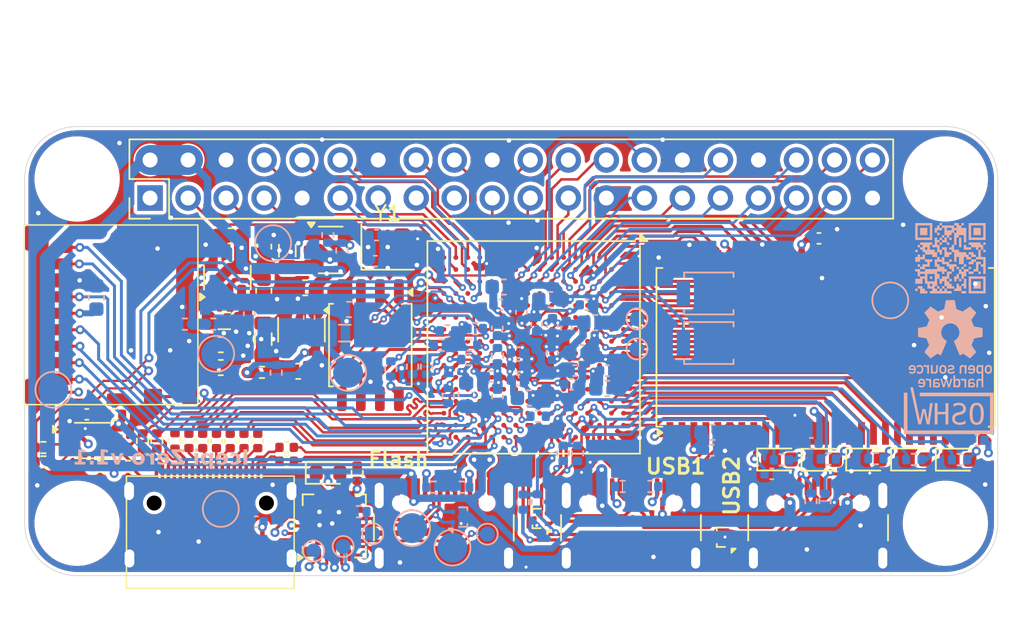
<source format=kicad_pcb>
(kicad_pcb (version 20241229) (generator "pcbnew") (generator_version "9.0")
  (title_block (title "Icepi Zero") (date "2025-06-07") (rev "v1.1") (company "Chengyin Yao (cheyao)") (comment 1 "https://github.com/cheyao/icepi-zero") (comment 9 "OSHWA FR000026"))
  (layers (0 "F.Cu" signal) (4 "In1.Cu" signal) (6 "In2.Cu" signal) (2 "B.Cu" signal) (13 "F.Paste" user) (15 "B.Paste" user) (5 "F.SilkS" user "F.Silkscreen") (7 "B.SilkS" user "B.Silkscreen") (1 "F.Mask" user) (3 "B.Mask" user) (25 "Edge.Cuts" user))
  (net 0 "")
  (net 1 "Net-(U2-FB)")
  (net 2 "Net-(U5-VREF2)")
  (net 3 "GPIO_22")
  (net 4 "GPIO_31")
  (net 5 "GPIO_15")
  (net 6 "GPIO_33")
  (net 7 "GPIO_24")
  (net 8 "GPIO_35")
  (net 9 "GPIO_27")
  (net 10 "GPIO_7")
  (net 11 "FPDI_D2+")
  (net 12 "GPIO_28")
  (net 13 "FPDI_D2-")
  (net 14 "GPIO_12")
  (net 15 "FPDI_D1+")
  (net 16 "GPIO_36")
  (net 17 "FPDI_D1-")
  (net 18 "FPDI_D0+")
  (net 19 "GPIO_8")
  (net 20 "FPDI_D0-")
  (net 21 "GPIO_23")
  (net 22 "FPDI_CLK+")
  (net 23 "~{FLASH_CS}")
  (net 24 "FLASH_MISO")
  (net 25 "FLASH_MOSI")
  (net 26 "/Power/FILTERED_2V5")
  (net 27 "SD_CLK")
  (net 28 "~{FLASH_RESET}")
  (net 29 "PROGRAMMING")
  (net 30 "SD_CMD")
  (net 31 "~{FLASH_WP}")
  (net 32 "JTAG_TMS")
  (net 33 "JTAG_TDI")
  (net 34 "SD_DAT0")
  (net 35 "FLASH_CLK")
  (net 36 "SD_DAT2")
  (net 37 "JTAG_TCK")
  (net 38 "GND")
  (net 39 "GPIO_40")
  (net 40 "GPIO_5")
  (net 41 "FPDI_CLK-")
  (net 42 "GPIO_13")
  (net 43 "GPIO_38")
  (net 44 "GPIO_37")
  (net 45 "GPDI_SDA")
  (net 46 "GPDI_SCL")
  (net 47 "GPIO_10")
  (net 48 "+5V")
  (net 49 "+3V3")
  (net 50 "FPDI_SDA")
  (net 51 "FPDI_SCL")
  (net 52 "FPDI_CEC")
  (net 53 "FPDI_UTIL")
  (net 54 "FPDI_HPD")
  (net 55 "D1")
  (net 56 "~{RAS}")
  (net 57 "A4")
  (net 58 "CKE")
  (net 59 "D5")
  (net 60 "D0")
  (net 61 "~{WE}")
  (net 62 "A10")
  (net 63 "D6")
  (net 64 "A12")
  (net 65 "~{CS}")
  (net 66 "D15")
  (net 67 "D11")
  (net 68 "CLK")
  (net 69 "A9")
  (net 70 "D13")
  (net 71 "A1")
  (net 72 "D10")
  (net 73 "A11")
  (net 74 "A8")
  (net 75 "DQM1")
  (net 76 "A2")
  (net 77 "A0")
  (net 78 "A3")
  (net 79 "D9")
  (net 80 "A7")
  (net 81 "A6")
  (net 82 "D7")
  (net 83 "D8")
  (net 84 "~{CAS}")
  (net 85 "D2")
  (net 86 "BA0")
  (net 87 "D3")
  (net 88 "DQM0")
  (net 89 "BA1")
  (net 90 "D12")
  (net 91 "A5")
  (net 92 "D4")
  (net 93 "D14")
  (net 94 "GPIO_26")
  (net 95 "GPIO_29")
  (net 96 "GPIO_16")
  (net 97 "GPIO_32")
  (net 98 "Net-(U4-SW)")
  (net 99 "Net-(U4-FB)")
  (net 100 "+1V1")
  (net 101 "+2V5")
  (net 102 "GPIO_21")
  (net 103 "GPIO_11")
  (net 104 "GPIO_19")
  (net 105 "GPIO_3")
  (net 106 "D1-")
  (net 107 "GPIO_18")
  (net 108 "D1+")
  (net 109 "D2-")
  (net 110 "D2+")
  (net 111 "Net-(J4-CC2)")
  (net 112 "Net-(J4-CC1)")
  (net 113 "D3+")
  (net 114 "D3-")
  (net 115 "JTAG_TDO")
  (net 116 "Net-(J5-CC2)")
  (net 117 "USB_TXD")
  (net 118 "~{USB_DTR}")
  (net 119 "USB_RXD")
  (net 120 "~{USB_RTS}")
  (net 121 "Net-(J5-CC1)")
  (net 122 "Net-(U2-SW)")
  (net 123 "Net-(U6-3V3OUT)")
  (net 124 "~{RXLED}")
  (net 125 "Net-(D1-A)")
  (net 128 "GLOBAL_CLK")
  (net 130 "/GPIO/CONN_D2+")
  (net 131 "/GPIO/CONN_D2-")
  (net 132 "/GPIO/CONN_D1+")
  (net 133 "/GPIO/CONN_D1-")
  (net 134 "/GPIO/CONN_D0+")
  (net 135 "/GPIO/CONN_D0-")
  (net 136 "/GPIO/CONN_CK+")
  (net 137 "/GPIO/CONN_CK-")
  (net 138 "DONE")
  (net 139 "INITN")
  (net 140 "SD_DET")
  (net 141 "SD_DAT3")
  (net 142 "SD_DAT1")
  (net 143 "Net-(D2-A)")
  (net 144 "Net-(D3-A)")
  (net 145 "Net-(D4-A)")
  (net 146 "Net-(D5-A)")
  (net 147 "Net-(J2-CEC)")
  (net 148 "Net-(J2-UTILITY)")
  (net 149 "Net-(J2-HPD)")
  (net 150 "Net-(J3-CC1)")
  (net 151 "Net-(J3-CC2)")
  (net 152 "/ECP5/DBG1")
  (net 153 "/ECP5/DBG2")
  (net 155 "LED1")
  (net 156 "LED2")
  (net 157 "LED3")
  (net 158 "LED4")
  (net 159 "Net-(D6-A)")
  (net 160 "LED5")
  (net 161 "SW1")
  (net 162 "Net-(U3-SW)")
  (net 163 "Net-(U3-FB)")
  (net 195 "USB3_PULL")
  (net 249 "SW2")
  (net 250 "USB2_PULL")
  (footprint "MountingHole:MountingHole_2.7mm_M2.5" (layer "F.Cu") (at 119.5 116.5)
    (property "Reference" "H3" (hide yes))
    (property "Value" "MountingHole")
  )
  (footprint "Capacitor_SMD:C_0402_1005Metric" (layer "F.Cu") (at 131.57 111 -90)
    (property "Reference" "C31" (hide yes))
    (property "Value" "22nF")
  )
  (footprint "Capacitor_SMD:C_0402_1005Metric" (layer "F.Cu") (at 127.89 111 -90)
    (property "Reference" "C35" (hide yes))
    (property "Value" "22nF")
  )
  (footprint "Capacitor_SMD:C_0603_1608Metric" (layer "F.Cu") (at 129.1 104.57 180)
    (property "Reference" "C4" (hide yes))
    (property "Value" "22uF")
  )
  (footprint "Capacitor_SMD:C_0603_1608Metric" (layer "F.Cu") (at 129.1 106.1 180)
    (property "Reference" "C5" (hide yes))
    (property "Value" "22uF")
  )
  (footprint "Capacitor_SMD:C_0402_1005Metric" (layer "F.Cu") (at 169.06 97.47)
    (property "Reference" "C44" (hide yes))
    (property "Value" "100nF")
  )
  (footprint "Package_TO_SOT_SMD:SOT-23-5" (layer "F.Cu") (at 136.44 98.2425)
    (property "Reference" "U4" (hide yes))
    (property "Value" "TLV62569DBV")
  )
  (footprint "Connector_PinHeader_2.54mm:PinHeader_2x20_P2.54mm_Vertical" (layer "F.Cu") (at 124.375 94.775 90)
    (property "Reference" "J1" (hide yes))
    (property "Value" "Conn_02x20_Counter_Clockwise")
  )
  (footprint "Package_SO:VSSOP-8_2.3x2mm_P0.5mm" (layer "F.Cu") (at 120.5 110.975)
    (property "Reference" "U5" (hide yes))
    (property "Value" "PCA9306DC1")
  )
  (footprint "LED_SMD:LED_0603_1608Metric" (layer "F.Cu") (at 175.36 112.24)
    (property "Reference" "D3" (hide yes))
    (property "Value" "WHITE")
  )
  (footprint "Connector_USB:USB_C_Receptacle_GCT_USB4105-xx-A_16P_TopMnt_Horizontal" (layer "F.Cu") (at 169 117.75)
    (property "Reference" "J4" (hide yes))
    (property "Value" "USB_C_Receptacle_USB2.0_14P")
  )
  (footprint "LED_SMD:LED_0603_1608Metric" (layer "F.Cu") (at 136.2625 113.13)
    (property "Reference" "D6" (hide yes))
    (property "Value" "RED")
  )
  (footprint "Resistor_SMD:R_0402_1005Metric" (layer "F.Cu") (at 126.04 111 90)
    (property "Reference" "R12" (hide yes))
    (property "Value" "470")
  )
  (footprint "Resistor_SMD:R_0402_1005Metric" (layer "F.Cu") (at 121.04 112.7 180)
    (property "Reference" "R16" (hide yes))
    (property "Value" "4.7k")
  )
  (footprint "Resistor_SMD:R_0402_1005Metric" (layer "F.Cu") (at 117.25 112.4)
    (property "Reference" "R18" (hide yes))
    (property "Value" "3.3k")
  )
  (footprint "Resistor_SMD:R_0402_1005Metric" (layer "F.Cu") (at 131.85 106.42 180)
    (property "Reference" "R8" (hide yes))
    (property "Value" "15k")
  )
  (footprint "LED_SMD:LED_0603_1608Metric" (layer "F.Cu") (at 169.3725 112.26)
    (property "Reference" "D4" (hide yes))
    (property "Value" "WHITE")
  )
  (footprint "Capacitor_SMD:C_0402_1005Metric" (layer "F.Cu") (at 133.5 111.43 180)
    (property "Reference" "C30" (hide yes))
    (property "Value" "22nF")
  )
  (footprint "Package_TO_SOT_SMD:Texas_DRT-3" (layer "F.Cu") (at 150.4675 116.1825 90)
    (property "Reference" "U9" (hide yes))
    (property "Value" "TPD2EUSB30A")
  )
  (footprint "Connector_USB:USB_C_Receptacle_GCT_USB4105-xx-A_16P_TopMnt_Horizontal" (layer "F.Cu") (at 156.5 117.75)
    (property "Reference" "J5" (hide yes))
    (property "Value" "USB_C_Receptacle_USB2.0_14P")
  )
  (footprint "Capacitor_SMD:C_0402_1005Metric" (layer "F.Cu") (at 130.65 111 -90)
    (property "Reference" "C32" (hide yes))
    (property "Value" "22nF")
  )
  (footprint "Capacitor_SMD:C_0603_1608Metric" (layer "F.Cu") (at 134.735 100.77 180)
    (property "Reference" "C16" (hide yes))
    (property "Value" "22uF")
  )
  (footprint "Resistor_SMD:R_0402_1005Metric" (layer "F.Cu") (at 138.21 113.15 90)
    (property "Reference" "R28" (hide yes))
    (property "Value" "100")
  )
  (footprint "Capacitor_SMD:C_0603_1608Metric" (layer "F.Cu") (at 129.75 97.3 180)
    (property "Reference" "C3" (hide yes))
    (property "Value" "22uF")
  )
  (footprint "Capacitor_SMD:C_0402_1005Metric" (layer "F.Cu") (at 128.81 111 -90)
    (property "Reference" "C34" (hide yes))
    (property "Value" "22nF")
  )
  (footprint "Package_BGA:BGA-256_14.0x14.0mm_Layout16x16_P0.8mm_Ball0.45mm_Pad0.32mm_NSMD" (layer "F.Cu") (at 150 104.75 -90)
    (property "Reference" "U1" (hide yes))
    (property "Value" "ECP5U_25F_CABGA256")
  )
  (footprint "Package_SO:TSOP-II-54_22.2x10.16mm_P0.8mm" (layer "F.Cu") (at 169.5 104.75 90)
    (property "Reference" "U10" (hide yes))
    (property "Value" "W9825G6KH")
  )
  (footprint "Capacitor_SMD:C_0603_1608Metric" (layer "F.Cu") (at 131.97 100.975 -90)
    (property "Reference" "C22" (hide yes))
    (property "Value" "22uF")
  )
  (footprint "LED_SMD:LED_0603_1608Metric" (layer "F.Cu") (at 172.36 112.24)
    (property "Reference" "D2" (hide yes))
    (property "Value" "WHITE")
  )
  (footprint "MountingHole:MountingHole_2.7mm_M2.5" (layer "F.Cu") (at 119.5 93.5)
    (property "Reference" "H1" (hide yes))
    (property "Value" "MountingHole")
  )
  (footprint "Package_TO_SOT_SMD:SOT-23-5" (layer "F.Cu") (at 134.49 103.5675 -90)
    (property "Reference" "U3" (hide yes))
    (property "Value" "TLV62569DBV")
  )
  (footprint "Oscillator:Oscillator_SMD_SiT_PQFN-4Pin_2.5x2.0mm" (layer "F.Cu") (at 140.25 98.05)
    (property "Reference" "Y1")
    (property "Value" "SITxxxxxx-1x-33E-50.000000")
  )
  (footprint "Capacitor_SMD:C_0402_1005Metric" (layer "F.Cu") (at 129.73 111 -90)
    (property "Reference" "C33" (hide yes))
    (property "Value" "22nF")
  )
  (footprint "Package_TO_SOT_SMD:Texas_DRT-3" (layer "F.Cu") (at 162.782291 117.430475 90)
    (property "Reference" "U8" (hide yes))
    (property "Value" "TPD2EUSB30A")
  )
  (footprint "Resistor_SMD:R_0402_1005Metric" (layer "F.Cu") (at 122 109.225 180)
    (property "Reference" "R15" (hide yes))
    (property "Value" "100k")
  )
  (footprint "Resistor_SMD:R_0402_1005Metric" (layer "F.Cu") (at 122.9 112.7)
    (property "Reference" "R17" (hide yes))
    (property "Value" "4.7k")
  )
  (footprint "Connector_USB:USB_C_Receptacle_GCT_USB4105-xx-A_16P_TopMnt_Horizontal" (layer "F.Cu") (at 144 117.75)
    (property "Reference" "J3" (hide yes))
    (property "Value" "USB_C_Receptacle_USB2.0_14P")
  )
  (footprint "MountingHole:MountingHole_2.7mm_M2.5" (layer "F.Cu") (at 177.5 116.5)
    (property "Reference" "H4" (hide yes))
    (property "Value" "MountingHole")
  )
  (footprint "icepi-lib:XKB Connection A71-05H4-111N1" (layer "F.Cu") (at 128.4 114.35)
    (property "Reference" "J2" (hide yes))
    (property "Value" "HDMI_C_1.3")
  )
  (footprint "Capacitor_SMD:C_0402_1005Metric" (layer "F.Cu") (at 133.5 112.35 180)
    (property "Reference" "C29" (hide yes))
    (property "Value" "22nF")
  )
  (footprint "Capacitor_SMD:C_0402_1005Metric" (layer "F.Cu") (at 126.97 111 -90)
    (property "Reference" "C36" (hide yes))
    (property "Value" "22nF")
  )
  (footprint "MountingHole:MountingHole_2.7mm_M2.5" (layer "F.Cu") (at 177.5 93.5)
    (property "Reference" "H2" (hide yes))
    (property "Value" "MountingHole")
  )
  (footprint "Resistor_SMD:R_0402_1005Metric" (layer "F.Cu") (at 124.825 111 90)
    (property "Reference" "R13" (hide yes))
    (property "Value" "10k")
  )
  (footprint "LED_SMD:LED_0603_1608Metric" (layer "F.Cu") (at 178.35 112.25)
    (property "Reference" "D5" (hide yes))
    (property "Value" "WHITE")
  )
  (footprint "Resistor_SMD:R_0402_1005Metric" (layer "F.Cu") (at 123.875 111 90)
    (property "Reference" "R14" (hide yes))
    (property "Value" "470")
  )
  (footprint "Capacitor_SMD:C_0603_1608Metric" (layer "F.Cu") (at 131.965 98.02 -90)
    (property "Reference" "C23" (hide yes))
    (property "Value" "10uF")
  )
  (footprint "Capacitor_SMD:C_0603_1608Metric" (layer "F.Cu") (at 134.27 106.35)
    (property "Reference" "C17" (hide yes))
    (property "Value" "22uF")
  )
  (footprint "Package_TO_SOT_SMD:SOT-23-5" (layer "F.Cu") (at 129.54 100.0875 90)
    (property "Reference" "U2" (hide yes))
    (property "Value" "TLV62569DBV")
  )
  (footprint "Inductor_SMD:L_0805_2012Metric" (layer "F.Cu") (at 129.33 102.98)
    (property "Reference" "L1" (hide yes))
    (property "Value" "2.2uH")
  )
  (footprint "Package_SO:SOIC-8_5.3x5.3mm_P1.27mm" (layer "F.Cu") (at 139.09 104.6 -90)
    (property "Reference" "U11" (hide yes))
    (property "Value" "W25Q128JVS")
  )
  (footprint "Inductor_SMD:L_0805_2012Metric" (layer "F.Cu") (at 133.545 98.29 90)
    (property "Reference" "L3" (hide yes))
    (property "Value" "2.2uH")
  )
  (footprint "LED_SMD:LED_0603_1608Metric" (layer "F.Cu") (at 166.4175 112.24)
    (property "Reference" "D1" (hide yes))
    (property "Value" "WHITE")
  )
  (footprint "Inductor_SMD:L_0805_2012Metric" (layer "F.Cu") (at 131.94 104.2 -90)
    (property "Reference" "L2" (hide yes))
    (property "Value" "2.2uH")
  )
  (footprint "Package_DFN_QFN:QFN-20-1EP_4x4mm_P0.5mm_EP2.5x2.5mm" (layer "F.Cu") (at 136.68 116.68 90)
    (property "Reference" "U6" (hide yes))
    (property "Value" "FT231XQ")
  )
  (footprint "icepi-lib:microSD_HC_SOFNG_TF-008" (layer "F.Cu") (at 118.52 102.575 -90)
    (property "Reference" "J6" (hide yes))
    (property "Value" "Micro_SD_Card_Det2")
  )
  (footprint "Resistor_SMD:R_0402_1005Metric" (layer "F.Cu") (at 117.25 111.44)
    (property "Reference" "R19" (hide yes))
    (property "Value" "3.3k")
  )
  (footprint "Capacitor_SMD:C_0402_1005Metric" (layer "F.Cu") (at 120.15 109.225 180)
    (property "Reference" "C37" (hide yes))
    (property "Value" "100pF")
  )
  (footprint "Capacitor_SMD:C_0402_1005Metric" (layer "B.Cu") (at 147.575 103.46 -90)
    (property "Reference" "C21" (hide yes))
    (property "Value" "100nF")
  )
  (footprint "Capacitor_SMD:C_0402_1005Metric" (layer "B.Cu") (at 161.925 111.625)
    (property "Reference" "C43" (hide yes))
    (property "Value" "100nF")
  )
  (footprint "Resistor_SMD:R_0402_1005Metric" (layer "B.Cu") (at 142.85 106.04 -90)
    (property "Reference" "R22" (hide yes))
    (property "Value" "4.7k")
  )
  (footprint "Capacitor_SMD:C_0402_1005Metric" (layer "B.Cu") (at 148.96 106.02)
    (property "Reference" "C14" (hide yes))
    (property "Value" "100nF")
  )
  (footprint "Resistor_SMD:R_0402_1005Metric" (layer "B.Cu") (at 128.6 103.2 180)
    (property "Reference" "R6" (hide yes))
    (property "Value" "10k")
  )
  (footprint "Capacitor_SMD:C_0402_1005Metric" (layer "B.Cu") (at 150.2 103.21 -90)
    (property "Reference" "C52" (hide yes))
    (property "Value" "100nF")
  )
  (footprint "Resistor_SMD:R_0402_1005Metric" (layer "B.Cu") (at 150.25 115.075 -90)
    (property "Reference" "R42" (hide yes))
    (property "Value" "15k")
  )
  (footprint "Resistor_SMD:R_0402_1005Metric" (layer "B.Cu") (at 169.68 112.21)
    (property "Reference" "R4" (hide yes))
    (property "Value" "470")
  )
  (footprint "Button_Switch_SMD:SW_SPST_B3U-1000P" (layer "B.Cu") (at 161.7 104.46)
    (property "Reference" "SW2" (hide yes))
    (property "Value" "SW_Push")
  )
  (footprint "TestPoint:TestPoint_Pad_D2.0mm" (layer "B.Cu") (at 129.1 115.54)
    (property "Reference" "TP2" (hide yes))
    (property "Value" "TestPoint")
  )
  (footprint "TestPoint:TestPoint_Pad_D2.0mm" (layer "B.Cu") (at 132.595 97.79)
    (property "Reference" "TP4" (hide yes))
    (property "Value" "TestPoint")
  )
  (footprint "Capacitor_SMD:C_0402_1005Metric" (layer "B.Cu") (at 131.475 116.4 180)
    (property "Reference" "C38" (hide yes))
    (property "Value" "100nF")
  )
  (footprint "Capacitor_SMD:C_0402_1005Metric" (layer "B.Cu") (at 151.26 103.28 -90)
    (property "Reference" "C11" (hide yes))
    (property "Value" "100nF")
  )
  (footprint "Capacitor_SMD:C_0402_1005Metric" (layer "B.Cu") (at 135 102.75 90)
    (property "Reference" "C18" (hide yes))
    (property "Value" "100nF")
  )
  (footprint "TestPoint:TestPoint_Pad_D2.0mm" (layer "B.Cu") (at 173.82 101.61)
    (property "Reference" "TP1" (hide yes))
    (property "Value" "TestPoint")
  )
  (footprint "Capacitor_SMD:C_0402_1005Metric" (layer "B.Cu") (at 131 102.5 90)
    (property "Reference" "C6" (hide yes))
    (property "Value" "100nF")
  )
  (footprint "Capacitor_SMD:C_0603_1608Metric" (layer "B.Cu") (at 151.12 101.56)
    (property "Reference" "C1" (hide yes))
    (property "Value" "10uF")
  )
  (footprint "Capacitor_SMD:C_0603_1608Metric" (layer "B.Cu") (at 120.79 101.42 90)
    (property "Reference" "C47" (hide yes))
    (property "Value" "10uF")
  )
  (footprint "Button_Switch_SMD:SW_SPST_B3U-1000P" (layer "B.Cu") (at 161.7 101.15)
    (property "Reference" "SW1" (hide yes))
    (property "Value" "SW_Push")
  )
  (footprint "TestPoint:TestPoint_Pad_D1.0mm" (layer "B.Cu") (at 156.9 102.85 180)
    (property "Reference" "TP14" (hide yes))
    (property "Value" "TestPoint")
  )
  (footprint "Resistor_SMD:R_0402_1005Metric" (layer "B.Cu") (at 152.925 111.825 -90)
    (property "Reference" "R40" (hide yes))
    (property "Value" "15k")
  )
  (footprint "Resistor_SMD:R_0402_1005Metric" (layer "B.Cu") (at 168.52 115.02 -90)
    (property "Reference" "R26" (hide yes))
    (property "Value" "5.1k")
  )
  (footprint "Resistor_SMD:R_0402_1005Metric" (layer "B.Cu") (at 145.68 105.56 180)
    (property "Reference" "R36" (hide yes))
    (property "Value" "15k")
  )
  (footprint "Capacitor_SMD:C_0402_1005Metric" (layer "B.Cu") (at 165.9 113.2)
    (property "Reference" "C41" (hide yes))
    (property "Value" "100nF")
  )
  (footprint "Resistor_SMD:R_0402_1005Metric" (layer "B.Cu") (at 151.975 111.825 -90)
    (property "Reference" "R39" (hide yes))
    (property "Value" "15k")
  )
  (footprint "Capacitor_SMD:C_0402_1005Metric" (layer "B.Cu") (at 153.56 101.91)
    (property "Reference" "C51" (hide yes))
    (property "Value" "100nF")
  )
  (footprint "Capacitor_SMD:C_0603_1608Metric" (layer "B.Cu") (at 161.95 110.425)
    (property "Reference" "C42" (hide yes))
    (property "Value" "10uF")
  )
  (footprint "TestPoint:TestPoint_Pad_D2.0mm" (layer "B.Cu") (at 144.575 118.125)
    (property "Reference" "TP8" (hide yes))
    (property "Value" "TestPoint")
  )
  (footprint "Resistor_SMD:R_0402_1005Metric" (layer "B.Cu") (at 140.46 106.19 90)
    (property "Reference" "R34" (hide yes))
    (property "Value" "10k")
  )
  (footprint "Inductor_SMD:L_0805_2012Metric" (layer "B.Cu") (at 137.38 103.8)
    (property "Reference" "FB1" (hide yes))
    (property "Value" "100R@100MHz")
  )
  (footprint "TestPoint:TestPoint_Pad_D1.0mm" (layer "B.Cu") (at 135.3 118.35 -90)
    (property "Reference" "TP10" (hide yes))
    (property "Value" "TestPoint")
  )
  (footprint "TestPoint:TestPoint_Pad_D2.0mm" (layer "B.Cu") (at 137.6 106.45)
    (property "Reference" "TP5" (hide yes))
    (property "Value" "TestPoint")
  )
  (footprint "Resistor_SMD:R_0402_1005Metric" (layer "B.Cu") (at 145.71 104.6)
    (property "Reference" "R31" (hide yes))
    (property "Value" "4.7k")
  )
  (footprint "Capacitor_SMD:C_0402_1005Metric" (layer "B.Cu") (at 147.8 101.91)
    (property "Reference" "C46" (hide yes))
    (property "Value" "100nF")
  )
  (footprint "TestPoint:TestPoint_Pad_D1.0mm" (layer "B.Cu") (at 146.9 117.225 -90)
    (property "Reference" "TP11" (hide yes))
    (property "Value" "TestPoint")
  )
  (footprint "Capacitor_SMD:C_0603_1608Metric" (layer "B.Cu") (at 148.005 100.72)
    (property "Reference" "C45" (hide yes))
    (property "Value" "10uF")
  )
  (footprint "Capacitor_SMD:C_0402_1005Metric" (layer "B.Cu") (at 168.55 111.16 180)
    (property "Reference" "C40" (hide yes))
    (property "Value" "100nF")
  )
  (footprint "oshw:OSHW-Certification-Mark-Logo_6x3mm_SilkScreen" (layer "B.Cu") (at 177.725 108.975 180)
    (property "Reference" "LOGO1" (hide yes))
    (property "Value" "~" (hide yes))
  )
  (footprint "Capacitor_SMD:C_0603_1608Metric" (layer "B.Cu") (at 137.66 102.22 180)
    (property "Reference" "C19" (hide yes))
    (property "Value" "10uF")
  )
  (footprint "TestPoint:TestPoint_Pad_D2.0mm" (layer "B.Cu") (at 141.875 116.825)
    (property "Reference" "TP7" (hide yes))
    (property "Value" "TestPoint")
  )
  (footprint "Resistor_SMD:R_0402_1005Metric" (layer "B.Cu") (at 138.325 115.725 180)
    (property "Reference" "R25" (hide yes))
    (property "Value" "4.7k")
  )
  (footprint "Capacitor_SMD:C_0402_1005Metric" (layer "B.Cu") (at 149.18 102.41 90)
    (property "Reference" "C2" (hide yes))
    (property "Value" "100nF")
  )
  (footprint "Resistor_SMD:R_0402_1005Metric" (layer "B.Cu") (at 150.3 109.35 180)
    (property "Reference" "R24" (hide yes))
    (property "Value" "4.7k")
  )
  (footprint "Capacitor_SMD:C_0402_1005Metric" (layer "B.Cu") (at 148.96 105.1)
    (property "Reference" "C15" (hide yes))
    (property "Value" "100nF")
  )
  (footprint "Resistor_SMD:R_0402_1005Metric" (layer "B.Cu") (at 144.29 107.97 90)
    (property "Reference" "R23" (hide yes))
    (property "Value" "4.7k")
  )
  (footprint "Package_TO_SOT_SMD:Texas_DRT-3" (layer "B.Cu") (at 145.0225 116.0875 90)
    (property "Reference" "U7" (hide yes))
    (property "Value" "TPD2EUSB30A")
  )
  (footprint "Resistor_SMD:R_0402_1005Metric" (layer "B.Cu") (at 145.19 114.09)
    (property "Reference" "R21" (hide yes))
    (property "Value" "5.1k")
  )
  (footprint "Resistor_SMD:R_0402_1005Metric" (layer "B.Cu") (at 144.24 103.65 180)
    (property "Reference" "R32" (hide yes))
    (property "Value" "10k")
  )
  (footprint "Resistor_SMD:R_0402_1005Metric" (layer "B.Cu") (at 132.8 106.44 -90)
    (property "Reference" "R9" (hide yes))
    (property "Value" "4.7k")
  )
  (footprint "Resistor_SMD:R_0402_1005Metric" (layer "B.Cu") (at 147.58 105.3 90)
    (property "Reference" "R37" (hide yes))
    (property "Value" "15k")
  )
  (footprint "Resistor_SMD:R_0402_1005Metric" (layer "B.Cu") (at 149.3 115.085 -90)
    (property "Reference" "R41" (hide yes))
    (property "Value" "15k")
  )
  (footprint "Resistor_SMD:R_0402_1005Metric" (layer "B.Cu") (at 141.91 106.04 -90)
    (property "Reference" "R38" (hide yes))
    (property "Value" "15k")
  )
  (footprint "LOGO" (layer "B.Cu") (at 177.839262 98.796442 180)
    (property "Reference" "G***" (hide yes))
    (property "Value" "LOGO" (hide yes))
  )
  (footprint "Capacitor_SMD:C_0603_1608Metric" (layer "B.Cu") (at 154.925 107.5)
    (property "Reference" "C49" (hide yes))
    (property "Value" "10uF")
  )
  (footprint "Capacitor_SMD:C_0603_1608Metric" (layer "B.Cu") (at 149.69 108.13)
    (property "Reference" "C7" (hide yes))
    (property "Value" "10uF")
  )
  (footprint "Capacitor_SMD:C_0603_1608Metric" (layer "B.Cu") (at 153.19 105.1)
    (property "Reference" "C8" (hide yes))
    (property "Value" "10uF")
  )
  (footprint "Resistor_SMD:R_0402_1005Metric" (layer "B.Cu") (at 126.7 103.2 180)
    (property "Reference" "R7" (hide yes))
    (property "Value" "12k")
  )
  (footprint "TestPoint:TestPoint_Pad_D2.0mm" (layer "B.Cu") (at 128.79 105.18)
    (property "Reference" "TP6" (hide yes))
    (property "Value" "TestPoint")
  )
  (footprint "Capacitor_SMD:C_0402_1005Metric" (layer "B.Cu") (at 152.18 103.46 -90)
    (property "Reference" "C10" (hide yes))
    (property "Value" "100nF")
  )
  (footprint "Capacitor_SMD:C_0603_1608Metric" (layer "B.Cu") (at 154.125 103.1)
    (property "Reference" "C9" (hide yes))
    (property "Value" "10uF")
  )
  (footprint "Capacitor_SMD:C_0402_1005Metric" (layer "B.Cu") (at 152.53 107.22)
    (property "Reference" "C48" (hide yes))
    (property "Value" "100nF")
  )
  (footprint "Resistor_SMD:R_0402_1005Metric" (layer "B.Cu") (at 143.85 104.61 180)
    (property "Reference" "R33" (hide yes))
    (property "Value" "10k")
  )
  (footprint "TestPoint:TestPoint_Pad_D2.0mm" (layer "B.Cu") (at 117.92 107.58)
    (property "Reference" "TP3" (hide yes))
    (property "Value" "TestPoint")
  )
  (footprint "Resistor_SMD:R_0402_1005Metric" (layer "B.Cu") (at 137.19 98.28 -90)
    (property "Reference" "R11" (hide yes))
    (property "Value" "3.3k")
  )
  (footprint "Resistor_SMD:R_0402_1005Metric" (layer "B.Cu") (at 178.45 112.25)
    (property "Reference" "R5" (hide yes))
    (property "Value" "470")
  )
  (footprint "Resistor_SMD:R_0402_1005Metric" (layer "B.Cu") (at 175.4 112.24)
    (property "Reference" "R3" (hide yes))
    (property "Value" "470")
  )
  (footprint "Resistor_SMD:R_0402_1005Metric" (layer "B.Cu") (at 169.46 115.02 90)
    (property "Reference" "R27" (hide yes))
    (property "Value" "5.1k")
  )
  (footprint "Resistor_SMD:R_0402_1005Metric" (layer "B.Cu") (at 157.8 114.04)
    (property "Reference" "R30" (hide yes))
    (property "Value" "5.1k")
  )
  (footprint "Resistor_SMD:R_0402_1005Metric" (layer "B.Cu") (at 172.86 112.18)
    (property "Reference" "R2" (hide yes))
    (property "Value" "470")
  )
  (footprint "Capacitor_SMD:C_0402_1005Metric" (layer "B.Cu") (at 154.92 106.31)
    (property "Reference" "C50" (hide yes))
    (property "Value" "100nF")
  )
  (footprint "Capacitor_SMD:C_0402_1005Metric" (layer "B.Cu") (at 152.75 106.3)
    (property "Reference" "C20" (hide yes))
    (property "Value" "100nF")
  )
  (footprint "TestPoint:TestPoint_Pad_D1.0mm" (layer "B.Cu") (at 137.275 118.05 -90)
    (property "Reference" "TP9" (hide yes))
    (property "Value" "TestPoint")
  )
  (footprint "Capacitor_SMD:C_0402_1005Metric" (layer "B.Cu") (at 147.13 106.69 180)
    (property "Reference" "C27" (hide yes))
    (property "Value" "100nF")
  )
  (footprint "Resistor_SMD:R_0402_1005Metric" (layer "B.Cu") (at 166.56 112.27)
    (property "Reference" "R1" (hide yes))
    (property "Value" "470")
  )
  (footprint "Capacitor_SMD:C_0402_1005Metric" (layer "B.Cu") (at 139.5 97.25)
    (property "Reference" "C24" (hide yes))
    (property "Value" "100nF")
  )
  (footprint "TestPoint:TestPoint_Pad_D1.0mm" (layer "B.Cu") (at 139.25 117.2 -90)
    (property "Reference" "TP12" (hide yes))
    (property "Value" "TestPoint")
  )
  (footprint "Resistor_SMD:R_0402_1005Metric" (layer "B.Cu") (at 136.25 97.25 -90)
    (property "Reference" "R10" (hide yes))
    (property "Value" "15k")
  )
  (footprint "Capacitor_SMD:C_0402_1005Metric" (layer "B.Cu") (at 179.625 110.95 180)
    (property "Reference" "C39" (hide yes))
    (property "Value" "100nF")
  )
  (footprint "Capacitor_SMD:C_0402_1005Metric" (layer "B.Cu") (at 147.58 108.06 -90)
    (property "Reference" "C28" (hide yes))
    (property "Value" "100nF")
  )
  (footprint "TestPoint:TestPoint_Pad_D1.0mm" (layer "B.Cu") (at 156.9 104.85 180)
    (property "Reference" "TP13" (hide yes))
    (property "Value" "TestPoint")
  )
  (footprint "Resistor_SMD:R_0402_1005Metric" (layer "B.Cu") (at 155.94325 114.04)
    (property "Reference" "R29" (hide yes))
    (property "Value" "5.1k")
  )
  (footprint "Capacitor_SMD:C_0402_1005Metric" (layer "B.Cu") (at 139.42 98.99)
    (property "Reference" "C25" (hide yes))
    (property "Value" "100nF")
  )
  (footprint "Resistor_SMD:R_0402_1005Metric" (layer "B.Cu") (at 146.1 103.5)
    (property "Reference" "R35" (hide yes))
    (property "Value" "10k")
  )
  (footprint "Capacitor_SMD:C_0402_1005Metric" (layer "B.Cu") (at 151.25 105.11 90)
    (property "Reference" "C12" (hide yes))
    (property "Value" "100nF")
  )
  (footprint "Resistor_SMD:R_0402_1005Metric" (layer "B.Cu") (at 143.33 114.09)
    (property "Reference" "R20" (hide yes))
    (property "Value" "5.1k")
  )
  (footprint "Capacitor_SMD:C_0603_1608Metric" (layer "B.Cu") (at 145.49 107.91 -90)
    (property "Reference" "C26" (hide yes))
    (property "Value" "10uF")
  )
  (footprint "Capacitor_SMD:C_0402_1005Metric" (layer "B.Cu") (at 148.95 106.94)
    (property "Reference" "C13" (hide yes))
    (property "Value" "100nF")
  )
  (gr_poly (pts (xy 177.557109 101.592965) (xy 177.555886 101.593056) (xy 177.554668 101.593206) (xy 177.553458 101.593414) (xy 177.552258 101.593677) (xy 177.551068 101.593994) (xy 177.549891 101.594365) (xy 177.54873 101.594786) (xy 177.547584 101.595258) (xy 177.546457 101.595778) (xy 177.545351 101.596345) (xy 177.544267 101.596957) (xy 177.543206 101.597613) (xy 177.542172 101.598312) (xy 177.541165 101.599051) (xy 177.540188 101.59983) (xy 177.539242 101.600647) (xy 177.53833 101.6015) (xy 177.537452 101.602388) (xy 177.536612 101.60331) (xy 177.53581 101.604263) (xy 177.535049 101.605247) (xy 177.53433 101.60626) (xy 177.533656 101.6073) (xy 177.533027 101.608366) (xy 177.532447 101.609457) (xy 177.531917 101.610571) (xy 177.531438 101.611705) (xy 177.531013 101.61286) (xy 177.530643 101.614034) (xy 177.530331 101.615224) (xy 177.530078 101.61643) (xy 177.428001 102.164911) (xy 177.42775 102.166127) (xy 177.427442 102.167346) (xy 177.42708 102.168568) (xy 177.426666 102.16979) (xy 177.425687 102.172226) (xy 177.42452 102.174638) (xy 177.423178 102.177011) (xy 177.421677 102.179328) (xy 177.420029 102.181574) (xy 177.418248 102.183733) (xy 177.41635 102.185788) (xy 177.414347 102.187724) (xy 177.412255 102.189525) (xy 177.410086 102.191175) (xy 177.407856 102.192658) (xy 177.405578 102.193959) (xy 177.404425 102.194535) (xy 177.403266 102.19506) (xy 177.402102 102.195531) (xy 177.400934 102.195947) (xy 177.033349 102.346442) (xy 177.03107 102.347458) (xy 177.028652 102.348308) (xy 177.026117 102.348991) (xy 177.023485 102.34951) (xy 177.020779 102.349866) (xy 177.018019 102.350061) (xy 177.015227 102.350096) (xy 177.012424 102.349974) (xy 177.009631 102.349695) (xy 177.006869 102.349261) (xy 177.00416 102.348675) (xy 177.001526 102.347937) (xy 176.998986 102.34705) (xy 176.996564 102.346014) (xy 176.994279 102.344832) (xy 176.992153 102.343505) (xy 176.533921 102.029021) (xy 176.532893 102.028348) (xy 176.531833 102.027728) (xy 176.530745 102.02716) (xy 176.529631 102.026644) (xy 176.528492 102.026181) (xy 176.527332 102.025769) (xy 176.526152 102.025409) (xy 176.524956 102.025101) (xy 176.523745 102.024843) (xy 176.522522 102.024636) (xy 176.520048 102.024373) (xy 176.517555 102.024311) (xy 176.51506 102.024447) (xy 176.512583 102.024779) (xy 176.510142 102.025306) (xy 176.507757 102.026024) (xy 176.506592 102.026455) (xy 176.505447 102.026934) (xy 176.504326 102.027459) (xy 176.50323 102.028031) (xy 176.502163 102.02865) (xy 176.501126 102.029315) (xy 176.500122 102.030026) (xy 176.499153 102.030783) (xy 176.498221 102.031586) (xy 176.49733 102.032434) (xy 176.111409 102.418355) (xy 176.110554 102.419254) (xy 176.109746 102.420191) (xy 176.108984 102.421165) (xy 176.10827 102.422174) (xy 176.107603 102.423215) (xy 176.106983 102.424286) (xy 176.105886 102.426507) (xy 176.10498 102.428821) (xy 176.104266 102.431207) (xy 176.103746 102.433648) (xy 176.103421 102.436125) (xy 176.103293 102.43862) (xy 176.103362 102.441114) (xy 176.103629 102.443589) (xy 176.104097 102.446026) (xy 176.104767 102.448407) (xy 176.105177 102.44957) (xy 176.105638 102.450713) (xy 176.106151 102.451832) (xy 176.106714 102.452926) (xy 176.107329 102.453991) (xy 176.107995 102.455026) (xy 176.417002 102.9054) (xy 176.418341 102.907537) (xy 176.419527 102.909827) (xy 176.420561 102.912248) (xy 176.421441 102.914781) (xy 176.422166 102.917406) (xy 176.422736 102.920101) (xy 176.423148 102.922846) (xy 176.423402 102.925621) (xy 176.423497 102.928405) (xy 176.423432 102.931179) (xy 176.423206 102.93392) (xy 176.422818 102.93661) (xy 176.422266 102.939226) (xy 176.42155 102.94175) (xy 176.420669 102.944161) (xy 176.419622 102.946437) (xy 176.257062 103.325691) (xy 176.256146 103.328021) (xy 176.255015 103.330331) (xy 176.253685 103.332605) (xy 176.252174 103.33483) (xy 176.250496 103.336993) (xy 176.248669 103.339078) (xy 176.246708 103.341074) (xy 176.244629 103.342965) (xy 176.242449 103.344738) (xy 176.240184 103.346379) (xy 176.23785 103.347874) (xy 176.235463 103.349209) (xy 176.233039 103.350371) (xy 176.230595 103.351346) (xy 176.228146 103.35212) (xy 176.225708 103.352678) (xy 175.695404 103.451262) (xy 175.695007 103.451262) (xy 175.693802 103.451522) (xy 175.692611 103.451841) (xy 175.691438 103.452216) (xy 175.690283 103.452646) (xy 175.689149 103.453128) (xy 175.688035 103.453662) (xy 175.686945 103.454244) (xy 175.685879 103.454875) (xy 175.68484 103.455551) (xy 175.683827 103.456271) (xy 175.681892 103.457835) (xy 175.680085 103.459554) (xy 175.678418 103.461412) (xy 175.676904 103.463396) (xy 175.675554 103.465491) (xy 175.674381 103.467684) (xy 175.673865 103.468812) (xy 175.673398 103.469959) (xy 175.67298 103.471122) (xy 175.672615 103.472302) (xy 175.672302 103.473495) (xy 175.672045 103.474699) (xy 175.671843 103.475914) (xy 175.6717 103.477136) (xy 175.671615 103.478365) (xy 175.671592 103.479599) (xy 175.671592 104.025381) (xy 175.671623 104.026615) (xy 175.671714 104.027845) (xy 175.671864 104.029068) (xy 175.672071 104.030284) (xy 175.672334 104.03149) (xy 175.672651 104.032685) (xy 175.673022 104.033867) (xy 175.673444 104.035033) (xy 175.673915 104.036182) (xy 175.674435 104.037313) (xy 175.675002 104.038422) (xy 175.675614 104.03951) (xy 175.676271 104.040573) (xy 175.676969 104.04161) (xy 175.677709 104.042619) (xy 175.678488 104.043598) (xy 175.679304 104.044546) (xy 175.680158 104.04546) (xy 175.681046 104.046338) (xy 175.681967 104.04718) (xy 175.682921 104.047983) (xy 175.683905 104.048745) (xy 175.684917 104.049464) (xy 175.685958 104.050139) (xy 175.687024 104.050768) (xy 175.688114 104.051348) (xy 175.689228 104.051879) (xy 175.690363 104.052357) (xy 175.691518 104.052783) (xy 175.692691 104.053152) (xy 175.693881 104.053465) (xy 175.695087 104.053718) (xy 176.212374 104.15) (xy 176.213596 104.150252) (xy 176.21482 104.150561) (xy 176.216045 104.150924) (xy 176.217268 104.151339) (xy 176.219702 104.152322) (xy 176.222107 104.153495) (xy 176.224467 104.154844) (xy 176.226767 104.156354) (xy 176.228992 104.158012) (xy 176.231126 104.159803) (xy 176.233154 104.161713) (xy 176.235061 104.163728) (xy 176.236831 104.165834) (xy 176.238448 104.168016) (xy 176.239899 104.17026) (xy 176.241166 104.172553) (xy 176.242236 104.17488) (xy 176.242691 104.176051) (xy 176.243092 104.177226) (xy 176.40462 104.58061) (xy 176.405622 104.582902) (xy 176.406457 104.585329) (xy 176.407126 104.587871) (xy 176.407631 104.590507) (xy 176.407974 104.593215) (xy 176.408158 104.595974) (xy 176.408183 104.598764) (xy 176.408052 104.601565) (xy 176.407767 104.604353) (xy 176.407329 104.60711) (xy 176.406741 104.609814) (xy 176.406004 104.612444) (xy 176.405119 104.614979) (xy 176.40409 104.617398) (xy 176.402917 104.619681) (xy 176.401603 104.621805) (xy 176.107757 105.049954) (xy 176.107084 105.050983) (xy 176.106464 105.052043) (xy 176.105896 105.053132) (xy 176.105381 105.054248) (xy 176.104917 105.055389) (xy 176.104506 105.056551) (xy 176.104145 105.057733) (xy 176.103837 105.058932) (xy 176.103579 105.060146) (xy 176.103372 105.061372) (xy 176.103109 105.063852) (xy 176.103047 105.066353) (xy 176.103183 105.068855) (xy 176.103515 105.07134) (xy 176.104042 105.073787) (xy 176.104761 105.076179) (xy 176.105191 105.077348) (xy 176.10567 105.078495) (xy 176.106195 105.079619) (xy 176.106767 105.080717) (xy 176.107386 105.081787) (xy 176.108051 105.082826) (xy 176.108762 105.083831) (xy 176.109519 105.084801) (xy 176.110322 105.085734) (xy 176.11117 105.086625) (xy 176.497171 105.472546) (xy 176.498055 105.473394) (xy 176.498979 105.474196) (xy 176.499942 105.474952) (xy 176.50094 105.475662) (xy 176.501972 105.476326) (xy 176.503035 105.476943) (xy 176.505243 105.478036) (xy 176.507547 105.47894) (xy 176.509927 105.479654) (xy 176.512365 105.480176) (xy 176.514841 105.480504) (xy 176.517337 105.480636) (xy 176.519834 105.480572) (xy 176.522311 105.480309) (xy 176.524752 105.479846) (xy 176.527136 105.479182) (xy 176.528302 105.478773) (xy 176.529446 105.478313) (xy 176.530566 105.477802) (xy 176.531661 105.47724) (xy 176.532727 105.476626) (xy 176.533762 105.47596) (xy 176.954371 105.187273) (xy 176.956491 105.185969) (xy 176.95876 105.184825) (xy 176.961157 105.183842) (xy 176.963663 105.183021) (xy 176.966255 105.182362) (xy 176.968915 105.181865) (xy 176.971621 105.18153) (xy 176.974353 105.181359) (xy 176.977091 105.181352) (xy 176.979814 105.181509) (xy 176.982502 105.18183) (xy 176.985133 105.182317) (xy 176.987689 105.182969) (xy 176.990148 105.183787) (xy 176.992489 105.184772) (xy 176.994693 105.185923) (xy 177.180192 105.284983) (xy 177.181299 105.285516) (xy 177.182416 105.285985) (xy 177.18354 105.28639) (xy 177.18467 105.286732) (xy 177.185804 105.287013) (xy 177.186939 105.287231) (xy 177.188074 105.287389) (xy 177.189208 105.287487) (xy 177.190337 105.287526) (xy 177.19146 105.287507) (xy 177.192575 105.287429) (xy 177.19368 105.287295) (xy 177.194774 105.287105) (xy 177.195853 105.286859) (xy 177.196917 105.286558) (xy 177.197962 105.286204) (xy 177.198988 105.285796) (xy 177.199993 105.285335) (xy 177.200973 105.284823) (xy 177.201928 105.28426) (xy 177.202856 105.283646) (xy 177.203753 105.282983) (xy 177.20462 105.282272) (xy 177.205452 105.281512) (xy 177.206249 105.280705) (xy 177.207009 105.279851) (xy 177.20773 105.278951) (xy 177.208409 105.278006) (xy 177.209045 105.277017) (xy 177.209635 105.275985) (xy 177.210178 105.274909) (xy 177.210672 105.273791) (xy 177.593101 104.349628) (xy 177.593548 104.34848) (xy 177.593936 104.347315) (xy 177.594265 104.346135) (xy 177.594538 104.344941) (xy 177.594754 104.343737) (xy 177.594914 104.342524) (xy 177.595019 104.341305) (xy 177.595069 104.340081) (xy 177.595066 104.338855) (xy 177.595011 104.33763) (xy 177.594903 104.336406) (xy 177.594743 104.335187) (xy 177.594533 104.333975) (xy 177.594274 104.332772) (xy 177.593965 104.331579) (xy 177.593607 104.3304) (xy 177.593202 104.329236) (xy 177.59275 104.328089) (xy 177.592252 104.326963) (xy 177.591708 104.325858) (xy 177.59112 104.324777) (xy 177.590488 104.323722) (xy 177.589812 104.322696) (xy 177.589094 104.321701) (xy 177.588334 104.320738) (xy 177.587533 104.31981) (xy 177.586692 104.31892) (xy 177.585812 104.318068) (xy 177.584893 104.317259) (xy 177.583935 104.316493) (xy 177.582941 104.315772) (xy 177.581909 104.3151) (xy 177.535475 104.286684) (xy 177.532126 104.284553) (xy 177.528554 104.282125) (xy 177.524826 104.279451) (xy 177.521009 104.276584) (xy 177.517169 104.273575) (xy 177.513374 104.270477) (xy 177.50969 104.267341) (xy 177.506185 104.264221) (xy 177.475457 104.243199) (xy 177.446132 104.220371) (xy 177.418289 104.195816) (xy 177.392009 104.169615) (xy 177.367372 104.141846) (xy 177.344458 104.112591) (xy 177.323346 104.081928) (xy 177.304116 104.049938) (xy 177.28685 104.016701) (xy 177.271626 103.982296) (xy 177.258525 103.946804) (xy 177.247626 103.910304) (xy 177.23901 103.872876) (xy 177.232757 103.8346) (xy 177.228947 103.795556) (xy 177.227659 103.755824) (xy 177.228444 103.724769) (xy 177.230775 103.69412) (xy 177.234614 103.663917) (xy 177.239923 103.634197) (xy 177.246663 103.604998) (xy 177.254798 103.576359) (xy 177.264288 103.548316) (xy 177.275096 103.520908) (xy 177.287185 103.494173) (xy 177.300515 103.468148) (xy 177.31505 103.442873) (xy 177.33075 103.418384) (xy 177.347579 103.39472) (xy 177.365499 103.371918) (xy 177.38447 103.350017) (xy 177.404456 103.329055) (xy 177.425419 103.309068) (xy 177.44732 103.290097) (xy 177.470122 103.272178) (xy 177.493786 103.255348) (xy 177.518275 103.239648) (xy 177.54355 103.225113) (xy 177.569574 103.211783) (xy 177.59631 103.199694) (xy 177.623718 103.188886) (xy 177.65176 103.179396) (xy 177.6804 103.171261) (xy 177.709599 103.164521) (xy 177.739319 103.159212) (xy 177.769522 103.155373) (xy 177.800171 103.153042) (xy 177.831226 103.152257) (xy 177.862282 103.153042) (xy 177.89293 103.155372) (xy 177.923133 103.15921) (xy 177.952853 103.164518) (xy 177.982052 103.171256) (xy 178.010692 103.179389) (xy 178.038735 103.188877) (xy 178.066143 103.199683) (xy 178.092878 103.211769) (xy 178.118902 103.225097) (xy 178.144178 103.239629) (xy 178.168667 103.255328) (xy 178.192331 103.272154) (xy 178.215132 103.290071) (xy 178.237033 103.309041) (xy 178.257996 103.329025) (xy 178.277982 103.349986) (xy 178.296954 103.371885) (xy 178.314873 103.394686) (xy 178.331702 103.418349) (xy 178.347403 103.442837) (xy 178.361937 103.468113) (xy 178.375268 103.494138) (xy 178.387356 103.520874) (xy 178.398164 103.548284) (xy 178.407655 103.576329) (xy 178.415789 103.604972) (xy 178.42253 103.634175) (xy 178.427838 103.663899) (xy 178.431677 103.694107) (xy 178.434008 103.724762) (xy 178.434794 103.755824) (xy 178.43447 103.775771) (xy 178.433506 103.795555) (xy 178.431911 103.815167) (xy 178.429695 103.834597) (xy 178.426869 103.853834) (xy 178.423442 103.872869) (xy 178.419424 103.891692) (xy 178.414826 103.910293) (xy 178.409657 103.928661) (xy 178.403927 103.946788) (xy 178.397647 103.964663) (xy 178.390826 103.982275) (xy 178.383475 103.999616) (xy 178.375602 104.016675) (xy 178.358336 104.049908) (xy 178.339107 104.081895) (xy 178.317995 104.112556) (xy 178.29508 104.141811) (xy 178.270443 104.169581) (xy 178.244163 104.195787) (xy 178.21632 104.220348) (xy 178.186995 104.243186) (xy 178.156267 104.264221) (xy 178.152736 104.267341) (xy 178.149032 104.270477) (xy 178.145223 104.273575) (xy 178.141374 104.276583) (xy 178.137551 104.279451) (xy 178.13382 104.282125) (xy 178.130247 104.284553) (xy 178.126898 104.286684) (xy 178.080464 104.3151) (xy 178.079432 104.315765) (xy 178.078438 104.316479) (xy 178.07748 104.31724) (xy 178.076561 104.318046) (xy 178.07568 104.318893) (xy 178.074839 104.319781) (xy 178.073279 104.321667) (xy 178.071885 104.323687) (xy 178.070665 104.325823) (xy 178.069623 104.328056) (xy 178.068766 104.33037) (xy 178.068099 104.332746) (xy 178.067629 104.335166) (xy 178.067362 104.337614) (xy 178.067303 104.34007) (xy 178.067459 104.342517) (xy 178.067619 104.343732) (xy 178.067835 104.344938) (xy 178.068107 104.346133) (xy 178.068437 104.347314) (xy 178.068825 104.34848) (xy 178.069272 104.349628) (xy 178.4517 105.273791) (xy 178.452194 105.274909) (xy 178.452738 105.275985) (xy 178.453328 105.277017) (xy 178.453964 105.278006) (xy 178.454643 105.278951) (xy 178.455363 105.279851) (xy 178.456123 105.280705) (xy 178.45692 105.281512) (xy 178.457753 105.282272) (xy 178.458619 105.282983) (xy 178.459517 105.283646) (xy 178.460444 105.28426) (xy 178.461399 105.284823) (xy 178.46238 105.285335) (xy 178.463384 105.285796) (xy 178.46441 105.286204) (xy 178.465456 105.286558) (xy 178.46652 105.286859) (xy 178.467599 105.287105) (xy 178.468692 105.287295) (xy 178.469797 105.287429) (xy 178.470913 105.287507) (xy 178.472036 105.287526) (xy 178.473165 105.287487) (xy 178.474298 105.287389) (xy 178.475434 105.287231) (xy 178.476569 105.287013) (xy 178.477703 105.286732) (xy 178.478833 105.28639) (xy 178.479957 105.285985) (xy 178.481073 105.285516) (xy 178.48218 105.284983) (xy 178.66768 105.185923) (xy 178.669884 105.184759) (xy 178.672225 105.183764) (xy 178.674684 105.182939) (xy 178.677239 105.182283) (xy 178.679871 105.181795) (xy 178.682559 105.181474) (xy 178.685282 105.181319) (xy 178.68802 105.181329) (xy 178.690752 105.181505) (xy 178.693458 105.181844) (xy 178.696118 105.182346) (xy 178.69871 105.18301) (xy 178.701216 105.183836) (xy 178.703613 105.184822) (xy 178.705882 105.185968) (xy 178.708002 105.187273) (xy 179.12861 105.47596) (xy 179.129646 105.476626) (xy 179.130712 105.47724) (xy 179.131807 105.477802) (xy 179.132927 105.478313) (xy 179.134071 105.478773) (xy 179.135237 105.479182) (xy 179.136421 105.479539) (xy 179.137622 105.479846) (xy 179.140064 105.48031) (xy 179.142543 105.480572) (xy 179.145042 105.480637) (xy 179.147541 105.480504) (xy 179.150022 105.480176) (xy 179.152465 105.479654) (xy 179.154851 105.47894) (xy 179.156018 105.478512) (xy 179.157163 105.478036) (xy 179.158285 105.477513) (xy 179.159381 105.476943) (xy 179.160448 105.476326) (xy 179.161485 105.475662) (xy 179.16249 105.474952) (xy 179.163459 105.474196) (xy 179.16439 105.473394) (xy 179.165281 105.472546) (xy 179.551282 105.086625) (xy 179.55213 105.085734) (xy 179.552932 105.084802) (xy 179.553688 105.083833) (xy 179.554398 105.082829) (xy 179.555061 105.081792) (xy 179.555678 105.080724) (xy 179.556771 105.078507) (xy 179.557676 105.076195) (xy 179.55839 105.073808) (xy 179.558911 105.071365) (xy 179.559239 105.068885) (xy 179.559372 105.066386) (xy 179.559308 105.063887) (xy 179.559045 105.061407) (xy 179.558582 105.058966) (xy 179.557917 105.05658) (xy 179.557509 105.055415) (xy 179.557049 105.054271) (xy 179.556538 105.05315) (xy 179.555975 105.052056) (xy 179.555361 105.05099) (xy 179.554695 105.049954) (xy 179.260849 104.621805) (xy 179.259508 104.619681) (xy 179.258313 104.617398) (xy 179.257267 104.614979) (xy 179.256369 104.612444) (xy 179.255622 104.609814) (xy 179.255028 104.60711) (xy 179.254587 104.604353) (xy 179.2543 104.601565) (xy 179.254171 104.598764) (xy 179.254198 104.595974) (xy 179.254385 104.593215) (xy 179.254732 104.590507) (xy 179.255241 104.587871) (xy 179.255913 104.585329) (xy 179.25675 104.582902) (xy 179.257753 104.58061) (xy 179.419281 104.177226) (xy 179.420138 104.17488) (xy 179.42121 104.172553) (xy 179.422481 104.17026) (xy 179.423936 104.168016) (xy 179.425559 104.165834) (xy 179.427333 104.163728) (xy 179.429245 104.161713) (xy 179.431277 104.159803) (xy 179.433414 104.158012) (xy 179.435641 104.156354) (xy 179.437941 104.154844) (xy 179.4403 104.153495) (xy 179.4427 104.152322) (xy 179.445128 104.151339) (xy 179.447566 104.150561) (xy 179.448784 104.150252) (xy 179.45 104.15) (xy 179.967286 104.053718) (xy 179.968492 104.053465) (xy 179.969683 104.053152) (xy 179.970858 104.052783) (xy 179.972014 104.052357) (xy 179.973151 104.051879) (xy 179.974266 104.051348) (xy 179.975359 104.050768) (xy 179.976428 104.050139) (xy 179.977471 104.049464) (xy 179.978487 104.048745) (xy 179.980431 104.04718) (xy 179.982248 104.04546) (xy 179.983925 104.043598) (xy 179.985451 104.04161) (xy 179.986813 104.03951) (xy 179.987999 104.037313) (xy 179.988522 104.036182) (xy 179.988997 104.035033) (xy 179.989421 104.033867) (xy 179.989794 104.032685) (xy 179.990113 104.03149) (xy 179.990378 104.030284) (xy 179.990587 104.029068) (xy 179.990738 104.027845) (xy 179.99083 104.026615) (xy 179.990861 104.025381) (xy 179.990861 103.479599) (xy 179.99083 103.478365) (xy 179.990739 103.477136) (xy 179.990589 103.475914) (xy 179.990382 103.474699) (xy 179.990119 103.473495) (xy 179.989801 103.472302) (xy 179.989431 103.471123) (xy 179.989009 103.469959) (xy 179.988537 103.468812) (xy 179.988017 103.467684) (xy 179.98745 103.466576) (xy 179.986838 103.465491) (xy 179.986182 103.464431) (xy 179.985483 103.463396) (xy 179.984744 103.462389) (xy 179.983965 103.461412) (xy 179.983148 103.460466) (xy 179.982295 103.459554) (xy 179.981407 103.458676) (xy 179.980485 103.457835) (xy 179.979532 103.457033) (xy 179.978548 103.456271) (xy 179.977535 103.455551) (xy 179.976495 103.454875) (xy 179.975429 103.454245) (xy 179.974338 103.453662) (xy 179.973225 103.453128) (xy 179.97209 103.452646) (xy 179.970935 103.452216) (xy 179.969762 103.451841) (xy 179.968571 103.451522) (xy 179.967366 103.451262) (xy 179.437061 103.352678) (xy 179.435845 103.352427) (xy 179.434624 103.35212) (xy 179.4334 103.351759) (xy 179.432175 103.351346) (xy 179.429731 103.350371) (xy 179.427307 103.349209) (xy 179.42492 103.347874) (xy 179.422586 103.346379) (xy 179.42032 103.344738) (xy 179.41814 103.342965) (xy 179.416062 103.341074) (xy 179.414101 103.339078) (xy 179.412273 103.336993) (xy 179.410596 103.33483) (xy 179.409085 103.332605) (xy 179.407755 103.330331) (xy 179.407164 103.32918) (xy 179.406625 103.328021) (xy 179.406139 103.326858) (xy 179.405708 103.325691) (xy 179.243148 102.946437) (xy 179.242102 102.94416) (xy 179.241223 102.941747) (xy 179.24051 102.93922) (xy 179.239962 102.936598) (xy 179.239578 102.933904) (xy 179.239355 102.931158) (xy 179.239292 102.92838) (xy 179.239388 102.925591) (xy 179.239641 102.922813) (xy 179.24005 102.920066) (xy 179.240613 102.917371) (xy 179.241329 102.914748) (xy 179.242196 102.912219) (xy 179.243212 102.909804) (xy 179.244377 102.907524) (xy 179.245688 102.9054) (xy 179.554695 102.455026) (xy 179.555368 102.453991) (xy 179.555989 102.452925) (xy 179.556556 102.45183) (xy 179.557072 102.45071) (xy 179.557535 102.449565) (xy 179.557947 102.4484) (xy 179.558307 102.447216) (xy 179.558616 102.446015) (xy 179.558873 102.4448) (xy 179.55908 102.443573) (xy 179.559343 102.441093) (xy 179.559405 102.438595) (xy 179.559269 102.436096) (xy 179.558937 102.433615) (xy 179.558411 102.431172) (xy 179.557692 102.428785) (xy 179.557261 102.427619) (xy 179.556783 102.426474) (xy 179.556257 102.425352) (xy 179.555685 102.424256) (xy 179.555066 102.423188) (xy 179.554401 102.422151) (xy 179.55369 102.421147) (xy 179.552933 102.420178) (xy 179.55213 102.419247) (xy 179.551282 102.418355) (xy 179.165361 102.032434) (xy 179.16447 102.031579) (xy 179.163538 102.03077) (xy 179.162569 102.030008) (xy 179.161565 102.029292) (xy 179.160528 102.028623) (xy 179.15946 102.028002) (xy 179.157242 102.0269) (xy 179.154931 102.025989) (xy 179.152544 102.025271) (xy 179.150101 102.024746) (xy 179.147621 102.024417) (xy 179.145122 102.024285) (xy 179.142623 102.024352) (xy 179.140143 102.02462) (xy 179.137701 102.025089) (xy 179.135316 102.025763) (xy 179.134151 102.026176) (xy 179.133007 102.026641) (xy 179.131886 102.027158) (xy 179.130792 102.027727) (xy 179.129725 102.028348) (xy 179.12869 102.029021) (xy 178.670458 102.343505) (xy 178.668346 102.344818) (xy 178.666074 102.345988) (xy 178.663661 102.347013) (xy 178.66113 102.347893) (xy 178.658502 102.348624) (xy 178.655798 102.349206) (xy 178.653039 102.349636) (xy 178.650247 102.349914) (xy 178.647443 102.350038) (xy 178.644648 102.350005) (xy 178.641883 102.349815) (xy 178.639171 102.349465) (xy 178.636531 102.348955) (xy 178.633985 102.348282) (xy 178.631555 102.347445) (xy 178.629262 102.346442) (xy 178.261597 102.195947) (xy 178.259267 102.19506) (xy 178.256957 102.193959) (xy 178.254683 102.192658) (xy 178.252457 102.191175) (xy 178.250293 102.189525) (xy 178.248206 102.187724) (xy 178.246208 102.185788) (xy 178.244313 102.183733) (xy 178.242536 102.181574) (xy 178.24089 102.179328) (xy 178.239388 102.177011) (xy 178.238045 102.174638) (xy 178.236874 102.172226) (xy 178.235889 102.16979) (xy 178.235103 102.167346) (xy 178.23453 102.164911) (xy 178.132454 101.61643) (xy 178.132201 101.615224) (xy 178.131888 101.614034) (xy 178.131519 101.61286) (xy 178.131094 101.611705) (xy 178.130615 101.610571) (xy 178.130085 101.609457) (xy 178.129504 101.608366) (xy 178.128876 101.6073) (xy 178.128202 101.60626) (xy 178.127483 101.605247) (xy 178.12592 101.60331) (xy 178.124202 101.6015) (xy 178.122344 101.59983) (xy 178.12036 101.598312) (xy 178.118265 101.596957) (xy 178.116074 101.595778) (xy 178.113802 101.594786) (xy 178.112641 101.594365) (xy 178.111464 101.593994) (xy 178.110274 101.593677) (xy 178.109074 101.593414) (xy 178.107864 101.593206) (xy 178.106646 101.593056) (xy 178.105423 101.592965) (xy 178.104197 101.592935) (xy 177.558335 101.592935)) (fill yes) (layer "B.SilkS"))
  (gr_poly (pts (xy 178.038395 107.424854) (xy 178.154918 107.424854) (xy 178.154918 107.424774) (xy 178.154918 107.364211) (xy 178.161976 107.371548) (xy 178.169418 107.37857) (xy 178.177226 107.385256) (xy 178.185385 107.391584) (xy 178.193878 107.397533) (xy 178.202689 107.403079) (xy 178.2118 107.408201) (xy 178.221196 107.412878) (xy 178.23086 107.417087) (xy 178.240775 107.420805) (xy 178.250924 107.424012) (xy 178.261293 107.426685) (xy 178.271863 107.428803) (xy 178.282618 107.430343) (xy 178.293542 107.431282) (xy 178.304619 107.431601) (xy 178.3112 107.431507) (xy 178.317668 107.431231) (xy 178.324022 107.430774) (xy 178.330264 107.430141) (xy 178.336393 107.429336) (xy 178.34241 107.428362) (xy 178.348314 107.427224) (xy 178.354106 107.425924) (xy 178.359786 107.424467) (xy 178.365354 107.422856) (xy 178.37081 107.421096) (xy 178.376156 107.41919) (xy 178.38139 107.417141) (xy 178.386512 107.414954) (xy 178.396426 107.410179) (xy 178.405898 107.404896) (xy 178.414929 107.399133) (xy 178.423522 107.392923) (xy 178.431677 107.386293) (xy 178.439397 107.379276) (xy 178.446682 107.3719) (xy 178.453535 107.364196) (xy 178.459956 107.356195) (xy 178.465689 107.348474) (xy 178.470907 107.340659) (xy 178.475629 107.332593) (xy 178.479875 107.324123) (xy 178.483666 107.315094) (xy 178.487023 107.30535) (xy 178.489963 107.294737) (xy 178.492509 107.2831) (xy 178.494681 107.270285) (xy 178.496497 107.256136) (xy 178.497979 107.2405) (xy 178.499146 107.22322) (xy 178.500617 107.183114) (xy 178.50107 107.134738) (xy 178.38455 107.134738) (xy 178.384447 107.151624) (xy 178.384044 107.168379) (xy 178.383204 107.184872) (xy 178.381787 107.200969) (xy 178.379653 107.216539) (xy 178.378274 107.224085) (xy 178.376664 107.231449) (xy 178.374805 107.238616) (xy 178.37268 107.245567) (xy 178.370272 107.252288) (xy 178.367564 107.258761) (xy 178.364537 107.26497) (xy 178.361174 107.270898) (xy 178.357459 107.276529) (xy 178.353373 107.281847) (xy 178.3489 107.286833) (xy 178.344022 107.291473) (xy 178.338721 107.29575) (xy 178.332981 107.299647) (xy 178.326783 107.303147) (xy 178.320111 107.306234) (xy 178.312947 107.308891) (xy 178.305273 107.311103) (xy 178.297073 107.312852) (xy 178.288329 107.314121) (xy 178.279023 107.314895) (xy 178.269138 107.315157) (xy 178.259257 107.314876) (xy 178.249961 107.314047) (xy 178.241231 107.312691) (xy 178.233051 107.310826) (xy 178.225403 107.308475) (xy 178.218269 107.305656) (xy 178.21163 107.30239) (xy 178.20547 107.298698) (xy 178.19977 107.294599) (xy 178.194513 107.290114) (xy 178.189681 107.285264) (xy 178.185255 107.280068) (xy 178.181219 107.274546) (xy 178.177555 107.268719) (xy 178.174244 107.262607) (xy 178.171269 107.256231) (xy 178.166256 107.242765) (xy 178.162373 107.228484) (xy 178.159478 107.213549) (xy 178.157428 107.198123) (xy 178.156082 107.182366) (xy 178.155296 107.166442) (xy 178.154839 107.134738) (xy 178.154929 107.118975) (xy 178.155296 107.103075) (xy 178.156082 107.087198) (xy 178.157428 107.071502) (xy 178.159478 107.056148) (xy 178.160811 107.048648) (xy 178.162373 107.041293) (xy 178.164182 107.034103) (xy 178.166256 107.027098) (xy 178.168612 107.020297) (xy 178.171269 107.013721) (xy 178.174244 107.007389) (xy 178.177555 107.001322) (xy 178.181219 106.995539) (xy 178.185255 106.990059) (xy 178.189681 106.984904) (xy 178.194513 106.980093) (xy 178.19977 106.975645) (xy 178.20547 106.971582) (xy 178.21163 106.967921) (xy 178.218269 106.964685) (xy 178.225403 106.961891) (xy 178.233051 106.959561) (xy 178.241231 106.957714) (xy 178.249961 106.95637) (xy 178.259257 106.955549) (xy 178.269138 106.955271) (xy 178.279121 106.95553) (xy 178.288512 106.956296) (xy 178.29733 106.957553) (xy 178.305592 106.959284) (xy 178.313318 106.961474) (xy 178.320524 106.964107) (xy 178.327228 106.967165) (xy 178.33345 106.970633) (xy 178.339206 106.974495) (xy 178.344514 106.978734) (xy 178.349394 106.983335) (xy 178.353862 106.988281) (xy 178.357936 106.993555) (xy 178.361636 106.999143) (xy 178.364978 107.005027) (xy 178.36798 107.011191) (xy 178.370662 107.01762) (xy 178.373039 107.024296) (xy 178.376957 107.038328) (xy 178.379877 107.053158) (xy 178.381943 107.068656) (xy 178.383299 107.084693) (xy 178.38409 107.101138) (xy 178.38455 107.134738) (xy 178.50107 107.134738) (xy 178.501072 107.13458) (xy 178.500962 107.109192) (xy 178.500617 107.086086) (xy 178.500019 107.065105) (xy 178.499146 107.04609) (xy 178.497979 107.028885) (xy 178.496497 107.013332) (xy 178.494681 106.999275) (xy 178.492509 106.986555) (xy 178.489963 106.975015) (xy 178.488544 106.969639) (xy 178.487023 106.964499) (xy 178.485398 106.959575) (xy 178.483666 106.954848) (xy 178.481827 106.950298) (xy 178.479875 106.945906) (xy 178.475629 106.937515) (xy 178.470907 106.929518) (xy 178.465689 106.921757) (xy 178.459956 106.914075) (xy 178.453535 106.90606) (xy 178.446682 106.898347) (xy 178.439397 106.890964) (xy 178.431677 106.883943) (xy 178.423522 106.877312) (xy 178.414929 106.871101) (xy 178.405898 106.865341) (xy 178.396426 106.860061) (xy 178.386512 106.85529) (xy 178.376156 106.851059) (xy 178.365354 106.847398) (xy 178.354106 106.844335) (xy 178.34241 106.841901) (xy 178.330264 106.840125) (xy 178.317668 106.839038) (xy 178.304619 106.838669) (xy 178.293617 106.838988) (xy 178.282898 106.83993) (xy 178.272448 106.841475) (xy 178.262253 106.843603) (xy 178.252299 106.846294) (xy 178.242574 106.849527) (xy 178.233064 106.853283) (xy 178.223756 106.857541) (xy 178.214635 106.86228) (xy 178.205689 106.867482) (xy 178.196903 106.873124) (xy 178.188265 106.879188) (xy 178.179761 106.885652) (xy 178.171378 106.892498) (xy 178.163101 106.899703) (xy 178.154918 106.907249) (xy 178.154918 106.611339) (xy 178.038395 106.611339)) (fill yes) (layer "B.SilkS"))
  (gr_poly (pts (xy 176.129933 105.923992) (xy 176.121416 105.924583) (xy 176.113077 105.925556) (xy 176.104907 105.9269) (xy 176.0969 105.928605) (xy 176.089049 105.930662) (xy 176.081346 105.93306) (xy 176.073785 105.935789) (xy 176.066357 105.938838) (xy 176.059056 105.942199) (xy 176.051874 105.94586) (xy 176.044805 105.949812) (xy 176.037841 105.954044) (xy 176.030975 105.958547) (xy 176.0242 105.963309) (xy 176.017508 105.968322) (xy 176.102042 106.06889) (xy 176.107087 106.065182) (xy 176.111972 106.06176) (xy 176.116722 106.058619) (xy 176.121365 106.055753) (xy 176.125928 106.053153) (xy 176.130439 106.050815) (xy 176.134923 106.048731) (xy 176.139408 106.046894) (xy 176.143921 106.045298) (xy 176.148489 106.043936) (xy 176.153139 106.042802) (xy 176.157897 106.041889) (xy 176.162792 106.041191) (xy 176.167849 106.0407) (xy 176.173096 106.04041) (xy 176.17856 106.040315) (xy 176.189248 106.040747) (xy 176.199828 106.042053) (xy 176.21022 106.044249) (xy 176.220343 106.047354) (xy 176.225279 106.049251) (xy 176.230118 106.051382) (xy 176.234849 106.053748) (xy 176.239463 106.056351) (xy 176.24395 106.059194) (xy 176.248299 106.062278) (xy 176.252501 106.065605) (xy 176.256546 106.069178) (xy 176.260423 106.072999) (xy 176.264123 106.077069) (xy 176.267635 106.081391) (xy 176.27095 106.085968) (xy 176.274057 106.0908) (xy 176.276946 106.09589) (xy 176.279608 106.10124) (xy 176.282033 106.106853) (xy 176.284209 106.11273) (xy 176.286128 106.118873) (xy 176.28778 106.125284) (xy 176.289153 106.131967) (xy 176.290239 106.138921) (xy 176.291027 106.146151) (xy 176.291507 106.153657) (xy 176.291669 106.161442) (xy 176.291669 106.509898) (xy 176.408192 106.509898) (xy 176.408192 105.930699) (xy 176.291669 105.930699) (xy 176.291669 105.992373) (xy 176.289447 105.992373) (xy 176.282413 105.984069) (xy 176.275013 105.9763) (xy 176.267256 105.969067) (xy 176.259151 105.962369) (xy 176.250711 105.956208) (xy 176.241945 105.950582) (xy 176.232863 105.945492) (xy 176.223476 105.940938) (xy 176.213794 105.93692) (xy 176.203828 105.933437) (xy 176.193587 105.93049) (xy 176.183083 105.928079) (xy 176.172325 105.926204) (xy 176.161324 105.924865) (xy 176.15009 105.924061) (xy 176.138634 105.923793)) (fill yes) (layer "B.SilkS"))
  (gr_poly (pts (xy 175.280244 105.92407) (xy 175.268425 105.924895) (xy 175.25674 105.926261) (xy 175.245207 105.928161) (xy 175.233841 105.930588) (xy 175.222661 105.933533) (xy 175.211684 105.936991) (xy 175.200927 105.940953) (xy 175.190406 105.945412) (xy 175.18014 105.950361) (xy 175.170146 105.955793) (xy 175.16044 105.9617) (xy 175.15104 105.968074) (xy 175.141963 105.974909) (xy 175.133226 105.982198) (xy 175.124847 105.989932) (xy 175.116842 105.998105) (xy 175.109229 106.006709) (xy 175.102025 106.015737) (xy 175.095248 106.025182) (xy 175.088914 106.035036) (xy 175.08304 106.045292) (xy 175.077644 106.055943) (xy 175.072743 106.066981) (xy 175.068355 106.078398) (xy 175.064495 106.090189) (xy 175.061183 106.102345) (xy 175.058434 106.114858) (xy 175.056266 106.127723) (xy 175.054696 106.140931) (xy 175.053741 106.154475) (xy 175.053419 106.168347) (xy 175.053419 106.264312) (xy 175.414258 106.264312) (xy 175.414088 106.273067) (xy 175.413585 106.281548) (xy 175.412754 106.289754) (xy 175.411602 106.297684) (xy 175.410135 106.30534) (xy 175.408361 106.31272) (xy 175.406286 106.319824) (xy 175.403917 106.326652) (xy 175.40126 106.333204) (xy 175.398322 106.33948) (xy 175.395109 106.34548) (xy 175.391629 106.351202) (xy 175.387888 106.356647) (xy 175.383893 106.361816) (xy 175.37965 106.366706) (xy 175.375166 106.371319) (xy 175.370447 106.375654) (xy 175.365501 106.379712) (xy 175.360333 106.38349) (xy 175.354951 106.38699) (xy 175.349362 106.390212) (xy 175.343571 106.393154) (xy 175.337586 106.395818) (xy 175.331413 106.398201) (xy 175.325059 106.400306) (xy 175.31853 106.40213) (xy 175.311833 106.403674) (xy 175.304976 106.404938) (xy 175.297963 106.405922) (xy 175.290803 106.406624) (xy 175.283502 106.407046) (xy 175.276066 106.407187) (xy 175.267681 106.406946) (xy 175.259241 106.406231) (xy 175.250771 106.405049) (xy 175.242296 106.403409) (xy 175.233841 106.40132) (xy 175.225431 106.39879) (xy 175.217091 106.395828) (xy 175.208846 106.392443) (xy 175.20072 106.388643) (xy 175.19274 106.384436) (xy 175.18493 106.379832) (xy 175.177315 106.374839) (xy 175.16992 106.369466) (xy 175.16277 106.36372) (xy 175.15589 106.357612) (xy 175.149305 106.351148) (xy 175.06477 106.423062) (xy 175.075669 106.435036) (xy 175.086952 106.446116) (xy 175.098598 106.456317) (xy 175.110587 106.465658) (xy 175.122898 106.474154) (xy 175.135513 106.481823) (xy 175.148409 106.488682) (xy 175.161568 106.494747) (xy 175.174968 106.500036) (xy 175.18859 106.504564) (xy 175.202414 106.50835) (xy 175.216418 106.51141) (xy 175.230584 106.51376) (xy 175.24489 106.515418) (xy 175.259317 106.5164) (xy 175.273844 106.516724) (xy 175.296326 106.516024) (xy 175.319029 106.513805) (xy 175.341724 106.509884) (xy 175.364178 106.504082) (xy 175.386161 106.496219) (xy 175.396904 106.491458) (xy 175.407443 106.486114) (xy 175.417749 106.480163) (xy 175.427793 106.473585) (xy 175.437547 106.466356) (xy 175.446981 106.458453) (xy 175.456066 106.449854) (xy 175.464775 106.440537) (xy 175.473077 106.430479) (xy 175.480944 106.419657) (xy 175.488348 106.408048) (xy 175.49526 106.395631) (xy 175.501649 106.382382) (xy 175.507489 106.368279) (xy 175.51275 106.3533) (xy 175.517403 106.337422) (xy 175.521419 106.320621) (xy 175.524769 106.302877) (xy 175.527425 106.284166) (xy 175.529358 106.264465) (xy 175.530539 106.243752) (xy 175.530939 106.222005) (xy 175.530572 106.201351) (xy 175.529489 106.181572) (xy 175.528255 106.168427) (xy 175.414417 106.168427) (xy 175.414416 106.168427) (xy 175.169941 106.168427) (xy 175.170404 106.160295) (xy 175.171136 106.152406) (xy 175.172131 106.14476) (xy 175.173383 106.137359) (xy 175.174889 106.130203) (xy 175.176642 106.123294) (xy 175.178637 106.116632) (xy 175.18087 106.110219) (xy 175.183335 106.104056) (xy 175.186027 106.098143) (xy 175.18894 106.092482) (xy 175.19207 106.087073) (xy 175.195412 106.081919) (xy 175.198959 106.077019) (xy 175.202708 106.072375) (xy 175.206652 106.067988) (xy 175.210787 106.063859) (xy 175.215108 106.059988) (xy 175.219609 106.056378) (xy 175.224285 106.053029) (xy 175.229131 106.049941) (xy 175.234142 106.047117) (xy 175.239313 106.044557) (xy 175.244638 106.042262) (xy 175.250113 106.040233) (xy 175.255731 106.038471) (xy 175.261489 106.036977) (xy 175.26738 106.035753) (xy 175.2734 106.034799) (xy 175.279543 106.034116) (xy 175.285804 106.033706) (xy 175.292179 106.033569) (xy 175.298557 106.033706) (xy 175.304829 106.034116) (xy 175.310989 106.034799) (xy 175.31703 106.035753) (xy 175.322948 106.036977) (xy 175.328736 106.038471) (xy 175.334388 106.040233) (xy 175.339898 106.042262) (xy 175.345261 106.044557) (xy 175.350471 106.047117) (xy 175.355522 106.049941) (xy 175.360407 106.053028) (xy 175.365122 106.056378) (xy 175.36966 106.059988) (xy 175.374015 106.063858) (xy 175.378182 106.067988) (xy 175.382154 106.072375) (xy 175.385926 106.077019) (xy 175.389492 106.081919) (xy 175.392846 106.087073) (xy 175.395982 106.092482) (xy 175.398894 106.098143) (xy 175.401576 106.104055) (xy 175.404023 106.110219) (xy 175.406229 106.116632) (xy 175.408187 106.123294) (xy 175.409893 106.130203) (xy 175.411339 106.137359) (xy 175.41252 106.14476) (xy 175.413431 106.152406) (xy 175.414065 106.160295) (xy 175.414417 106.168427) (xy 175.528255 106.168427) (xy 175.527714 106.162655) (xy 175.525274 106.144583) (xy 175.522195 106.127344) (xy 175.518503 106.110923) (xy 175.514224 106.095305) (xy 175.509383 106.080475) (xy 175.504007 106.066421) (xy 175.498121 106.053126) (xy 175.491752 106.040577) (xy 175.484925 106.028759) (xy 175.477666 106.017659) (xy 175.470002 106.00726) (xy 175.461957 105.99755) (xy 175.453559 105.988513) (xy 175.444832 105.980136) (xy 175.435803 105.972403) (xy 175.426498 105.965301) (xy 175.416942 105.958815) (xy 175.407162 105.952931) (xy 175.397184 105.947634) (xy 175.387033 105.94291) (xy 175.376735 105.938744) (xy 175.366316 105.935122) (xy 175.355803 105.93203) (xy 175.34522 105.929453) (xy 175.334594 105.927377) (xy 175.313318 105.92467) (xy 175.29218 105.923793)) (fill yes) (layer "B.SilkS"))
  (gr_poly (pts (xy 179.75334 105.924322) (xy 179.740744 105.925411) (xy 179.728598 105.92719) (xy 179.716901 105.929628) (xy 179.705652 105.932696) (xy 179.694848 105.936363) (xy 179.684489 105.940599) (xy 179.674572 105.945373) (xy 179.665096 105.950657) (xy 179.656059 105.956419) (xy 179.64746 105.96263) (xy 179.639297 105.969259) (xy 179.631569 105.976277) (xy 179.624273 105.983652) (xy 179.617408 105.991356) (xy 179.610973 105.999358) (xy 179.60524 106.007054) (xy 179.600022 106.014829) (xy 179.5953 106.022841) (xy 179.591053 106.031251) (xy 179.589102 106.035654) (xy 179.587262 106.040216) (xy 179.585531 106.044957) (xy 179.583906 106.049896) (xy 179.582385 106.055054) (xy 179.580965 106.06045) (xy 179.578419 106.072036) (xy 179.576248 106.084814) (xy 179.574432 106.098942) (xy 179.57295 106.11458) (xy 179.571783 106.131886) (xy 179.57091 106.151019) (xy 179.570311 106.172139) (xy 179.569967 106.195404) (xy 179.569857 106.220973) (xy 179.570311 106.269759) (xy 179.571783 106.309885) (xy 179.57295 106.327106) (xy 179.574432 106.342648) (xy 179.576248 106.356674) (xy 179.578419 106.369345) (xy 179.580965 106.380823) (xy 179.583906 106.391271) (xy 179.587262 106.400851) (xy 179.591053 106.409724) (xy 179.5953 106.418053) (xy 179.600022 106.426001) (xy 179.60524 106.433728) (xy 179.610973 106.441397) (xy 179.617395 106.449399) (xy 179.62425 106.457103) (xy 179.631539 106.464479) (xy 179.639264 106.471497) (xy 179.647425 106.478126) (xy 179.656024 106.484337) (xy 179.665063 106.490099) (xy 179.674542 106.495382) (xy 179.684463 106.500157) (xy 179.68959 106.502344) (xy 179.694827 106.504393) (xy 179.700176 106.506299) (xy 179.705636 106.50806) (xy 179.711207 106.50967) (xy 179.71689 106.511127) (xy 179.722685 106.512427) (xy 179.728591 106.513566) (xy 179.73461 106.514539) (xy 179.740741 106.515345) (xy 179.746984 106.515977) (xy 179.753339 106.516434) (xy 179.759808 106.516711) (xy 179.766389 106.516804) (xy 179.777391 106.516486) (xy 179.78811 106.515547) (xy 179.79856 106.514005) (xy 179.808755 106.511881) (xy 179.818709 106.509195) (xy 179.828434 106.505967) (xy 179.837944 106.502216) (xy 179.847252 106.497962) (xy 179.856373 106.493226) (xy 179.865319 106.488026) (xy 179.874105 106.482384) (xy 179.882743 106.476319) (xy 179.891247 106.46985) (xy 179.899631 106.462998) (xy 179.907907 106.455783) (xy 179.91609 106.448224) (xy 179.916487 106.907249) (xy 179.90905 106.898958) (xy 179.901297 106.891199) (xy 179.893236 106.883972) (xy 179.884874 106.877279) (xy 179.876216 106.871119) (xy 179.867271 106.865493) (xy 179.858044 106.860401) (xy 179.848542 106.855844) (xy 179.838773 106.851822) (xy 179.828742 106.848334) (xy 179.818457 106.845383) (xy 179.807925 106.842967) (xy 179.797151 106.841087) (xy 179.786143 106.839744) (xy 179.774908 106.838938) (xy 179.763452 106.838669) (xy 179.754958 106.838873) (xy 179.746412 106.839484) (xy 179.737834 106.8405) (xy 179.729246 106.84192) (xy 179.720669 106.843743) (xy 179.712124 106.845967) (xy 179.703633 106.84859) (xy 179.695216 106.851611) (xy 179.686894 106.855029) (xy 179.678689 106.858842) (xy 179.670621 106.863049) (xy 179.662713 106.867648) (xy 179.654984 106.872637) (xy 179.647456 106.878016) (xy 179.640151 106.883783) (xy 179.633089 106.889936) (xy 179.626291 106.896474) (xy 179.619779 106.903395) (xy 179.613573 106.910698) (xy 179.607695 106.918382) (xy 179.602166 106.926444) (xy 179.597007 106.934884) (xy 179.592239 106.943701) (xy 179.587883 106.952891) (xy 179.583961 106.962455) (xy 179.580493 106.972391) (xy 179.577501 106.982697) (xy 179.575005 106.993371) (xy 179.573028 107.004413) (xy 179.571589 107.01582) (xy 179.57071 107.027592) (xy 179.570412 107.039726) (xy 179.570412 107.424774) (xy 179.686935 107.424774) (xy 179.686935 107.079731) (xy 179.687078 107.072432) (xy 179.687502 107.06533) (xy 179.688203 107.058428) (xy 179.689173 107.051727) (xy 179.690407 107.04523) (xy 179.691899 107.03894) (xy 179.693642 107.032858) (xy 179.69563 107.026986) (xy 179.697858 107.021328) (xy 179.700319 107.015885) (xy 179.703008 107.010659) (xy 179.705917 107.005654) (xy 179.709042 107.00087) (xy 179.712376 106.996311) (xy 179.715913 106.991978) (xy 179.719647 106.987874) (xy 179.723572 106.984002) (xy 179.727682 106.980362) (xy 179.73197 106.976959) (xy 179.736432 106.973793) (xy 179.74106 106.970868) (xy 179.745848 106.968185) (xy 179.750791 106.965747) (xy 179.755883 106.963556) (xy 179.761117 106.961614) (xy 179.766488 106.959924) (xy 179.771988 106.958487) (xy 179.777613 106.957307) (xy 179.783357 106.956385) (xy 179.789212 106.955724) (xy 179.795173 106.955325) (xy 179.801235 106.955192) (xy 179.807299 106.955325) (xy 179.813269 106.955724) (xy 179.819138 106.956385) (xy 179.8249 106.957307) (xy 179.830549 106.958487) (xy 179.836077 106.959924) (xy 179.841479 106.961614) (xy 179.846748 106.963556) (xy 179.851877 106.965747) (xy 179.856861 106.968185) (xy 179.861692 106.970868) (xy 179.866364 106.973793) (xy 179.870872 106.976959) (xy 179.875207 106.980362) (xy 179.879365 106.984002) (xy 179.883338 106.987874) (xy 179.887121 106.991978) (xy 179.890706 106.996311) (xy 179.894087 107.00087) (xy 179.897258 107.005654) (xy 179.900212 107.010659) (xy 179.902943 107.015885) (xy 179.905445 107.021328) (xy 179.90771 107.026986) (xy 179.909733 107.032858) (xy 179.911508 107.03894) (xy 179.913027 107.04523) (xy 179.914284 107.051727) (xy 179.915273 107.058428) (xy 179.915987 107.06533) (xy 179.916421 107.072432) (xy 179.916567 107.079731) (xy 179.916567 107.424774) (xy 180.033089 107.424774) (xy 180.033089 106.220894) (xy 179.91617 106.220894) (xy 179.915712 106.252873) (xy 179.914927 106.26884) (xy 179.91358 106.284586) (xy 179.91153 106.299958) (xy 179.908635 106.314802) (xy 179.904752 106.328963) (xy 179.902396 106.33574) (xy 179.899739 106.342288) (xy 179.896764 106.348589) (xy 179.893453 106.354622) (xy 179.889789 106.360369) (xy 179.885753 106.365811) (xy 179.881328 106.370929) (xy 179.876495 106.375702) (xy 179.871238 106.380112) (xy 179.865538 106.38414) (xy 179.859378 106.387766) (xy 179.85274 106.390971) (xy 179.845605 106.393735) (xy 179.837957 106.396041) (xy 179.829777 106.397867) (xy 179.821048 106.399196) (xy 179.811751 106.400007) (xy 179.80187 106.400281) (xy 179.791887 106.40002) (xy 179.782496 106.399245) (xy 179.773678 106.397975) (xy 179.765416 106.396226) (xy 179.757691 106.394015) (xy 179.750485 106.391358) (xy 179.74378 106.388273) (xy 179.737559 106.384776) (xy 179.731803 106.380884) (xy 179.726494 106.376613) (xy 179.721615 106.371981) (xy 179.717146 106.367004) (xy 179.713072 106.3617) (xy 179.709373 106.356084) (xy 179.706031 106.350173) (xy 179.703028 106.343985) (xy 179.700347 106.337536) (xy 179.697969 106.330842) (xy 179.695877 106.323922) (xy 179.694051 106.31679) (xy 179.692476 106.309465) (xy 179.691132 106.301963) (xy 179.689065 106.286495) (xy 179.687709 106.27052) (xy 179.686918 106.254172) (xy 179.686549 106.237585) (xy 179.686458 106.220894) (xy 179.686918 106.187569) (xy 179.687709 106.171166) (xy 179.689065 106.15512) (xy 179.691132 106.139567) (xy 179.694051 106.124646) (xy 179.697969 106.110494) (xy 179.700347 106.103749) (xy 179.703028 106.097248) (xy 179.706031 106.091008) (xy 179.709373 106.085045) (xy 179.713072 106.079379) (xy 179.717146 106.074024) (xy 179.721615 106.068999) (xy 179.726494 106.064321) (xy 179.731803 106.060007) (xy 179.737559 106.056074) (xy 179.74378 106.05254) (xy 179.750485 106.049421) (xy 179.757691 106.046735) (xy 179.765416 106.044498) (xy 179.773678 106.042729) (xy 179.782496 106.041444) (xy 179.791887 106.04066) (xy 179.80187 106.040395) (xy 179.811849 106.040673) (xy 179.821231 106.041494) (xy 179.830034 106.042837) (xy 179.838276 106.044684) (xy 179.845976 106.047014) (xy 179.853152 106.049809) (xy 179.859823 106.053047) (xy 179.866007 106.056711) (xy 179.871723 106.060779) (xy 179.876988 106.065233) (xy 179.881821 106.070052) (xy 179.886241 106.075217) (xy 179.890266 106.080709) (xy 179.893915 106.086507) (xy 179.897205 106.092592) (xy 179.900156 106.098944) (xy 179.902785 106.105545) (xy 179.905111 106.112373) (xy 179.907153 106.119409) (xy 179.908928 106.126634) (xy 179.910456 106.134029) (xy 179.911754 106.141572) (xy 179.913736 106.157028) (xy 179.915022 106.172846) (xy 179.915758 106.188868) (xy 179.916091 106.204936) (xy 179.91617 106.220894) (xy 180.033089 106.220894) (xy 180.033089 105.930778) (xy 179.91609 105.930778) (xy 179.91609 105.991341) (xy 179.909032 105.983992) (xy 179.90159 105.97696) (xy 179.893782 105.970267) (xy 179.885623 105.963935) (xy 179.87713 105.957985) (xy 179.868319 105.952439) (xy 179.859208 105.947318) (xy 179.849812 105.942645) (xy 179.840149 105.93844) (xy 179.830234 105.934726) (xy 179.820084 105.931524) (xy 179.809715 105.928856) (xy 179.799145 105.926743) (xy 179.78839 105.925207) (xy 179.777466 105.924269) (xy 179.766389 105.923952)) (fill yes) (layer "B.SilkS"))
  (gr_poly (pts (xy 179.237071 106.839323) (xy 179.211954 106.841091) (xy 179.188039 106.844122) (xy 179.176556 106.846132) (xy 179.165403 106.848483) (xy 179.154589 106.851185) (xy 179.144125 106.854244) (xy 179.13402 106.857671) (xy 179.124285 106.861473) (xy 179.114928 106.86566) (xy 179.105961 106.870239) (xy 179.097392 106.875219) (xy 179.089231 106.880609) (xy 179.081489 106.886417) (xy 179.074175 106.892653) (xy 179.067299 106.899324) (xy 179.060871 106.906438) (xy 179.0549 106.914006) (xy 179.049398 106.922034) (xy 179.044372 106.930532) (xy 179.039834 106.939509) (xy 179.035793 106.948972) (xy 179.032258 106.958931) (xy 179.029241 106.969394) (xy 179.02675 106.980369) (xy 179.024795 106.991865) (xy 179.023387 107.003891) (xy 179.022535 107.016455) (xy 179.022248 107.029566) (xy 179.022248 107.424854) (xy 179.138771 107.424854) (xy 179.13885 107.424854) (xy 179.13885 107.373419) (xy 179.141152 107.373419) (xy 179.14584 107.380666) (xy 179.150938 107.387409) (xy 179.156477 107.393651) (xy 179.162493 107.3994) (xy 179.169018 107.404659) (xy 179.176086 107.409434) (xy 179.183729 107.41373) (xy 179.191982 107.417552) (xy 179.200878 107.420905) (xy 179.21045 107.423795) (xy 179.220731 107.426226) (xy 179.231755 107.428203) (xy 179.243556 107.429732) (xy 179.256166 107.430818) (xy 179.269619 107.431466) (xy 179.283948 107.431681) (xy 179.29589 107.431458) (xy 179.307513 107.430797) (xy 179.318814 107.429706) (xy 179.329789 107.428196) (xy 179.340434 107.426276) (xy 179.350744 107.423956) (xy 179.360716 107.421245) (xy 179.370345 107.418153) (xy 179.379628 107.41469) (xy 179.388561 107.410865) (xy 179.39714 107.406687) (xy 179.405361 107.402167) (xy 179.413219 107.397313) (xy 179.420712 107.392136) (xy 179.427834 107.386646) (xy 179.434582 107.380851) (xy 179.440952 107.374761) (xy 179.446939 107.368387) (xy 179.452541 107.361737) (xy 179.457753 107.354821) (xy 179.46257 107.347649) (xy 179.46699 107.34023) (xy 179.471007 107.332575) (xy 179.474619 107.324692) (xy 179.477821 107.316591) (xy 179.480608 107.308282) (xy 179.482978 107.299774) (xy 179.484926 107.291078) (xy 179.486448 107.282202) (xy 179.487539 107.273157) (xy 179.488198 107.263951) (xy 179.488418 107.254595) (xy 179.488295 107.248958) (xy 179.378722 107.248958) (xy 179.378356 107.256176) (xy 179.377241 107.263244) (xy 179.375353 107.270118) (xy 179.372666 107.276756) (xy 179.371015 107.279972) (xy 179.369155 107.283113) (xy 179.367083 107.286173) (xy 179.364796 107.289146) (xy 179.36229 107.292028) (xy 179.359562 107.294812) (xy 179.356611 107.297493) (xy 179.353431 107.300066) (xy 179.35002 107.302525) (xy 179.346375 107.304865) (xy 179.342494 107.307081) (xy 179.338371 107.309166) (xy 179.334006 107.311116) (xy 179.329394 107.312925) (xy 179.324532 107.314588) (xy 179.319417 107.316098) (xy 179.308417 107.318642) (xy 179.296369 107.320514) (xy 179.283246 107.321668) (xy 179.269025 107.322063) (xy 179.251552 107.321926) (xy 179.235534 107.321446) (xy 179.220927 107.320522) (xy 179.207686 107.319051) (xy 179.201563 107.318079) (xy 179.195764 107.316931) (xy 179.190284 107.315596) (xy 179.185117 107.31406) (xy 179.180257 107.31231) (xy 179.175699 107.310334) (xy 179.171437 107.308119) (xy 179.167465 107.305652) (xy 179.163778 107.302921) (xy 179.16037 107.299912) (xy 179.157235 107.296613) (xy 179.154367 107.29301) (xy 179.151762 107.289092) (xy 179.149413 107.284846) (xy 179.147314 107.280258) (xy 179.145461 107.275316) (xy 179.143847 107.270007) (xy 179.142466 107.264318) (xy 179.141313 107.258237) (xy 179.140383 107.25175) (xy 179.139669 107.244846) (xy 179.139166 107.23751) (xy 179.138869 107.229731) (xy 179.138771 107.221495) (xy 179.138771 107.179188) (xy 179.278154 107.179188) (xy 179.284476 107.179268) (xy 179.290585 107.179507) (xy 179.296481 107.179902) (xy 179.302165 107.180451) (xy 179.307638 107.181151) (xy 179.312901 107.182001) (xy 179.317954 107.182998) (xy 179.3228 107.18414) (xy 179.327437 107.185424) (xy 179.331868 107.186849) (xy 179.336092 107.188411) (xy 179.340112 107.190109) (xy 179.343927 107.191939) (xy 179.347539 107.193901) (xy 179.350948 107.195991) (xy 179.354155 107.198208) (xy 179.357162 107.200549) (xy 179.359968 107.203011) (xy 179.362575 107.205592) (xy 179.364984 107.208291) (xy 179.367195 107.211104) (xy 179.36921 107.214029) (xy 179.371028 107.217065) (xy 179.372652 107.220208) (xy 179.374081 107.223457) (xy 179.375318 107.226809) (xy 179.376361 107.230262) (xy 179.377213 107.233814) (xy 179.377874 107.237461) (xy 179.378346 107.241203) (xy 179.378628 107.245036) (xy 179.378722 107.248958) (xy 179.488295 107.248958) (xy 179.488231 107.245967) (xy 179.487669 107.237431) (xy 179.486734 107.228999) (xy 179.485426 107.220682) (xy 179.483745 107.212492) (xy 179.481693 107.204442) (xy 179.479269 107.196542) (xy 179.476476 107.188807) (xy 179.473312 107.181246) (xy 179.469779 107.173872) (xy 179.465877 107.166698) (xy 179.461608 107.159735) (xy 179.456971 107.152995) (xy 179.451967 107.14649) (xy 179.446598 107.140232) (xy 179.440862 107.134232) (xy 179.434762 107.128504) (xy 179.428298 107.123059) (xy 179.42147 107.117908) (xy 179.414279 107.113065) (xy 179.406726 107.10854) (xy 179.398811 107.104345) (xy 179.390534 107.100494) (xy 179.381898 107.096997) (xy 179.372901 107.093867) (xy 179.363546 107.091115) (xy 179.353831 107.088754) (xy 179.343759 107.086795) (xy 179.333329 107.085251) (xy 179.322543 107.084133) (xy 179.3114 107.083453) (xy 179.299902 107.083224) (xy 179.138771 107.083224) (xy 179.138771 107.022661) (xy 179.139189 107.012788) (xy 179.139715 107.008155) (xy 179.140455 107.003721) (xy 179.141412 106.999483) (xy 179.142588 106.995438) (xy 179.143985 106.991582) (xy 179.145606 106.987914) (xy 179.147453 106.984429) (xy 179.149528 106.981126) (xy 179.151833 106.978) (xy 179.154371 106.975051) (xy 179.157145 106.972273) (xy 179.160156 106.969665) (xy 179.163407 106.967224) (xy 179.1669 106.964946) (xy 179.170637 106.962828) (xy 179.174621 106.960869) (xy 179.183338 106.957412) (xy 179.19307 106.95455) (xy 179.203835 106.952262) (xy 179.215651 106.950522) (xy 179.228538 106.949309) (xy 179.242513 106.948598) (xy 179.257595 106.948366) (xy 179.268582 106.948503) (xy 179.278854 106.948925) (xy 179.288446 106.949646) (xy 179.297394 106.950682) (xy 179.301638 106.951322) (xy 179.305733 106.952046) (xy 179.309685 106.952856) (xy 179.313498 106.953753) (xy 179.317176 106.95474) (xy 179.320724 106.955819) (xy 179.324145 106.956991) (xy 179.327445 106.958258) (xy 179.330628 106.959622) (xy 179.333698 106.961085) (xy 179.33666 106.962649) (xy 179.339518 106.964315) (xy 179.342275 106.966085) (xy 179.344938 106.967962) (xy 179.34751 106.969946) (xy 179.349995 106.972041) (xy 179.352399 106.974247) (xy 179.354724 106.976567) (xy 179.356976 106.979002) (xy 179.35916 106.981555) (xy 179.361279 106.984226) (xy 179.363337 106.987019) (xy 179.36534 106.989935) (xy 179.367292 106.992975) (xy 179.458652 106.923283) (xy 179.450074 106.912157) (xy 179.441035 106.901921) (xy 179.431531 106.89255) (xy 179.421556 106.884022) (xy 179.411104 106.876313) (xy 179.400173 106.869398) (xy 179.388755 106.863254) (xy 179.376846 106.857858) (xy 179.364442 106.853186) (xy 179.351537 106.849213) (xy 179.338126 106.845917) (xy 179.324205 106.843273) (xy 179.309767 106.841258) (xy 179.294809 106.839848) (xy 179.279325 106.839019) (xy 179.26331 106.838749)) (fill yes) (layer "B.SilkS"))
  (gr_poly (pts (xy 177.741851 107.251181) (xy 177.739548 107.251181) (xy 177.608183 106.845654) (xy 177.523649 106.845654) (xy 177.392283 107.251181) (xy 177.389901 107.251181) (xy 177.279173 106.845654) (xy 177.155745 106.845654) (xy 177.340769 107.424854) (xy 177.443639 107.424854) (xy 177.564765 107.019248) (xy 177.567067 107.019248) (xy 177.688113 107.424854) (xy 177.790984 107.424854) (xy 177.976007 106.845654) (xy 177.852658 106.845654)) (fill yes) (layer "B.SilkS"))
  (gr_poly (pts (xy 175.760317 105.923996) (xy 175.752233 105.924362) (xy 175.744256 105.924967) (xy 175.736387 105.925805) (xy 175.720972 105.928161) (xy 175.70599 105.931394) (xy 175.691443 105.935463) (xy 175.677333 105.940331) (xy 175.66366 105.94596) (xy 175.650429 105.952309) (xy 175.637639 105.959341) (xy 175.625292 105.967018) (xy 175.613391 105.975299) (xy 175.601937 105.984148) (xy 175.590931 105.993525) (xy 175.580377 106.003392) (xy 175.570274 106.01371) (xy 175.560626 106.024441) (xy 175.646271 106.100958) (xy 175.651762 106.094444) (xy 175.657541 106.088192) (xy 175.6636 106.082224) (xy 175.669931 106.076561) (xy 175.676525 106.071225) (xy 175.683373 106.066239) (xy 175.690466 106.061624) (xy 175.697796 106.057402) (xy 175.705353 106.053594) (xy 175.71313 106.050224) (xy 175.721117 106.047312) (xy 175.729306 106.04488) (xy 175.737688 106.042951) (xy 175.746254 106.041546) (xy 175.754996 106.040687) (xy 175.763905 106.040395) (xy 175.781217 106.04104) (xy 175.797596 106.042991) (xy 175.805427 106.044463) (xy 175.813016 106.046271) (xy 175.820358 106.048418) (xy 175.827452 106.050905) (xy 175.834293 106.053737) (xy 175.840879 106.056917) (xy 175.847206 106.060447) (xy 175.853272 106.06433) (xy 175.859072 106.068569) (xy 175.864604 106.073168) (xy 175.869865 106.07813) (xy 175.874851 106.083456) (xy 175.87956 106.089151) (xy 175.883988 106.095218) (xy 175.888132 106.101659) (xy 175.891989 106.108477) (xy 175.895555 106.115675) (xy 175.898828 106.123257) (xy 175.901804 106.131225) (xy 175.904481 106.139582) (xy 175.906854 106.148332) (xy 175.908921 106.157476) (xy 175.910679 106.16702) (xy 175.912124 106.176964) (xy 175.914065 106.198069) (xy 175.914718 106.220815) (xy 175.914554 106.232392) (xy 175.914065 106.24355) (xy 175.913254 106.254293) (xy 175.912124 106.264624) (xy 175.910679 106.274547) (xy 175.908921 106.284065) (xy 175.906854 106.293181) (xy 175.904481 106.301899) (xy 175.901804 106.310221) (xy 175.898828 106.318152) (xy 175.895555 106.325694) (xy 175.891989 106.332851) (xy 175.888132 106.339627) (xy 175.883988 106.346024) (xy 175.87956 106.352046) (xy 175.874851 106.357697) (xy 175.869865 106.362979) (xy 175.864604 106.367896) (xy 175.859072 106.372451) (xy 175.853272 106.376648) (xy 175.847206 106.380491) (xy 175.840879 106.383981) (xy 175.834293 106.387123) (xy 175.827452 106.38992) (xy 175.820358 106.392376) (xy 175.813016 106.394494) (xy 175.805427 106.396276) (xy 175.797596 106.397727) (xy 175.789524 106.39885) (xy 175.781217 106.399647) (xy 175.772676 106.400123) (xy 175.763905 106.400281) (xy 175.759431 106.400208) (xy 175.754997 106.39999) (xy 175.750606 106.39963) (xy 175.746258 106.399131) (xy 175.737695 106.397726) (xy 175.729317 106.395797) (xy 175.721133 106.393365) (xy 175.713151 106.390453) (xy 175.705379 106.387083) (xy 175.697825 106.383275) (xy 175.690499 106.379053) (xy 175.683408 106.374438) (xy 175.67656 106.369452) (xy 175.669965 106.364116) (xy 175.66363 106.358453) (xy 175.657564 106.352485) (xy 175.651775 106.346232) (xy 175.646271 106.339718) (xy 175.646271 106.339798) (xy 175.560626 106.416316) (xy 175.570261 106.427032) (xy 175.580354 106.437338) (xy 175.590902 106.447194) (xy 175.601903 106.456562) (xy 175.613356 106.465403) (xy 175.625257 106.473679) (xy 175.637606 106.48135) (xy 175.650399 106.488378) (xy 175.663635 106.494724) (xy 175.677312 106.50035) (xy 175.691427 106.505216) (xy 175.705979 106.509285) (xy 175.720965 106.512516) (xy 175.736383 106.514873) (xy 175.752232 106.516315) (xy 175.768509 106.516804) (xy 175.793487 106.515816) (xy 175.818175 106.512805) (xy 175.842391 106.507705) (xy 175.865951 106.500449) (xy 175.877429 106.495992) (xy 175.888675 106.490971) (xy 175.899666 106.485377) (xy 175.910379 106.479203) (xy 175.920792 106.47244) (xy 175.930881 106.465079) (xy 175.940625 106.457112) (xy 175.95 106.448532) (xy 175.958983 106.439328) (xy 175.967551 106.429494) (xy 175.975683 106.419021) (xy 175.983354 106.4079) (xy 175.990543 106.396123) (xy 175.997226 106.383682) (xy 176.003381 106.370568) (xy 176.008985 106.356773) (xy 176.014015 106.342288) (xy 176.018448 106.327106) (xy 176.022262 106.311218) (xy 176.025433 106.294616) (xy 176.027939 106.27729) (xy 176.029758 106.259234) (xy 176.030866 106.240438) (xy 176.03124 106.220894) (xy 176.030866 106.201347) (xy 176.029758 106.182542) (xy 176.027939 106.16447) (xy 176.025433 106.147124) (xy 176.022262 106.130497) (xy 176.018448 106.114579) (xy 176.014015 106.099363) (xy 176.008985 106.084842) (xy 176.003381 106.071006) (xy 175.997227 106.057849) (xy 175.990543 106.045362) (xy 175.983355 106.033537) (xy 175.975683 106.022366) (xy 175.967552 106.011842) (xy 175.958983 106.001956) (xy 175.95 105.992701) (xy 175.940625 105.984068) (xy 175.930882 105.97605) (xy 175.920792 105.968639) (xy 175.910379 105.961826) (xy 175.899666 105.955603) (xy 175.888675 105.949964) (xy 175.877429 105.944899) (xy 175.865952 105.940402) (xy 175.854264 105.936463) (xy 175.842391 105.933075) (xy 175.830354 105.93023) (xy 175.818175 105.92792) (xy 175.805879 105.926138) (xy 175.793487 105.924874) (xy 175.768509 105.923873)) (fill yes) (layer "B.SilkS"))
  (gr_poly (pts (xy 176.274249 106.838947) (xy 176.265739 106.839538) (xy 176.257403 106.840511) (xy 176.249233 106.841855) (xy 176.241223 106.84356) (xy 176.233367 106.845617) (xy 176.225657 106.848015) (xy 176.218088 106.850744) (xy 176.210653 106.853793) (xy 176.203346 106.857154) (xy 176.196159 106.860815) (xy 176.189087 106.864767) (xy 176.182122 106.868999) (xy 176.175259 106.873502) (xy 176.168491 106.878265) (xy 176.161811 106.883278) (xy 176.246346 106.983845) (xy 176.251391 106.980137) (xy 176.256275 106.976715) (xy 176.261026 106.973575) (xy 176.265669 106.970708) (xy 176.270232 106.968109) (xy 176.274743 106.96577) (xy 176.279227 106.963686) (xy 176.283712 106.961849) (xy 176.288225 106.960253) (xy 176.292793 106.958892) (xy 176.297443 106.957758) (xy 176.302201 106.956845) (xy 176.307096 106.956146) (xy 176.312153 106.955656) (xy 176.3174 106.955366) (xy 176.322864 106.955271) (xy 176.333552 106.955703) (xy 176.344132 106.957012) (xy 176.354524 106.959212) (xy 176.364647 106.96232) (xy 176.369583 106.96422) (xy 176.374422 106.966354) (xy 176.379153 106.968722) (xy 176.383767 106.971328) (xy 176.388254 106.974172) (xy 176.392603 106.977259) (xy 176.396805 106.980588) (xy 176.40085 106.984163) (xy 176.404727 106.987986) (xy 176.408426 106.992058) (xy 176.411939 106.996381) (xy 176.415253 107.000958) (xy 176.418361 107.00579) (xy 176.42125 107.01088) (xy 176.423912 107.01623) (xy 176.426336 107.021842) (xy 176.428513 107.027717) (xy 176.430432 107.033858) (xy 176.432083 107.040266) (xy 176.433457 107.046945) (xy 176.434543 107.053895) (xy 176.435331 107.061119) (xy 176.435811 107.068619) (xy 176.435973 107.076397) (xy 176.435973 107.424854) (xy 176.552495 107.424854) (xy 176.552574 107.424854) (xy 176.552574 106.845654) (xy 176.436052 106.845654) (xy 176.436052 106.907328) (xy 176.43375 106.907328) (xy 176.426704 106.899024) (xy 176.419294 106.891255) (xy 176.41153 106.884022) (xy 176.403421 106.877325) (xy 176.394979 106.871163) (xy 176.386214 106.865537) (xy 176.377134 106.860447) (xy 176.36775 106.855893) (xy 176.358072 106.851875) (xy 176.34811 106.848392) (xy 176.337875 106.845445) (xy 176.327375 106.843034) (xy 176.316622 106.841159) (xy 176.305624 106.83982) (xy 176.294393 106.839016) (xy 176.282938 106.838748)) (fill yes) (layer "B.SilkS"))
  (gr_poly (pts (xy 175.908894 106.839026) (xy 175.897076 106.839851) (xy 175.885392 106.841217) (xy 175.87386 106.843117) (xy 175.862497 106.845544) (xy 175.851319 106.848489) (xy 175.840344 106.851947) (xy 175.829589 106.855908) (xy 175.819072 106.860367) (xy 175.808809 106.865315) (xy 175.798818 106.870746) (xy 175.789115 106.876652) (xy 175.779719 106.883025) (xy 175.770645 106.889859) (xy 175.761912 106.897146) (xy 175.753537 106.904879) (xy 175.745536 106.91305) (xy 175.737927 106.921652) (xy 175.730726 106.930677) (xy 175.723952 106.940119) (xy 175.717622 106.94997) (xy 175.711751 106.960223) (xy 175.706359 106.97087) (xy 175.701461 106.981903) (xy 175.697075 106.993317) (xy 175.693218 107.005103) (xy 175.689907 107.017253) (xy 175.68716 107.029762) (xy 175.684993 107.04262) (xy 175.683424 107.055822) (xy 175.682471 107.069359) (xy 175.682149 107.083224) (xy 175.682149 107.179268) (xy 175.68199 107.179268) (xy 176.042908 107.179268) (xy 176.042738 107.188016) (xy 176.042235 107.19649) (xy 176.041404 107.204689) (xy 176.040252 107.212614) (xy 176.038785 107.220264) (xy 176.037011 107.227639) (xy 176.034936 107.234739) (xy 176.032567 107.241563) (xy 176.02991 107.248111) (xy 176.026972 107.254383) (xy 176.02376 107.260379) (xy 176.020279 107.266098) (xy 176.016538 107.271541) (xy 176.012543 107.276707) (xy 176.0083 107.281595) (xy 176.003816 107.286206) (xy 175.999097 107.290539) (xy 175.994151 107.294595) (xy 175.988983 107.298372) (xy 175.983602 107.301871) (xy 175.978012 107.305092) (xy 175.972221 107.308034) (xy 175.966236 107.310696) (xy 175.960063 107.313079) (xy 175.953709 107.315183) (xy 175.94718 107.317007) (xy 175.940483 107.318551) (xy 175.933626 107.319815) (xy 175.926614 107.320799) (xy 175.919453 107.321501) (xy 175.912152 107.321923) (xy 175.904716 107.322064) (xy 175.896344 107.321824) (xy 175.887914 107.321111) (xy 175.879451 107.319933) (xy 175.87098 107.318297) (xy 175.862526 107.316213) (xy 175.854116 107.313688) (xy 175.845774 107.310731) (xy 175.837525 107.30735) (xy 175.829396 107.303553) (xy 175.821411 107.299348) (xy 175.813596 107.294744) (xy 175.805976 107.289749) (xy 175.798577 107.284372) (xy 175.791423 107.27862) (xy 175.784541 107.272501) (xy 175.777955 107.266025) (xy 175.69342 107.338018) (xy 175.704332 107.349992) (xy 175.715625 107.361072) (xy 175.727277 107.371273) (xy 175.73927 107.380614) (xy 175.751584 107.38911) (xy 175.764197 107.39678) (xy 175.777092 107.403638) (xy 175.790248 107.409704) (xy 175.803644 107.414992) (xy 175.817261 107.419521) (xy 175.83108 107.423307) (xy 175.84508 107.426366) (xy 175.859241 107.428717) (xy 175.873544 107.430375) (xy 175.887968 107.431357) (xy 175.902494 107.431681) (xy 175.924976 107.430981) (xy 175.947679 107.428761) (xy 175.970374 107.42484) (xy 175.992828 107.419038) (xy 176.014811 107.411173) (xy 176.025554 107.406411) (xy 176.036093 107.401066) (xy 176.046399 107.395114) (xy 176.056443 107.388535) (xy 176.066197 107.381304) (xy 176.075631 107.373399) (xy 176.084716 107.364799) (xy 176.093425 107.355479) (xy 176.101727 107.345418) (xy 176.109595 107.334593) (xy 176.116998 107.322982) (xy 176.12391 107.310561) (xy 176.130299 107.297309) (xy 176.136139 107.283202) (xy 176.1414 107.268218) (xy 176.146053 107.252335) (xy 176.150069 107.23553) (xy 176.153419 107.21778) (xy 176.156076 107.199063) (xy 176.158009 107.179356) (xy 176.159189 107.158636) (xy 176.15959 107.136882) (xy 176.159222 107.116228) (xy 176.158139 107.09645) (xy 176.156898 107.083224) (xy 176.043067 107.083224) (xy 176.043066 107.083224) (xy 175.798591 107.083224) (xy 175.799047 107.075099) (xy 175.799773 107.067216) (xy 175.800762 107.059575) (xy 175.802011 107.052178) (xy 175.803512 107.045026) (xy 175.805263 107.03812) (xy 175.807256 107.03146) (xy 175.809487 107.025049) (xy 175.81195 107.018887) (xy 175.814642 107.012975) (xy 175.817555 107.007313) (xy 175.820685 107.001905) (xy 175.824028 106.996749) (xy 175.827576 106.991848) (xy 175.831326 106.987203) (xy 175.835273 106.982814) (xy 175.83941 106.978683) (xy 175.843733 106.974811) (xy 175.848236 106.971198) (xy 175.852914 106.967846) (xy 175.857763 106.964756) (xy 175.862777 106.96193) (xy 175.86795 106.959367) (xy 175.873277 106.957069) (xy 175.878754 106.955038) (xy 175.884374 106.953274) (xy 175.890134 106.951779) (xy 175.896027 106.950553) (xy 175.902048 106.949598) (xy 175.908192 106.948914) (xy 175.914454 106.948503) (xy 175.920829 106.948366) (xy 175.927207 106.948503) (xy 175.933479 106.948914) (xy 175.939639 106.949598) (xy 175.94568 106.950553) (xy 175.951598 106.951779) (xy 175.957386 106.953274) (xy 175.963038 106.955038) (xy 175.968548 106.957069) (xy 175.973911 106.959367) (xy 175.979121 106.96193) (xy 175.984172 106.964756) (xy 175.989057 106.967846) (xy 175.993772 106.971198) (xy 175.99831 106.974811) (xy 176.002665 106.978683) (xy 176.006832 106.982814) (xy 176.010804 106.987203) (xy 176.014576 106.991848) (xy 176.018142 106.996749) (xy 176.021496 107.001905) (xy 176.024632 107.007313) (xy 176.027544 107.012975) (xy 176.030226 107.018887) (xy 176.032673 107.025049) (xy 176.034879 107.03146) (xy 176.036837 107.03812) (xy 176.038543 107.045026) (xy 176.039989 107.052178) (xy 176.04117 107.059575) (xy 176.042081 107.067216) (xy 176.042715 107.075099) (xy 176.043067 107.083224) (xy 176.156898 107.083224) (xy 176.156364 107.077534) (xy 176.153924 107.059464) (xy 176.150845 107.042226) (xy 176.147153 107.025807) (xy 176.142874 107.010192) (xy 176.138033 106.995365) (xy 176.132657 106.981313) (xy 176.126771 106.968022) (xy 176.120402 106.955476) (xy 176.113575 106.943662) (xy 176.106316 106.932564) (xy 176.098652 106.92217) (xy 176.090607 106.912463) (xy 176.082209 106.90343) (xy 176.073482 106.895057) (xy 176.064453 106.887328) (xy 176.055148 106.880229) (xy 176.045593 106.873747) (xy 176.035813 106.867866) (xy 176.025834 106.862572) (xy 176.015683 106.857851) (xy 176.005385 106.853688) (xy 175.994966 106.850069) (xy 175.984453 106.846979) (xy 175.97387 106.844404) (xy 175.963244 106.84233) (xy 175.941968 106.839625) (xy 175.92083 106.838749)) (fill yes) (layer "B.SilkS"))
  (gr_poly (pts (xy 176.895429 106.839323) (xy 176.870312 106.841091) (xy 176.846397 106.844122) (xy 176.834914 106.846132) (xy 176.823761 106.848483) (xy 176.812947 106.851185) (xy 176.802483 106.854244) (xy 176.792379 106.857671) (xy 176.782643 106.861473) (xy 176.773287 106.86566) (xy 176.764319 106.870239) (xy 176.75575 106.875219) (xy 176.747589 106.880609) (xy 176.739847 106.886417) (xy 176.732533 106.892653) (xy 176.725657 106.899324) (xy 176.719229 106.906438) (xy 176.713258 106.914006) (xy 176.707756 106.922034) (xy 176.70273 106.930532) (xy 176.698192 106.939509) (xy 176.694151 106.948972) (xy 176.690616 106.958931) (xy 176.687599 106.969394) (xy 176.685108 106.980369) (xy 176.683153 106.991865) (xy 176.681745 107.003891) (xy 176.680893 107.016455) (xy 176.680607 107.029566) (xy 176.680607 107.424854) (xy 176.797129 107.424854) (xy 176.797209 107.424854) (xy 176.797209 107.373419) (xy 176.799431 107.373419) (xy 176.804133 107.380666) (xy 176.809243 107.387409) (xy 176.814793 107.393651) (xy 176.820818 107.3994) (xy 176.82735 107.404659) (xy 176.834424 107.409434) (xy 176.842073 107.41373) (xy 176.85033 107.417552) (xy 176.859229 107.420905) (xy 176.868804 107.423795) (xy 176.879087 107.426226) (xy 176.890112 107.428203) (xy 176.901913 107.429732) (xy 176.914524 107.430818) (xy 176.927977 107.431466) (xy 176.942306 107.431681) (xy 176.954255 107.431458) (xy 176.965885 107.430797) (xy 176.977193 107.429706) (xy 176.988173 107.428196) (xy 176.998823 107.426276) (xy 177.009139 107.423956) (xy 177.019115 107.421245) (xy 177.028749 107.418153) (xy 177.038036 107.41469) (xy 177.046973 107.410865) (xy 177.055555 107.406687) (xy 177.063779 107.402167) (xy 177.07164 107.397313) (xy 177.079135 107.392136) (xy 177.086259 107.386646) (xy 177.093009 107.380851) (xy 177.099381 107.374761) (xy 177.10537 107.368387) (xy 177.110973 107.361737) (xy 177.116186 107.354821) (xy 177.121005 107.347649) (xy 177.125425 107.34023) (xy 177.129443 107.332575) (xy 177.133055 107.324692) (xy 177.136257 107.316591) (xy 177.139045 107.308282) (xy 177.141415 107.299774) (xy 177.143363 107.291078) (xy 177.144885 107.282202) (xy 177.145977 107.273157) (xy 177.146635 107.263951) (xy 177.146855 107.254595) (xy 177.146733 107.248958) (xy 177.03708 107.248958) (xy 177.036714 107.256176) (xy 177.035599 107.263244) (xy 177.033711 107.270118) (xy 177.031024 107.276756) (xy 177.029373 107.279972) (xy 177.027513 107.283113) (xy 177.025441 107.286173) (xy 177.023154 107.289146) (xy 177.020648 107.292028) (xy 177.017921 107.294812) (xy 177.014969 107.297493) (xy 177.011789 107.300066) (xy 177.008378 107.302525) (xy 177.004734 107.304865) (xy 177.000852 107.307081) (xy 176.99673 107.309166) (xy 176.992364 107.311116) (xy 176.987752 107.312925) (xy 176.98289 107.314588) (xy 176.977775 107.316098) (xy 176.966775 107.318642) (xy 176.954727 107.320514) (xy 176.941604 107.321668) (xy 176.927383 107.322063) (xy 176.90991 107.321926) (xy 176.893893 107.321446) (xy 176.879286 107.320522) (xy 176.866044 107.319051) (xy 176.859921 107.318079) (xy 176.854122 107.316931) (xy 176.848642 107.315596) (xy 176.843475 107.31406) (xy 176.838615 107.31231) (xy 176.834057 107.310334) (xy 176.829795 107.308119) (xy 176.825823 107.305652) (xy 176.822136 107.302921) (xy 176.818728 107.299912) (xy 176.815593 107.296613) (xy 176.812725 107.29301) (xy 176.81012 107.289092) (xy 176.807771 107.284846) (xy 176.805672 107.280258) (xy 176.803819 107.275316) (xy 176.802205 107.270007) (xy 176.800824 107.264318) (xy 176.799671 107.258237) (xy 176.798741 107.25175) (xy 176.798027 107.244846) (xy 176.797525 107.23751) (xy 176.797227 107.229731) (xy 176.797129 107.221495) (xy 176.797129 107.179188) (xy 176.936512 107.179188) (xy 176.942834 107.179268) (xy 176.948943 107.179507) (xy 176.954839 107.179902) (xy 176.960523 107.180451) (xy 176.965996 107.181151) (xy 176.971259 107.182001) (xy 176.976313 107.182998) (xy 176.981158 107.18414) (xy 176.985795 107.185424) (xy 176.990226 107.186849) (xy 176.99445 107.188411) (xy 176.99847 107.190109) (xy 177.002285 107.191939) (xy 177.005897 107.193901) (xy 177.009306 107.195991) (xy 177.012513 107.198208) (xy 177.01552 107.200549) (xy 177.018326 107.203011) (xy 177.020933 107.205592) (xy 177.023342 107.208291) (xy 177.025553 107.211104) (xy 177.027568 107.214029) (xy 177.029387 107.217065) (xy 177.03101 107.220208) (xy 177.03244 107.223457) (xy 177.033676 107.226809) (xy 177.034719 107.230262) (xy 177.035571 107.233814) (xy 177.036233 107.237461) (xy 177.036704 107.241203) (xy 177.036986 107.245036) (xy 177.03708 107.248958) (xy 177.146733 107.248958) (xy 177.146668 107.245967) (xy 177.146106 107.237431) (xy 177.145169 107.228999) (xy 177.14386 107.220682) (xy 177.142178 107.212492) (xy 177.140123 107.204442) (xy 177.137698 107.196542) (xy 177.134902 107.188807) (xy 177.131736 107.181246) (xy 177.1282 107.173872) (xy 177.124296 107.166698) (xy 177.120024 107.159735) (xy 177.115385 107.152995) (xy 177.110379 107.14649) (xy 177.105007 107.140232) (xy 177.09927 107.134232) (xy 177.093168 107.128504) (xy 177.086702 107.123059) (xy 177.079873 107.117908) (xy 177.072682 107.113065) (xy 177.065128 107.10854) (xy 177.057213 107.104345) (xy 177.048937 107.100494) (xy 177.040302 107.096997) (xy 177.031307 107.093867) (xy 177.021954 107.091115) (xy 177.012242 107.088754) (xy 177.002174 107.086795) (xy 176.991748 107.085251) (xy 176.980967 107.084133) (xy 176.969831 107.083453) (xy 176.95834 107.083224) (xy 176.797209 107.083224) (xy 176.797209 107.022661) (xy 176.797626 107.012788) (xy 176.798152 107.008155) (xy 176.798893 107.003721) (xy 176.79985 106.999483) (xy 176.801025 106.995438) (xy 176.802423 106.991582) (xy 176.804043 106.987914) (xy 176.80589 106.984429) (xy 176.807965 106.981126) (xy 176.810271 106.978) (xy 176.812809 106.975051) (xy 176.815582 106.972273) (xy 176.818593 106.969665) (xy 176.821844 106.967224) (xy 176.825337 106.964946) (xy 176.829074 106.962828) (xy 176.833058 106.960869) (xy 176.841776 106.957412) (xy 176.851507 106.95455) (xy 176.862272 106.952262) (xy 176.874089 106.950522) (xy 176.886976 106.949309) (xy 176.900951 106.948598) (xy 176.916033 106.948366) (xy 176.927019 106.948503) (xy 176.937288 106.948925) (xy 176.946877 106.949646) (xy 176.95582 106.950682) (xy 176.96006 106.951322) (xy 176.964153 106.952046) (xy 176.968101 106.952856) (xy 176.97191 106.953753) (xy 176.975585 106.95474) (xy 176.979129 106.955819) (xy 176.982547 106.956991) (xy 176.985843 106.958258) (xy 176.989022 106.959622) (xy 176.992089 106.961085) (xy 176.995047 106.962649) (xy 176.997901 106.964315) (xy 177.000655 106.966085) (xy 177.003315 106.967962) (xy 177.005883 106.969946) (xy 177.008366 106.972041) (xy 177.010767 106.974247) (xy 177.01309 106.976567) (xy 177.01534 106.979002) (xy 177.017521 106.981555) (xy 177.019639 106.984226) (xy 177.021696 106.987019) (xy 177.023698 106.989935) (xy 177.02565 106.992975) (xy 177.11709 106.923283) (xy 177.108498 106.912157) (xy 177.099447 106.901921) (xy 177.089932 106.89255) (xy 177.079947 106.884022) (xy 177.069488 106.876313) (xy 177.05855 106.869398) (xy 177.047127 106.863254) (xy 177.035215 106.857858) (xy 177.022807 106.853186) (xy 177.009899 106.849213) (xy 176.996487 106.845917) (xy 176.982564 106.843273) (xy 176.968126 106.841258) (xy 176.953167 106.839848) (xy 176.937683 106.839019) (xy 176.921669 106.838749)) (fill yes) (layer "B.SilkS"))
  (gr_poly (pts (xy 177.328518 105.923986) (xy 177.320369 105.924319) (xy 177.312429 105.924864) (xy 177.304695 105.925613) (xy 177.297166 105.92656) (xy 177.289838 105.927696) (xy 177.282708 105.929013) (xy 177.275774 105.930503) (xy 177.269033 105.93216) (xy 177.262482 105.933974) (xy 177.256118 105.935939) (xy 177.249939 105.938046) (xy 177.243942 105.940288) (xy 177.238124 105.942657) (xy 177.232482 105.945145) (xy 177.227014 105.947745) (xy 177.216588 105.953248) (xy 177.206824 105.959103) (xy 177.1977 105.965249) (xy 177.189193 105.971624) (xy 177.181282 105.978166) (xy 177.173945 105.984811) (xy 177.16716 105.991499) (xy 177.160905 105.998168) (xy 177.152861 106.00736) (xy 177.145422 106.01662) (xy 177.138575 106.026068) (xy 177.132309 106.03582) (xy 177.126611 106.045996) (xy 177.12147 106.056714) (xy 177.116875 106.068093) (xy 177.112813 106.080251) (xy 177.109273 106.093307) (xy 177.106244 106.107379) (xy 177.103712 106.122585) (xy 177.101667 106.139045) (xy 177.100097 106.156875) (xy 177.09899 106.176196) (xy 177.098335 106.197126) (xy 177.098119 106.219782) (xy 177.098335 106.242452) (xy 177.09899 106.263417) (xy 177.100097 106.282793) (xy 177.101667 106.300696) (xy 177.103712 106.31724) (xy 177.106244 106.332542) (xy 177.109273 106.346717) (xy 177.112813 106.35988) (xy 177.116875 106.372146) (xy 177.12147 106.38363) (xy 177.126611 106.394449) (xy 177.132309 106.404717) (xy 177.138575 106.414549) (xy 177.145422 106.424062) (xy 177.152861 106.43337) (xy 177.160905 106.442588) (xy 177.167161 106.449256) (xy 177.173949 106.455941) (xy 177.181289 106.462583) (xy 177.189204 106.469119) (xy 177.197716 106.475488) (xy 177.206845 106.481628) (xy 177.216614 106.487476) (xy 177.227044 106.492971) (xy 177.238157 106.498052) (xy 177.249974 106.502656) (xy 177.262517 106.506721) (xy 177.275807 106.510186) (xy 177.289867 106.512988) (xy 177.304718 106.515067) (xy 177.320382 106.516359) (xy 177.336879 106.516804) (xy 177.345233 106.516691) (xy 177.353376 106.516359) (xy 177.361309 106.515815) (xy 177.369037 106.515067) (xy 177.37656 106.514122) (xy 177.383883 106.512988) (xy 177.391009 106.511674) (xy 177.397938 106.510186) (xy 177.404676 106.508532) (xy 177.411223 106.506721) (xy 177.417583 106.50476) (xy 177.423759 106.502656) (xy 177.429754 106.500417) (xy 177.435569 106.498052) (xy 177.441209 106.495568) (xy 177.446675 106.492972) (xy 177.457097 106.487476) (xy 177.466859 106.481628) (xy 177.475981 106.475488) (xy 177.484487 106.469119) (xy 177.492397 106.462583) (xy 177.499734 106.455941) (xy 177.506519 106.449256) (xy 177.512774 106.442588) (xy 177.520818 106.43337) (xy 177.52826 106.424062) (xy 177.535111 106.414549) (xy 177.541383 106.404717) (xy 177.547086 106.394449) (xy 177.552234 106.38363) (xy 177.556836 106.372146) (xy 177.560905 106.35988) (xy 177.564453 106.346717) (xy 177.56749 106.332542) (xy 177.570028 106.31724) (xy 177.572079 106.300696) (xy 177.573654 106.282793) (xy 177.574764 106.263417) (xy 177.575423 106.242452) (xy 177.575639 106.219782) (xy 177.459037 106.219782) (xy 177.458955 106.234926) (xy 177.458701 106.248725) (xy 177.458264 106.26128) (xy 177.457631 106.272696) (xy 177.45679 106.283073) (xy 177.45573 106.292515) (xy 177.454439 106.301123) (xy 177.452906 106.309) (xy 177.451117 106.316248) (xy 177.449061 106.32297) (xy 177.446727 106.329268) (xy 177.444102 106.335243) (xy 177.441175 106.341) (xy 177.437934 106.346639) (xy 177.434367 106.352263) (xy 177.430462 106.357974) (xy 177.427038 106.362413) (xy 177.423182 106.366698) (xy 177.418917 106.37081) (xy 177.414266 106.374731) (xy 177.409253 106.378444) (xy 177.403901 106.38193) (xy 177.398233 106.38517) (xy 177.392273 106.388147) (xy 177.386044 106.390842) (xy 177.37957 106.393237) (xy 177.372874 106.395313) (xy 177.365979 106.397053) (xy 177.358908 106.398438) (xy 177.351686 106.39945) (xy 177.344335 106.400071) (xy 177.336879 106.400281) (xy 177.329423 106.40007) (xy 177.322072 106.399447) (xy 177.314849 106.398431) (xy 177.307778 106.397042) (xy 177.300882 106.395297) (xy 177.294184 106.393216) (xy 177.287707 106.390816) (xy 177.281475 106.388117) (xy 177.275511 106.385137) (xy 177.269838 106.381895) (xy 177.26448 106.378409) (xy 177.259459 106.374698) (xy 177.254799 106.37078) (xy 177.250523 106.366675) (xy 177.246655 106.3624) (xy 177.24488 106.360205) (xy 177.243217 106.357974) (xy 177.239312 106.352263) (xy 177.235745 106.346641) (xy 177.232504 106.341007) (xy 177.229577 106.335261) (xy 177.226952 106.329301) (xy 177.224618 106.323029) (xy 177.222562 106.316341) (xy 177.220773 106.309139) (xy 177.219239 106.301321) (xy 177.217948 106.292786) (xy 177.216889 106.283434) (xy 177.216048 106.273165) (xy 177.215415 106.261876) (xy 177.214977 106.249469) (xy 177.214642 106.220893) (xy 177.214724 106.205749) (xy 177.214977 106.191948) (xy 177.215415 106.179389) (xy 177.216048 106.167969) (xy 177.216889 106.157587) (xy 177.217948 106.148141) (xy 177.219239 106.139528) (xy 177.220773 106.131647) (xy 177.222562 106.124395) (xy 177.224618 106.117671) (xy 177.226952 106.111374) (xy 177.229577 106.105399) (xy 177.232504 106.099647) (xy 177.235745 106.094015) (xy 177.239312 106.0884) (xy 177.243217 106.082702) (xy 177.246655 106.078263) (xy 177.250526 106.073979) (xy 177.254806 106.069867) (xy 177.25947 106.065945) (xy 177.264496 106.062232) (xy 177.269859 106.058747) (xy 177.275537 106.055506) (xy 177.281505 106.052529) (xy 177.28774 106.049834) (xy 177.294219 106.04744) (xy 177.300917 106.045363) (xy 177.307812 106.043623) (xy 177.314879 106.042238) (xy 177.322095 106.041226) (xy 177.329436 106.040606) (xy 177.336879 106.040395) (xy 177.344322 106.040607) (xy 177.351663 106.04123) (xy 177.358879 106.042245) (xy 177.365945 106.043634) (xy 177.372839 106.045379) (xy 177.379535 106.047461) (xy 177.386011 106.04986) (xy 177.392243 106.052559) (xy 177.398207 106.055539) (xy 177.40388 106.058782) (xy 177.409237 106.062268) (xy 177.414255 106.065979) (xy 177.41891 106.069896) (xy 177.423179 106.074002) (xy 177.427038 106.078276) (xy 177.428806 106.080472) (xy 177.430462 106.082702) (xy 177.434354 106.088388) (xy 177.437912 106.093967) (xy 177.441146 106.099545) (xy 177.444069 106.105226) (xy 177.446692 106.111116) (xy 177.449026 106.11732) (xy 177.451084 106.123943) (xy 177.452876 106.131091) (xy 177.454414 106.138869) (xy 177.45571 106.147381) (xy 177.456774 106.156734) (xy 177.45762 106.167032) (xy 177.458257 106.178381) (xy 177.458698 106.190885) (xy 177.459037 106.219782) (xy 177.575639 106.219782) (xy 177.575423 106.19731) (xy 177.574764 106.176519) (xy 177.573654 106.157295) (xy 177.572079 106.139525) (xy 177.570028 106.123094) (xy 177.567489 106.107888) (xy 177.564452 106.093794) (xy 177.560905 106.080698) (xy 177.556836 106.068485) (xy 177.552234 106.057042) (xy 177.547086 106.046255) (xy 177.541383 106.03601) (xy 177.535111 106.026192) (xy 177.52826 106.016689) (xy 177.520818 106.007385) (xy 177.512774 105.998168) (xy 177.50652 105.991499) (xy 177.499737 105.984811) (xy 177.492404 105.978166) (xy 177.484498 105.971624) (xy 177.475997 105.96525) (xy 177.46688 105.959103) (xy 177.457123 105.953248) (xy 177.446704 105.947745) (xy 177.435602 105.942657) (xy 177.423794 105.938046) (xy 177.411258 105.933974) (xy 177.397972 105.930503) (xy 177.383913 105.927696) (xy 177.369059 105.925613) (xy 177.353389 105.924319) (xy 177.336879 105.923873)) (fill yes) (layer "B.SilkS"))
  (gr_poly (pts (xy 179.240652 105.92407) (xy 179.228827 105.924895) (xy 179.217137 105.926261) (xy 179.205599 105.928161) (xy 179.19423 105.930588) (xy 179.183047 105.933533) (xy 179.172068 105.936991) (xy 179.161309 105.940953) (xy 179.150787 105.945412) (xy 179.140521 105.950361) (xy 179.130526 105.955793) (xy 179.12082 105.9617) (xy 179.111421 105.968074) (xy 179.102345 105.974909) (xy 179.09361 105.982198) (xy 179.085233 105.989932) (xy 179.07723 105.998105) (xy 179.069619 106.006709) (xy 179.062418 106.015737) (xy 179.055642 106.025182) (xy 179.049311 106.035036) (xy 179.043439 106.045292) (xy 179.038046 106.055943) (xy 179.033148 106.066981) (xy 179.028761 106.078398) (xy 179.024904 106.090189) (xy 179.021593 106.102345) (xy 179.018846 106.114858) (xy 179.016679 106.127723) (xy 179.01511 106.140931) (xy 179.014156 106.154475) (xy 179.013835 106.168347) (xy 179.013835 106.264312) (xy 179.374832 106.264312) (xy 179.374663 106.273067) (xy 179.374158 106.281548) (xy 179.373326 106.289754) (xy 179.372172 106.297684) (xy 179.370704 106.30534) (xy 179.368928 106.31272) (xy 179.366851 106.319824) (xy 179.364479 106.326652) (xy 179.361819 106.333204) (xy 179.358878 106.33948) (xy 179.355662 106.34548) (xy 179.352179 106.351202) (xy 179.348434 106.356647) (xy 179.344435 106.361816) (xy 179.340188 106.366706) (xy 179.3357 106.371319) (xy 179.330978 106.375654) (xy 179.326028 106.379712) (xy 179.320857 106.38349) (xy 179.315471 106.38699) (xy 179.309878 106.390212) (xy 179.304084 106.393154) (xy 179.298096 106.395818) (xy 179.29192 106.398201) (xy 179.285563 106.400306) (xy 179.279032 106.40213) (xy 179.272333 106.403674) (xy 179.265474 106.404938) (xy 179.25846 106.405922) (xy 179.251299 106.406624) (xy 179.243997 106.407046) (xy 179.236561 106.407187) (xy 179.228176 106.406946) (xy 179.219736 106.406231) (xy 179.211266 106.405049) (xy 179.202791 106.403409) (xy 179.194335 106.40132) (xy 179.185925 106.39879) (xy 179.177585 106.395828) (xy 179.16934 106.392443) (xy 179.161215 106.388643) (xy 179.153235 106.384436) (xy 179.145425 106.379832) (xy 179.13781 106.374839) (xy 179.130415 106.369466) (xy 179.123264 106.36372) (xy 179.116384 106.357612) (xy 179.109799 106.351148) (xy 179.025265 106.423062) (xy 179.036177 106.435036) (xy 179.047469 106.446116) (xy 179.059122 106.456317) (xy 179.071115 106.465658) (xy 179.083428 106.474154) (xy 179.096042 106.481823) (xy 179.108937 106.488682) (xy 179.122092 106.494747) (xy 179.135489 106.500036) (xy 179.149106 106.504564) (xy 179.162925 106.50835) (xy 179.176924 106.51141) (xy 179.191085 106.51376) (xy 179.205388 106.515418) (xy 179.219812 106.5164) (xy 179.234338 106.516724) (xy 179.256806 106.516024) (xy 179.279498 106.513805) (xy 179.302181 106.509884) (xy 179.324626 106.504082) (xy 179.346602 106.496219) (xy 179.357342 106.491458) (xy 179.367878 106.486114) (xy 179.378181 106.480163) (xy 179.388223 106.473585) (xy 179.397974 106.466356) (xy 179.407406 106.458453) (xy 179.416489 106.449854) (xy 179.425196 106.440537) (xy 179.433497 106.430479) (xy 179.441364 106.419657) (xy 179.448767 106.408048) (xy 179.455677 106.395631) (xy 179.462066 106.382382) (xy 179.467906 106.368279) (xy 179.473166 106.3533) (xy 179.477818 106.337422) (xy 179.481834 106.320621) (xy 179.485185 106.302877) (xy 179.487841 106.284166) (xy 179.489774 106.264465) (xy 179.490955 106.243752) (xy 179.491355 106.222005) (xy 179.490988 106.201351) (xy 179.489904 106.181572) (xy 179.48867 106.168427) (xy 179.374832 106.168427) (xy 179.130357 106.168427) (xy 179.130814 106.160295) (xy 179.13154 106.152406) (xy 179.13253 106.14476) (xy 179.13378 106.137359) (xy 179.135283 106.130203) (xy 179.137035 106.123294) (xy 179.139031 106.116632) (xy 179.141264 106.110219) (xy 179.14373 106.104056) (xy 179.146423 106.098143) (xy 179.149339 106.092482) (xy 179.152472 106.087073) (xy 179.155817 106.081919) (xy 179.159368 106.077019) (xy 179.16312 106.072375) (xy 179.167068 106.067988) (xy 179.171207 106.063859) (xy 179.175531 106.059988) (xy 179.180036 106.056378) (xy 179.184715 106.053029) (xy 179.189564 106.049941) (xy 179.194578 106.047117) (xy 179.19975 106.044557) (xy 179.205076 106.042262) (xy 179.210551 106.040233) (xy 179.21617 106.038471) (xy 179.221926 106.036977) (xy 179.227815 106.035753) (xy 179.233832 106.034799) (xy 179.239971 106.034116) (xy 179.246227 106.033706) (xy 179.252595 106.033569) (xy 179.258966 106.033706) (xy 179.265231 106.034116) (xy 179.271384 106.034799) (xy 179.27742 106.035753) (xy 179.283332 106.036977) (xy 179.289115 106.038471) (xy 179.294763 106.040233) (xy 179.300269 106.042262) (xy 179.305629 106.044557) (xy 179.310836 106.047117) (xy 179.315884 106.049941) (xy 179.320767 106.053028) (xy 179.32548 106.056378) (xy 179.330017 106.059988) (xy 179.334372 106.063858) (xy 179.338538 106.067988) (xy 179.34251 106.072375) (xy 179.346283 106.077019) (xy 179.34985 106.081919) (xy 179.353206 106.087073) (xy 179.356344 106.092482) (xy 179.359258 106.098143) (xy 179.361944 106.104055) (xy 179.364394 106.110219) (xy 179.366604 106.116632) (xy 179.368567 106.123294) (xy 179.370277 106.130203) (xy 179.371728 106.137359) (xy 179.372916 106.14476) (xy 179.373833 106.152406) (xy 179.374473 106.160295) (xy 179.374832 106.168427) (xy 179.48867 106.168427) (xy 179.488129 106.162655) (xy 179.485689 106.144583) (xy 179.48261 106.127344) (xy 179.478918 106.110923) (xy 179.474639 106.095305) (xy 179.469798 106.080475) (xy 179.464422 106.066421) (xy 179.458536 106.053126) (xy 179.452167 106.040577) (xy 179.44534 106.028759) (xy 179.438082 106.017659) (xy 179.430417 106.00726) (xy 179.422372 105.99755) (xy 179.413974 105.988513) (xy 179.405247 105.980136) (xy 179.396218 105.972403) (xy 179.386913 105.965301) (xy 179.377358 105.958815) (xy 179.367578 105.952931) (xy 179.357599 105.947634) (xy 179.347448 105.94291) (xy 179.33715 105.938744) (xy 179.326731 105.935122) (xy 179.316218 105.93203) (xy 179.305635 105.929453) (xy 179.29501 105.927377) (xy 179.273733 105.92467) (xy 179.252595 105.923793)) (fill yes) (layer "B.SilkS"))
  (gr_poly (pts (xy 178.615957 106.838947) (xy 178.607438 106.839538) (xy 178.599095 106.840511) (xy 178.590921 106.841855) (xy 178.582909 106.84356) (xy 178.575053 106.845617) (xy 178.567346 106.848015) (xy 178.55978 106.850744) (xy 178.552349 106.853793) (xy 178.545046 106.857154) (xy 178.537864 106.860815) (xy 178.530797 106.864767) (xy 178.523837 106.868999) (xy 178.516977 106.873502) (xy 178.510212 106.878265) (xy 178.503533 106.883278) (xy 178.588067 106.983845) (xy 178.593113 106.980137) (xy 178.598 106.976715) (xy 178.602754 106.973575) (xy 178.607401 106.970708) (xy 178.61197 106.968109) (xy 178.616485 106.96577) (xy 178.620974 106.963686) (xy 178.625463 106.961849) (xy 178.629979 106.960253) (xy 178.634549 106.958892) (xy 178.639199 106.957758) (xy 178.643956 106.956845) (xy 178.648846 106.956146) (xy 178.653897 106.955656) (xy 178.659134 106.955366) (xy 178.664585 106.955271) (xy 178.67526 106.955703) (xy 178.685831 106.957012) (xy 178.696216 106.959212) (xy 178.706335 106.96232) (xy 178.71127 106.96422) (xy 178.716108 106.966354) (xy 178.720839 106.968722) (xy 178.725453 106.971328) (xy 178.729941 106.974172) (xy 178.734291 106.977259) (xy 178.738495 106.980588) (xy 178.742541 106.984163) (xy 178.74642 106.987986) (xy 178.750122 106.992058) (xy 178.753637 106.996381) (xy 178.756954 107.000958) (xy 178.760063 107.00579) (xy 178.762955 107.01088) (xy 178.76562 107.01623) (xy 178.768046 107.021842) (xy 178.770225 107.027717) (xy 178.772146 107.033858) (xy 178.7738 107.040266) (xy 178.775175 107.046945) (xy 178.776262 107.053895) (xy 178.777051 107.061119) (xy 178.777532 107.068619) (xy 178.777694 107.076397) (xy 178.777694 107.424854) (xy 178.894217 107.424854) (xy 178.894296 107.424854) (xy 178.894296 106.845654) (xy 178.777773 106.845654) (xy 178.777773 106.907328) (xy 178.775472 106.907328) (xy 178.768438 106.899024) (xy 178.761038 106.891255) (xy 178.75328 106.884022) (xy 178.745176 106.877325) (xy 178.736736 106.871163) (xy 178.72797 106.865537) (xy 178.718888 106.860447) (xy 178.709501 106.855893) (xy 178.699819 106.851875) (xy 178.689853 106.848392) (xy 178.679612 106.845445) (xy 178.669108 106.843034) (xy 178.65835 106.841159) (xy 178.647349 106.83982) (xy 178.636115 106.839016) (xy 178.624659 106.838748)) (fill yes) (layer "B.SilkS"))
  (gr_poly (pts (xy 180.362555 105.923985) (xy 180.354412 105.924318) (xy 180.346477 105.924863) (xy 180.338748 105.925613) (xy 180.331223 105.92656) (xy 180.323897 105.927695) (xy 180.31677 105.929012) (xy 180.309837 105.930503) (xy 180.303097 105.932159) (xy 180.296547 105.933974) (xy 180.290183 105.935938) (xy 180.284004 105.938046) (xy 180.278006 105.940288) (xy 180.272187 105.942657) (xy 180.266544 105.945145) (xy 180.261074 105.947744) (xy 180.250644 105.953247) (xy 180.240875 105.959103) (xy 180.231746 105.965249) (xy 180.223234 105.971624) (xy 180.215319 105.978165) (xy 180.207979 105.984811) (xy 180.201191 105.991499) (xy 180.194935 105.998167) (xy 180.186877 106.007359) (xy 180.179426 106.01662) (xy 180.172568 106.026067) (xy 180.166293 106.03582) (xy 180.160587 106.045996) (xy 180.15544 106.056714) (xy 180.15084 106.068093) (xy 180.146774 106.080251) (xy 180.143231 106.093307) (xy 180.140198 106.107378) (xy 180.137665 106.122585) (xy 180.135619 106.139044) (xy 180.134048 106.156875) (xy 180.132941 106.176196) (xy 180.132286 106.197126) (xy 180.13207 106.219782) (xy 180.132286 106.242451) (xy 180.132944 106.263416) (xy 180.134055 106.282792) (xy 180.13563 106.300695) (xy 180.137681 106.31724) (xy 180.140219 106.332542) (xy 180.143256 106.346717) (xy 180.146804 106.359879) (xy 180.150873 106.372145) (xy 180.155475 106.38363) (xy 180.160622 106.394448) (xy 180.166326 106.404716) (xy 180.172598 106.414549) (xy 180.179449 106.424061) (xy 180.18689 106.433369) (xy 180.194935 106.442588) (xy 180.201204 106.449255) (xy 180.208001 106.455941) (xy 180.215349 106.462583) (xy 180.223268 106.469119) (xy 180.231781 106.475488) (xy 180.24091 106.481627) (xy 180.250677 106.487476) (xy 180.261104 106.492971) (xy 180.272212 106.498051) (xy 180.284025 106.502655) (xy 180.296563 106.506721) (xy 180.309849 106.510185) (xy 180.323904 106.512988) (xy 180.338751 106.515066) (xy 180.354412 106.516359) (xy 180.370909 106.516803) (xy 180.379263 106.516691) (xy 180.387406 106.516359) (xy 180.395341 106.515815) (xy 180.40307 106.515066) (xy 180.410595 106.514122) (xy 180.417921 106.512988) (xy 180.425048 106.511673) (xy 180.431981 106.510185) (xy 180.438721 106.508532) (xy 180.445271 106.506721) (xy 180.451635 106.504759) (xy 180.457814 106.502655) (xy 180.463812 106.500417) (xy 180.469631 106.498052) (xy 180.475275 106.495567) (xy 180.480744 106.492971) (xy 180.491174 106.487476) (xy 180.500943 106.481627) (xy 180.510072 106.475488) (xy 180.518584 106.469119) (xy 180.526499 106.462583) (xy 180.53384 106.455941) (xy 180.540627 106.449255) (xy 180.546883 106.442588) (xy 180.554927 106.433369) (xy 180.562366 106.424061) (xy 180.569213 106.414549) (xy 180.575479 106.404716) (xy 180.581177 106.394449) (xy 180.586318 106.38363) (xy 180.590913 106.372145) (xy 180.594975 106.359879) (xy 180.598515 106.346717) (xy 180.601544 106.332542) (xy 180.604076 106.31724) (xy 180.606121 106.300695) (xy 180.607691 106.282793) (xy 180.608798 106.263416) (xy 180.609453 106.242452) (xy 180.609669 106.219782) (xy 180.493146 106.219782) (xy 180.493065 106.234926) (xy 180.492811 106.248725) (xy 180.492373 106.26128) (xy 180.49174 106.272696) (xy 180.4909 106.283073) (xy 180.48984 106.292515) (xy 180.488549 106.301123) (xy 180.487015 106.309) (xy 180.485226 106.316248) (xy 180.48317 106.32297) (xy 180.480836 106.329268) (xy 180.478212 106.335243) (xy 180.475285 106.341) (xy 180.472044 106.346639) (xy 180.468476 106.352263) (xy 180.464571 106.357974) (xy 180.461133 106.362413) (xy 180.457262 106.366698) (xy 180.452983 106.37081) (xy 180.448318 106.374731) (xy 180.443292 106.378444) (xy 180.437929 106.38193) (xy 180.432251 106.38517) (xy 180.426283 106.388147) (xy 180.420048 106.390842) (xy 180.413569 106.393237) (xy 180.406871 106.395313) (xy 180.399976 106.397053) (xy 180.392909 106.398438) (xy 180.385693 106.39945) (xy 180.378352 106.400071) (xy 180.370909 106.400281) (xy 180.363466 106.40007) (xy 180.356125 106.399447) (xy 180.348909 106.398431) (xy 180.341842 106.397042) (xy 180.334947 106.395297) (xy 180.328249 106.393216) (xy 180.32177 106.390816) (xy 180.315535 106.388117) (xy 180.309567 106.385137) (xy 180.303889 106.381895) (xy 180.298526 106.378409) (xy 180.2935 106.374698) (xy 180.288835 106.37078) (xy 180.284556 106.366675) (xy 180.280685 106.3624) (xy 180.27891 106.360205) (xy 180.277247 106.357974) (xy 180.273342 106.352263) (xy 180.269774 106.346641) (xy 180.266533 106.341007) (xy 180.263606 106.335261) (xy 180.260982 106.329301) (xy 180.258648 106.323029) (xy 180.256592 106.316341) (xy 180.254803 106.309139) (xy 180.253269 106.301321) (xy 180.251978 106.292786) (xy 180.250918 106.283434) (xy 180.250078 106.273165) (xy 180.249445 106.261876) (xy 180.249007 106.249469) (xy 180.248672 106.220893) (xy 180.248754 106.205749) (xy 180.249007 106.191948) (xy 180.249445 106.179389) (xy 180.250078 106.167969) (xy 180.250918 106.157587) (xy 180.251978 106.148141) (xy 180.253269 106.139528) (xy 180.254803 106.131647) (xy 180.256592 106.124395) (xy 180.258648 106.117671) (xy 180.260982 106.111374) (xy 180.263606 106.105399) (xy 180.266533 106.099647) (xy 180.269774 106.094015) (xy 180.273342 106.0884) (xy 180.277247 106.082702) (xy 180.280684 106.078263) (xy 180.284553 106.073979) (xy 180.288829 106.069867) (xy 180.293489 106.065945) (xy 180.29851 106.062232) (xy 180.303868 106.058747) (xy 180.309541 106.055506) (xy 180.315505 106.052529) (xy 180.321737 106.049834) (xy 180.328214 106.04744) (xy 180.334912 106.045363) (xy 180.341808 106.043623) (xy 180.348879 106.042238) (xy 180.356102 106.041226) (xy 180.363453 106.040606) (xy 180.370909 106.040395) (xy 180.378365 106.040607) (xy 180.385716 106.04123) (xy 180.392939 106.042245) (xy 180.40001 106.043634) (xy 180.406906 106.045379) (xy 180.413604 106.047461) (xy 180.420081 106.04986) (xy 180.426313 106.052559) (xy 180.432277 106.055539) (xy 180.43795 106.058782) (xy 180.443308 106.062268) (xy 180.448329 106.065979) (xy 180.452989 106.069896) (xy 180.457265 106.074002) (xy 180.461134 106.078276) (xy 180.462908 106.080472) (xy 180.464571 106.082702) (xy 180.468463 106.088388) (xy 180.472021 106.093967) (xy 180.475255 106.099545) (xy 180.478178 106.105226) (xy 180.480801 106.111116) (xy 180.483135 106.11732) (xy 180.485193 106.123943) (xy 180.486985 106.131091) (xy 180.488523 106.138869) (xy 180.489819 106.147381) (xy 180.490884 106.156734) (xy 180.491729 106.167032) (xy 180.492366 106.178381) (xy 180.492807 106.190885) (xy 180.493146 106.219782) (xy 180.609669 106.219782) (xy 180.609453 106.19731) (xy 180.608798 106.176519) (xy 180.607691 106.157295) (xy 180.606121 106.139524) (xy 180.604076 106.123093) (xy 180.601544 106.107888) (xy 180.598515 106.093794) (xy 180.594975 106.080698) (xy 180.590913 106.068485) (xy 180.586318 106.057042) (xy 180.581177 106.046255) (xy 180.575479 106.036009) (xy 180.569213 106.026192) (xy 180.562366 106.016688) (xy 180.554927 106.007385) (xy 180.546883 105.998167) (xy 180.540627 105.991499) (xy 180.53384 105.984811) (xy 180.526499 105.978165) (xy 180.518584 105.971624) (xy 180.510072 105.965249) (xy 180.500943 105.959103) (xy 180.491174 105.953247) (xy 180.480744 105.947745) (xy 180.469631 105.942657) (xy 180.457814 105.938046) (xy 180.445271 105.933974) (xy 180.431981 105.930503) (xy 180.417921 105.927695) (xy 180.40307 105.925613) (xy 180.387406 105.924318) (xy 180.370909 105.923873)) (fill yes) (layer "B.SilkS"))
  (gr_poly (pts (xy 177.864284 105.924231) (xy 177.846336 105.925293) (xy 177.829103 105.927038) (xy 177.812554 105.929447) (xy 177.796656 105.932499) (xy 177.781376 105.936174) (xy 177.766684 105.940452) (xy 177.752546 105.945313) (xy 177.738932 105.950737) (xy 177.725808 105.956703) (xy 177.713142 105.963192) (xy 177.700903 105.970184) (xy 177.689058 105.977657) (xy 177.677576 105.985593) (xy 177.666424 105.993971) (xy 177.65557 106.002771) (xy 177.727484 106.087226) (xy 177.73606 106.081365) (xy 177.744687 106.075759) (xy 177.753387 106.070425) (xy 177.762182 106.06538) (xy 177.771092 106.060642) (xy 177.780139 106.056226) (xy 177.789346 106.05215) (xy 177.798733 106.048431) (xy 177.808321 106.045086) (xy 177.818133 106.042133) (xy 177.82819 106.039586) (xy 177.838513 106.037465) (xy 177.849124 106.035786) (xy 177.860045 106.034565) (xy 177.871296 106.03382) (xy 177.8829 106.033568) (xy 177.889714 106.033655) (xy 177.896246 106.033912) (xy 177.902499 106.034337) (xy 177.908478 106.034925) (xy 177.914187 106.035674) (xy 177.91963 106.036578) (xy 177.924812 106.037636) (xy 177.929737 106.038843) (xy 177.93441 106.040196) (xy 177.938835 106.04169) (xy 177.943016 106.043324) (xy 177.946958 106.045092) (xy 177.950664 106.046991) (xy 177.954141 106.049019) (xy 177.957391 106.05117) (xy 177.960419 106.053442) (xy 177.96323 106.055831) (xy 177.965828 106.058333) (xy 177.968217 106.060945) (xy 177.970402 106.063663) (xy 177.972387 106.066484) (xy 177.974176 106.069404) (xy 177.975775 106.07242) (xy 177.977186 106.075527) (xy 177.978415 106.078722) (xy 177.979466 106.082002) (xy 177.980343 106.085363) (xy 177.981051 106.088802) (xy 177.981594 106.092315) (xy 177.981976 106.095897) (xy 177.982203 106.099547) (xy 177.982277 106.10326) (xy 177.982058 106.107958) (xy 177.981379 106.112629) (xy 177.980208 106.117241) (xy 177.978514 106.121764) (xy 177.976265 106.126168) (xy 177.973428 106.130422) (xy 177.969973 106.134498) (xy 177.968003 106.136458) (xy 177.965866 106.138363) (xy 177.963559 106.140208) (xy 177.961077 106.141988) (xy 177.958417 106.143702) (xy 177.955573 106.145344) (xy 177.952543 106.146911) (xy 177.949323 106.148398) (xy 177.942294 106.151123) (xy 177.934456 106.153486) (xy 177.925775 106.155458) (xy 177.91622 106.157008) (xy 177.905759 106.158108) (xy 177.809795 106.164934) (xy 177.798754 106.165875) (xy 177.788131 106.167189) (xy 177.777922 106.168869) (xy 177.768121 106.170905) (xy 177.758725 106.17329) (xy 177.749729 106.176014) (xy 177.741129 106.17907) (xy 177.732921 106.182448) (xy 177.725099 106.186142) (xy 177.71766 106.190141) (xy 177.710599 106.194439) (xy 177.703912 106.199026) (xy 177.697593 106.203894) (xy 177.69164 106.209034) (xy 177.686048 106.214439) (xy 177.680811 106.220099) (xy 177.675926 106.226007) (xy 177.671388 106.232154) (xy 177.667193 106.238532) (xy 177.663336 106.245132) (xy 177.659813 106.251946) (xy 177.65662 106.258965) (xy 177.653752 106.266181) (xy 177.651204 106.273586) (xy 177.648973 106.281171) (xy 177.647053 106.288928) (xy 177.644132 106.304923) (xy 177.642405 106.321505) (xy 177.641838 106.338606) (xy 177.642143 106.349069) (xy 177.643052 106.359248) (xy 177.644548 106.369138) (xy 177.64662 106.378738) (xy 177.649252 106.388044) (xy 177.652432 106.397053) (xy 177.656145 106.405762) (xy 177.660377 106.414168) (xy 177.665114 106.422267) (xy 177.670344 106.430057) (xy 177.676051 106.437534) (xy 177.682222 106.444695) (xy 177.688844 106.451538) (xy 177.695902 106.458058) (xy 177.703382 106.464254) (xy 177.711271 106.470121) (xy 177.719555 106.475657) (xy 177.72822 106.480858) (xy 177.746638 106.490245) (xy 177.766413 106.498256) (xy 177.787436 106.504866) (xy 177.809596 106.510051) (xy 177.832782 106.513786) (xy 177.856883 106.516045) (xy 177.881788 106.516803) (xy 177.899269 106.516401) (xy 177.916581 106.515194) (xy 177.933716 106.51318) (xy 177.950666 106.510357) (xy 177.967423 106.506724) (xy 177.983978 106.502279) (xy 178.000322 106.49702) (xy 178.016448 106.490947) (xy 178.032347 106.484057) (xy 178.048011 106.476349) (xy 178.063431 106.46782) (xy 178.078599 106.45847) (xy 178.093506 106.448297) (xy 178.108145 106.437299) (xy 178.122506 106.425475) (xy 178.136582 106.412822) (xy 178.136662 106.412822) (xy 178.05554 106.332892) (xy 178.046061 106.341822) (xy 178.036447 106.350187) (xy 178.026672 106.357986) (xy 178.016709 106.365216) (xy 178.00653 106.371876) (xy 177.996111 106.377966) (xy 177.985422 106.383482) (xy 177.974439 106.388424) (xy 177.963134 106.392791) (xy 177.95148 106.39658) (xy 177.939451 106.39979) (xy 177.92702 106.40242) (xy 177.91416 106.404469) (xy 177.900844 106.405933) (xy 177.887047 106.406813) (xy 177.87274 106.407107) (xy 177.866581 106.407034) (xy 177.860534 106.406813) (xy 177.854605 106.406447) (xy 177.848799 106.405933) (xy 177.843123 106.405274) (xy 177.83758 106.404469) (xy 177.832177 106.403517) (xy 177.826919 106.40242) (xy 177.821812 106.401178) (xy 177.816861 106.39979) (xy 177.812071 106.398258) (xy 177.807448 106.39658) (xy 177.802998 106.394758) (xy 177.798725 106.392791) (xy 177.794636 106.39068) (xy 177.790736 106.388424) (xy 177.787029 106.386025) (xy 177.783522 106.383482) (xy 177.780221 106.380796) (xy 177.777129 106.377966) (xy 177.774254 106.374993) (xy 177.7716 106.371876) (xy 177.769173 106.368618) (xy 177.766979 106.365216) (xy 177.765022 106.361672) (xy 177.763308 106.357986) (xy 177.761844 106.354157) (xy 177.760633 106.350187) (xy 177.759682 106.346075) (xy 177.758995 106.341822) (xy 177.75858 106.337428) (xy 177.75844 106.332892) (xy 177.758529 106.32912) (xy 177.758796 106.325512) (xy 177.759234 106.322063) (xy 177.759841 106.318771) (xy 177.760613 106.315632) (xy 177.761546 106.312642) (xy 177.762635 106.309798) (xy 177.763877 106.307096) (xy 177.765268 106.304533) (xy 177.766804 106.302105) (xy 177.76848 106.299808) (xy 177.770294 106.29764) (xy 177.772241 106.295597) (xy 177.774316 106.293674) (xy 177.776517 106.291869) (xy 177.778839 106.290178) (xy 177.781278 106.288597) (xy 177.783831 106.287124) (xy 177.78926 106.284483) (xy 177.795094 106.282227) (xy 177.801302 106.280329) (xy 177.807853 106.27876) (xy 177.814714 106.277491) (xy 177.821855 106.276494) (xy 177.829242 106.275741) (xy 177.932112 106.266613) (xy 177.9498 106.264536) (xy 177.96683 106.261317) (xy 177.975079 106.259283) (xy 177.983138 106.256967) (xy 177.990999 106.254371) (xy 177.998655 106.251496) (xy 178.006096 106.248343) (xy 178.013314 106.244914) (xy 178.020302 106.241209) (xy 178.02705 106.23723) (xy 178.033551 106.232979) (xy 178.039795 106.228456) (xy 178.045775 106.223663) (xy 178.051482 106.218601) (xy 178.056908 106.213272) (xy 178.062045 106.207676) (xy 178.066884 106.201815) (xy 178.071416 106.19569) (xy 178.075634 106.189302) (xy 178.079529 106.182653) (xy 178.083093 106.175744) (xy 178.086317 106.168577) (xy 178.089193 106.161151) (xy 178.091713 106.15347) (xy 178.093868 106.145533) (xy 178.095649 106.137343) (xy 178.09705 106.1289) (xy 178.098061 106.120206) (xy 178.098673 106.111262) (xy 178.098879 106.102069) (xy 178.098607 106.091208) (xy 178.097797 106.080682) (xy 178.096463 106.070492) (xy 178.094616 106.060638) (xy 178.092267 106.051121) (xy 178.08943 106.041942) (xy 178.086115 106.033101) (xy 178.082334 106.024599) (xy 178.078101 106.016436) (xy 178.073425 106.008614) (xy 178.06832 106.001132) (xy 178.062798 105.993992) (xy 178.056869 105.987194) (xy 178.050547 105.980738) (xy 178.043843 105.974626) (xy 178.036768 105.968858) (xy 178.029336 105.963434) (xy 178.021557 105.958356) (xy 178.013444 105.953624) (xy 178.005009 105.949238) (xy 177.996263 105.945199) (xy 177.987219 105.941509) (xy 177.968283 105.935173) (xy 177.948295 105.930237) (xy 177.927352 105.926704) (xy 177.905548 105.924581) (xy 177.882979 105.923872)) (fill yes) (layer "B.SilkS"))
  (gr_poly (pts (xy 176.535985 106.509978) (xy 176.652508 106.509978) (xy 176.652508 106.448224) (xy 176.65473 106.448224) (xy 176.661763 106.456528) (xy 176.669162 106.464297) (xy 176.676914 106.47153) (xy 176.685007 106.478227) (xy 176.69343 106.484389) (xy 176.702169 106.490015) (xy 176.711214 106.495105) (xy 176.720552 106.499659) (xy 176.730171 106.503677) (xy 176.740059 106.50716) (xy 176.750203 106.510106) (xy 176.760592 106.512518) (xy 176.771213 106.514393) (xy 176.782055 106.515732) (xy 176.793106 106.516536) (xy 176.804352 106.516804) (xy 176.812948 106.5166) (xy 176.821589 106.515989) (xy 176.838929 106.513553) (xy 176.856203 106.509506) (xy 176.864763 106.506883) (xy 176.873244 106.503862) (xy 176.881625 106.500444) (xy 176.889884 106.496631) (xy 176.898002 106.492424) (xy 176.905957 106.487826) (xy 176.913728 106.482836) (xy 176.921294 106.477457) (xy 176.928634 106.47169) (xy 176.935728 106.465537) (xy 176.942554 106.459) (xy 176.949091 106.452078) (xy 176.955319 106.444775) (xy 176.961216 106.437092) (xy 176.966762 106.429029) (xy 176.971936 106.420589) (xy 176.976716 106.411773) (xy 176.981082 106.402582) (xy 176.985013 106.393018) (xy 176.988487 106.383082) (xy 176.991485 106.372777) (xy 176.993984 106.362102) (xy 176.995965 106.351061) (xy 176.997405 106.339653) (xy 176.998285 106.327881) (xy 176.998583 106.315747) (xy 176.998662 106.315748) (xy 176.998662 105.9307) (xy 176.882139 105.9307) (xy 176.882139 106.275742) (xy 176.881994 106.283034) (xy 176.88156 106.29013) (xy 176.880846 106.297027) (xy 176.879857 106.303723) (xy 176.878599 106.310217) (xy 176.87708 106.316504) (xy 176.875306 106.322584) (xy 176.873283 106.328454) (xy 176.871017 106.334111) (xy 176.868516 106.339553) (xy 176.865785 106.344779) (xy 176.86283 106.349785) (xy 176.859659 106.354569) (xy 176.856278 106.35913) (xy 176.852693 106.363464) (xy 176.848911 106.367569) (xy 176.844938 106.371444) (xy 176.84078 106.375085) (xy 176.836444 106.378491) (xy 176.831937 106.381659) (xy 176.827265 106.384587) (xy 176.822433 106.387273) (xy 176.81745 106.389713) (xy 176.81232 106.391907) (xy 176.807052 106.393851) (xy 176.80165 106.395543) (xy 176.796122 106.396981) (xy 176.790473 106.398163) (xy 176.784711 106.399087) (xy 176.778842 106.399749) (xy 176.772872 106.400148) (xy 176.766808 106.400282) (xy 176.760746 106.400148) (xy 176.754785 106.399749) (xy 176.748929 106.399087) (xy 176.743186 106.398163) (xy 176.737561 106.396981) (xy 176.73206 106.395543) (xy 176.72669 106.393851) (xy 176.721456 106.391907) (xy 176.716364 106.389713) (xy 176.711421 106.387273) (xy 176.706633 106.384587) (xy 176.702005 106.381659) (xy 176.697543 106.378491) (xy 176.693255 106.375085) (xy 176.689145 106.371444) (xy 176.68522 106.367569) (xy 176.681486 106.363464) (xy 176.677949 106.35913) (xy 176.674615 106.354569) (xy 176.67149 106.349785) (xy 176.66858 106.344779) (xy 176.665892 106.339553) (xy 176.663431 106.334111) (xy 176.661203 106.328454) (xy 176.659214 106.322584) (xy 176.657471 106.316504) (xy 176.65598 106.310217) (xy 176.654746 106.303723) (xy 176.653776 106.297027) (xy 176.653075 106.29013) (xy 176.652651 106.283034) (xy 176.652508 106.275742) (xy 176.652508 105.930699) (xy 176.535985 105.930699)) (fill yes) (layer "B.SilkS"))
  (gr_poly (pts (xy 178.636168 105.923997) (xy 178.627621 105.924608) (xy 178.610456 105.927044) (xy 178.593334 105.931091) (xy 178.576425 105.936736) (xy 178.568103 105.940155) (xy 178.559898 105.943968) (xy 178.551831 105.948176) (xy 178.543922 105.952776) (xy 178.536193 105.957766) (xy 178.528666 105.963146) (xy 178.52136 105.968915) (xy 178.514298 105.975069) (xy 178.5075 105.981609) (xy 178.500988 105.988533) (xy 178.494782 105.995838) (xy 178.488904 106.003525) (xy 178.483375 106.01159) (xy 178.478216 106.020034) (xy 178.473448 106.028854) (xy 178.469093 106.038049) (xy 178.46517 106.047617) (xy 178.461703 106.057557) (xy 178.45871 106.067868) (xy 178.456215 106.078548) (xy 178.454237 106.089595) (xy 178.452798 106.101009) (xy 178.451919 106.112788) (xy 178.451622 106.124929) (xy 178.451622 106.509898) (xy 178.568144 106.509898) (xy 178.568144 106.164934) (xy 178.568284 106.157635) (xy 178.568699 106.150533) (xy 178.569386 106.143631) (xy 178.570337 106.13693) (xy 178.571548 106.130434) (xy 178.573013 106.124143) (xy 178.574726 106.118061) (xy 178.576683 106.112189) (xy 178.578878 106.106531) (xy 178.581305 106.101088) (xy 178.583958 106.095863) (xy 178.586834 106.090857) (xy 178.589925 106.086073) (xy 178.593227 106.081514) (xy 178.596733 106.077181) (xy 178.60044 106.073078) (xy 178.60434 106.069205) (xy 178.60843 106.065566) (xy 178.612702 106.062162) (xy 178.617153 106.058997) (xy 178.621776 106.056071) (xy 178.626565 106.053388) (xy 178.631516 106.05095) (xy 178.636624 106.048759) (xy 178.641881 106.046817) (xy 178.647284 106.045127) (xy 178.652827 106.043691) (xy 178.658504 106.04251) (xy 178.664309 106.041588) (xy 178.670238 106.040927) (xy 178.676285 106.040528) (xy 178.682444 106.040395) (xy 178.688606 106.040528) (xy 178.694663 106.040927) (xy 178.700606 106.041588) (xy 178.706432 106.04251) (xy 178.712134 106.043691) (xy 178.717706 106.045127) (xy 178.723143 106.046817) (xy 178.728438 106.048759) (xy 178.733586 106.05095) (xy 178.738581 106.053388) (xy 178.743416 106.056071) (xy 178.748087 106.058997) (xy 178.752587 106.062162) (xy 178.75691 106.065566) (xy 178.761051 106.069205) (xy 178.765004 106.073078) (xy 178.768762 106.077181) (xy 178.772321 106.081514) (xy 178.775673 106.086073) (xy 178.778814 106.090857) (xy 178.781737 106.095863) (xy 178.784437 106.101088) (xy 178.786907 106.106531) (xy 178.789143 106.112189) (xy 178.791137 106.118061) (xy 178.792884 106.124143) (xy 178.794379 106.130434) (xy 178.795615 106.13693) (xy 178.796586 106.143631) (xy 178.797287 106.150533) (xy 178.797712 106.157635) (xy 178.797855 106.164934) (xy 178.797855 106.509898) (xy 178.914378 106.509898) (xy 178.914298 106.509898) (xy 178.914298 105.930699) (xy 178.797776 105.930699) (xy 178.797776 105.992373) (xy 178.795474 105.992373) (xy 178.788441 105.984069) (xy 178.78104 105.9763) (xy 178.773283 105.969067) (xy 178.765179 105.962369) (xy 178.756739 105.956208) (xy 178.747972 105.950582) (xy 178.738891 105.945492) (xy 178.729504 105.940938) (xy 178.719822 105.93692) (xy 178.709855 105.933437) (xy 178.699615 105.93049) (xy 178.68911 105.928079) (xy 178.678353 105.926204) (xy 178.667352 105.924865) (xy 178.656118 105.924061) (xy 178.644662 105.923793)) (fill yes) (layer "B.SilkS"))
  (gr_arc (start 116 93.5) (mid 117.025126 91.025126) (end 119.5 90) (stroke (width 0.05)) (layer "Edge.Cuts"))
  (gr_line (start 181 93.5) (end 181 116.5) (stroke (width 0.05)) (layer "Edge.Cuts"))
  (gr_line (start 116 116.5) (end 116 93.5) (stroke (width 0.05)) (layer "Edge.Cuts"))
  (gr_arc (start 177.5 90) (mid 179.974874 91.025126) (end 181 93.5) (stroke (width 0.05)) (layer "Edge.Cuts"))
  (gr_line (start 177.5 120) (end 119.5 120) (stroke (width 0.05)) (layer "Edge.Cuts"))
  (gr_arc (start 119.5 120) (mid 117.025126 118.974874) (end 116 116.5) (stroke (width 0.05)) (layer "Edge.Cuts"))
  (gr_line (start 119.5 90) (end 177.5 90) (stroke (width 0.05)) (layer "Edge.Cuts"))
  (gr_arc (start 181 116.5) (mid 179.974874 118.974874) (end 177.5 120) (stroke (width 0.05)) (layer "Edge.Cuts"))
  (gr_text "USB1" (at 157.37 113.29 0) (layer "F.SilkS") (effects (font (size 1 1) (thickness 0.2) (bold yes)) (justify left bottom)))
  (gr_text "Flash" (at 138.84 112.82 0) (layer "F.SilkS") (effects (font (size 1 1) (thickness 0.2) (bold yes)) (justify left bottom)))
  (gr_text "USB2\n" (at 163.81 116.1 90) (layer "F.SilkS") (effects (font (size 1 1) (thickness 0.2) (bold yes)) (justify left bottom)))
  (gr_text "Icepi Zero v1.1" (at 131 112.75 0) (layer "B.SilkS") (effects (font (size 1 1) (thickness 0.2) (bold yes)) (justify left bottom mirror)))
  (segment (start 127.8 100.1) (end 127.8 99.74) (width 0.5) (layer "F.Cu") (net 1))
  (segment (start 127.8 99.74) (end 128.59 98.95) (width 0.5) (layer "F.Cu") (net 1))
  (via (at 127.8 100.1) (size 0.6) (drill 0.3) (layers "F.Cu" "B.Cu") (net 1))
  (segment (start 127.21 103.2) (end 127.21 100.69) (width 0.5) (layer "B.Cu") (net 1))
  (segment (start 127.21 100.69) (end 127.8 100.1) (width 0.5) (layer "B.Cu") (net 1))
  (segment (start 127.21 103.2) (end 128.09 103.2) (width 0.75) (layer "B.Cu") (net 1))
  (segment (start 120.63 110.099682) (end 121.255318 110.725) (width 0.3) (layer "F.Cu") (net 2))
  (segment (start 120.63 109.225) (end 120.63 110.099682) (width 0.3) (layer "F.Cu") (net 2))
  (segment (start 121.49 109.225) (end 120.63 109.225) (width 0.3) (layer "F.Cu") (net 2))
  (segment (start 121.255318 110.725) (end 121.9 110.725) (width 0.3) (layer "F.Cu") (net 2))
  (segment (start 148.53 93.48) (end 148.53 95.75) (width 0.17) (layer "F.Cu") (net 3))
  (segment (start 149.2 96.42) (end 149.2 99.15) (width 0.17) (layer "F.Cu") (net 3))
  (segment (start 149.775 92.235) (end 148.53 93.48) (width 0.17) (layer "F.Cu") (net 3))
  (segment (start 149.2 99.15) (end 149.6 99.55) (width 0.17) (layer "F.Cu") (net 3))
  (segment (start 148.53 95.75) (end 149.2 96.42) (width 0.17) (layer "F.Cu") (net 3))
  (segment (start 152.39 100.77) (end 152.39 100.74) (width 0.17) (layer "F.Cu") (net 4))
  (segment (start 152.39 100.74) (end 152 100.35) (width 0.17) (layer "F.Cu") (net 4))
  (via (at 152.39 100.77) (size 0.45) (drill 0.2) (layers "F.Cu" "B.Cu") (net 4))
  (segment (start 161.26 95.99) (end 162.475 94.775) (width 0.17) (layer "B.Cu") (net 4))
  (segment (start 155.75 95.99) (end 161.26 95.99) (width 0.17) (layer "B.Cu") (net 4))
  (segment (start 152.01 100.39) (end 152.01 99.73) (width 0.17) (layer "B.Cu") (net 4))
  (segment (start 152.39 100.77) (end 152.01 100.39) (width 0.17) (layer "B.Cu") (net 4))
  (segment (start 152.01 99.73) (end 155.75 95.99) (width 0.17) (layer "B.Cu") (net 4))
  (segment (start 142.155 94.795) (end 145.214 97.854) (width 0.17) (layer "F.Cu") (net 5))
  (segment (start 145.214 99.164) (end 145.6 99.55) (width 0.17) (layer "F.Cu") (net 5))
  (segment (start 145.214 97.854) (end 145.214 99.164) (width 0.17) (layer "F.Cu") (net 5))
  (segment (start 152.8 100.290038) (end 152.459961 99.949999) (width 0.17) (layer "F.Cu") (net 6))
  (via (at 152.459961 99.949999) (size 0.45) (drill 0.2) (layers "F.Cu" "B.Cu") (net 6))
  (segment (start 152.459961 99.930039) (end 155.96 96.43) (width 0.17) (layer "B.Cu") (net 6))
  (segment (start 155.96 96.43) (end 163.36 96.43) (width 0.17) (layer "B.Cu") (net 6))
  (segment (start 163.36 96.43) (end 165.015 94.775) (width 0.17) (layer "B.Cu") (net 6))
  (segment (start 152.459961 99.949999) (end 152.459961 99.930039) (width 0.17) (layer "B.Cu") (net 6))
  (segment (start 150.4 99.55) (end 150.8 99.15) (width 0.17) (layer "F.Cu") (net 7))
  (segment (start 150.89 95.56) (end 150.89 93.66) (width 0.17) (layer "F.Cu") (net 7))
  (segment (start 150.89 93.66) (end 152.315 92.235) (width 0.17) (layer "F.Cu") (net 7))
  (segment (start 150.8 99.15) (end 150.8 95.65) (width 0.17) (layer "F.Cu") (net 7))
  (segment (start 150.8 95.65) (end 150.89 95.56) (width 0.17) (layer "F.Cu") (net 7))
  (segment (start 153.21 100.74) (end 152.8 101.15) (width 0.2) (layer "F.Cu") (net 8))
  (via (at 153.21 100.74) (size 0.45) (drill 0.2) (layers "F.Cu" "B.Cu") (net 8))
  (segment (start 153.21 100.044999) (end 153.21 100.74) (width 0.17) (layer "B.Cu") (net 8))
  (segment (start 167.555 94.775) (end 165.47 96.86) (width 0.17) (layer "B.Cu") (net 8))
  (segment (start 156.394999 96.86) (end 153.21 100.044999) (width 0.17) (layer "B.Cu") (net 8))
  (segment (start 165.47 96.86) (end 156.394999 96.86) (width 0.17) (layer "B.Cu") (net 8))
  (segment (start 151.56 99.932131) (end 151.56 99.99) (width 0.17) (layer "F.Cu") (net 9))
  (segment (start 151.56 99.99) (end 151.2 100.35) (width 0.17) (layer "F.Cu") (net 9))
  (via (at 151.56 99.932131) (size 0.45) (drill 0.2) (layers "F.Cu" "B.Cu") (net 9))
  (segment (start 156.405 94.775) (end 157.395 94.775) (width 0.17) (layer "B.Cu") (net 9))
  (segment (start 151.56 99.932131) (end 151.56 99.62) (width 0.17) (layer "B.Cu") (net 9))
  (segment (start 151.56 99.62) (end 156.405 94.775) (width 0.17) (layer "B.Cu") (net 9))
  (segment (start 131.995 94.775) (end 133.08 95.86) (width 0.17) (layer "F.Cu") (net 10))
  (segment (start 133.08 95.86) (end 142.62 95.86) (width 0.17) (layer "F.Cu") (net 10))
  (segment (start 144.8 98.04) (end 144.8 98.75) (width 0.17) (layer "F.Cu") (net 10))
  (segment (start 142.62 95.86) (end 144.8 98.04) (width 0.17) (layer "F.Cu") (net 10))
  (segment (start 145.69 110.84) (end 145.6 110.75) (width 0.165) (layer "F.Cu") (net 11))
  (segment (start 145.69 111.00274) (end 145.69 110.84) (width 0.165) (layer "F.Cu") (net 11))
  (segment (start 144.61774 112.075) (end 145.69 111.00274) (width 0.165) (layer "F.Cu") (net 11))
  (segment (start 133.98 112.35) (end 134.445001 112.35) (width 0.165) (layer "F.Cu") (net 11))
  (segment (start 134.720001 112.075) (end 144.61774 112.075) (width 0.165) (layer "F.Cu") (net 11))
  (segment (start 134.445001 112.35) (end 134.720001 112.075) (width 0.165) (layer "F.Cu") (net 11))
  (segment (start 149.190729 99.900655) (end 149.190729 99.959271) (width 0.17) (layer "F.Cu") (net 12))
  (segment (start 149.190729 99.959271) (end 148.8 100.35) (width 0.17) (layer "F.Cu") (net 12))
  (via (at 149.190729 99.900655) (size 0.45) (drill 0.2) (layers "F.Cu" "B.Cu") (net 12))
  (segment (start 151.05 98.041384) (end 149.190729 99.900655) (width 0.17) (layer "B.Cu") (net 12))
  (segment (start 151.05 91.79) (end 151.05 98.041384) (width 0.17) (layer "B.Cu") (net 12))
  (segment (start 157.395 92.235) (end 156.17 91.01) (width 0.17) (layer "B.Cu") (net 12))
  (segment (start 151.83 91.01) (end 151.05 91.79) (width 0.17) (layer "B.Cu") (net 12))
  (segment (start 156.17 91.01) (end 151.83 91.01) (width 0.17) (layer "B.Cu") (net 12))
  (segment (start 133.98 111.43) (end 134.445001 111.43) (width 0.165) (layer "F.Cu") (net 13))
  (segment (start 134.445001 111.43) (end 134.775001 111.76) (width 0.165) (layer "F.Cu") (net 13))
  (segment (start 145.03 110.98) (end 144.8 110.75) (width 0.165) (layer "F.Cu") (net 13))
  (segment (start 144.48726 111.76) (end 145.03 111.21726) (width 0.165) (layer "F.Cu") (net 13))
  (segment (start 134.775001 111.76) (end 144.48726 111.76) (width 0.165) (layer "F.Cu") (net 13))
  (segment (start 145.03 111.21726) (end 145.03 110.98) (width 0.165) (layer "F.Cu") (net 13))
  (segment (start 145.985 101.515) (end 146.35 101.15) (width 0.2) (layer "F.Cu") (net 14))
  (via (at 146.01 101.49) (size 0.45) (drill 0.2) (layers "F.Cu" "B.Cu") (net 14))
  (segment (start 145.977359 101.515) (end 146.39 101.102359) (width 0.2) (layer "B.Cu") (net 14))
  (segment (start 143.4 94.406382) (end 142.627618 93.634) (width 0.2) (layer "B.Cu") (net 14))
  (segment (start 142.627618 93.634) (end 138.474 93.634) (width 0.2) (layer "B.Cu") (net 14))
  (segment (start 146.39 101.102359) (end 146.39 98.39) (width 0.2) (layer "B.Cu") (net 14))
  (segment (start 138.474 93.634) (end 137.075 92.235) (width 0.2) (layer "B.Cu") (net 14))
  (segment (start 146.39 98.39) (end 143.4 95.4) (width 0.2) (layer "B.Cu") (net 14))
  (segment (start 143.4 95.4) (end 143.4 94.406382) (width 0.2) (layer "B.Cu") (net 14))
  (segment (start 133.879522 109.925) (end 135.244522 111.29) (width 0.165) (layer "F.Cu") (net 15))
  (segment (start 131.2675 110.1875) (end 131.2675 110.03524) (width 0.165) (layer "F.Cu") (net 15))
  (segment (start 135.244522 111.29) (end 142.83274 111.29) (width 0.165) (layer "F.Cu") (net 15))
  (segment (start 131.57 110.49) (end 131.2675 110.1875) (width 0.165) (layer "F.Cu") (net 15))
  (segment (start 144.17 110.35) (end 144.57 109.95) (width 0.165) (layer "F.Cu") (net 15))
  (segment (start 144.57 109.95) (end 144.8 109.95) (width 0.165) (layer "F.Cu") (net 15))
  (segment (start 131.37774 109.925) (end 133.879522 109.925) (width 0.165) (layer "F.Cu") (net 15))
  (segment (start 131.2675 110.03524) (end 131.37774 109.925) (width 0.165) (layer "F.Cu") (net 15))
  (segment (start 142.83274 111.29) (end 143.77274 110.35) (width 0.165) (layer "F.Cu") (net 15))
  (segment (start 143.77274 110.35) (end 144.17 110.35) (width 0.165) (layer "F.Cu") (net 15))
  (segment (start 150.828768 99.921232) (end 150.4 100.35) (width 0.17) (layer "F.Cu") (net 16))
  (via (at 150.828768 99.921232) (size 0.45) (drill 0.2) (layers "F.Cu" "B.Cu") (net 16))
  (segment (start 154.08082 93.699) (end 153.77 94.00982) (width 0.17) (layer "B.Cu") (net 16))
  (segment (start 166.091 93.699) (end 154.08082 93.699) (width 0.17) (layer "B.Cu") (net 16))
  (segment (start 167.555 92.235) (end 166.091 93.699) (width 0.17) (layer "B.Cu") (net 16))
  (segment (start 153.77 94.00982) (end 153.77 96.78) (width 0.17) (layer "B.Cu") (net 16))
  (segment (start 153.77 96.78) (end 150.828768 99.721232) (width 0.17) (layer "B.Cu") (net 16))
  (segment (start 150.828768 99.721232) (end 150.828768 99.921232) (width 0.17) (layer "B.Cu") (net 16))
  (segment (start 130.9525 109.90476) (end 130.9525 110.1875) (width 0.165) (layer "F.Cu") (net 17))
  (segment (start 143.196824 110.307901) (end 143.181268 110.292345) (width 0.165) (layer "F.Cu") (net 17))
  (segment (start 142.70226 110.975) (end 135.375 110.975) (width 0.165) (layer "F.Cu") (net 17))
  (segment (start 142.93226 110.745) (end 142.981155 110.696101) (width 0.165) (layer "F.Cu") (net 17))
  (segment (start 142.9656 110.508012) (end 142.981155 110.523567) (width 0.165) (layer "F.Cu") (net 17))
  (segment (start 131.24726 109.61) (end 130.9525 109.90476) (width 0.165) (layer "F.Cu") (net 17))
  (segment (start 134.01 109.61) (end 131.24726 109.61) (width 0.165) (layer "F.Cu") (net 17))
  (segment (start 143.434392 110.242866) (end 143.369359 110.3079) (width 0.165) (layer "F.Cu") (net 17))
  (segment (start 143.83776 109.8395) (end 143.800695 109.876565) (width 0.165) (layer "F.Cu") (net 17))
  (segment (start 142.93226 110.745) (end 142.70226 110.975) (width 0.165) (layer "F.Cu") (net 17))
  (segment (start 143.499425 109.876565) (end 143.434392 109.941597) (width 0.165) (layer "F.Cu") (net 17))
  (segment (start 143.008734 110.292345) (end 142.9656 110.335478) (width 0.165) (layer "F.Cu") (net 17))
  (segment (start 143.8895 109.8395) (end 143.83776 109.8395) (width 0.165) (layer "F.Cu") (net 17))
  (segment (start 144 109.95) (end 143.8895 109.8395) (width 0.165) (layer "F.Cu") (net 17))
  (segment (start 135.375 110.975) (end 134.01 109.61) (width 0.165) (layer "F.Cu") (net 17))
  (segment (start 143.369359 110.3079) (end 143.369359 110.307901) (width 0.165) (layer "F.Cu") (net 17))
  (segment (start 130.9525 110.1875) (end 130.65 110.49) (width 0.165) (layer "F.Cu") (net 17))
  (arc (start 143.800695 109.876565) (mid 143.725377 109.907763) (end 143.65006 109.876565) (width 0.165) (layer "F.Cu") (net 17))
  (arc (start 143.181268 110.292345) (mid 143.095001 110.256612) (end 143.008734 110.292345) (width 0.165) (layer "F.Cu") (net 17))
  (arc (start 143.434392 110.092232) (mid 143.465589 110.167549) (end 143.434392 110.242866) (width 0.165) (layer "F.Cu") (net 17))
  (arc (start 142.9656 110.335478) (mid 142.929867 110.421745) (end 142.9656 110.508012) (width 0.165) (layer "F.Cu") (net 17))
  (arc (start 143.434392 109.941597) (mid 143.403195 110.016914) (end 143.434392 110.092232) (width 0.165) (layer "F.Cu") (net 17))
  (arc (start 143.369359 110.307901) (mid 143.283091 110.343634) (end 143.196824 110.307901) (width 0.165) (layer "F.Cu") (net 17))
  (arc (start 143.65006 109.876565) (mid 143.574743 109.845367) (end 143.499425 109.876565) (width 0.165) (layer "F.Cu") (net 17))
  (arc (start 142.981155 110.523567) (mid 143.016888 110.609834) (end 142.981155 110.696101) (width 0.165) (layer "F.Cu") (net 17))
  (segment (start 129.4275 110.092978) (end 130.442978 109.0775) (width 0.165) (layer "F.Cu") (net 18))
  (segment (start 129.4275 110.1875) (end 129.4275 110.092978) (width 0.165) (layer "F.Cu") (net 18))
  (segment (start 129.73 110.49) (end 129.4275 110.1875) (width 0.165) (layer "F.Cu") (net 18))
  (segment (start 144.8 108.55275) (end 144.8 108.35) (width 0.165) (layer "F.Cu") (net 18))
  (segment (start 144.39 108.96275) (end 144.8 108.55275) (width 0.165) (layer "F.Cu") (net 18))
  (segment (start 130.442978 109.0775) (end 134.582022 109.0775) (width 0.165) (layer "F.Cu") (net 18))
  (segment (start 143.395081 109.532878) (end 143.754404 109.532878) (width 0.165) (layer "F.Cu") (net 18))
  (segment (start 143.321978 109.5335) (end 143.394499 109.5335) (width 0.165) (layer "F.Cu") (net 18))
  (segment (start 142.424478 110.431) (end 143.321978 109.5335) (width 0.165) (layer "F.Cu") (net 18))
  (segment (start 143.394499 109.5335) (end 143.395081 109.532878) (width 0.165) (layer "F.Cu") (net 18))
  (segment (start 144.2165 109.5335) (end 144.39 109.36) (width 0.165) (layer "F.Cu") (net 18))
  (segment (start 144.39 109.36) (end 144.39 108.96275) (width 0.165) (layer "F.Cu") (net 18))
  (segment (start 135.935522 110.431) (end 142.424478 110.431) (width 0.165) (layer "F.Cu") (net 18))
  (segment (start 143.754404 109.532878) (end 143.754986 109.5335) (width 0.165) (layer "F.Cu") (net 18))
  (segment (start 143.754986 109.5335) (end 144.2165 109.5335) (width 0.165) (layer "F.Cu") (net 18))
  (segment (start 134.582022 109.0775) (end 135.935522 110.431) (width 0.165) (layer "F.Cu") (net 18))
  (segment (start 144.35 96.49) (end 144.61 96.49) (width 0.17) (layer "F.Cu") (net 19))
  (segment (start 131.995 92.235) (end 133.459 93.699) (width 0.17) (layer "F.Cu") (net 19))
  (segment (start 142.769 93.699) (end 143.231 94.161) (width 0.17) (layer "F.Cu") (net 19))
  (segment (start 143.231 95.371) (end 144.35 96.49) (width 0.17) (layer "F.Cu") (net 19))
  (segment (start 144.61 96.49) (end 145.6 97.48) (width 0.17) (layer "F.Cu") (net 19))
  (segment (start 143.231 94.161) (end 143.231 95.371) (width 0.17) (layer "F.Cu") (net 19))
  (segment (start 145.6 97.48) (end 145.6 98.75) (width 0.17) (layer "F.Cu") (net 19))
  (segment (start 133.459 93.699) (end 142.769 93.699) (width 0.17) (layer "F.Cu") (net 19))
  (segment (start 142.39 110.02) (end 142.43546 109.974536) (width 0.165) (layer "F.Cu") (net 20))
  (segment (start 142.303427 109.669969) (end 142.43546 109.802002) (width 0.165) (layer "F.Cu") (net 20))
  (segment (start 143.26 109.15) (end 143.255 109.155) (width 0.165) (layer "F.Cu") (net 20))
  (segment (start 142.823664 109.586335) (end 142.823664 109.586336) (width 0.165) (layer "F.Cu") (net 20))
  (segment (start 142.734787 109.238657) (end 142.866796 109.370666) (width 0.165) (layer "F.Cu") (net 20))
  (segment (start 142.651129 109.586336) (end 142.519095 109.454302) (width 0.165) (layer "F.Cu") (net 20))
  (segment (start 136.075 110.125) (end 142.285 110.125) (width 0.165) (layer "F.Cu") (net 20))
  (segment (start 142.866796 109.5432) (end 142.823664 109.586335) (width 0.165) (layer "F.Cu") (net 20))
  (segment (start 129.1125 110.2175) (end 129.1125 109.9625) (width 0.165) (layer "F.Cu") (net 20))
  (segment (start 143.082465 109.155) (end 142.950455 109.02299) (width 0.165) (layer "F.Cu") (net 20))
  (segment (start 144 109.15) (end 143.26 109.15) (width 0.165) (layer "F.Cu") (net 20))
  (segment (start 142.346561 109.454302) (end 142.303427 109.497435) (width 0.165) (layer "F.Cu") (net 20))
  (segment (start 130.3125 108.7625) (end 134.7125 108.7625) (width 0.165) (layer "F.Cu") (net 20))
  (segment (start 142.777921 109.02299) (end 142.734787 109.066123) (width 0.165) (layer "F.Cu") (net 20))
  (segment (start 134.7125 108.7625) (end 136.075 110.125) (width 0.165) (layer "F.Cu") (net 20))
  (segment (start 129.1125 109.9625) (end 130.3125 108.7625) (width 0.165) (layer "F.Cu") (net 20))
  (segment (start 128.81 110.52) (end 129.1125 110.2175) (width 0.165) (layer "F.Cu") (net 20))
  (segment (start 142.285 110.125) (end 142.39 110.02) (width 0.165) (layer "F.Cu") (net 20))
  (arc (start 142.303427 109.497435) (mid 142.267694 109.583702) (end 142.303427 109.669969) (width 0.165) (layer "F.Cu") (net 20))
  (arc (start 142.950455 109.02299) (mid 142.864188 108.987257) (end 142.777921 109.02299) (width 0.165) (layer "F.Cu") (net 20))
  (arc (start 143.255 109.155) (mid 143.168732 109.190733) (end 143.082465 109.155) (width 0.165) (layer "F.Cu") (net 20))
  (arc (start 142.43546 109.802002) (mid 142.471193 109.888269) (end 142.43546 109.974536) (width 0.165) (layer "F.Cu") (net 20))
  (arc (start 142.734787 109.066123) (mid 142.699054 109.15239) (end 142.734787 109.238657) (width 0.165) (layer "F.Cu") (net 20))
  (arc (start 142.866796 109.370666) (mid 142.902529 109.456933) (end 142.866796 109.5432) (width 0.165) (layer "F.Cu") (net 20))
  (arc (start 142.519095 109.454302) (mid 142.432828 109.418569) (end 142.346561 109.454302) (width 0.165) (layer "F.Cu") (net 20))
  (arc (start 142.823664 109.586336) (mid 142.737396 109.622069) (end 142.651129 109.586336) (width 0.165) (layer "F.Cu") (net 20))
  (segment (start 151.6 96.59) (end 152.315 95.875) (width 0.17) (layer "F.Cu") (net 21))
  (segment (start 152.315 95.875) (end 152.315 94.775) (width 0.17) (layer "F.Cu") (net 21))
  (segment (start 151.2 99.55) (end 151.6 99.15) (width 0.17) (layer "F.Cu") (net 21))
  (segment (start 151.6 99.15) (end 151.6 96.59) (width 0.17) (layer "F.Cu") (net 21))
  (segment (start 127.5875 110.1875) (end 127.89 110.49) (width 0.165) (layer "F.Cu") (net 22))
  (segment (start 127.5875 110.127978) (end 127.5875 110.1875) (width 0.165) (layer "F.Cu") (net 22))
  (segment (start 128.19774 110.055) (end 127.660478 110.055) (width 0.165) (layer "F.Cu") (net 22))
  (segment (start 144.1865 108.7335) (end 143.0875 108.7335) (width 0.165) (layer "F.Cu") (net 22))
  (segment (start 127.660478 110.055) (end 127.5875 110.127978) (width 0.165) (layer "F.Cu") (net 22))
  (segment (start 130.07524 108.1775) (end 128.19774 110.055) (width 0.165) (layer "F.Cu") (net 22))
  (segment (start 136.55 109.55) (end 135.1775 108.1775) (width 0.165) (layer "F.Cu") (net 22))
  (segment (start 141.815478 109.55) (end 136.55 109.55) (width 0.165) (layer "F.Cu") (net 22))
  (segment (start 143.01 108.656) (end 142.709478 108.656) (width 0.165) (layer "F.Cu") (net 22))
  (segment (start 142.709478 108.656) (end 141.815478 109.55) (width 0.165) (layer "F.Cu") (net 22))
  (segment (start 135.1775 108.1775) (end 130.07524 108.1775) (width 0.165) (layer "F.Cu") (net 22))
  (segment (start 144.4 108.52) (end 144.1865 108.7335) (width 0.165) (layer "F.Cu") (net 22))
  (segment (start 144.8 107.55) (end 144.4 107.95) (width 0.165) (layer "F.Cu") (net 22))
  (segment (start 143.0875 108.7335) (end 143.01 108.656) (width 0.165) (layer "F.Cu") (net 22))
  (segment (start 144.4 107.95) (end 144.4 108.52) (width 0.165) (layer "F.Cu") (net 22))
  (segment (start 142.148768 103.008768) (end 142.2 103.06) (width 0.2) (layer "F.Cu") (net 23))
  (segment (start 142.2 103.085) (end 142.13 103.015) (width 0.2) (layer "F.Cu") (net 23))
  (segment (start 142.13 103.015) (end 142.13 103.01) (width 0.2) (layer "F.Cu") (net 23))
  (segment (start 140.995 101.875) (end 140.995 101.2125) (width 0.2) (layer "F.Cu") (net 23))
  (segment (start 146.4 104.35) (end 146.8 104.75) (width 0.17) (layer "F.Cu") (net 23))
  (segment (start 142.13 103.01) (end 140.995 101.875) (width 0.2) (layer "F.Cu") (net 23))
  (segment (start 142.2 103.06) (end 142.2 103.085) (width 0.2) (layer "F.Cu") (net 23))
  (via (at 146.8 104.75) (size 0.45) (drill 0.2) (layers "F.Cu" "B.Cu") (net 23))
  (via (at 142.2 103.085) (size 0.45) (drill 0.2) (layers "F.Cu" "B.Cu") (net 23))
  (segment (start 142.358385 102.898189) (end 142.622574 102.634) (width 0.17) (layer "B.Cu") (net 23))
  (segment (start 142.655 102.63) (end 145.59 102.63) (width 0.17) (layer "B.Cu") (net 23))
  (segment (start 146.37 104.75) (end 146.8 104.75) (width 0.17) (layer "B.Cu") (net 23))
  (segment (start 146.1 103.14) (end 146.1 104.48) (width 0.17) (layer "B.Cu") (net 23))
  (segment (start 142.651 102.634) (end 142.655 102.63) (width 0.17) (layer "B.Cu") (net 23))
  (segment (start 142.622574 102.634) (end 142.651 102.634) (width 0.17) (layer "B.Cu") (net 23))
  (segment (start 142.2 103.085) (end 142.358385 102.926615) (width 0.17) (layer "B.Cu") (net 23))
  (segment (start 145.59 102.63) (end 146.1 103.14) (width 0.17) (layer "B.Cu") (net 23))
  (segment (start 142.358385 102.926615) (end 142.358385 102.898189) (width 0.17) (layer "B.Cu") (net 23))
  (segment (start 141.98 103.55) (end 139.725 101.295) (width 0.2) (layer "F.Cu") (net 24))
  (segment (start 144 103.55) (end 141.98 103.55) (width 0.2) (layer "F.Cu") (net 24))
  (via (at 143.236273 103.5) (size 0.45) (drill 0.2) (layers "F.Cu" "B.Cu") (net 24))
  (segment (start 143.386273 103.65) (end 143.236273 103.5) (width 0.3) (layer "B.Cu") (net 24))
  (segment (start 143.73 103.65) (end 143.386273 103.65) (width 0.3) (layer "B.Cu") (net 24))
  (segment (start 144 104.35) (end 139.9 104.35) (width 0.2) (layer "F.Cu") (net 25))
  (segment (start 137.185 107.065) (end 137.185 107.575001) (width 0.2) (layer "F.Cu") (net 25))
  (segment (start 139.9 104.35) (end 137.185 107.065) (width 0.2) (layer "F.Cu") (net 25))
  (via (at 142.896781 104.4) (size 0.45) (drill 0.2) (layers "F.Cu" "B.Cu") (net 25))
  (segment (start 143.082 104.568) (end 143.124 104.61) (width 0.3) (layer "B.Cu") (net 25))
  (segment (start 143.082 104.414979) (end 143.082 104.568) (width 0.3) (layer "B.Cu") (net 25))
  (segment (start 143.067021 104.4) (end 143.082 104.414979) (width 0.3) (layer "B.Cu") (net 25))
  (segment (start 142.896781 104.4) (end 143.067021 104.4) (width 0.3) (layer "B.Cu") (net 25))
  (segment (start 143.124 104.61) (end 143.34 104.61) (width 0.3) (layer "B.Cu") (net 25))
  (segment (start 151.2 106.72) (end 151.61 106.31) (width 0.2) (layer "F.Cu") (net 26))
  (segment (start 148.332451 103.156329) (end 148.332451 103.217549) (width 0.2) (layer "F.Cu") (net 26))
  (segment (start 148.332451 103.217549) (end 148 103.55) (width 0.2) (layer "F.Cu") (net 26))
  (via (at 151.61 106.31) (size 0.45) (drill 0.2) (layers "F.Cu" "B.Cu") (net 26))
  (via (at 148.332451 103.156329) (size 0.45) (drill 0.2) (layers "F.Cu" "B.Cu") (net 26))
  (segment (start 148.326122 103.15) (end 147.97 103.15) (width 0.3) (layer "B.Cu") (net 26))
  (segment (start 147.25 103.05) (end 146.324 102.124) (width 0.5) (layer "B.Cu") (net 26))
  (segment (start 147.87 103.05) (end 147.25 103.05) (width 0.5) (layer "B.Cu") (net 26))
  (segment (start 147.87 102.95) (end 148.126122 102.95) (width 0.2) (layer "B.Cu") (net 26))
  (segment (start 152.06 106.35) (end 152.15 106.26) (width 0.3) (layer "B.Cu") (net 26))
  (segment (start 152.1 106.31) (end 152.15 106.26) (width 0.4) (layer "B.Cu") (net 26))
  (segment (start 146.324 102.124) (end 141.586 102.124) (width 0.5) (layer "B.Cu") (net 26))
  (segment (start 148.332451 103.156329) (end 148.326122 103.15) (width 0.3) (layer "B.Cu") (net 26))
  (segment (start 139.87 103.84) (end 138.4825 103.84) (width 0.5) (layer "B.Cu") (net 26))
  (segment (start 148.126122 102.95) (end 148.332451 103.156329) (width 0.2) (layer "B.Cu") (net 26))
  (segment (start 147.97 103.15) (end 147.87 103.05) (width 0.3) (layer "B.Cu") (net 26))
  (segment (start 141.586 102.124) (end 139.87 103.84) (width 0.5) (layer "B.Cu") (net 26))
  (segment (start 151.61 106.31) (end 152.1 106.31) (width 0.4) (layer "B.Cu") (net 26))
  (segment (start 138.4425 103.8) (end 138.4425 102.2275) (width 0.75) (layer "B.Cu") (net 26))
  (segment (start 118.52 101.375) (end 119.65 101.375) (width 0.2) (layer "F.Cu") (net 27))
  (segment (start 146.4 110.692389) (end 146.034185 110.326574) (width 0.2) (layer "F.Cu") (net 27))
  (via (at 119.65 101.375) (size 0.6) (drill 0.3) (layers "F.Cu" "B.Cu") (net 27))
  (via (at 146.034185 110.326574) (size 0.45) (drill 0.2) (layers "F.Cu" "B.Cu") (net 27))
  (segment (start 121.55 105.55) (end 121.55 101.54) (width 0.2) (layer "B.Cu") (net 27))
  (segment (start 135.616 109.541) (end 125.541 109.541) (width 0.2) (layer "B.Cu") (net 27))
  (segment (start 136.401574 110.326574) (end 135.616 109.541) (width 0.2) (layer "B.Cu") (net 27))
  (segment (start 121.385 101.375) (end 119.65 101.375) (width 0.2) (layer "B.Cu") (net 27))
  (segment (start 125.541 109.541) (end 121.55 105.55) (width 0.2) (layer "B.Cu") (net 27))
  (segment (start 146.034185 110.326574) (end 136.401574 110.326574) (width 0.2) (layer "B.Cu") (net 27))
  (segment (start 121.55 101.54) (end 121.385 101.375) (width 0.2) (layer "B.Cu") (net 27))
  (segment (start 143.145 103.035) (end 143.83 102.35) (width 0.17) (layer "F.Cu") (net 28))
  (segment (start 141 105.4) (end 140.95 105.4) (width 0.2) (layer "F.Cu") (net 28))
  (segment (start 146 102.55) (end 146 103.15) (width 0.17) (layer "F.Cu") (net 28))
  (segment (start 146 103.15) (end 146.4 103.55) (width 0.17) (layer "F.Cu") (net 28))
  (segment (start 143.83 102.35) (end 145.8 102.35) (width 0.17) (layer "F.Cu") (net 28))
  (segment (start 142.821905 103.079898) (end 142.866803 103.035) (width 0.17) (layer "F.Cu") (net 28))
  (segment (start 145.8 102.35) (end 146 102.55) (width 0.17) (layer "F.Cu") (net 28))
  (segment (start 142.866803 103.035) (end 143.145 103.035) (width 0.17) (layer "F.Cu") (net 28))
  (segment (start 140.95 105.4) (end 139.725 106.625) (width 0.2) (layer "F.Cu") (net 28))
  (segment (start 142.821905 103.08) (end 142.821905 103.079898) (width 0.17) (layer "F.Cu") (net 28))
  (segment (start 139.725 106.625) (end 139.725 108.3875) (width 0.2) (layer "F.Cu") (net 28))
  (via (at 141 105.4) (size 0.45) (drill 0.2) (layers "F.Cu" "B.Cu") (net 28))
  (via (at 142.821905 103.08) (size 0.45) (drill 0.2) (layers "F.Cu" "B.Cu") (net 28))
  (segment (start 140.45 105.59) (end 140.81 105.59) (width 0.2) (layer "B.Cu") (net 28))
  (segment (start 140.81 105.59) (end 141 105.4) (width 0.2) (layer "B.Cu") (net 28))
  (segment (start 142.4 104.05) (end 141.05 105.4) (width 0.17) (layer "B.Cu") (net 28))
  (segment (start 142.841803 103.208197) (end 142.4 103.65) (width 0.17) (layer "B.Cu") (net 28))
  (segment (start 141.05 105.4) (end 141 105.4) (width 0.17) (layer "B.Cu") (net 28))
  (segment (start 142.821905 103.08) (end 142.821905 103.09752) (width 0.17) (layer "B.Cu") (net 28))
  (segment (start 142.841803 103.117418) (end 142.841803 103.208197) (width 0.17) (layer "B.Cu") (net 28))
  (segment (start 142.4 103.65) (end 142.4 104.05) (width 0.17) (layer "B.Cu") (net 28))
  (segment (start 142.821905 103.09752) (end 142.841803 103.117418) (width 0.17) (layer "B.Cu") (net 28))
  (segment (start 144.8 105.15) (end 144.41 105.54) (width 0.17) (layer "F.Cu") (net 29))
  (via (at 144.41 105.54) (size 0.45) (drill 0.2) (layers "F.Cu" "B.Cu") (net 29))
  (segment (start 145.19 105.56) (end 144.43 105.56) (width 0.2) (layer "B.Cu") (net 29))
  (segment (start 144.43 105.56) (end 144.41 105.54) (width 0.2) (layer "B.Cu") (net 29))
  (segment (start 144.66 110.34) (end 145.21 110.34) (width 0.17) (layer "F.Cu") (net 30))
  (segment (start 145.21 110.34) (end 145.6 109.95) (width 0.17) (layer "F.Cu") (net 30))
  (segment (start 144.41 111.082131) (end 144.41 110.59) (width 0.17) (layer "F.Cu") (net 30))
  (segment (start 144.402091 111.09004) (end 144.41 111.082131) (width 0.17) (layer "F.Cu") (net 30))
  (segment (start 144.41 110.59) (end 144.66 110.34) (width 0.17) (layer "F.Cu") (net 30))
  (segment (start 144.399999 111.090039) (end 144.402091 111.09004) (width 0.17) (layer "F.Cu") (net 30))
  (segment (start 118.52 103.575) (end 119.7 103.575) (width 0.2) (layer "F.Cu") (net 30))
  (via (at 119.7 103.575) (size 0.6) (drill 0.3) (layers "F.Cu" "B.Cu") (net 30))
  (via (at 144.399999 111.090039) (size 0.45) (drill 0.2) (layers "F.Cu" "B.Cu") (net 30))
  (segment (start 144.4 111.02) (end 144.047574 110.667574) (width 0.2) (layer "B.Cu") (net 30))
  (segment (start 134.757 109.882) (end 125.282 109.882) (width 0.2) (layer "B.Cu") (net 30))
  (segment (start 135.542574 110.667574) (end 134.757 109.882) (width 0.2) (layer "B.Cu") (net 30))
  (segment (start 119.975 103.575) (end 119.7 103.575) (width 0.2) (layer "B.Cu") (net 30))
  (segment (start 144.399999 111.090039) (end 144.4 111.02) (width 0.2) (layer "B.Cu") (net 30))
  (segment (start 120.937246 105.537246) (end 120.937246 104.537246) (width 0.2) (layer "B.Cu") (net 30))
  (segment (start 144.047574 110.667574) (end 135.542574 110.667574) (width 0.2) (layer "B.Cu") (net 30))
  (segment (start 120.937246 104.537246) (end 119.975 103.575) (width 0.2) (layer "B.Cu") (net 30))
  (segment (start 125.282 109.882) (end 120.937246 105.537246) (width 0.2) (layer "B.Cu") (net 30))
  (segment (start 142.65 103.936) (end 142.664 103.95) (width 0.17) (layer "F.Cu") (net 31))
  (segment (start 146.55 103.95) (end 146.95 103.55) (width 0.17) (layer "F.Cu") (net 31))
  (segment (start 139.01 102.28) (end 138.455 101.725) (width 0.2) (layer "F.Cu") (net 31))
  (segment (start 140.06 102.28) (end 139.01 102.28) (width 0.2) (layer "F.Cu") (net 31))
  (segment (start 142.65 103.936) (end 141.716 103.936) (width 0.2) (layer "F.Cu") (net 31))
  (segment (start 142.664 103.95) (end 146.55 103.95) (width 0.17) (layer "F.Cu") (net 31))
  (segment (start 146.95 103.55) (end 147.2 103.55) (width 0.17) (layer "F.Cu") (net 31))
  (segment (start 146.799999 104.00996) (end 146.799999 103.700001) (width 0.17) (layer "F.Cu") (net 31))
  (segment (start 146.799999 103.700001) (end 146.95 103.55) (width 0.17) (layer "F.Cu") (net 31))
  (segment (start 141.716 103.936) (end 140.06 102.28) (width 0.2) (layer "F.Cu") (net 31))
  (via (at 146.799999 104.00996) (size 0.45) (drill 0.2) (layers "F.Cu" "B.Cu") (net 31))
  (segment (start 146.799999 103.659999) (end 146.61 103.47) (width 0.2) (layer "B.Cu") (net 31))
  (segment (start 146.62 103.829961) (end 146.799999 104.00996) (width 0.17) (layer "B.Cu") (net 31))
  (segment (start 146.62 103.66) (end 146.62 103.829961) (width 0.17) (layer "B.Cu") (net 31))
  (segment (start 146.799999 104.00996) (end 146.799999 103.659999) (width 0.2) (layer "B.Cu") (net 31))
  (segment (start 138.683162 118.624338) (end 138.589338 118.624338) (width 0.2) (layer "F.Cu") (net 32))
  (segment (start 143.65197 107.09803) (end 144 106.75) (width 0.15) (layer "F.Cu") (net 32))
  (segment (start 138.5825 118.6175) (end 137.68 118.6175) (width 0.2) (layer "F.Cu") (net 32))
  (segment (start 138.69 118.6175) (end 138.683162 118.624338) (width 0.2) (layer "F.Cu") (net 32))
  (segment (start 138.589338 118.624338) (end 138.5825 118.6175) (width 0.2) (layer "F.Cu") (net 32))
  (segment (start 143.65197 107.107892) (end 143.65197 107.09803) (width 0.15) (layer "F.Cu") (net 32))
  (via (at 146.044151 107.936) (size 0.45) (drill 0.2) (layers "F.Cu" "B.Cu") (net 32))
  (via (at 143.65197 107.107892) (size 0.45) (drill 0.2) (layers "F.Cu" "B.Cu") (net 32))
  (via (at 138.69 118.6175) (size 0.6) (drill 0.3) (layers "F.Cu" "B.Cu") (net 32))
  (segment (start 138.69 118.6175) (end 138.696338 118.623838) (width 0.2) (layer "B.Cu") (net 32))
  (segment (start 143.88 107.97) (end 143.62 107.71) (width 0.2) (layer "B.Cu") (net 32))
  (segment (start 143.62 107.71) (end 143.62 107.139862) (width 0.2) (layer "B.Cu") (net 32))
  (segment (start 146.008068 107.97) (end 143.88 107.97) (width 0.2) (layer "B.Cu") (net 32))
  (segment (start 143.62 107.139862) (end 143.65197 107.107892) (width 0.2) (layer "B.Cu") (net 32))
  (segment (start 138.696338 118.623838) (end 138.716162 118.623838) (width 0.2) (layer "B.Cu") (net 32))
  (segment (start 138.825 118.515) (end 138.825 115.775) (width 0.2) (layer "B.Cu") (net 32))
  (segment (start 146.044151 107.936) (end 146.042068 107.936) (width 0.2) (layer "B.Cu") (net 32))
  (segment (start 138.716162 118.623838) (end 138.825 118.515) (width 0.2) (layer "B.Cu") (net 32))
  (segment (start 146.042068 107.936) (end 146.008068 107.97) (width 0.2) (layer "B.Cu") (net 32))
  (segment (start 144.399998 107.209961) (end 144.399998 107.208112) (width 0.15) (layer "F.Cu") (net 33))
  (segment (start 144.399998 107.208112) (end 144.400001 107.208109) (width 0.15) (layer "F.Cu") (net 33))
  (segment (start 136.18 119.196667) (end 135.950381 119.426286) (width 0.2) (layer "F.Cu") (net 33))
  (segment (start 144.400001 107.139999) (end 144.79 106.75) (width 0.15) (layer "F.Cu") (net 33))
  (segment (start 136.18 118.6175) (end 136.18 119.196667) (width 0.2) (layer "F.Cu") (net 33))
  (segment (start 144.400001 107.208109) (end 144.400001 107.139999) (width 0.15) (layer "F.Cu") (net 33))
  (via (at 144.399998 107.209961) (size 0.45) (drill 0.2) (layers "F.Cu" "B.Cu") (net 33))
  (via (at 135.950381 119.426286) (size 0.6) (drill 0.3) (layers "F.Cu" "B.Cu") (net 33))
  (segment (start 135.950381 119.426286) (end 135.04 118.515905) (width 0.2) (layer "B.Cu") (net 33))
  (segment (start 146.000002 109.609962) (end 146.000002 109.496727) (width 0.17) (layer "F.Cu") (net 34))
  (segment (start 146.000002 109.496727) (end 145.653275 109.15) (width 0.17) (layer "F.Cu") (net 34))
  (segment (start 118.52 99.175) (end 119.65 99.175) (width 0.2) (layer "F.Cu") (net 34))
  (via (at 119.65 99.175) (size 0.6) (drill 0.3) (layers "F.Cu" "B.Cu") (net 34))
  (via (at 146.000002 109.609962) (size 0.45) (drill 0.2) (layers "F.Cu" "B.Cu") (net 34))
  (segment (start 145.932358 109.677606) (end 145.643964 109.966) (width 0.2) (layer "B.Cu") (net 34))
  (segment (start 146.000002 109.609962) (end 145.984127 109.609962) (width 0.2) (layer "B.Cu") (net 34))
  (segment (start 122 105.4) (end 122 100.65) (width 0.2) (layer "B.Cu") (net 34))
  (segment (start 125.8 109.2) (end 122 105.4) (width 0.2) (layer "B.Cu") (net 34))
  (segment (start 137.391 109.966) (end 136.625 109.2) (width 0.2) (layer "B.Cu") (net 34))
  (segment (start 120.525 99.175) (end 119.65 99.175) (width 0.2) (layer "B.Cu") (net 34))
  (segment (start 122 100.65) (end 120.525 99.175) (width 0.2) (layer "B.Cu") (net 34))
  (segment (start 145.643964 109.966) (end 137.391 109.966) (width 0.2) (layer "B.Cu") (net 34))
  (segment (start 136.625 109.2) (end 125.8 109.2) (width 0.2) (layer "B.Cu") (net 34))
  (segment (start 145.984127 109.609962) (end 145.932358 109.558193) (width 0.2) (layer "B.Cu") (net 34))
  (segment (start 145.932358 109.558193) (end 145.932358 109.677606) (width 0.2) (layer "B.Cu") (net 34))
  (segment (start 143.484 104.89) (end 143.61 104.764) (width 0.2) (layer "F.Cu") (net 35))
  (segment (start 138.45 108.3825) (end 138.45 106.8) (width 0.2) (layer "F.Cu") (net 35))
  (segment (start 146 104.75) (end 146.4 105.15) (width 0.17) (layer "F.Cu") (net 35))
  (segment (start 140.36 104.89) (end 143.484 104.89) (width 0.2) (layer "F.Cu") (net 35))
  (segment (start 143.624 104.75) (end 146 104.75) (width 0.17) (layer "F.Cu") (net 35))
  (segment (start 138.45 106.8) (end 140.36 104.89) (width 0.2) (layer "F.Cu") (net 35))
  (segment (start 143.61 104.764) (end 143.624 104.75) (width 0.17) (layer "F.Cu") (net 35))
  (segment (start 118.52 105.775) (end 119.65 105.775) (width 0.2) (layer "F.Cu") (net 36))
  (segment (start 147.23 109.95) (end 147.63 110.35) (width 0.17) (layer "F.Cu") (net 36))
  (via (at 147.63 110.35) (size 0.45) (drill 0.2) (layers "F.Cu" "B.Cu") (net 36))
  (via (at 119.65 105.775) (size 0.6) (drill 0.3) (layers "F.Cu" "B.Cu") (net 36))
  (segment (start 147.63 110.35) (end 147.63 110.376847) (width 0.2) (layer "B.Cu") (net 36))
  (segment (start 147.607502 110.399345) (end 147.600655 110.399345) (width 0.2) (layer "B.Cu") (net 36))
  (segment (start 147.600655 110.399345) (end 146.79 111.21) (width 0.2) (layer "B.Cu") (net 36))
  (segment (start 147.63 110.376847) (end 147.607502 110.399345) (width 0.2) (layer "B.Cu") (net 36))
  (segment (start 119.775 105.775) (end 119.65 105.775) (width 0.2) (layer "B.Cu") (net 36))
  (segment (start 126.243 112.243) (end 119.775 105.775) (width 0.2) (layer "B.Cu") (net 36))
  (segment (start 144.577 112.243) (end 126.243 112.243) (width 0.2) (layer "B.Cu") (net 36))
  (segment (start 146.79 111.21) (end 145.61 111.21) (width 0.2) (layer "B.Cu") (net 36))
  (segment (start 145.61 111.21) (end 144.577 112.243) (width 0.2) (layer "B.Cu") (net 36))
  (segment (start 137.18 118.6175) (end 137.18 119.19841) (width 0.2) (layer "F.Cu") (net 37))
  (segment (start 137.18 119.19841) (end 137.430001 119.448411) (width 0.2) (layer "F.Cu") (net 37))
  (segment (start 143.55 106.35) (end 143.6 106.35) (width 0.2) (layer "F.Cu") (net 37))
  (segment (start 143.6 106.35) (end 144 105.95) (width 0.2) (layer "F.Cu") (net 37))
  (via (at 137.430001 119.448411) (size 0.6) (drill 0.3) (layers "F.Cu" "B.Cu") (net 37))
  (via (at 143.55 106.35) (size 0.45) (drill 0.2) (layers "F.Cu" "B.Cu") (net 37))
  (segment (start 137.314 119.33241) (end 137.430001 119.448411) (width 0.17) (layer "B.Cu") (net 37))
  (segment (start 143.35 106.55) (end 143.55 106.35) (width 0.2) (layer "B.Cu") (net 37))
  (segment (start 142.97 106.55) (end 143.35 106.55) (width 0.2) (layer "B.Cu") (net 37))
  (segment (start 137.430001 118.230001) (end 137.3 118.1) (width 0.17) (layer "B.Cu") (net 37))
  (segment (start 137.430001 119.448411) (end 137.430001 118.230001) (width 0.17) (layer "B.Cu") (net 37))
  (segment (start 152.397854 105.547854) (end 153.199956 105.547854) (width 0.17) (layer "F.Cu") (net 38))
  (segment (start 167.9 110.5) (end 167.9 109.737) (width 0.2) (layer "F.Cu") (net 38))
  (segment (start 151.399 110.326) (end 151.6 110.125) (width 0.15) (layer "F.Cu") (net 38))
  (segment (start 146 105.8) (end 146 106.35) (width 0.15) (layer "F.Cu") (net 38))
  (segment (start 129.6 113.2) (end 129.6 114.18) (width 0.2) (layer "F.Cu") (net 38))
  (segment (start 135.815761 98.230527) (end 135.803788 98.2425) (width 0.5) (layer "F.Cu") (net 38))
  (segment (start 167.9 109.737) (end 167.45 109.287) (width 0.2) (layer "F.Cu") (net 38))
  (segment (start 130 100.25) (end 129.54 100.71) (width 0.2) (layer "F.Cu") (net 38))
  (segment (start 148.774 103.524) (end 148.774 102.776) (width 0.15) (layer "F.Cu") (net 38))
  (segment (start 136.68 116.68) (end 138.059 118.059) (width 0.2) (layer "F.Cu") (net 38))
  (segment (start 148.8 104.35) (end 149.21 104.76) (width 0.17) (layer "F.Cu") (net 38))
  (segment (start 126.5985 102.1285) (end 129.2215 102.1285) (width 0.2) (layer "F.Cu") (net 38))
  (segment (start 162.99 111.66) (end 163.1 111.55) (width 0.2) (layer "F.Cu") (net 38))
  (segment (start 150.4 104.35) (end 150.81 103.94) (width 0.15) (layer "F.Cu") (net 38))
  (segment (start 149.999524 106.3) (end 150.349524 105.95) (width 0.3) (layer "F.Cu") (net 38))
  (segment (start 150.0425 116.4725) (end 150.21 116.64) (width 0.17) (layer "F.Cu") (net 38))
  (segment (start 135.803788 98.2425) (end 135.3025 98.2425) (width 0.5) (layer "F.Cu") (net 38))
  (segment (start 144.757729 105.95) (end 144.428767 106.278962) (width 0.2) (layer "F.Cu") (net 38))
  (segment (start 153.2 110.6) (end 153.2 111.18) (width 0.17) (layer "F.Cu") (net 38))
  (segment (start 148.8 105.991141) (end 149.208767 106.399908) (width 0.2) (layer "F.Cu") (net 38))
  (segment (start 146.4 99.55) (end 146.800002 99.149998) (width 0.15) (layer "F.Cu") (net 38))
  (segment (start 136.25 98.708254) (end 136.25 98.664766) (width 0.5) (layer "F.Cu") (net 38))
  (segment (start 148.8 105.15) (end 149.18 105.53) (width 0.17) (layer "F.Cu") (net 38))
  (segment (start 156.66 98.65) (end 156.56 98.75) (width 0.2) (layer "F.Cu") (net 38))
  (segment (start 122.1 108.1875) (end 122.540118 108.1875) (width 0.5) (layer "F.Cu") (net 38))
  (segment (start 162.78 111.66) (end 162.99 111.66) (width 0.2) (layer "F.Cu") (net 38))
  (segment (start 165.5 98.11) (end 165.5 99) (width 0.2) (layer "F.Cu") (net 38))
  (segment (start 148.8 102.75) (end 148.42 102.37) (width 0.2) (layer "F.Cu") (net 38))
  (segment (start 146.800002 99.149998) (end 146.859961 99.149998) (width 0.15) (layer "F.Cu") (net 38))
  (segment (start 146.41 109.95) (end 146.8 109.56) (width 0.2) (layer "F.Cu") (net 38))
  (segment (start 144.8 105.95) (end 145.176 105.574) (width 0.15) (layer "F.Cu") (net 38))
  (segment (start 136.68 116.68) (end 134.35 114.35) (width 0.2) (layer "F.Cu") (net 38))
  (segment (start 128.4 113.2) (end 128.4 114.26) (width 0.2) (layer "F.Cu") (net 38))
  (segment (start 152 105.15) (end 152.397854 105.547854) (width 0.17) (layer "F.Cu") (net 38))
  (segment (start 134.51 118.85) (end 133.825 118.85) (width 0.2) (layer "F.Cu") (net 38))
  (segment (start 136.68 116.68) (end 134.51 118.85) (width 0.2) (layer "F.Cu") (net 38))
  (segment (start 133.706254 100.77) (end 131.965 99.028746) (width 0.2) (layer "F.Cu") (net 38))
  (segment (start 148.400001 103.949999) (end 148.8 103.55) (width 0.17) (layer "F.Cu") (net 38))
  (segment (start 150.4 105.95) (end 150.349524 105.95) (width 0.4) (layer "F.Cu") (net 38))
  (segment (start 148.8 105.18) (end 149.18 105.56) (width 0.2) (layer "F.Cu") (net 38))
  (segment (start 150.4 110.75) (end 150.824 110.326) (width 0.15) (layer "F.Cu") (net 38))
  (segment (start 149.200001 102.349999) (end 149.200001 101.49004) (width 0.15) (layer "F.Cu") (net 38))
  (segment (start 149.92763 106.323234) (end 149.950864 106.3) (width 0.3) (layer "F.Cu") (net 38))
  (segment (start 154 109.55) (end 154.025 109.55) (width 0.2) (layer "F.Cu") (net 38))
  (segment (start 143.761253 111.028747) (end 144 110.79) (width 0.15) (layer "F.Cu") (net 38))
  (segment (start 153.6 109.95) (end 153.6 110.2) (width 0.17) (layer "F.Cu") (net 38))
  (segment (start 163.1 111.55) (end 163.1 110.5) (width 0.2) (layer "F.Cu") (net 38))
  (segment (start 160.402083 97.9) (end 160.411023 97.90894) (width 0.2) (layer "F.Cu") (net 38))
  (segment (start 148.8 102.75) (end 149.200001 102.349999) (width 0.15) (layer "F.Cu") (net 38))
  (segment (start 136.67 118.6175) (end 136.67 119.43) (width 0.2) (layer "F.Cu") (net 38))
  (segment (start 124.575 108.0375) (end 127 108.0375) (width 0.2) (layer "F.Cu") (net 38))
  (segment (start 151.6 110.125) (end 151.6 109.5) (width 0.15) (layer "F.Cu") (net 38))
  (segment (start 118.52 100.275) (end 119.67 100.275) (width 0.2) (layer "F.Cu") (net 38))
  (segment (start 138.914 118.059) (end 139.68 118.825) (width 0.2) (layer "F.Cu") (net 38))
  (segment (start 129.54 101.81) (end 129.54 101.225) (width 0.2) (layer "F.Cu") (net 38))
  (segment (start 162.357291 117.430475) (end 162.769525 117.430475) (width 0.2) (layer "F.Cu") (net 38))
  (segment (start 136.393259 98.877323) (end 136.356 98.840064) (width 0.5) (layer "F.Cu") (net 38))
  (segment (start 145.774 105.574) (end 146 105.8) (width 0.15) (layer "F.Cu") (net 38))
  (segment (start 150.0425 116.1825) (end 150.0425 116.4725) (width 0.17) (layer "F.Cu") (net 38))
  (segment (start 149.96 107.96) (end 151.57 107.96) (width 0.15) (layer "F.Cu") (net 38))
  (segment (start 136.356 98.840064) (end 136.356 98.814254) (width 0.5) (layer "F.Cu") (net 38))
  (segment (start 146.4 105.95) (end 146 106.35) (width 0.15) (layer "F.Cu") (net 38))
  (segment (start 136.356 98.814254) (end 136.25 98.708254) (width 0.5) (layer "F.Cu") (net 38))
  (segment (start 127.2 113.2) (end 127.2 114.24) (width 0.2) (layer "F.Cu") (net 38))
  (segment (start 132 113.2) (end 132 114.12) (width 0.2) (layer "F.Cu") (net 38))
  (segment (start 148.400001 103.950968) (end 148.400001 103.949999) (width 0.17) (layer "F.Cu") (net 38))
  (segment (start 138.059 118.059) (end 138.914 118.059) (width 0.2) (layer "F.Cu") (net 38))
  (segment (start 130.8 113.2) (end 130.8 114.19) (width 0.2) (layer "F.Cu") (net 38))
  (segment (start 122.540118 108.1875) (end 123.076309 108.723691) (width 0.5) (layer "F.Cu") (net 38))
  (segment (start 148.8 105.95) (end 149.22 106.37) (width 0.17) (layer "F.Cu") (net 38))
  (segment (start 153.6 99.55) (end 153.99 99.94) (width 0.2) (layer "F.Cu") (net 38))
  (segment (start 131.43 98.66) (end 131.83 98.66) (width 0.2) (layer "F.Cu") (net 38))
  (segment (start 131.97 101.42) (end 130.8 100.25) (width 0.2) (layer "F.Cu") (net 38))
  (segment (start 160.411023 97.90894) (end 160.411023 97.926303) (width 0.2) (layer "F.Cu") (net 38))
  (segment (start 146.786 110.336) (end 146.786 111.139) (width 0.17) (layer "F.Cu") (net 38))
  (segment (start 148.371717 103.979252) (end 148.400001 103.950968) (width 0.17) (layer "F.Cu") (net 38))
  (segment (start 149.21 104.76) (end 149.24 104.76) (width 0.17) (layer "F.Cu") (net 38))
  (segment (start 146.4 109.95) (end 146.786 110.336) (width 0.17) (layer "F.Cu") (net 38))
  (segment (start 145.176 105.574) (end 145.774 105.574) (width 0.15) (layer "F.Cu") (net 38))
  (segment (start 130.8 100.25) (end 130 100.25) (width 0.2) (layer "F.Cu") (net 38))
  (segment (start 129.2215 102.1285) (end 129.54 101.81) (width 0.2) (layer "F.Cu") (net 38))
  (segment (start 149.905775 106.323234) (end 149.92763 106.323234) (width 0.3) (layer "F.Cu") (net 38))
  (segment (start 136.67 119.43) (end 136.69 119.45) (width 0.2) (layer "F.Cu") (net 38))
  (segment (start 146.15 111.275) (end 145.225 112.2) (width 0.3) (layer "F.Cu") (net 38))
  (segment (start 136.25 98.664766) (end 135.815761 98.230527) (width 0.5) (layer "F.Cu") (net 38))
  (segment (start 126.52 102.05) (end 126.5985 102.1285) (width 0.2) (layer "F.Cu") (net 38))
  (segment (start 160.411023 97.926303) (end 160.7 98.21528) (width 0.2) (layer "F.Cu") (net 38))
  (segment (start 151.57 107.96) (end 151.58 107.97) (width 0.15) (layer "F.Cu") (net 38))
  (segment (start 149.950864 106.3) (end 149.999524 106.3) (width 0.3) (layer "F.Cu") (net 38))
  (segment (start 143.761253 111.19) (end 143.761253 111.028747) (width 0.15) (layer "F.Cu") (net 38))
  (segment (start 151.23 104.35) (end 151.59 103.99) (width 0.15) (layer "F.Cu") (net 38))
  (segment (start 153.6 110.2) (end 153.2 110.6) (width 0.17) (layer "F.Cu") (net 38))
  (segment (start 157.04 98.65) (end 156.66 98.65) (width 0.2) (layer "F.Cu") (net 38))
  (segment (start 150.824 110.326) (end 151.399 110.326) (width 0.15) (layer "F.Cu") (net 38))
  (segment (start 160.7 98.21528) (end 160.7 99) (width 0.2) (layer "F.Cu") (net 38))
  (segment (start 153.6 109.95) (end 154 109.55) (width 0.2) (layer "F.Cu") (net 38))
  (segment (start 165.2687 97.878699) (end 165.5 98.11) (width 0.2) (layer "F.Cu") (net 38))
  (segment (start 156.56 98.75) (end 156 98.75) (width 0.2) (layer "F.Cu") (net 38))
  (via (at 168.25 118.25) (size 0.6) (drill 0.3) (layers "F.Cu" "B.Cu") (net 38))
  (via (at 141.3 106.975) (size 0.45) (drill 0.2) (layers "F.Cu" "B.Cu") (net 38))
  (via (at 119.67 100.275) (size 0.6) (drill 0.3) (layers "F.Cu" "B.Cu") (net 38))
  (via (at 128.09 97.89) (size 0.6) (drill 0.3) (layers "F.Cu" "B.Cu") (net 38))
  (via (at 143.43 101.46) (size 0.45) (drill 0.2) (layers "F.Cu" "B.Cu") (net 38))
  (via (at 154.05 103.95) (size 0.45) (drill 0.2) (layers "F.Cu" "B.Cu") (net 38))
  (via (at 148.42 102.34) (size 0.45) (drill 0.2) (layers "F.Cu" "B.Cu") (net 38))
  (via (at 170.08 115.11) (size 0.45) (drill 0.2) (layers "F.Cu" "B.Cu") (net 38))
  (via (at 149.96 107.96) (size 0.45) (drill 0.2) (layers "F.Cu" "B.Cu") (net 38))
  (via (at 153.99 99.94) (size 0.45) (drill 0.2) (layers "F.Cu" "B.Cu") (net 38))
  (via (at 131.43 98.66) (size 0.6) (drill 0.3) (layers "F.Cu" "B.Cu") (net 38))
  (via (at 135.7 116.625) (size 0.6) (drill 0.3) (layers "F.Cu" "B.Cu") (net 38))
  (via (at 141.18 106.14) (size 0.6) (drill 0.3) (layers "F.Cu" "B.Cu") (net 38))
  (via (at 127.62 117.72) (size 0.6) (drill 0.3) (layers "F.Cu" "B.Cu") (net 38))
  (via (at 157.07 110.79) (size 0.6) (drill 0.3) (layers "F.Cu" "B.Cu") (net 38))
  (via (at 160.402083 97.9) (size 0.6) (drill 0.3) (layers "F.Cu" "B.Cu") (net 38))
  (via (at 160.05 115.625) (size 0.45) (drill 0.2) (layers "F.Cu" "B.Cu") (net 38))
  (via (at 126.99 104.33) (size 0.6) (drill 0.3) (layers "F.Cu" "B.Cu") (net 38))
  (via (at 125.77 96.09) (size 0.6) (drill 0.3) (layers "F.Cu" "B.Cu") (net 38))
  (via (at 136.69 119.45) (size 0.6) (drill 0.3) (layers "F.Cu" "B.Cu") (net 38))
  (via (at 170.27 96.86) (size 0.6) (drill 0.3) (layers "F.Cu" "B.Cu") (net 38))
  (via (at 162.78 111.66) (size 0.6) (drill 0.3) (layers "F.Cu" "B.Cu") (net 38))
  (via (at 153.2 113.1) (size 0.45) (drill 0.2) (layers "F.Cu" "B.Cu") (net 38))
  (via (at 142.92 107.57) (size 0.6) (drill 0.3) (layers "F.Cu" "B.Cu") (net 38))
  (via (at 180.43 105.11) (size 0.6) (drill 0.3) (layers "F.Cu" "B.Cu") (net 38))
  (via (at 144.75 113.05) (size 0.45) (drill 0.2) (layers "F.Cu" "B.Cu") (net 38))
  (via (at 148.35 90.93) (size 0.6) (drill 0.3) (layers "F.Cu" "B.Cu") (net 38))
  (via (at 154.012533 101.504255) (size 0.45) (drill 0.2) (layers "F.Cu" "B.Cu") (net 38))
  (via (at 120.05 110.175) (size 0.45) (drill 0.2) (layers "F.Cu" "B.Cu") (net 38))
  (via (at 177.5 106.75) (size 0.6) (drill 0.3) (layers "F.Cu" "B.Cu") (net 38))
  (via (at 141.07 119.12) (size 0.6) (drill 0.3) (layers "F.Cu" "B.Cu") (net 38))
  (via (at 145.156195 116.516195) (size 0.45) (drill 0.2) (layers "F.Cu" "B.Cu") (net 38))
  (via (at 142.3 107.1765) (size 0.45) (drill 0.2) (layers "F.Cu" "B.Cu") (net 38))
  (via (at 122.33 91.1) (size 0.6) (drill 0.3) (layers "F.Cu" "B.Cu") (net 38))
  (via (at 125.72 104.95) (size 0.6) (drill 0.3) (layers "F.Cu" "B.Cu") (net 38))
  (via (at 126.52 102.05) (size 0.6) (drill 0.3) (layers "F.Cu" "B.Cu") (net 38))
  (via (at 158.62 90.88) (size 0.6) (drill 0.3) (layers "F.Cu" "B.Cu") (net 38))
  (via (at 148.321232 96.418768) (size 0.6) (drill 0.3) (layers "F.Cu" "B.Cu") (net 38))
  (via (at 149.49 119.43) (size 0.45) (drill 0.2) (layers "F.Cu" "B.Cu") (net 38))
  (via (at 135.87 90.87) (size 0.6) (drill 0.3) (layers "F.Cu" "B.Cu") (net 38))
  (via (at 153.562825 111.787176) (size 0.45) (drill 0.2) (layers "F.Cu" "B.Cu") (net 38))
  (via (at 162.78 117.42) (size 0.45) (drill 0.2) (layers "F.Cu" "B.Cu") (net 38))
  (via (at 151.56 104.73) (size 0.45) (drill 0.2) (layers "F.Cu" "B.Cu") (net 38))
  (via (at 134.25 101.5) (size 0.6) (drill 0.3) (layers "F.Cu" "B.Cu") (net 38))
  (via (at 146.8 109.56) (size 0.45) (drill 0.2) (layers "F.Cu" "B.Cu") (net 38))
  (via (at 137.5 103) (size 0.6) (drill 0.3) (layers "F.Cu" "B.Cu") (net 38))
  (via (at 135.85 105.95) (size 0.6) (drill 0.3) (layers "F.Cu" "B.Cu") (net 38))
  (via (at 174.68 96.56) (size 0.6) (drill 0.3) (layers "F.Cu" "B.Cu") (net 38))
  (via (at 150.85 104.7) (size 0.45) (drill 0.2) (layers "F.Cu" "B.Cu") (net 38))
  (via (at 153.199956 105.547854) (size 0.45) (drill 0.2) (layers "F.Cu" "B.Cu") (net 38))
  (via (at 135.69 115.74) (size 0.6) (drill 0.3) (layers "F.Cu" "B.Cu") (net 38))
  (via (at 152.45 101.55) (size 0.45) (drill 0.2) (layers "F.Cu" "B.Cu") (net 38))
  (via (at 132.86 101.53) (size 0.6) (drill 0.3) (layers "F.Cu" "B.Cu") (net 38))
  (via (at 142.2 99.25) (size 0.6) (drill 0.3) (layers "F.Cu" "B.Cu") (net 38))
  (via (at 154.025 109.55) (size 0.45) (drill 0.2) (layers "F.Cu" "B.Cu") (net 38))
  (via (at 148.371717 103.979252) (size 0.45) (drill 0.2) (layers "F.Cu" "B.Cu") (net 38))
  (via (at 169.26 100.12) (size 0.6) (drill 0.3) (layers "F.Cu" "B.Cu") (net 38))
  (via (at 142.25 97.5) (size 0.45) (drill 0.2) (layers "F.Cu" "B.Cu") (net 38))
  (via (at 171.83 116.65) (size 0.6) (drill 0.3) (layers "F.Cu" "B.Cu") (net 38))
  (via (at 149.18 105.56) (size 0.45) (drill 0.2) (layers "F.Cu" "B.Cu") (net 38))
  (via (at 149.87 105.52) (size 0.45) (drill 0.2) (layers "F.Cu" "B.Cu") (net 38))
  (via (at 139.1 107.05) (size 0.6) (drill 0.3) (layers "F.Cu" "B.Cu") (net 38))
  (via (at 124.94 117.09) (size 0.6) (drill 0.3) (layers "F.Cu" "B.Cu") (net 38))
  (via (at 158.35 98.75) (size 0.6) (drill 0.3) (layers "F.Cu" "B.Cu") (net 38))
  (via (at 154.8 105.55) (size 0.45) (drill 0.2) (layers "F.Cu" "B.Cu") (net 38))
  (via (at 151.59 103.99) (size 0.45) (drill 0.2) (layers "F.Cu" "B.Cu") (net 38))
  (via (at 150.81 103.94) (size 0.45) (drill 0.2) (layers "F.Cu" "B.Cu") (net 38))
  (via (at 143.761253 111.19) (size 0.45) (drill 0.2) (layers "F.Cu" "B.Cu") (net 38))
  (via (at 149.208767 106.399908) (size 0.45) (drill 0.2) (layers "F.Cu" "B.Cu") (net 38))
  (via (at 143.61 98.17) (size 0.6) (drill 0.3) (layers "F.Cu" "B.Cu") (net 38))
  (via (at 119 109.675) (size 0.6) (drill 0.3) (layers "F.Cu" "B.Cu") (net 38))
  (via (at 136.393259 98.877323) (size 0.6) (drill 0.3) (layers "F.Cu" "B.Cu") (net 38))
  (via (at 150.25 96.27) (size 0.6) (drill 0.3) (layers "F.Cu" "B.Cu") (net 38))
  (via (at 167.15 113.1) (size 0.45) (drill 0.2) (layers "F.Cu" "B.Cu") (net 38))
  (via (at 165.2687 97.878699) (size 0.6) (drill 0.3) (layers "F.Cu" "B.Cu") (net 38))
  (via (at 132.56 113.93) (size 0.6) (drill 0.3) (layers "F.Cu" "B.Cu") (net 38))
  (via (at 172.45 113.15) (size 0.45) (drill 0.2) (layers "F.Cu" "B.Cu") (net 38))
  (via (at 149.24 104.76) (size 0.45) (drill 0.2) (layers "F.Cu" "B.Cu") (net 38))
  (via (at 171.22 113.02) (size 0.6) (drill 0.3) (layers "F.Cu" "B.Cu") (net 38))
  (via (at 116.84 113.97) (size 0.6) (drill 0.3) (layers "F.Cu" "B.Cu") (net 38))
  (via (at 140.254617 99.45) (size 0.6) (drill 0.3) (layers "F.Cu" "B.Cu") (net 38))
  (via (at 158 118.75) (size 0.6) (drill 0.3) (layers "F.Cu" "B.Cu") (net 38))
  (via (at 150.21 116.64) (size 0.45) (drill 0.2) (layers "F.Cu" "B.Cu") (net 38))
  (via (at 177.25 102.75) (size 0.6) (drill 0.3) (layers "F.Cu" "B.Cu") (net 38))
  (via (at 136.542758 116.514778) (size 0.6) (drill 0.3) (layers "F.Cu" "B.Cu") (net 38))
  (via (at 123.1 104.95) (size 0.6) (drill 0.3) (layers "F.Cu" "B.Cu") (net 38))
  (via (at 151.225 112.15) (size 0.45) (drill 0.2) (layers "F.Cu" "B.Cu") (net 38))
  (via (at 146.859961 99.149998) (size 0.45) (drill 0.2) (layers "F.Cu" "B.Cu") (net 38))
  (via (at 153.775 112.425) (size 0.45) (drill 0.2) (layers "F.Cu" "B.Cu") (net 38))
  (via (at 180.16 113.91) (size 0.6) (drill 0.3) (layers "F.Cu" "B.Cu") (net 38))
  (via (at 151.58 107.97) (size 0.45) (drill 0.2) (layers "F.Cu" "B.Cu") (net 38))
  (via (at 149.200001 101.49004) (size 0.45) (drill 0.2) (layers "F.Cu" "B.Cu") (net 38))
  (via (at 167.45 109.287) (size 0.45) (drill 0.2) (layers "F.Cu" "B.Cu") (net 38))
  (via (at 151.6 109.5) (size 0.45) (drill 0.2) (layers "F.Cu" "B.Cu") (net 38))
  (via (at 116.91 95.78) (size 0.6) (drill 0.3) (layers "F.Cu" "B.Cu") (net 38))
  (via (at 175.41 104.6) (size 0.6) (drill 0.3) (layers "F.Cu" "B.Cu") (net 38))
  (via (at 150.2 98.11) (size 0.6) (drill 0.3) (layers "F.Cu" "B.Cu") (net 38))
  (via (at 179.5 100.5) (size 0.6) (drill 0.3) (layers "F.Cu" "B.Cu") (net 38))
  (via (at 146 106.35) (size 0.45) (drill 0.2) (layers "F.Cu" "B.Cu") (net 38))
  (via (at 157.04 98.65) (size 0.45) (drill 0.2) (layers "F.Cu" "B.Cu") (net 38))
  (via (at 136.99 115.76) (size 0.6) (drill 0.3) (layers "F.Cu" "B.Cu") (net 38))
  (via (at 149.905775 106.323234) (size 0.45) (drill 0.2) (layers "F.Cu" "B.Cu") (net 38))
  (via (at 180.2 102) (size 0.6) (drill 0.3) (layers "F.Cu" "B.Cu") (net 38))
  (via (at 144.428767 106.278962) (size 0.45) (drill 0.2) (layers "F.Cu" "B.Cu") (net 38))
  (via (at 140.25 98.05) (size 0.6) (drill 0.3) (layers "F.Cu" "B.Cu") (net 38))
  (via (at 164.46 112.88) (size 0.45) (drill 0.2) (layers "F.Cu" "B.Cu") (net 38))
  (via (at 124.875 98.15) (size 0.6) (drill 0.3) (layers "F.Cu" "B.Cu") (net 38))
  (segment (start 150.56 103.69) (end 150.81 103.94) (width 0.2) (layer "B.Cu") (net 38))
  (segment (start 150.13 103.69) (end 150.56 103.69) (width 0.2) (layer "B.Cu") (net 38))
  (segment (start 148.42 102.37) (end 148.19 102.14) (width 0.4) (layer "B.Cu") (net 38))
  (segment (start 148.371717 103.979252) (end 148.342464 103.949999) (width 0.4) (layer "B.Cu") (net 38))
  (segment (start 152.066 109.034) (end 152.066 108.456) (width 0.2) (layer "B.Cu") (net 38))
  (segment (start 151.82 103.76) (end 151.59 103.99) (width 0.4) (layer "B.Cu") (net 38))
  (segment (start 149.18 105.53) (end 149.18 105.62) (width 0.3) (layer "B.Cu") (net 38))
  (segment (start 149.18 105.53) (end 149.18 105.5) (width 0.3) (layer "B.Cu") (net 38))
  (segment (start 151.58 107.97) (end 150.645 107.97) (width 0.75) (layer "B.Cu") (net 38))
  (segment (start 151.36 103.76) (end 151.59 103.99) (width 0.4) (layer "B.Cu") (net 38))
  (segment (start 141.3 106.975) (end 141.18 106.855) (width 0.165) (layer "B.Cu") (net 38))
  (segment (start 151.21 103.76) (end 150.99 103.76) (width 0.4) (layer "B.Cu") (net 38))
  (segment (start 149.22 106.58) (end 149.58 106.94) (width 0.3) (layer "B.Cu") (net 38))
  (segment (start 154.012533 101.504255) (end 153.867278 101.359) (width 0.2) (layer "B.Cu") (net 38))
  (segment (start 120.42 100.275) (end 120.79 100.645) (width 0.4) (layer "B.Cu") (net 38))
  (segment (start 149.24 104.76) (end 149.58 105.1) (width 0.3) (layer "B.Cu") (net 38))
  (segment (start 152.066 108.456) (end 151.58 107.97) (width 0.2) (layer "B.Cu") (net 38))
  (segment (start 119.67 100.275) (end 120.42 100.275) (width 0.4) (layer "B.Cu") (net 38))
  (segment (start 169.46 115.53) (end 168.52 115.53) (width 0.2) (layer "B.Cu") (net 38))
  (segment (start 145.4475 116.0875) (end 145.4475 116.22489) (width 0.17) (layer "B.Cu") (net 38))
  (segment (start 150.99 103.76) (end 150.81 103.94) (width 0.4) (layer "B.Cu") (net 38))
  (segment (start 152.13 103.76) (end 151.82 103.76) (width 0.4) (layer "B.Cu") (net 38))
  (segment (start 141.18 106.855) (end 141.18 106.14) (width 0.165) (layer "B.Cu") (net 38))
  (segment (start 149.905775 106.323234) (end 149.602541 106.02) (width 0.4) (layer "B.Cu") (net 38))
  (segment (start 153.867278 101.359) (end 152.106 101.359) (width 0.2) (layer "B.Cu") (net 38))
  (segment (start 152.13 103.76) (end 151.21 103.76) (width 0.4) (layer "B.Cu") (net 38))
  (segment (start 148.19 102.14) (end 148.19 101.99) (width 0.4) (layer "B.Cu") (net 38))
  (segment (start 148.342464 103.949999) (end 147.930001 103.949999) (width 0.4) (layer "B.Cu") (net 38))
  (segment (start 149.22 106.37) (end 149.22 106.58) (width 0.3) (layer "B.Cu") (net 38))
  (segment (start 147.930001 103.949999) (end 147.87 104.01) (width 0.4) (layer "B.Cu") (net 38))
  (segment (start 149.18 105.62) (end 149.58 106.02) (width 0.3) (layer "B.Cu") (net 38))
  (segment (start 149.23 106.37) (end 149.58 106.02) (width 0.3) (layer "B.Cu") (net 38))
  (segment (start 142.3 107.1765) (end 141.5015 107.1765) (width 0.165) (layer "B.Cu") (net 38))
  (segment (start 142.92 107.57) (end 142.5265 107.1765) (width 0.165) (layer "B.Cu") (net 38))
  (segment (start 149.602541 106.02) (end 149.58 106.02) (width 0.4) (layer "B.Cu") (net 38))
  (segment (start 145.4475 116.22489) (end 145.156195 116.516195) (width 0.17) (layer "B.Cu") (net 38))
  (segment (start 169.66 115.53) (end 170.08 115.11) (width 0.2) (layer "B.Cu") (net 38))
  (segment (start 149.18 105.5) (end 149.58 105.1) (width 0.3) (layer "B.Cu") (net 38))
  (segment (start 141.5015 107.1765) (end 141.3 106.975) (width 0.165) (layer "B.Cu") (net 38))
  (segment (start 151.6 109.5) (end 152.066 109.034) (width 0.2) (layer "B.Cu") (net 38))
  (segment (start 149.22 106.37) (end 149.23 106.37) (width 0.3) (layer "B.Cu") (net 38))
  (segment (start 150.645 107.97) (end 150.475 108.14) (width 0.75) (layer "B.Cu") (net 38))
  (segment (start 142.5265 107.1765) (end 142.3 107.1765) (width 0.165) (layer "B.Cu") (net 38))
  (segment (start 153.73 94.26) (end 153.73 96.2) (width 0.17) (layer "F.Cu") (net 39))
  (segment (start 152.4 99.15) (end 152 99.55) (width 0.17) (layer "F.Cu") (net 39))
  (segment (start 152.4 97.53) (end 152.4 99.15) (width 0.17) (layer "F.Cu") (net 39))
  (segment (start 154.339 93.651) (end 153.73 94.26) (width 0.17) (layer "F.Cu") (net 39))
  (segment (start 153.73 96.2) (end 152.4 97.53) (width 0.17) (layer "F.Cu") (net 39))
  (segment (start 171.219 93.651) (end 154.339 93.651) (width 0.17) (layer "F.Cu") (net 39))
  (segment (start 172.635 92.235) (end 171.219 93.651) (width 0.17) (layer "F.Cu") (net 39))
  (segment (start 129.455 94.775) (end 130.919 96.239) (width 0.17) (layer "F.Cu") (net 40))
  (segment (start 144.4 99.15) (end 144.8 99.55) (width 0.17) (layer "F.Cu") (net 40))
  (segment (start 130.919 96.239) (end 142.479 96.239) (width 0.17) (layer "F.Cu") (net 40))
  (segment (start 144.4 98.16) (end 144.4 99.15) (width 0.17) (layer "F.Cu") (net 40))
  (segment (start 142.479 96.239) (end 144.4 98.16) (width 0.17) (layer "F.Cu") (net 40))
  (segment (start 144 108.35) (end 142.57 108.35) (width 0.165) (layer "F.Cu") (net 41))
  (segment (start 141.590327 108.866869) (end 141.73546 109.012002) (width 0.165) (layer "F.Cu") (net 41))
  (segment (start 142.021663 108.435533) (end 142.166796 108.580666) (width 0.165) (layer "F.Cu") (net 41))
  (segment (start 127.53 109.74) (end 127.2725 109.9975) (width 0.165) (layer "F.Cu") (net 41))
  (segment (start 142.57 108.35) (end 142.555 108.365) (width 0.165) (layer "F.Cu") (net 41))
  (segment (start 142.123664 108.796335) (end 142.123664 108.796336) (width 0.165) (layer "F.Cu") (net 41))
  (segment (start 127.2725 109.9975) (end 127.2725 110.1875) (width 0.165) (layer "F.Cu") (net 41))
  (segment (start 141.73546 109.184536) (end 141.692328 109.227671) (width 0.165) (layer "F.Cu") (net 41))
  (segment (start 142.166796 108.7532) (end 142.123664 108.796335) (width 0.165) (layer "F.Cu") (net 41))
  (segment (start 141.692328 109.227671) (end 141.684999 109.235) (width 0.165) (layer "F.Cu") (net 41))
  (segment (start 141.951129 108.796336) (end 141.805995 108.651202) (width 0.165) (layer "F.Cu") (net 41))
  (segment (start 142.064797 108.219866) (end 142.021663 108.262999) (width 0.165) (layer "F.Cu") (net 41))
  (segment (start 141.684999 109.235) (end 136.680478 109.235) (width 0.165) (layer "F.Cu") (net 41))
  (segment (start 141.633461 108.651202) (end 141.590327 108.694335) (width 0.165) (layer "F.Cu") (net 41))
  (segment (start 127.2725 110.1875) (end 126.97 110.49) (width 0.165) (layer "F.Cu") (net 41))
  (segment (start 129.94476 107.8625) (end 128.06726 109.74) (width 0.165) (layer "F.Cu") (net 41))
  (segment (start 135.307978 107.8625) (end 129.94476 107.8625) (width 0.165) (layer "F.Cu") (net 41))
  (segment (start 128.06726 109.74) (end 127.53 109.74) (width 0.165) (layer "F.Cu") (net 41))
  (segment (start 136.680478 109.235) (end 135.307978 107.8625) (width 0.165) (layer "F.Cu") (net 41))
  (segment (start 142.382465 108.365) (end 142.237331 108.219866) (width 0.165) (layer "F.Cu") (net 41))
  (arc (start 141.590327 108.694335) (mid 141.554594 108.780602) (end 141.590327 108.866869) (width 0.165) (layer "F.Cu") (net 41))
  (arc (start 142.555 108.365) (mid 142.468732 108.400733) (end 142.382465 108.365) (width 0.165) (layer "F.Cu") (net 41))
  (arc (start 142.166796 108.580666) (mid 142.202529 108.666933) (end 142.166796 108.7532) (width 0.165) (layer "F.Cu") (net 41))
  (arc (start 142.237331 108.219866) (mid 142.151064 108.184133) (end 142.064797 108.219866) (width 0.165) (layer "F.Cu") (net 41))
  (arc (start 142.021663 108.262999) (mid 141.98593 108.349266) (end 142.021663 108.435533) (width 0.165) (layer "F.Cu") (net 41))
  (arc (start 141.73546 109.012002) (mid 141.771193 109.098269) (end 141.73546 109.184536) (width 0.165) (layer "F.Cu") (net 41))
  (arc (start 141.805995 108.651202) (mid 141.719728 108.615469) (end 141.633461 108.651202) (width 0.165) (layer "F.Cu") (net 41))
  (arc (start 142.123664 108.796336) (mid 142.037396 108.832069) (end 141.951129 108.796336) (width 0.165) (layer "F.Cu") (net 41))
  (segment (start 145.6 100.36) (end 145.6 100.35) (width 0.3) (layer "F.Cu") (net 42))
  (segment (start 145.855 100.667688) (end 145.855 100.615) (width 0.3) (layer "F.Cu") (net 42))
  (segment (start 145.925 100.737688) (end 145.855 100.667688) (width 0.3) (layer "F.Cu") (net 42))
  (segment (start 145.925 100.737688) (end 145.808399 100.737688) (width 0.17) (layer "F.Cu") (net 42))
  (segment (start 145.855 100.615) (end 145.6 100.36) (width 0.3) (layer "F.Cu") (net 42))
  (via (at 145.925 100.737688) (size 0.45) (drill 0.2) (layers "F.Cu" "B.Cu") (net 42))
  (segment (start 145.45 100.286087) (end 145.45 98.2) (width 0.17) (layer "B.Cu") (net 42))
  (segment (start 145.901601 100.737688) (end 145.45 100.286087) (width 0.17) (layer "B.Cu") (net 42))
  (segment (start 143.44 96.19) (end 141.03 96.19) (width 0.17) (layer "B.Cu") (net 42))
  (segment (start 141.03 96.19) (end 139.615 94.775) (width 0.17) (layer "B.Cu") (net 42))
  (segment (start 145.45 98.2) (end 143.44 96.19) (width 0.17) (layer "B.Cu") (net 42))
  (segment (start 145.925 100.737688) (end 145.901601 100.737688) (width 0.17) (layer "B.Cu") (net 42))
  (segment (start 154.14 93.34) (end 168.99 93.34) (width 0.17) (layer "F.Cu") (net 43))
  (segment (start 168.99 93.34) (end 170.095 92.235) (width 0.17) (layer "F.Cu") (net 43))
  (segment (start 153.41 95.6) (end 153.41 94.07) (width 0.17) (layer "F.Cu") (net 43))
  (segment (start 152 98.75) (end 152 97.01) (width 0.17) (layer "F.Cu") (net 43))
  (segment (start 152 97.01) (end 153.41 95.6) (width 0.17) (layer "F.Cu") (net 43))
  (segment (start 153.41 94.07) (end 154.14 93.34) (width 0.17) (layer "F.Cu") (net 43))
  (segment (start 153.99 100.76) (end 153.6 101.15) (width 0.17) (layer "F.Cu") (net 44))
  (via (at 153.99 100.76) (size 0.45) (drill 0.2) (layers "F.Cu" "B.Cu") (net 44))
  (segment (start 153.99 100.76) (end 157.46 97.29) (width 0.17) (layer "B.Cu") (net 44))
  (segment (start 157.46 97.29) (end 167.58 97.29) (width 0.17) (layer "B.Cu") (net 44))
  (segment (start 167.58 97.29) (end 170.095 94.775) (width 0.17) (layer "B.Cu") (net 44))
  (segment (start 122.435 111.725) (end 121.9 111.725) (width 0.2) (layer "F.Cu") (net 45))
  (segment (start 126 113.2) (end 126 113.9) (width 0.2) (layer "F.Cu") (net 45))
  (segment (start 126 113.9) (end 125.775 114.125) (width 0.2) (layer "F.Cu") (net 45))
  (segment (start 123.41 112.7) (end 122.435 111.725) (width 0.2) (layer "F.Cu") (net 45))
  (segment (start 125.775 114.125) (end 124.5 114.125) (width 0.2) (layer "F.Cu") (net 45))
  (segment (start 124.5 114.125) (end 123.41 113.035) (width 0.2) (layer "F.Cu") (net 45))
  (segment (start 123.41 113.035) (end 123.41 112.7) (width 0.2) (layer "F.Cu") (net 45))
  (segment (start 125.875854 112.225) (end 125.425 111.774146) (width 0.17) (layer "F.Cu") (net 46))
  (segment (start 125.275 111) (end 123.35 111) (width 0.17) (layer "F.Cu") (net 46))
  (segment (start 123.125 111.225) (end 123.35 111) (width 0.2) (layer "F.Cu") (net 46))
  (segment (start 125.425 111.15) (end 125.275 111) (width 0.17) (layer "F.Cu") (net 46))
  (segment (start 126.4 113.2) (end 126.4 112.43) (width 0.17) (layer "F.Cu") (net 46))
  (segment (start 125.425 111.774146) (end 125.425 111.15) (width 0.17) (layer "F.Cu") (net 46))
  (segment (start 126.4 112.43) (end 126.195 112.225) (width 0.17) (layer "F.Cu") (net 46))
  (segment (start 126.195 112.225) (end 125.875854 112.225) (width 0.17) (layer "F.Cu") (net 46))
  (segment (start 120.53 112.7) (end 120.53 111.970001) (width 0.2) (layer "F.Cu") (net 46))
  (segment (start 121.9 111.225) (end 123.125 111.225) (width 0.2) (layer "F.Cu") (net 46))
  (segment (start 121.275001 111.225) (end 121.9 111.225) (width 0.2) (layer "F.Cu") (net 46))
  (segment (start 120.53 111.970001) (end 121.275001 111.225) (width 0.2) (layer "F.Cu") (net 46))
  (segment (start 143.59491 95.196604) (end 144.408306 96.01) (width 0.17) (layer "F.Cu") (net 47))
  (segment (start 135.64 93.34) (end 142.84982 93.34) (width 0.17) (layer "F.Cu") (net 47))
  (segment (start 144.408306 96.01) (end 144.79 96.01) (width 0.17) (layer "F.Cu") (net 47))
  (segment (start 134.535 92.235) (end 135.64 93.34) (width 0.17) (layer "F.Cu") (net 47))
  (segment (start 144.79 96.01) (end 146.4 97.62) (width 0.17) (layer "F.Cu") (net 47))
  (segment (start 143.59491 94.08509) (end 143.59491 95.196604) (width 0.17) (layer "F.Cu") (net 47))
  (segment (start 146.4 97.62) (end 146.4 98.75) (width 0.17) (layer "F.Cu") (net 47))
  (segment (start 142.84982 93.34) (end 143.59491 94.08509) (width 0.17) (layer "F.Cu") (net 47))
  (segment (start 171.4 114.07) (end 171.4 114.608281) (width 0.3) (layer "F.Cu") (net 48))
  (segment (start 131.411 99.761) (end 131.85 100.2) (width 0.75) (layer "F.Cu") (net 48))
  (segment (start 131.025501 99.485501) (end 131.126335 99.485501) (width 0.75) (layer "F.Cu") (net 48))
  (segment (start 166.6 114.6) (end 167.12 115.12) (width 0.3) (layer "F.Cu") (net 48))
  (segment (start 136.36 113.8) (end 136.51 113.95) (width 0.2) (layer "F.Cu") (net 48))
  (segment (start 141.6 113.472461) (end 141.6 114.07) (width 0.3) (layer "F.Cu") (net 48))
  (segment (start 137.095 99.675) (end 137.5775 99.1925) (width 0.75) (layer "F.Cu") (net 48))
  (segment (start 135.44 103.02) (end 135.44 102.43) (width 0.5) (layer "F.Cu") (net 48))
  (segment (start 136.731258 99.693323) (end 136.410199 99.693323) (width 0.75) (layer "F.Cu") (net 48))
  (segment (start 158.6 115.9) (end 158.6 114.89) (width 0.3) (layer "F.Cu") (net 48))
  (segment (start 136.309574 113.8) (end 136.36 113.8) (width 0.2) (layer "F.Cu") (net 48))
  (segment (start 154.1 114.514682) (end 154.58 114.994682) (width 0.3) (layer "F.Cu") (net 48))
  (segment (start 170.96 115.048281) (end 170.96 115.12) (width 0.3) (layer "F.Cu") (net 48))
  (segment (start 136.2625 113.720775) (end 136.267491 113.725766) (width 0.2) (layer "F.Cu") (net 48))
  (segment (start 136.749581 99.675) (end 136.731258 99.693323) (width 0.75) (layer "F.Cu") (net 48))
  (segment (start 128.801251 100.351251) (end 129.667 99.485501) (width 0.75) (layer "F.Cu") (net 48))
  (segment (start 137.5775 98.892501) (end 135.977499 97.2925) (width 0.5) (layer "F.Cu") (net 48))
  (segment (start 128.59 101.225) (end 128.59 100.562501) (width 0.75) (layer "F.Cu") (net 48))
  (segment (start 142.02 114.95757) (end 141.6 114.53757) (width 0.3) (layer "F.Cu") (net 48))
  (segment (start 146.02 112.25) (end 146.4 112.63) (width 0.4) (layer "F.Cu") (net 48))
  (segment (start 158.6 114.89) (end 158.9 114.59) (width 0.3) (layer "F.Cu") (net 48))
  (segment (start 121.975 112.7) (end 121.975 113.175) (width 0.4) (layer "F.Cu") (net 48))
  (segment (start 136.267491 113.725766) (end 136.267491 113.757917) (width 0.2) (layer "F.Cu") (net 48))
  (segment (start 122.51 109.615) (end 122.275 109.85) (width 0.4) (layer "F.Cu") (net 48))
  (segment (start 130.49 97.335) (end 130.525 97.3) (width 1) (layer "F.Cu") (net 48))
  (segment (start 125.2 112.525) (end 125.2 113.2) (width 0.2) (layer "F.Cu") (net 48))
  (segment (start 137.17 114.37) (end 137.17 114.7425) (width 0.2) (layer "F.Cu") (net 48))
  (segment (start 124.91 112.235) (end 125.2 112.525) (width 0.2) (layer "F.Cu") (net 48))
  (segment (start 136.410199 99.693323) (end 135.485 100.618522) (width 0.75) (layer "F.Cu") (net 48))
  (segment (start 141.82276 113.249701) (end 141.6 113.472461) (width 0.3) (layer "F.Cu") (net 48))
  (segment (start 141.6 114.53757) (end 141.6 114.07) (width 0.3) (layer "F.Cu") (net 48))
  (segment (start 137.5775 99.1925) (end 137.5775 98.892501) (width 0.5) (layer "F.Cu") (net 48))
  (segment (start 158.9 114.59) (end 158.9 114.07) (width 0.3) (layer "F.Cu") (net 48))
  (segment (start 154.1 114.07) (end 154.1 113.364) (width 0.5) (layer "F.Cu") (net 48))
  (segment (start 154.1 113.364) (end 154.544 112.92) (width 0.5) (layer "F.Cu") (net 48))
  (segment (start 135.43 102.43) (end 135.47 102.39) (width 1) (layer "F.Cu") (net 48))
  (segment (start 130.780501 99.485501) (end 131.126335 99.485501) (width 0.75) (layer "F.Cu") (net 48))
  (segment (start 124.804662 112.235) (end 124.91 112.235) (width 0.2) (layer "F.Cu") (net 48))
  (segment (start 131.401834 99.761) (end 131.411 99.761) (width 0.75) (layer "F.Cu") (net 48))
  (segment (start 136.75 113.95) (end 137.17 114.37) (width 0.2) (layer "F.Cu") (net 48))
  (segment (start 130.49 98.1) (end 130.49 97.335) (width 1) (layer "F.Cu") (net 48))
  (segment (start 131.126335 99.485501) (end 131.401834 99.761) (width 0.75) (layer "F.Cu") (net 48))
  (segment (start 137.095 99.675) (end 136.749581 99.675) (width 0.75) (layer "F.Cu") (net 48))
  (segment (start 129.954499 99.485501) (end 130.780501 99.485501) (width 0.75) (layer "F.Cu") (net 48))
  (segment (start 141.979617 115.048083) (end 142.02 115.0077) (width 0.3) (layer "F.Cu") (net 48))
  (segment (start 131.85 100.2) (end 131.97 100.2) (width 0.75) (layer "F.Cu") (net 48))
  (segment (start 135.485 100.618522) (end 135.485 100.77) (width 0.75) (layer "F.Cu") (net 48))
  (segment (start 130.49 98.95) (end 130.49 98.1) (width 1) (layer "F.Cu") (net 48))
  (segment (start 146.4 114.07) (end 146.4 112.91) (width 0.4) (layer "F.Cu") (net 48))
  (segment (start 171.4 114.608281) (end 170.96 115.048281) (width 0.3) (layer "F.Cu") (net 48))
  (segment (start 146.4 112.63) (end 146.4 114.07) (width 0.4) (layer "F.Cu") (net 48))
  (segment (start 141.82276 113.19236) (end 141.82276 113.249701) (width 0.3) (layer "F.Cu") (net 48))
  (segment (start 154.58 114.994682) (end 154.58 115.33) (width 0.3) (layer "F.Cu") (net 48))
  (segment (start 128.59 100.562501) (end 128.801251 100.351251) (width 0.75) (layer "F.Cu") (net 48))
  (segment (start 166.6 114.07) (end 166.6 114.6) (width 0.3) (layer "F.Cu") (net 48))
  (segment (start 133.54 104.705) (end 133.755 104.705) (width 0.5) (layer "F.Cu") (net 48))
  (segment (start 133.755 104.705) (end 135.44 103.02) (width 0.5) (layer "F.Cu") (net 48))
  (segment (start 130.49 98.95) (end 129.954499 99.485501) (width 0.75) (layer "F.Cu") (net 48))
  (segment (start 122.275 109.85) (end 121.9 110.225) (width 0.4) (layer "F.Cu") (net 48))
  (segment (start 135.977499 97.2925) (end 135.3025 97.2925) (width 0.5) (layer "F.Cu") (net 48))
  (segment (start 135.47 102.39) (end 135.47 100.785) (width 1) (layer "F.Cu") (net 48))
  (segment (start 135.47 100.785) (end 135.485 100.77) (width 1) (layer "F.Cu") (net 48))
  (segment (start 146.02 112.25) (end 147.06 112.25) (width 0.5) (layer "F.Cu") (net 48))
  (segment (start 154.1 114.07) (end 154.1 114.514682) (width 0.3) (layer "F.Cu") (net 48))
  (segment (start 121.975 112.7) (end 122.39 112.7) (width 0.4) (layer "F.Cu") (net 48))
  (segment (start 122.51 109.225) (end 122.51 109.615) (width 0.4) (layer "F.Cu") (net 48))
  (segment (start 130.49 98.95) (end 131.025501 99.485501) (width 0.75) (layer "F.Cu") (net 48))
  (segment (start 136.267491 113.757917) (end 136.309574 113.8) (width 0.2) (layer "F.Cu") (net 48))
  (segment (start 142.02 115.0077) (end 142.02 114.95757) (width 0.3) (layer "F.Cu") (net 48))
  (segment (start 121.55 112.7) (end 121.975 112.7) (width 0.4) (layer "F.Cu") (net 48))
  (segment (start 146.4 112.91) (end 147.06 112.25) (width 0.4) (layer "F.Cu") (net 48))
  (segment (start 129.954499 99.485501) (end 129.667 99.485501) (width 0.75) (layer "F.Cu") (net 48))
  (segment (start 136.51 113.95) (end 136.75 113.95) (width 0.2) (layer "F.Cu") (net 48))
  (via (at 154.58 115.33) (size 0.6) (drill 0.3) (layers "F.Cu" "B.Cu") (net 48))
  (via (at 141.979617 115.048083) (size 0.6) (drill 0.3) (layers "F.Cu" "B.Cu") (net 48))
  (via (at 121.975 113.175) (size 0.6) (drill 0.3) (layers "F.Cu" "B.Cu") (net 48))
  (via (at 130.780501 99.485501) (size 0.6) (drill 0.3) (layers "F.Cu" "B.Cu") (net 48))
  (via (at 136.2625 113.720775) (size 0.6) (drill 0.3) (layers "F.Cu" "B.Cu") (net 48))
  (via (at 167.12 115.12) (size 0.6) (drill 0.3) (layers "F.Cu" "B.Cu") (net 48))
  (via (at 136.17 99.82) (size 0.6) (drill 0.3) (layers "F.Cu" "B.Cu") (net 48))
  (via (at 137.095 99.675) (size 0.6) (drill 0.3) (layers "F.Cu" "B.Cu") (net 48))
  (via (at 124.804662 112.235) (size 0.45) (drill 0.2) (layers "F.Cu" "B.Cu") (net 48))
  (via (at 158.6 115.9) (size 0.6) (drill 0.3) (layers "F.Cu" "B.Cu") (net 48))
  (via (at 122.275 109.85) (size 0.6) (drill 0.3) (layers "F.Cu" "B.Cu") (net 48))
  (via (at 147.06 112.25) (size 0.6) (drill 0.3) (layers "F.Cu" "B.Cu") (net 48))
  (via (at 141.82276 113.19236) (size 0.6) (drill 0.3) (layers "F.Cu" "B.Cu") (net 48))
  (via (at 130.49 98.1) (size 0.6) (drill 0.3) (layers "F.Cu" "B.Cu") (net 48))
  (via (at 146.02 112.25) (size 0.6) (drill 0.3) (layers "F.Cu" "B.Cu") (net 48))
  (via (at 154.544 112.92) (size 0.6) (drill 0.3) (layers "F.Cu" "B.Cu") (net 48))
  (via (at 170.96 115.12) (size 0.6) (drill 0.3) (layers "F.Cu" "B.Cu") (net 48))
  (segment (start 123.916447 111.383553) (end 124.25 111.717106) (width 0.5) (layer "B.Cu") (net 48))
  (segment (start 124.25 111.717106) (end 124.25 112.65) (width 0.5) (layer "B.Cu") (net 48))
  (segment (start 154.561 115.311) (end 154.561 113.598604) (width 0.75) (layer "B.Cu") (net 48))
  (segment (start 124.744124 112.65) (end 124.744124 112.295538) (width 0.4) (layer "B.Cu") (net 48))
  (segment (start 142.283488 114.826512) (end 145.49 114.826512) (width 0.5) (layer "B.Cu") (net 48))
  (segment (start 125.134124 113.04) (end 136.23 113.04) (width 0.4) (layer "B.Cu") (net 48))
  (segment (start 124.744124 112.295538) (end 124.804662 112.235) (width 0.4) (layer "B.Cu") (net 48))
  (segment (start 155.590212 116.366) (end 153.049646 116.366) (width 0.75) (layer "B.Cu") (net 48))
  (segment (start 149.3 118.2) (end 147.27 116.17) (width 0.4) (layer "B.Cu") (net 48))
  (segment (start 147.06 112.439) (end 146.55 112.949) (width 0.4) (layer "B.Cu") (net 48))
  (segment (start 146.031106 114.826512) (end 146.55 114.307618) (width 0.5) (layer "B.Cu") (net 48))
  (segment (start 141.82276 113.19236) (end 142.01 113.3796) (width 0.4) (layer "B.Cu") (net 48))
  (segment (start 141.979617 115.048083) (end 142.061917 115.048083) (width 0.5) (layer "B.Cu") (net 48))
  (segment (start 145.49 114.826512) (end 145.49 114.84243) (width 0.4) (layer "B.Cu") (net 48))
  (segment (start 128.214 93.534) (end 126.915 92.235) (width 0.5) (layer "B.Cu") (net 48))
  (segment (start 146.55 114.307618) (end 146.55 112.949) (width 0.5) (layer "B.Cu") (net 48))
  (segment (start 128.214 95.614) (end 130.49 97.89) (width 0.75) (layer "B.Cu") (net 48))
  (segment (start 117.52 112.195) (end 117.975 112.65) (width 0.75) (layer "B.Cu") (net 48))
  (segment (start 121.02 97.03) (end 119.3 97.03) (width 1) (layer "B.Cu") (net 48))
  (segment (start 147.27 116.17) (end 146.81757 116.17) (width 0.4) (layer "B.Cu") (net 48))
  (segment (start 142.061917 115.048083) (end 142.283488 114.826512) (width 0.5) (layer "B.Cu") (net 48))
  (segment (start 130.49 99.195) (end 130.780501 99.485501) (width 0.75) (layer "B.Cu") (net 48))
  (segment (start 124.25 112.65) (end 124.744124 112.65) (width 0.75) (layer "B.Cu") (net 48))
  (segment (start 137.095 99.675) (end 137.076677 99.693323) (width 0.75) (layer "B.Cu") (net 48))
  (segment (start 136.22 113.678275) (end 136.22 113.05) (width 0.4) (layer "B.Cu") (net 48))
  (segment (start 122.382894 109.85) (end 123.916447 111.383553) (width 0.5) (layer "B.Cu") (net 48))
  (segment (start 155.590212 116.366) (end 154.58 115.355788) (width 0.75) (layer "B.Cu") (net 48))
  (segment (start 124.744124 112.65) (end 125.134124 113.04) (width 0.4) (layer "B.Cu") (net 48))
  (segment (start 167.12 115.12) (end 167.12 116.32) (width 0.75) (layer "B.Cu") (net 48))
  (segment (start 147.06 112.25) (end 147.06 112.439) (width 0.4) (layer "B.Cu") (net 48))
  (segment (start 154.58 115.33) (end 154.561 115.311) (width 0.75) (layer "B.Cu") (net 48))
  (segment (start 123.935 92.235) (end 122.95 93.22) (width 0.75) (layer "B.Cu") (net 48))
  (segment (start 170.939 115.421) (end 169.994 116.366) (width 0.75) (layer "B.Cu") (net 48))
  (segment (start 122.95 95.1) (end 121.02 97.03) (width 0.75) (layer "B.Cu") (net 48))
  (segment (start 154.544 113.581604) (end 154.544 112.92) (width 0.75) (layer "B.Cu") (net 48))
  (segment (start 119.3 97.03) (end 117.52 98.81) (width 1) (layer "B.Cu") (net 48))
  (segment (start 126.915 92.235) (end 123.935 92.235) (width 0.75) (layer "B.Cu") (net 48))
  (segment (start 141.6704 113.04) (end 141.82276 113.19236) (width 0.4) (layer "B.Cu") (net 48))
  (segment (start 136.2625 113.720775) (end 136.22 113.678275) (width 0.4) (layer "B.Cu") (net 48))
  (segment (start 170.939 115.12) (end 170.939 115.421) (width 0.75) (layer "B.Cu") (net 48))
  (segment (start 130.49 98.1) (end 130.49 99.195) (width 0.75) (layer "B.Cu") (net 48))
  (segment (start 146.020001 112.24) (end 147.051876 112.24) (width 0.75) (layer "B.Cu") (net 48))
  (segment (start 146.564 112.314) (end 146.625 112.375) (width 0.75) (layer "B.Cu") (net 48))
  (segment (start 169.994 116.366) (end 155.590212 116.366) (width 0.75) (layer "B.Cu") (net 48))
  (segment (start 122.275 109.85) (end 122.382894 109.85) (width 0.5) (layer "B.Cu") (net 48))
  (segment (start 135.573323 99.693323) (end 137.076677 99.693323) (width 0.75) (layer "B.Cu") (net 48))
  (segment (start 154.58 115.355788) (end 154.58 115.33) (width 0.75) (layer "B.Cu") (net 48))
  (segment (start 126.915 92.235) (end 124.375 92.235) (width 2) (layer "B.Cu") (net 48))
  (segment (start 130.780501 99.485501) (end 135.365501 99.485501) (width 0.75) (layer "B.Cu") (net 48))
  (segment (start 128.214 95.614) (end 128.214 93.534) (width 0.5) (layer "B.Cu") (net 48))
  (segment (start 123.916447 111.383553) (end 124.786278 112.253384) (width 0.5) (layer "B.Cu") (net 48))
  (segment (start 146.02 112.419) (end 146.55 112.949) (width 0.5) (layer "B.Cu") (net 48))
  (segment (start 136.23 113.04) (end 141.6704 113.04) (width 0.4) (layer "B.Cu") (net 48))
  (segment (start 142.01 115.0177) (end 141.979617 115.048083) (width 0.4) (layer "B.Cu") (net 48))
  (segment (start 153.049646 116.366) (end 151.215646 118.2) (width 0.4) (layer "B.Cu") (net 48))
  (segment (start 145.49 114.826512) (end 146.031106 114.826512) (width 0.5) (layer "B.Cu") (net 48))
  (segment (start 130.49 97.89) (end 130.49 98.1) (width 0.75) (layer "B.Cu") (net 48))
  (segment (start 117.52 98.81) (end 117.52 112.195) (width 1) (layer "B.Cu") (net 48))
  (segment (start 151.215646 118.2) (end 149.3 118.2) (width 0.4) (layer "B.Cu") (net 48))
  (segment (start 122.95 93.22) (end 122.95 95.1) (width 0.75) (layer "B.Cu") (net 48))
  (segment (start 147.051876 112.447124) (end 146.55 112.949) (width 0.3) (layer "B.Cu") (net 48))
  (segment (start 146.031106 115.383536) (end 146.031106 114.826512) (width 0.4) (layer "B.Cu") (net 48))
  (segment (start 145.49 114.84243) (end 146.031106 115.383536) (width 0.4) (layer "B.Cu") (net 48))
  (segment (start 146.02 112.189) (end 146.02 112.419) (width 0.5) (layer "B.Cu") (net 48))
  (segment (start 117.975 112.65) (end 124.25 112.65) (width 0.75) (layer "B.Cu") (net 48))
  (segment (start 136.22 113.05) (end 136.23 113.04) (width 0.4) (layer "B.Cu") (net 48))
  (segment (start 135.365501 99.485501) (end 135.573323 99.693323) (width 0.75) (layer "B.Cu") (net 48))
  (segment (start 147.051876 112.189001) (end 147.051876 112.447124) (width 0.3) (layer "B.Cu") (net 48))
  (segment (start 146.81757 116.17) (end 146.031106 115.383536) (width 0.4) (layer "B.Cu") (net 48))
  (segment (start 154.561 113.598604) (end 154.544 113.581604) (width 0.75) (layer "B.Cu") (net 48))
  (segment (start 142.01 113.3796) (end 142.01 115.0177) (width 0.4) (layer "B.Cu") (net 48))
  (segment (start 169.5 109.74) (end 169.5 110.5) (width 0.4) (layer "F.Cu") (net 49))
  (segment (start 149.216002 103.13697) (end 149.6 103.520968) (width 0.2) (layer "F.Cu") (net 49))
  (segment (start 152.33 106.4) (end 152.24 106.4) (width 0.17) (layer "F.Cu") (net 49))
  (segment (start 150.074727 107.137904) (end 149.987904 107.137904) (width 0.17) (layer "F.Cu") (net 49))
  (segment (start 168.733162 109.021) (end 168.781 109.021) (width 0.4) (layer "F.Cu") (net 49))
  (segment (start 165.5 111.026) (end 164.75 111.776) (width 0.2) (layer "F.Cu") (net 49))
  (segment (start 152.376 108.505745) (end 152.376 107.126) (width 0.15) (layer "F.Cu") (net 49))
  (segment (start 148.8 106.75) (end 148.64 106.91) (width 0.2) (layer "F.Cu") (net 49))
  (segment (start 151.6 108.75) (end 152.131745 108.75) (width 0.15) (layer "F.Cu") (net 49))
  (segment (start 148 102.75) (end 147.6 102.35) (width 0.2) (layer "F.Cu") (net 49))
  (segment (start 134.285 97.79) (end 134.285 97.775) (width 0.5) (layer "F.Cu") (net 49))
  (segment (start 167.9 99) (end 167.9 97.875) (width 0.4) (layer "F.Cu") (net 49))
  (segment (start 162.752685 97.848254) (end 163.1 98.195569) (width 0.2) (layer "F.Cu") (net 49))
  (segment (start 152.16 106.59) (end 152.16 106.57) (width 0.17) (layer "F.Cu") (net 49))
  (segment (start 152.24 106.4) (end 152.16 106.32) (width 0.17) (layer "F.Cu") (net 49))
  (segment (start 163.1 98.195569) (end 163.1 99) (width 0.2) (layer "F.Cu") (net 49))
  (segment (start 148 102.690041) (end 147.599998 102.290039) (width 0.2) (layer "F.Cu") (net 49))
  (segment (start 148 106.75) (end 147.58 106.33) (width 0.2) (layer "F.Cu") (net 49))
  (segment (start 139.3 98.8) (end 139.3 97.3) (width 1) (layer "F.Cu") (net 49))
  (segment (start 152.39 106.34) (end 152.33 106.4) (width 0.17) (layer "F.Cu") (net 49))
  (segment (start 150.074727 107.137904) (end 151.6 107.137904) (width 0.17) (layer "F.Cu") (net 49))
  (segment (start 116.74 111.44) (end 116.74 109.71) (width 0.2) (layer "F.Cu") (net 49))
  (segment (start 152 102.736906) (end 152.393251 102.343655) (width 0.3) (layer "F.Cu") (net 49))
  (segment (start 149.987904 107.137904) (end 149.6 106.75) (width 0.17) (layer "F.Cu") (net 49))
  (segment (start 152.16 106.57) (end 152.39 106.34) (width 0.17) (layer "F.Cu") (net 49))
  (segment (start 132.635 97.245) (end 133.5275 97.245) (width 0.75) (layer "F.Cu") (net 49))
  (segment (start 149.6 103.55) (end 150.4 102.75) (width 0.2) (layer "F.Cu") (net 49))
  (segment (start 131.965 97.245) (end 132.635 97.245) (width 0.75) (layer "F.Cu") (net 49))
  (segment (start 149.215 103.135969) (end 149.215 103.078056) (width 0.2) (layer "F.Cu") (net 49))
  (segment (start 164.75 111.776) (end 164.75 112.2) (width 0.2) (layer "F.Cu") (net 49))
  (segment (start 118.52 102.475) (end 119.68 102.475) (width 0.2) (layer "F.Cu") (net 49))
  (segment (start 119.585 107.75) (end 119.6 107.735) (width 0.2) (layer "F.Cu") (net 49))
  (segment (start 152 103.55) (end 152.16 103.39) (width 0.3) (layer "F.Cu") (net 49))
  (segment (start 149.213999 103.13697) (end 149.216002 103.13697) (width 0.2) (layer "F.Cu") (net 49))
  (segment (start 140.457536 107.333591) (end 140.995 107.871055) (width 0.4) (layer "F.Cu") (net 49))
  (segment (start 160.7 110.5) (end 160.7 111.58) (width 0.4) (layer "F.Cu") (net 49))
  (segment (start 150.074727 107.137904) (end 150.4 106.812631) (width 0.17) (layer "F.Cu") (net 49))
  (segment (start 148.64 106.91) (end 148.16 106.91) (width 0.2) (layer "F.Cu") (net 49))
  (segment (start 152.376 107.126) (end 152 106.75) (width 0.15) (layer "F.Cu") (net 49))
  (segment (start 148.96 106.91) (end 148.8 106.75) (width 0.2) (layer "F.Cu") (net 49))
  (segment (start 152.16 106.59) (end 152.16 106.32) (width 0.17) (layer "F.Cu") (net 49))
  (segment (start 149.213999 103.13697) (end 149.215 103.135969) (width 0.2) (layer "F.Cu") (net 49))
  (segment (start 168.58 97.47) (end 168.305 97.47) (width 0.4) (layer "F.Cu") (net 49))
  (segment (start 148.16 106.91) (end 148 106.75) (width 0.2) (layer "F.Cu") (net 49))
  (segment (start 119.1 110.725) (end 119.775 110.725) (width 0.3) (layer "F.Cu") (net 49))
  (segment (start 118.7 107.75) (end 119.585 107.75) (width 0.2) (layer "F.Cu") (net 49))
  (segment (start 148 102.75) (end 148 102.690041) (width 0.2) (layer "F.Cu") (net 49))
  (segment (start 152.16 103.39) (end 152.16 102.91) (width 0.3) (layer "F.Cu") (net 49))
  (segment (start 149.44 106.91) (end 148.96 106.91) (width 0.2) (layer "F.Cu") (net 49))
  (segment (start 152.16 106.59) (end 152.16 106.11) (width 0.2) (layer "F.Cu") (net 49))
  (segment (start 159.1 110.5) (end 158.28 110.5) (width 0.5) (layer "F.Cu") (net 49))
  (segment (start 119.775 110.725) (end 120.25 111.2) (width 0.3) (layer "F.Cu") (net 49))
  (segment (start 150.39 102.75) (end 150.02 102.38) (width 0.2) (layer "F.Cu") (net 49))
  (segment (start 149.215 103.078056) (end 149.543056 102.75) (width 0.2) (layer "F.Cu") (net 49))
  (segment (start 147.65 107.1) (end 148 106.75) (width 0.2) (layer "F.Cu") (net 49))
  (segment (start 150.8 102.35) (end 151.6 102.35) (width 0.17) (layer "F.Cu") (net 49))
  (segment (start 152 105.95) (end 152.39 106.34) (width 0.17) (layer "F.Cu") (net 49))
  (segment (start 151.6 102.35) (end 152 102.75) (width 0.17) (layer "F.Cu") (net 49))
  (segment (start 151.987904 106.75) (end 151.6 107.137904) (width 0.2) (layer "F.Cu") (net 49))
  (segment (start 152.39 106.34) (end 153.97 106.34) (width 0.17) (layer "F.Cu") (net 49))
  (segment (start 179.9 110.5) (end 180.375 110.975) (width 0.4) (layer "F.Cu") (net 49))
  (segment (start 152.16 106.11) (end 152 105.95) (width 0.2) (layer "F.Cu") (net 49))
  (segment (start 152.16 106.32) (end 152.16 106.11) (width 0.17) (layer "F.Cu") (net 49))
  (segment (start 149.6 102.75) (end 150.4 103.55) (width 0.2) (layer "F.Cu") (net 49))
  (segment (start 145.6 105.95) (end 145.2 106.35) (width 0.15) (layer "F.Cu") (net 49))
  (segment (start 116.74 111.44) (end 116.74 112.4) (width 0.2) (layer "F.Cu") (net 49))
  (segment (start 134.285 97.775) (end 133.7375 97.2275) (width 0.5) (layer "F.Cu") (net 49))
  (segment (start 158.28 110.5) (end 158.08 110.7) (width 0.5) (layer "F.Cu") (net 49))
  (segment (start 168.305 97.47) (end 167.9 97.875) (width 0.4) (layer "F.Cu") (net 49))
  (segment (start 150.4 102.75) (end 150.8 102.35) (width 0.17) (layer "F.Cu") (net 49))
  (segment (start 152 106.75) (end 152.16 106.59) (width 0.2) (layer "F.Cu") (net 49))
  (segment (start 150.35 106.8) (end 149.65 106.8) (width 0.17) (layer "F.Cu") (net 49))
  (segment (start 152.131745 108.75) (end 152.376 108.505745) (width 0.15) (layer "F.Cu") (net 49))
  (segment (start 180.375 110.975) (end 180.375 111.8) (width 0.4) (layer "F.Cu") (net 49))
  (segment (start 152 102.75) (end 152 102.736906) (width 0.3) (layer "F.Cu") (net 49))
  (segment (start 116.74 109.71) (end 118.7 107.75) (width 0.2) (layer "F.Cu") (net 49))
  (segment (start 149.6 106.75) (end 149.44 106.91) (width 0.2) (layer "F.Cu") (net 49))
  (segment (start 152.16 102.91) (end 152 102.75) (width 0.3) (layer "F.Cu") (net 49))
  (segment (start 149.65 102.75) (end 150.02 102.38) (width 0.2) (layer "F.Cu") (net 49))
  (segment (start 168.781 109.021) (end 169.5 109.74) (width 0.4) (layer "F.Cu") (net 49))
  (via (at 120.25 111.2) (size 0.6) (drill 0.3) (layers "F.Cu" "B.Cu") (net 49))
  (via (at 132.635 97.245) (size 0.6) (drill 0.3) (layers "F.Cu" "B.Cu") (net 49))
  (via (at 133.775 98.37) (size 0.6) (drill 0.3) (layers "F.Cu" "B.Cu") (net 49))
  (via (at 160.7 111.58) (size 0.6) (drill 0.3) (layers "F.Cu" "B.Cu") (net 49))
  (via (at 145.2 106.35) (size 0.45) (drill 0.2) (layers "F.Cu" "B.Cu") (net 49))
  (via (at 133.015 98.28) (size 0.6) (drill 0.3) (layers "F.Cu" "B.Cu") (net 49))
  (via (at 151.6 108.75) (size 0.45) (drill 0.2) (layers "F.Cu" "B.Cu") (net 49))
  (via (at 162.752685 97.848254) (size 0.6) (drill 0.3) (layers "F.Cu" "B.Cu") (net 49))
  (via (at 138.94 98.05) (size 0.6) (drill 0.3) (layers "F.Cu" "B.Cu") (net 49))
  (via (at 140.457536 107.333591) (size 0.6) (drill 0.3) (layers "F.Cu" "B.Cu") (net 49))
  (via (at 164.75 112.2) (size 0.6) (drill 0.3) (layers "F.Cu" "B.Cu") (net 49))
  (via (at 145.200002 103.209962) (size 0.45) (drill 0.2) (layers "F.Cu" "B.Cu") (net 49))
  (via (at 149.213999 103.13697) (size 0.45) (drill 0.2) (layers "F.Cu" "B.Cu") (net 49))
  (via (at 180.375 111.8) (size 0.6) (drill 0.3) (layers "F.Cu" "B.Cu") (net 49))
  (via (at 119.68 102.475) (size 0.6) (drill 0.3) (layers "F.Cu" "B.Cu") (net 49))
  (via (at 147.599998 102.290039) (size 0.45) (drill 0.2) (layers "F.Cu" "B.Cu") (net 49))
  (via (at 168.733162 109.021) (size 0.6) (drill 0.3) (layers "F.Cu" "B.Cu") (net 49))
  (via (at 147.65 107.1) (size 0.45) (drill 0.2) (layers "F.Cu" "B.Cu") (net 49))
  (via (at 150.074727 107.137904) (size 0.45) (drill 0.2) (layers "F.Cu" "B.Cu") (net 49))
  (via (at 147.58 106.33) (size 0.45) (drill 0.2) (layers "F.Cu" "B.Cu") (net 49))
  (via (at 153.97 106.34) (size 0.45) (drill 0.2) (layers "F.Cu" "B.Cu") (net 49))
  (via (at 150.02 102.38) (size 0.45) (drill 0.2) (layers "F.Cu" "B.Cu") (net 49))
  (via (at 134.28 97.79) (size 0.6) (drill 0.3) (layers "F.Cu" "B.Cu") (net 49))
  (via (at 119.6 107.735) (size 0.6) (drill 0.3) (layers "F.Cu" "B.Cu") (net 49))
  (via (at 158.08 110.7) (size 0.6) (drill 0.3) (layers "F.Cu" "B.Cu") (net 49))
  (via (at 167.9 97.875) (size 0.6) (drill 0.3) (layers "F.Cu" "B.Cu") (net 49))
  (via (at 151.6 107.137904) (size 0.45) (drill 0.2) (layers "F.Cu" "B.Cu") (net 49))
  (via (at 152.42 102.33) (size 0.45) (drill 0.2) (layers "F.Cu" "B.Cu") (net 49))
  (segment (start 120.51 102.475) (end 120.79 102.195) (width 0.4) (layer "B.Cu") (net 49))
  (segment (start 151.6 108.75) (end 151 109.35) (width 0.2) (layer "B.Cu") (net 49))
  (segment (start 161.445 111.625) (end 161.445 110.695) (width 0.5) (layer "B.Cu") (net 49))
  (segment (start 154 106.31) (end 153.97 106.34) (width 0.4) (layer "B.Cu") (net 49))
  (segment (start 147.73 107.58) (end 147.73 107.18) (width 0.4) (layer "B.Cu") (net 49))
  (segment (start 161.445 111.625) (end 160.745 111.625) (width 0.5) (layer "B.Cu") (net 49))
  (segment (start 147.23 101.99) (end 147.24 101.99) (width 0.4) (layer "B.Cu") (net 49))
  (segment (start 142.85 105.53) (end 141.91 105.53) (width 0.2) (layer "B.Cu") (net 49))
  (segment (start 147.235 100.8) (end 147.235 101.985) (width 0.4) (layer "B.Cu") (net 49))
  (segment (start 147.409 107.341) (end 147.65 107.1) (width 0.4) (layer "B.Cu") (net 49))
  (segment (start 147.58 105.79) (end 147.58 106.33) (width 0.5) (layer "B.Cu") (net 49))
  (segment (start 145.255486 106.35) (end 146.045486 105.56) (width 0.2) (layer "B.Cu") (net 49))
  (segment (start 138.94 97.818828) (end 137.861172 96.74) (width 1) (layer "B.Cu") (net 49))
  (segment (start 169.08 109.367838) (end 169.08 111.075) (width 0.4) (layer "B.Cu") (net 49))
  (segment (start 153.97 106.34) (end 153.97 106.6) (width 0.4) (layer "B.Cu") (net 49))
  (segment (start 145.13 106.28) (end 145.2 106.35) (width 0.2) (layer "B.Cu") (net 49))
  (segment (start 119.68 102.475) (end 120.51 102.475) (width 0.4) (layer "B.Cu") (net 49))
  (segment (start 145.340976 106.35) (end 146.130976 105.56) (width 0.2) (layer "B.Cu") (net 49))
  (segment (start 145.2 103.89) (end 145.59 103.5) (width 0.4) (layer "B.Cu") (net 49))
  (segment (start 138.94 98.05) (end 138.94 97.818828) (width 1) (layer "B.Cu") (net 49))
  (segment (start 161.445 110.695) (end 161.175 110.425) (width 0.5) (layer "B.Cu") (net 49))
  (segment (start 143.726 105.244) (end 144.36 104.61) (width 0.2) (layer "B.Cu") (net 49))
  (segment (start 180.375 111.22) (end 180.105 110.95) (width 0.4) (layer "B.Cu") (net 49))
  (segment (start 151.074 102.279) (end 150.8725 102.0775) (width 0.2) (layer "B.Cu") (net 49))
  (segment (start 151.6 107.137904) (end 151.967904 107.137904) (width 0.4) (layer "B.Cu") (net 49))
  (segment (start 134.3 97.26) (end 132.65 97.26) (width 1) (layer "B.Cu") (net 49))
  (segment (start 145.49 106.64) (end 145.2 106.35) (width 0.4) (layer "B.Cu") (net 49))
  (segment (start 147.24 101.99) (end 147.6 102.35) (width 0.4) (layer "B.Cu") (net 49))
  (segment (start 150.02 102.38) (end 150.02 101.895) (width 0.3) (layer "B.Cu") (net 49))
  (segment (start 149.620968 102.73) (end 150.17 102.73) (width 0.5) (layer "B.Cu") (net 49))
  (segment (start 147.58 106.33) (end 147.58 107.58) (width 0.5) (layer "B.Cu") (net 49))
  (segment (start 142.896 105.244) (end 143.726 105.244) (width 0.2) (layer "B.Cu") (net 49))
  (segment (start 142.855 108.48) (end 144.29 108.48) (width 0.2) (layer "B.Cu") (net 49))
  (segment (start 165.42 112.87) (end 165.42 113.2) (width 0.2) (layer "B.Cu") (net 49))
  (segment (start 161.175 110.425) (end 161.175 111.105) (width 0.5) (layer "B.Cu") (net 49))
  (segment (start 147.58 106.33) (end 147.3 106.05) (width 0.2) (layer "B.Cu") (net 49))
  (segment (start 154.44 106.31) (end 154 106.31) (width 0.4) (layer "B.Cu") (net 49))
  (segment (start 153.97 106.6) (end 154.34 106.6) (width 0.4) (layer "B.Cu") (net 49))
  (segment (start 180.375 111.8) (end 180.375 111.22) (width 0.4) (layer "B.Cu") (net 49))
  (segment (start 134.418828 96.74) (end 134.3 96.858828) (width 1) (layer "B.Cu") (net 49))
  (segment (start 147.32 101.99) (end 147.32 100.885) (width 0.5) (layer "B.Cu") (net 49))
  (segment (start 147.235 101.985) (end 147.23 101.99) (width 0.4) (layer "B.Cu") (net 49))
  (segment (start 154.44 107.21) (end 154.15 107.5) (width 0.4) (layer "B.Cu") (net 49))
  (segment (start 150.3225 102.0775) (end 150.02 102.38) (width 0.4) (layer "B.Cu") (net 49))
  (segment (start 138.94 98.8) (end 138.94 98.05) (width 1) (layer "B.Cu") (net 49))
  (segment (start 153.97 106.925) (end 153.97 107.32) (width 0.4) (layer "B.Cu") (net 49))
  (segment (start 154.44 106.925) (end 154.44 107.21) (width 0.4) (layer "B.Cu") (net 49))
  (segment (start 152.393251 102.343655) (end 152.328596 102.279) (width 0.2) (layer "B.Cu") (net 49))
  (segment (start 140.457536 107.333591) (end 140.457536 106.617536) (width 0.2) (layer "B.Cu") (net 49))
  (segment (start 154.34 106.6) (end 154.44 106.7) (width 0.4) (layer "B.Cu") (net 49))
  (segment (start 137.861172 96.74) (end 134.418828 96.74) (width 1) (layer "B.Cu") (net 49))
  (segment (start 154.44 106.31) (end 154.44 106.7) (width 0.4) (layer "B.Cu") (net 49))
  (segment (start 132.65 97.26) (end 132.635 97.245) (width 1) (layer "B.Cu") (net 49))
  (segment (start 150.02 101.895) (end 150.365 101.55) (width 0.3) (layer "B.Cu") (net 49))
  (segment (start 154.44 106.925) (end 153.97 106.925) (width 0.4) (layer "B.Cu") (net 49))
  (segment (start 147.3 106.05) (end 146.63 106.05) (width 0.2) (layer "B.Cu") (net 49))
  (segment (start 145.2 106.35) (end 145.255486 106.35) (width 0.2) (layer "B.Cu") (net 49))
  (segment (start 154.44 106.7) (end 154.44 106.925) (width 0.4) (layer "B.Cu") (net 49))
  (segment (start 146.16 105.56) (end 145.2 104.6) (width 0.2) (layer "B.Cu") (net 49))
  (segment (start 160.745 111.625) (end 160.7 111.58) (width 0.5) (layer "B.Cu") (net 49))
  (segment (start 145.2 106.35) (end 145.340976 106.35) (width 0.2) (layer "B.Cu") (net 49))
  (segment (start 150.8725 102.0775) (end 150.355 101.56) (width 0.2) (layer "B.Cu") (net 49))
  (segment (start 147.73 107.18) (end 147.65 107.1) (width 0.4) (layer "B.Cu") (net 49))
  (segment (start 153.97 106.6) (end 153.97 106.925) (width 0.4) (layer "B.Cu") (net 49))
  (segment (start 134.3 96.858828) (end 134.3 97.26) (width 1) (layer "B.Cu") (net 49))
  (segment (start 145.49 107.115) (end 145.49 106.64) (width 0.4) (layer "B.Cu") (net 49))
  (segment (start 152.393251 102.343655) (end 152.646345 102.343655) (width 0.3) (layer "B.Cu") (net 49))
  (segment (start 134.21 97.26) (end 134.3 97.26) (width 0.5) (layer "B.Cu") (net 49))
  (segment (start 149.213999 103.13697) (end 149.620968 102.73) (width 0.5) (layer "B.Cu") (net 49))
  (segment (start 152.646345 102.343655) (end 153.08 101.91) (width 0.3) (layer "B.Cu") (net 49))
  (segment (start 140.623945 107.5) (end 141.875 107.5) (width 0.2) (layer "B.Cu") (net 49))
  (segment (start 161.175 111.105) (end 160.7 111.58) (width 0.5) (layer "B.Cu") (net 49))
  (segment (start 141.875 107.5) (end 142.855 108.48) (width 0.2) (layer "B.Cu") (net 49))
  (segment (start 150.17 102.73) (end 150.17 101.745) (width 0.4) (layer "B.Cu") (net 49))
  (segment (start 145.2 104.6) (end 145.2 103.89) (width 0.4) (layer "B.Cu") (net 49))
  (segment (start 151 109.35) (end 150.81 109.35) (width 0.2) (layer "B.Cu") (net 49))
  (segment (start 168.733162 109.021) (end 169.08 109.367838) (width 0.4) (layer "B.Cu") (net 49))
  (segment (start 150.8725 102.0775) (end 150.3225 102.0775) (width 0.4) (layer "B.Cu") (net 49))
  (segment (start 142.6 105.54) (end 142.896 105.244) (width 0.2) (layer "B.Cu") (net 49))
  (segment (start 164.75 112.2) (end 165.42 112.87) (width 0.2) (layer "B.Cu") (net 49))
  (segment (start 140.457536 107.333591) (end 140.623945 107.5) (width 0.2) (layer "B.Cu") (net 49))
  (segment (start 146.63 106.05) (end 146.21 105.63) (width 0.2) (layer "B.Cu") (net 49))
  (segment (start 152.328596 102.279) (end 151.074 102.279) (width 0.2) (layer "B.Cu") (net 49))
  (segment (start 142.75 100.49) (end 143.03 100.77) (width 0.2) (layer "F.Cu") (net 50))
  (segment (start 143.62 100.77) (end 144 101.15) (width 0.2) (layer "F.Cu") (net 50))
  (segment (start 117.274 109.876) (end 117.274 111.914) (width 0.15) (layer "F.Cu") (net 50))
  (segment (start 142.481156 100.440524) (end 142.530632 100.49) (width 0.2) (layer "F.Cu") (net 50))
  (segment (start 117.76 112.4) (end 118.425 112.4) (width 0.15) (layer "F.Cu") (net 50))
  (segment (start 124.3 105.45) (end 122.76 106.99) (width 0.15) (layer "F.Cu") (net 50))
  (segment (start 122.76 106.99) (end 121.26 106.99) (width 0.15) (layer "F.Cu") (net 50))
  (segment (start 118.9 108.25) (end 117.274 109.876) (width 0.15) (layer "F.Cu") (net 50))
  (segment (start 143.03 100.77) (end 143.62 100.77) (width 0.2) (layer "F.Cu") (net 50))
  (segment (start 142.530632 100.49) (end 142.75 100.49) (width 0.2) (layer "F.Cu") (net 50))
  (segment (start 121.26 106.99) (end 120 108.25) (width 0.15) (layer "F.Cu") (net 50))
  (segment (start 120 108.25) (end 118.9 108.25) (width 0.15) (layer "F.Cu") (net 50))
  (segment (start 117.274 111.914) (end 117.76 112.4) (width 0.15) (layer "F.Cu") (net 50))
  (segment (start 118.425 112.4) (end 119.1 111.725) (width 0.15) (layer "F.Cu") (net 50))
  (via (at 124.3 105.45) (size 0.6) (drill 0.3) (layers "F.Cu" "B.Cu") (net 50))
  (via (at 142.481156 100.440524) (size 0.6) (drill 0.3) (layers "F.Cu" "B.Cu") (net 50))
  (segment (start 128.9 99.55) (end 127.21 99.55) (width 0.2) (layer "B.Cu") (net 50))
  (segment (start 124.3 102.46) (end 124.3 105.45) (width 0.2) (layer "B.Cu") (net 50))
  (segment (start 142.481156 100.440524) (end 142.11168 100.81) (width 0.2) (layer "B.Cu") (net 50))
  (segment (start 130.16 100.81) (end 128.9 99.55) (width 0.2) (layer "B.Cu") (net 50))
  (segment (start 142.11168 100.81) (end 130.16 100.81) (width 0.2) (layer "B.Cu") (net 50))
  (segment (start 127.21 99.55) (end 124.3 102.46) (width 0.2) (layer "B.Cu") (net 50))
  (segment (start 123.11 107.49) (end 121.59022 107.49) (width 0.15) (layer "F.Cu") (net 51))
  (segment (start 142.983162 99.896838) (end 143.436324 100.35) (width 0.2) (layer "F.Cu") (net 51))
  (segment (start 143.436324 100.35) (end 144 100.35) (width 0.2) (layer "F.Cu") (net 51))
  (segment (start 119.1 108.65) (end 120.43022 108.65) (width 0.17) (layer "F.Cu") (net 51))
  (segment (start 121.59022 107.49) (end 120.987359 108.092861) (width 0.15) (layer "F.Cu") (net 51))
  (segment (start 124.281838 106.318162) (end 123.11 107.49) (width 0.15) (layer "F.Cu") (net 51))
  (segment (start 117.76 109.99) (end 119.1 108.65) (width 0.17) (layer "F.Cu") (net 51))
  (segment (start 117.76 111.44) (end 117.76 109.99) (width 0.17) (layer "F.Cu") (net 51))
  (segment (start 117.975 111.225) (end 119.1 111.225) (width 0.17) (layer "F.Cu") (net 51))
  (segment (start 117.76 111.44) (end 117.975 111.225) (width 0.17) (layer "F.Cu") (net 51))
  (segment (start 120.43022 108.65) (end 120.987359 108.092861) (width 0.17) (layer "F.Cu") (net 51))
  (via (at 124.281838 106.318162) (size 0.6) (drill 0.3) (layers "F.Cu" "B.Cu") (net 51))
  (via (at 142.983162 99.896838) (size 0.6) (drill 0.3) (layers "F.Cu" "B.Cu") (net 51))
  (segment (start 130.52 100.37) (end 129.25 99.1) (width 0.2) (layer "B.Cu") (net 51))
  (segment (start 141.71 100.37) (end 130.52 100.37) (width 0.2) (layer "B.Cu") (net 51))
  (segment (start 124.278162 106.318162) (end 124.281838 106.318162) (width 0.2) (layer "B.Cu") (net 51))
  (segment (start 129.25 99.1) (end 126.99 99.1) (width 0.2) (layer "B.Cu") (net 51))
  (segment (start 142.983162 99.896838) (end 142.183162 99.896838) (width 0.2) (layer "B.Cu") (net 51))
  (segment (start 142.183162 99.896838) (end 141.71 100.37) (width 0.2) (layer "B.Cu") (net 51))
  (segment (start 123.76 102.33) (end 123.76 105.8) (width 0.2) (layer "B.Cu") (net 51))
  (segment (start 123.76 105.8) (end 124.278162 106.318162) (width 0.2) (layer "B.Cu") (net 51))
  (segment (start 126.99 99.1) (end 123.76 102.33) (width 0.2) (layer "B.Cu") (net 51))
  (segment (start 127.82 109.42) (end 129.9 107.34) (width 0.15) (layer "F.Cu") (net 52))
  (segment (start 129.9 107.34) (end 136.05 107.34) (width 0.15) (layer "F.Cu") (net 52))
  (segment (start 136.05 107.34) (end 139.585 103.805) (width 0.15) (layer "F.Cu") (net 52))
  (segment (start 139.585 103.22) (end 139.946066 102.858934) (width 0.15) (layer "F.Cu") (net 52))
  (segment (start 139.585 103.805) (end 139.585 103.22) (width 0.15) (layer "F.Cu") (net 52))
  (segment (start 144.41 101.509) (end 144.8 101.899) (width 0.2) (layer "F.Cu") (net 52))
  (segment (start 126.04 110.49) (end 127.11 109.42) (width 0.15) (layer "F.Cu") (net 52))
  (segment (start 144.383071 101.509) (end 144.41 101.509) (width 0.2) (layer "F.Cu") (net 52))
  (segment (start 139.946066 102.858934) (end 139.981324 102.858935) (width 0.15) (layer "F.Cu") (net 52))
  (segment (start 127.11 109.42) (end 127.82 109.42) (width 0.15) (layer "F.Cu") (net 52))
  (via (at 144.383071 101.509) (size 0.45) (drill 0.2) (layers "F.Cu" "B.Cu") (net 52))
  (via (at 139.981324 102.858935) (size 0.45) (drill 0.2) (layers "F.Cu" "B.Cu") (net 52))
  (segment (start 139.981324 102.858935) (end 139.981324 102.823676) (width 0.15) (layer "B.Cu") (net 52))
  (segment (start 142.562 101.658) (end 143.201 101.019) (width 0.15) (layer "B.Cu") (net 52))
  (segment (start 141.147 101.658) (end 142.562 101.658) (width 0.15) (layer "B.Cu") (net 52))
  (segment (start 143.893071 101.019) (end 144.383071 101.509) (width 0.15) (layer "B.Cu") (net 52))
  (segment (start 143.201 101.019) (end 143.893071 101.019) (width 0.15) (layer "B.Cu") (net 52))
  (segment (start 139.981324 102.823676) (end 141.147 101.658) (width 0.15) (layer "B.Cu") (net 52))
  (segment (start 135.575 107.05) (end 129.685 107.05) (width 0.15) (layer "F.Cu") (net 53))
  (segment (start 129.685 107.05) (end 127.646 109.089) (width 0.15) (layer "F.Cu") (net 53))
  (segment (start 126.49 109.09) (end 125.09 110.49) (width 0.15) (layer "F.Cu") (net 53))
  (segment (start 145.189 101.509) (end 145.6 101.92) (width 0.2) (layer "F.Cu") (net 53))
  (segment (start 127.028464 109.09) (end 126.49 109.09) (width 0.15) (layer "F.Cu") (net 53))
  (segment (start 127.029464 109.089) (end 127.028464 109.09) (width 0.15) (layer "F.Cu") (net 53))
  (segment (start 139.13 103.020654) (end 139.13 103.495) (width 0.15) (layer "F.Cu") (net 53))
  (segment (start 145.183073 101.509) (end 145.189 101.509) (width 0.2) (layer "F.Cu") (net 53))
  (segment (start 139.401654 102.749) (end 139.13 103.020654) (width 0.15) (layer "F.Cu") (net 53))
  (segment (start 139.13 103.495) (end 135.575 107.05) (width 0.15) (layer "F.Cu") (net 53))
  (segment (start 127.646 109.089) (end 127.029464 109.089) (width 0.15) (layer "F.Cu") (net 53))
  (segment (start 139.401656 102.749) (end 139.401654 102.749) (width 0.15) (layer "F.Cu") (net 53))
  (via (at 145.183073 101.509) (size 0.45) (drill 0.2) (layers "F.Cu" "B.Cu") (net 53))
  (via (at 139.401656 102.749) (size 0.45) (drill 0.2) (layers "F.Cu" "B.Cu") (net 53))
  (segment (start 144.402073 100.728) (end 145.183073 101.509) (width 0.15) (layer "B.Cu") (net 53))
  (segment (start 139.421002 102.748998) (end 140.88 101.29) (width 0.15) (layer "B.Cu") (net 53))
  (segment (start 140.88 101.29) (end 142.36 101.29) (width 0.15) (layer "B.Cu") (net 53))
  (segment (start 139.401656 102.749) (end 139.401654 102.748998) (width 0.15) (layer "B.Cu") (net 53))
  (segment (start 142.922 100.728) (end 144.402073 100.728) (width 0.15) (layer "B.Cu") (net 53))
  (segment (start 139.401654 102.748998) (end 139.421002 102.748998) (width 0.15) (layer "B.Cu") (net 53))
  (segment (start 142.36 101.29) (end 142.922 100.728) (width 0.15) (layer "B.Cu") (net 53))
  (segment (start 148 109.15) (end 148.4 109.55) (width 0.17) (layer "F.Cu") (net 54))
  (segment (start 124.616 110.004) (end 124.49087 110.004) (width 0.15) (layer "F.Cu") (net 54))
  (segment (start 124.289 110.331) (end 124.14 110.48) (width 0.15) (layer "F.Cu") (net 54))
  (segment (start 127.526572 108.791) (end 125.829 108.791) (width 0.15) (layer "F.Cu") (net 54))
  (segment (start 125.829 108.791) (end 124.616 110.004) (width 0.15) (layer "F.Cu") (net 54))
  (segment (start 124.289 110.20587) (end 124.289 110.331) (width 0.15) (layer "F.Cu") (net 54))
  (segment (start 124.49087 110.004) (end 124.289 110.20587) (width 0.15) (layer "F.Cu") (net 54))
  (segment (start 127.99 108.327572) (end 127.526572 108.791) (width 0.15) (layer "F.Cu") (net 54))
  (segment (start 127.99 107.806446) (end 127.99 108.327572) (width 0.15) (layer "F.Cu") (net 54))
  (via (at 141.685 107.967871) (size 0.45) (drill 0.2) (layers "F.Cu" "B.Cu") (net 54))
  (via (at 127.99 107.806446) (size 0.6) (drill 0.3) (layers "F.Cu" "B.Cu") (net 54))
  (via (at 148.4 109.55) (size 0.45) (drill 0.2) (layers "F.Cu" "B.Cu") (net 54))
  (segment (start 141.685 107.967871) (end 141.612129 107.967871) (width 0.2) (layer "B.Cu") (net 54))
  (segment (start 128.208319 108.25) (end 127.99 108.031681) (width 0.2) (layer "B.Cu") (net 54))
  (segment (start 127.99 108.031681) (end 127.99 107.806446) (width 0.2) (layer "B.Cu") (net 54))
  (segment (start 141.33 108.25) (end 128.208319 108.25) (width 0.2) (layer "B.Cu") (net 54))
  (segment (start 141.612129 107.967871) (end 141.33 108.25) (width 0.2) (layer "B.Cu") (net 54))
  (segment (start 160.92409 112.121) (end 160.271 112.121) (width 0.2) (layer "F.Cu") (net 55))
  (segment (start 154.786 110.9) (end 154.786 109.536) (width 0.17) (layer "F.Cu") (net 55))
  (segment (start 161.5 111.54509) (end 160.92409 112.121) (width 0.2) (layer "F.Cu") (net 55))
  (segment (start 160.011 111.861) (end 155.741 111.861) (width 0.2) (layer "F.Cu") (net 55))
  (segment (start 160.271 112.121) (end 160.011 111.861) (width 0.2) (layer "F.Cu") (net 55))
  (segment (start 154.786 109.536) (end 154.4 109.15) (width 0.17) (layer "F.Cu") (net 55))
  (segment (start 155.741 111.861) (end 154.78 110.9) (width 0.2) (layer "F.Cu") (net 55))
  (segment (start 161.5 110.5) (end 161.5 111.54509) (width 0.2) (layer "F.Cu") (net 55))
  (segment (start 156.47 107.55) (end 156.562001 107.457999) (width 0.2) (layer "F.Cu") (net 56))
  (segment (start 170.257999 107.457999) (end 172.7 109.9) (width 0.2) (layer "F.Cu") (net 56))
  (segment (start 156 107.55) (end 156.47 107.55) (width 0.2) (layer "F.Cu") (net 56))
  (segment (start 156.562001 107.457999) (end 170.257999 107.457999) (width 0.2) (layer "F.Cu") (net 56))
  (segment (start 155.6 103.95) (end 156.1 103.95) (width 0.17) (layer "F.Cu") (net 57))
  (segment (start 179.1 99.59) (end 174.33 104.36) (width 0.2) (layer "F.Cu") (net 57))
  (segment (start 157.12 104.36) (end 156.72 103.96) (width 0.2) (layer "F.Cu") (net 57))
  (segment (start 174.33 104.36) (end 157.12 104.36) (width 0.2) (layer "F.Cu") (net 57))
  (segment (start 155.2 104.35) (end 155.6 103.95) (width 0.17) (layer "F.Cu") (net 57))
  (segment (start 156.72 103.96) (end 156.14826 103.96) (width 0.2) (layer "F.Cu") (net 57))
  (segment (start 172.7 99) (end 172.7 100.18) (width 0.2) (layer "F.Cu") (net 58))
  (segment (start 157.39 100.75) (end 156.1671 100.75) (width 0.2) (layer "F.Cu") (net 58))
  (segment (start 172.7 100.18) (end 171.248 101.632) (width 0.2) (layer "F.Cu") (net 58))
  (segment (start 155.2 101.15) (end 155.6 100.75) (width 0.17) (layer "F.Cu") (net 58))
  (segment (start 158.272 101.632) (end 157.39 100.75) (width 0.2) (layer "F.Cu") (net 58))
  (segment (start 156.14 100.75) (end 156.15 100.76) (width 0.17) (layer "F.Cu") (net 58))
  (segment (start 171.248 101.632) (end 158.272 101.632) (width 0.2) (layer "F.Cu") (net 58))
  (segment (start 155.6 100.75) (end 156.14 100.75) (width 0.17) (layer "F.Cu") (net 58))
  (segment (start 166.3 109.834) (end 165.97 109.504) (width 0.2) (layer "F.Cu") (net 59))
  (segment (start 166.3 110.5) (end 166.3 109.834) (width 0.2) (layer "F.Cu") (net 59))
  (segment (start 158.656 109.504) (end 158.21 109.95) (width 0.2) (layer "F.Cu") (net 59))
  (segment (start 165.97 109.504) (end 158.656 109.504) (width 0.2) (layer "F.Cu") (net 59))
  (segment (start 158.21 109.95) (end 156 109.95) (width 0.2) (layer "F.Cu") (net 59))
  (segment (start 155.97 111.52) (end 155.2 110.75) (width 0.2) (layer "F.Cu") (net 60))
  (segment (start 159.406 111.52) (end 155.97 111.52) (width 0.2) (layer "F.Cu") (net 60))
  (segment (start 159.9 111.026) (end 159.406 111.52) (width 0.2) (layer "F.Cu") (net 60))
  (segment (start 171.1 110.5) (end 171.1 109.8) (width 0.2) (layer "F.Cu") (net 61))
  (segment (start 157.06 108.35) (end 156 108.35) (width 0.2) (layer "F.Cu") (net 61))
  (segment (start 157.270001 108.139999) (end 157.06 108.35) (width 0.2) (layer "F.Cu") (net 61))
  (segment (start 171.1 109.8) (end 169.439999 108.139999) (width 0.2) (layer "F.Cu") (net 61))
  (segment (start 169.439999 108.139999) (end 157.270001 108.139999) (width 0.2) (layer "F.Cu") (net 61))
  (segment (start 156.401 106.081) (end 172.331 106.081) (width 0.2) (layer "F.Cu") (net 62))
  (segment (start 172.331 106.081) (end 175.9 109.65) (width 0.2) (layer "F.Cu") (net 62))
  (segment (start 156 105.95) (end 156.27 105.95) (width 0.2) (layer "F.Cu") (net 62))
  (segment (start 175.9 109.65) (end 175.9 110.5) (width 0.2) (layer "F.Cu") (net 62))
  (segment (start 156.27 105.95) (end 156.401 106.081) (width 0.2) (layer "F.Cu") (net 62))
  (segment (start 157.821 109.549) (end 158.207 109.163) (width 0.2) (layer "F.Cu") (net 63))
  (segment (start 166.289 109.163) (end 167.1 109.974) (width 0.2) (layer "F.Cu") (net 63))
  (segment (start 156.1681 109.549) (end 157.821 109.549) (width 0.2) (layer "F.Cu") (net 63))
  (segment (start 155.2 109.95) (end 155.6 109.55) (width 0.17) (layer "F.Cu") (net 63))
  (segment (start 158.207 109.163) (end 166.289 109.163) (width 0.2) (layer "F.Cu") (net 63))
  (segment (start 155.6 109.55) (end 156.15 109.55) (width 0.17) (layer "F.Cu") (net 63))
  (segment (start 173.5 100.01) (end 173.5 99) (width 0.2) (layer "F.Cu") (net 64))
  (segment (start 157.361247 101.209) (end 158.125246 101.973) (width 0.2) (layer "F.Cu") (net 64))
  (segment (start 171.537 101.973) (end 173.5 100.01) (width 0.2) (layer "F.Cu") (net 64))
  (segment (start 156 101.15) (end 157.3 101.15) (width 0.2) (layer "F.Cu") (net 64))
  (segment (start 157.359 101.209) (end 157.361247 101.209) (width 0.2) (layer "F.Cu") (net 64))
  (segment (start 157.3 101.15) (end 157.359 101.209) (width 0.2) (layer "F.Cu") (net 64))
  (segment (start 158.125246 101.973) (end 171.537 101.973) (width 0.2) (layer "F.Cu") (net 64))
  (segment (start 173.5 110.5) (end 173.5 109.837) (width 0.2) (layer "F.Cu") (net 65))
  (segment (start 173.5 109.837) (end 170.779999 107.116999) (width 0.2) (layer "F.Cu") (net 65))
  (segment (start 156.32 107.15) (end 156.1 107.15) (width 0.2) (layer "F.Cu") (net 65))
  (segment (start 156.353001 107.116999) (end 156.32 107.15) (width 0.2) (layer "F.Cu") (net 65))
  (segment (start 155.2 107.55) (end 155.6 107.15) (width 0.17) (layer "F.Cu") (net 65))
  (segment (start 155.6 107.15) (end 156.15 107.15) (width 0.17) (layer "F.Cu") (net 65))
  (segment (start 170.779999 107.116999) (end 156.353001 107.116999) (width 0.2) (layer "F.Cu") (net 65))
  (segment (start 159.9 98.26) (end 159.644 98.004) (width 0.2) (layer "F.Cu") (net 66))
  (segment (start 159.9 98.474) (end 159.9 98.26) (width 0.2) (layer "F.Cu") (net 66))
  (segment (start 155.946 98.004) (end 155.2 98.75) (width 0.2) (layer "F.Cu") (net 66))
  (segment (start 159.644 98.004) (end 155.946 98.004) (width 0.2) (layer "F.Cu") (net 66))
  (segment (start 155.293261 96.64) (end 153.6 98.33326) (width 0.2) (layer "F.Cu") (net 67))
  (segment (start 153.6 98.33326) (end 153.6 98.75) (width 0.2) (layer "F.Cu") (net 67))
  (segment (start 163.069 96.329) (end 159.221 96.329) (width 0.2) (layer "F.Cu") (net 67))
  (segment (start 164.7 99) (end 164.7 97.96) (width 0.2) (layer "F.Cu") (net 67))
  (segment (start 158.91 96.64) (end 155.293261 96.64) (width 0.2) (layer "F.Cu") (net 67))
  (segment (start 164.7 97.96) (end 163.069 96.329) (width 0.2) (layer "F.Cu") (net 67))
  (segment (start 159.221 96.329) (end 158.91 96.64) (width 0.2) (layer "F.Cu") (net 67))
  (segment (start 158.36 101.17) (end 170.66 101.17) (width 0.2) (layer "F.Cu") (net 68))
  (segment (start 170.66 101.17) (end 171.9 99.93) (width 0.2) (layer "F.Cu") (net 68))
  (segment (start 171.9 99.93) (end 171.9 99) (width 0.2) (layer "F.Cu") (net 68))
  (segment (start 157.54 100.35) (end 158.36 101.17) (width 0.2) (layer "F.Cu") (net 68))
  (segment (start 156 100.35) (end 157.54 100.35) (width 0.2) (layer "F.Cu") (net 68))
  (segment (start 157.252493 102.068) (end 157.839492 102.655) (width 0.2) (layer "F.Cu") (net 69))
  (segment (start 157.132248 101.95) (end 157.250246 102.068) (width 0.2) (layer "F.Cu") (net 69))
  (segment (start 157.839492 102.655) (end 172.025 102.655) (width 0.2) (layer "F.Cu") (net 69))
  (segment (start 156 101.95) (end 157.132248 101.95) (width 0.2) (layer "F.Cu") (net 69))
  (segment (start 157.250246 102.068) (end 157.252493 102.068) (width 0.2) (layer "F.Cu") (net 69))
  (segment (start 172.025 102.655) (end 175.1 99.58) (width 0.2) (layer "F.Cu") (net 69))
  (segment (start 154.4 98.497754) (end 154.4 98.75) (width 0.2) (layer "F.Cu") (net 70))
  (segment (start 155.575753 97.322) (end 154.4 98.497754) (width 0.2) (layer "F.Cu") (net 70))
  (segment (start 159.328 97.322) (end 155.575753 97.322) (width 0.2) (layer "F.Cu") (net 70))
  (segment (start 162.3 98.19) (end 161.129 97.019) (width 0.2) (layer "F.Cu") (net 70))
  (segment (start 162.3 98.4) (end 162.3 98.19) (width 0.2) (layer "F.Cu") (net 70))
  (segment (start 159.631 97.019) (end 159.328 97.322) (width 0.2) (layer "F.Cu") (net 70))
  (segment (start 161.129 97.019) (end 159.631 97.019) (width 0.2) (layer "F.Cu") (net 70))
  (segment (start 177.5 109.65) (end 177.5 110.5) (width 0.2) (layer "F.Cu") (net 71))
  (segment (start 173.24 105.39) (end 177.5 109.65) (width 0.2) (layer "F.Cu") (net 71))
  (segment (start 156.44 105.15) (end 156.68 105.39) (width 0.2) (layer "F.Cu") (net 71))
  (segment (start 156 105.15) (end 156.44 105.15) (width 0.2) (layer "F.Cu") (net 71))
  (segment (start 156.68 105.39) (end 173.24 105.39) (width 0.2) (layer "F.Cu") (net 71))
  (segment (start 164.14309 95.988) (end 159.049007 95.988) (width 0.2) (layer "F.Cu") (net 72))
  (segment (start 166.3 98.14491) (end 164.14309 95.988) (width 0.2) (layer "F.Cu") (net 72))
  (segment (start 153.21 98.241014) (end 153.21 98.56) (width 0.2) (layer "F.Cu") (net 72))
  (segment (start 155.152015 96.299) (end 153.21 98.241014) (width 0.2) (layer "F.Cu") (net 72))
  (segment (start 159.049007 95.988) (end 158.738007 96.299) (width 0.2) (layer "F.Cu") (net 72))
  (segment (start 152.8 99.55) (end 153.21 99.14) (width 0.17) (layer "F.Cu") (net 72))
  (segment (start 158.738007 96.299) (end 155.152015 96.299) (width 0.2) (layer "F.Cu") (net 72))
  (segment (start 153.21 99.14) (end 153.21 98.6) (width 0.17) (layer "F.Cu") (net 72))
  (segment (start 166.3 99) (end 166.3 98.14491) (width 0.2) (layer "F.Cu") (net 72))
  (segment (start 174.3 99) (end 174.3 99.77) (width 0.2) (layer "F.Cu") (net 73))
  (segment (start 156.14 101.55) (end 156.15 101.54) (width 0.17) (layer "F.Cu") (net 73))
  (segment (start 155.6 101.55) (end 156.14 101.55) (width 0.17) (layer "F.Cu") (net 73))
  (segment (start 174.3 99.77) (end 171.756 102.314) (width 0.2) (layer "F.Cu") (net 73))
  (segment (start 157.984 102.314) (end 157.22 101.55) (width 0.2) (layer "F.Cu") (net 73))
  (segment (start 171.756 102.314) (end 157.984 102.314) (width 0.2) (layer "F.Cu") (net 73))
  (segment (start 155.2 101.95) (end 155.6 101.55) (width 0.17) (layer "F.Cu") (net 73))
  (segment (start 157.22 101.55) (end 156.1671 101.55) (width 0.2) (layer "F.Cu") (net 73))
  (segment (start 157.111246 102.409) (end 157.109 102.409) (width 0.2) (layer "F.Cu") (net 74))
  (segment (start 157.109 102.409) (end 157.05 102.35) (width 0.2) (layer "F.Cu") (net 74))
  (segment (start 155.6 102.35) (end 156.15 102.35) (width 0.17) (layer "F.Cu") (net 74))
  (segment (start 175.9 99.58) (end 172.484 102.996) (width 0.2) (layer "F.Cu") (net 74))
  (segment (start 155.2 102.75) (end 155.6 102.35) (width 0.17) (layer "F.Cu") (net 74))
  (segment (start 172.484 102.996) (end 157.698246 102.996) (width 0.2) (layer "F.Cu") (net 74))
  (segment (start 157.698246 102.996) (end 157.111246 102.409) (width 0.2) (layer "F.Cu") (net 74))
  (segment (start 157.05 102.35) (end 156.1671 102.35) (width 0.2) (layer "F.Cu") (net 74))
  (segment (start 155.2 100.35) (end 155.6 99.95) (width 0.17) (layer "F.Cu") (net 75))
  (segment (start 171.1 99.59) (end 170.009 100.681) (width 0.2) (layer "F.Cu") (net 75))
  (segment (start 158.468754 100.681) (end 157.737754 99.95) (width 0.2) (layer "F.Cu") (net 75))
  (segment (start 170.009 100.681) (end 158.468754 100.681) (width 0.2) (layer "F.Cu") (net 75))
  (segment (start 155.6 99.95) (end 156.14 99.95) (width 0.17) (layer "F.Cu") (net 75))
  (segment (start 156.14 99.95) (end 156.15 99.96) (width 0.17) (layer "F.Cu") (net 75))
  (segment (start 157.737754 99.95) (end 156.1671 99.95) (width 0.2) (layer "F.Cu") (net 75))
  (segment (start 156.829 105.049) (end 156.529 104.749) (width 0.2) (layer "F.Cu") (net 76))
  (segment (start 173.197246 105.049) (end 156.829 105.049) (width 0.2) (layer "F.Cu") (net 76))
  (segment (start 173.8 105.05) (end 173.198246 105.05) (width 0.2) (layer "F.Cu") (net 76))
  (segment (start 173.198246 105.05) (end 173.197246 105.049) (width 0.2) (layer "F.Cu") (net 76))
  (segment (start 155.2 105.15) (end 155.6 104.75) (width 0.17) (layer "F.Cu") (net 76))
  (segment (start 155.6 104.75) (end 156.15 104.75) (width 0.17) (layer "F.Cu") (net 76))
  (segment (start 156.529 104.749) (end 156.04 104.749) (width 0.2) (layer "F.Cu") (net 76))
  (segment (start 178.3 109.55) (end 173.8 105.05) (width 0.2) (layer "F.Cu") (net 76))
  (segment (start 178.3 110.5) (end 178.3 109.55) (width 0.2) (layer "F.Cu") (net 76))
  (segment (start 155.2 105.95) (end 155.6 105.55) (width 0.17) (layer "F.Cu") (net 77))
  (segment (start 156.12 105.549) (end 156.351247 105.549) (width 0.2) (layer "F.Cu") (net 77))
  (segment (start 172.79 105.74) (end 176.7 109.65) (width 0.2) (layer "F.Cu") (net 77))
  (segment (start 156.351247 105.549) (end 156.542247 105.74) (width 0.2) (layer "F.Cu") (net 77))
  (segment (start 156.542247 105.74) (end 172.79 105.74) (width 0.2) (layer "F.Cu") (net 77))
  (segment (start 155.6 105.55) (end 156.15 105.55) (width 0.17) (layer "F.Cu") (net 77))
  (segment (start 176.7 109.65) (end 176.7 110.5) (width 0.2) (layer "F.Cu") (net 77))
  (segment (start 156.01 104.36) (end 156.63 104.36) (width 0.2) (layer "F.Cu") (net 78))
  (segment (start 179.1 109.485) (end 179.1 110.5) (width 0.2) (layer "F.Cu") (net 78))
  (segment (start 174.316 104.701) (end 179.1 109.485) (width 0.2) (layer "F.Cu") (net 78))
  (segment (start 156.971 104.701) (end 174.316 104.701) (width 0.2) (layer "F.Cu") (net 78))
  (segment (start 156.63 104.36) (end 156.971 104.701) (width 0.2) (layer "F.Cu") (net 78))
  (segment (start 167.1 99) (end 167.1 99.7) (width 0.2) (layer "F.Cu") (net 79))
  (segment (start 158.756 99.996) (end 157.911 99.151) (width 0.2) (layer "F.Cu") (net 79))
  (segment (start 166.804 99.996) (end 158.756 99.996) (width 0.2) (layer "F.Cu") (net 79))
  (segment (start 167.1 99.7) (end 166.804 99.996) (width 0.2) (layer "F.Cu") (net 79))
  (segment (start 155.2 99.55) (end 155.6 99.15) (width 0.17) (layer "F.Cu") (net 79))
  (segment (start 155.6 99.15) (end 156.09 99.15) (width 0.17) (layer "F.Cu") (net 79))
  (segment (start 157.911 99.151) (end 156.12 99.151) (width 0.2) (layer "F.Cu") (net 79))
  (segment (start 156.09 99.15) (end 156.1 99.16) (width 0.17) (layer "F.Cu") (net 79))
  (segment (start 156.97 102.75) (end 157.557 103.337) (width 0.2) (layer "F.Cu") (net 80))
  (segment (start 156 102.75) (end 156.97 102.75) (width 0.2) (layer "F.Cu") (net 80))
  (segment (start 176.7 99.666) (end 176.7 99) (width 0.2) (layer "F.Cu") (net 80))
  (segment (start 157.557 103.337) (end 173.029 103.337) (width 0.2) (layer "F.Cu") (net 80))
  (segment (start 173.029 103.337) (end 176.7 99.666) (width 0.2) (layer "F.Cu") (net 80))
  (segment (start 177.5 99.526) (end 173.348 103.678) (width 0.2) (layer "F.Cu") (net 81))
  (segment (start 155.6 103.15) (end 156.15 103.15) (width 0.17) (layer "F.Cu") (net 81))
  (segment (start 155.2 103.55) (end 155.6 103.15) (width 0.17) (layer "F.Cu") (net 81))
  (segment (start 173.348 103.678) (end 157.408 103.678) (width 0.2) (layer "F.Cu") (net 81))
  (segment (start 156.88 103.15) (end 156.1671 103.15) (width 0.2) (layer "F.Cu") (net 81))
  (segment (start 157.408 103.678) (end 156.88 103.15) (width 0.2) (layer "F.Cu") (net 81))
  (segment (start 157.828 108.822) (end 167.688 108.822) (width 0.2) (layer "F.Cu") (net 82))
  (segment (start 156 109.15) (end 157.5 109.15) (width 0.2) (layer "F.Cu") (net 82))
  (segment (start 167.688 108.822) (end 168.7 109.834) (width 0.2) (layer "F.Cu") (net 82))
  (segment (start 168.7 109.834) (end 168.7 110.5) (width 0.2) (layer "F.Cu") (net 82))
  (segment (start 157.5 109.15) (end 157.828 108.822) (width 0.2) (layer "F.Cu") (net 82))
  (segment (start 168.7 99.81) (end 168.7 99.526) (width 0.2) (layer "F.Cu") (net 83))
  (segment (start 168.17 100.34) (end 168.7 99.81) (width 0.2) (layer "F.Cu") (net 83))
  (segment (start 156 99.55) (end 157.82 99.55) (width 0.2) (layer "F.Cu") (net 83))
  (segment (start 158.61 100.34) (end 168.17 100.34) (width 0.2) (layer "F.Cu") (net 83))
  (segment (start 157.82 99.55) (end 158.61 100.34) (width 0.2) (layer "F.Cu") (net 83))
  (segment (start 169.898999 107.798999) (end 157.451001 107.798999) (width 0.2) (layer "F.Cu") (net 84))
  (segment (start 156.72 107.96) (end 156.11 107.96) (width 0.2) (layer "F.Cu") (net 84))
  (segment (start 157.45 107.8) (end 156.88 107.8) (width 0.2) (layer "F.Cu") (net 84))
  (segment (start 171.9 110.5) (end 171.9 109.8) (width 0.2) (layer "F.Cu") (net 84))
  (segment (start 157.451001 107.798999) (end 157.45 107.8) (width 0.2) (layer "F.Cu") (net 84))
  (segment (start 171.9 109.8) (end 169.898999 107.798999) (width 0.2) (layer "F.Cu") (net 84))
  (segment (start 156.88 107.8) (end 156.72 107.96) (width 0.2) (layer "F.Cu") (net 84))
  (segment (start 155.2 108.35) (end 155.6 107.95) (width 0.17) (layer "F.Cu") (net 84))
  (segment (start 155.6 107.95) (end 156.17 107.95) (width 0.17) (layer "F.Cu") (net 84))
  (segment (start 155.599754 112.202) (end 159.552 112.202) (width 0.2) (layer "F.Cu") (net 85))
  (segment (start 159.812 112.462) (end 161.248 112.462) (width 0.2) (layer "F.Cu") (net 85))
  (segment (start 161.248 112.462) (end 162.3 111.41) (width 0.2) (layer "F.Cu") (net 85))
  (segment (start 154.4 110.75) (end 154.4 111.002246) (width 0.2) (layer "F.Cu") (net 85))
  (segment (start 159.552 112.202) (end 159.812 112.462) (width 0.2) (layer "F.Cu") (net 85))
  (segment (start 154.4 111.002246) (end 155.599754 112.202) (width 0.2) (layer "F.Cu") (net 85))
  (segment (start 162.3 111.41) (end 162.3 110.5) (width 0.2) (layer "F.Cu") (net 85))
  (segment (start 156.025999 106.775999) (end 170.784246 106.776) (width 0.2) (layer "F.Cu") (net 86))
  (segment (start 171.325999 106.775999) (end 174.3 109.75) (width 0.2) (layer "F.Cu") (net 86))
  (segment (start 174.3 109.75) (end 174.3 110.5) (width 0.2) (layer "F.Cu") (net 86))
  (segment (start 170.784247 106.775999) (end 171.325999 106.775999) (width 0.2) (layer "F.Cu") (net 86))
  (segment (start 170.784246 106.776) (end 170.784247 106.775999) (width 0.2) (layer "F.Cu") (net 86))
  (segment (start 154 110.35) (end 154 110.85) (width 0.17) (layer "F.Cu") (net 87))
  (segment (start 155.458506 112.543) (end 154 111.084494) (width 0.2) (layer "F.Cu") (net 87))
  (segment (start 159.313 112.803) (end 159.053 112.543) (width 0.2) (layer "F.Cu") (net 87))
  (segment (start 163.9 110.5) (end 163.9 111.38) (width 0.2) (layer "F.Cu") (net 87))
  (segment (start 159.053 112.543) (end 155.458506 112.543) (width 0.2) (layer "F.Cu") (net 87))
  (segment (start 163.9 111.38) (end 162.477 112.803) (width 0.2) (layer "F.Cu") (net 87))
  (segment (start 162.477 112.803) (end 159.313 112.803) (width 0.2) (layer "F.Cu") (net 87))
  (segment (start 154.4 109.95) (end 154 110.35) (width 0.17) (layer "F.Cu") (net 87))
  (segment (start 154 111.084494) (end 154 110.85) (width 0.2) (layer "F.Cu") (net 87))
  (segment (start 155.2 109.15) (end 155.6 108.75) (width 0.17) (layer "F.Cu") (net 88))
  (segment (start 155.6 108.75) (end 156.15 108.75) (width 0.17) (layer "F.Cu") (net 88))
  (segment (start 157.211 108.749) (end 156.07 108.749) (width 0.2) (layer "F.Cu") (net 88))
  (segment (start 170.3 110.5) (end 170.3 109.68) (width 0.2) (layer "F.Cu") (net 88))
  (segment (start 157.479 108.481) (end 157.211 108.749) (width 0.2) (layer "F.Cu") (net 88))
  (segment (start 169.101 108.481) (end 157.479 108.481) (width 0.2) (layer "F.Cu") (net 88))
  (segment (start 170.3 109.68) (end 169.101 108.481) (width 0.2) (layer "F.Cu") (net 88))
  (segment (start 155.2 106.75) (end 155.6 106.35) (width 0.17) (layer "F.Cu") (net 89))
  (segment (start 156.252099 106.434999) (end 156.1661 106.349) (width 0.2) (layer "F.Cu") (net 89))
  (segment (start 175.1 109.65) (end 171.884999 106.434999) (width 0.2) (layer "F.Cu") (net 89))
  (segment (start 171.884999 106.434999) (end 156.252099 106.434999) (width 0.2) (layer "F.Cu") (net 89))
  (segment (start 175.1 110.5) (end 175.1 109.65) (width 0.2) (layer "F.Cu") (net 89))
  (segment (start 155.6 106.35) (end 156.15 106.35) (width 0.17) (layer "F.Cu") (net 89))
  (segment (start 154 99.15) (end 154 98.61) (width 0.17) (layer "F.Cu") (net 90))
  (segment (start 159.119 96.981) (end 155.434507 96.981) (width 0.2) (layer "F.Cu") (net 90))
  (segment (start 155.434507 96.981) (end 154 98.415507) (width 0.2) (layer "F.Cu") (net 90))
  (segment (start 163.9 99) (end 163.9 98.05) (width 0.2) (layer "F.Cu") (net 90))
  (segment (start 154.4 99.55) (end 154 99.15) (width 0.17) (layer "F.Cu") (net 90))
  (segment (start 154 98.415507) (end 154 98.63) (width 0.2) (layer "F.Cu") (net 90))
  (segment (start 163.9 98.05) (end 162.52 96.67) (width 0.2) (layer "F.Cu") (net 90))
  (segment (start 154 98.61) (end 154.01 98.6) (width 0.17) (layer "F.Cu") (net 90))
  (segment (start 159.43 96.67) (end 159.119 96.981) (width 0.2) (layer "F.Cu") (net 90))
  (segment (start 162.52 96.67) (end 159.43 96.67) (width 0.2) (layer "F.Cu") (net 90))
  (segment (start 156.861246 103.619) (end 156.859 103.619) (width 0.2) (layer "F.Cu") (net 91))
  (segment (start 173.831 104.019) (end 157.261246 104.019) (width 0.2) (layer "F.Cu") (net 91))
  (segment (start 156.79 103.55) (end 156 103.55) (width 0.2) (layer "F.Cu") (net 91))
  (segment (start 156.859 103.619) (end 156.79 103.55) (width 0.2) (layer "F.Cu") (net 91))
  (segment (start 157.261246 104.019) (end 156.861246 103.619) (width 0.2) (layer "F.Cu") (net 91))
  (segment (start 178.3 99.55) (end 173.831 104.019) (width 0.2) (layer "F.Cu") (net 91))
  (segment (start 164.7 110.5) (end 164.7 111.25) (width 0.2) (layer "F.Cu") (net 92))
  (segment (start 158.584 112.884) (end 155.317259 112.884) (width 0.2) (layer "F.Cu") (net 92))
  (segment (start 164.7 111.25) (end 162.806 113.144) (width 0.2) (layer "F.Cu") (net 92))
  (segment (start 158.844 113.144) (end 158.584 112.884) (width 0.2) (layer "F.Cu") (net 92))
  (segment (start 155.317259 112.884) (end 153.6 111.166741) (width 0.2) (layer "F.Cu") (net 92))
  (segment (start 153.6 111.166741) (end 153.6 110.75) (width 0.2) (layer "F.Cu") (net 92))
  (segment (start 162.806 113.144) (end 158.844 113.144) (width 0.2) (layer "F.Cu") (net 92))
  (segment (start 159.6385 97.663) (end 155.717 97.663) (width 0.2) (layer "F.Cu") (net 93))
  (segment (start 154.8 99.95) (end 154.8 98.6) (width 0.17) (layer "F.Cu") (net 93))
  (segment (start 154.4 100.35) (end 154.8 99.95) (width 0.17) (layer "F.Cu") (net 93))
  (segment (start 159.9415 97.36) (end 159.6385 97.663) (width 0.2) (layer "F.Cu") (net 93))
  (segment (start 161.5 98.2) (end 160.66 97.36) (width 0.2) (layer "F.Cu") (net 93))
  (segment (start 161.5 99) (end 161.5 98.2) (width 0.2) (layer "F.Cu") (net 93))
  (segment (start 160.66 97.36) (end 159.9415 97.36) (width 0.2) (layer "F.Cu") (net 93))
  (segment (start 155.717 97.663) (end 154.8 98.58) (width 0.2) (layer "F.Cu") (net 93))
  (segment (start 151.2 94.18) (end 151.2 98.75) (width 0.17) (layer "F.Cu") (net 94))
  (segment (start 154.224694 92.235) (end 152.929694 93.53) (width 0.17) (layer "F.Cu") (net 94))
  (segment (start 152.929694 93.53) (end 151.85 93.53) (width 0.17) (layer "F.Cu") (net 94))
  (segment (start 151.85 93.53) (end 151.2 94.18) (width 0.17) (layer "F.Cu") (net 94))
  (segment (start 159.73798 94.775) (end 158.53998 95.973) (width 0.17) (layer "F.Cu") (net 95))
  (segment (start 158.53998 95.973) (end 154.707 95.973) (width 0.17) (layer "F.Cu") (net 95))
  (segment (start 154.707 95.973) (end 152.8 97.88) (width 0.17) (layer "F.Cu") (net 95))
  (segment (start 152.8 97.88) (end 152.8 98.75) (width 0.17) (layer "F.Cu") (net 95))
  (segment (start 145.771 94.201) (end 145.07 93.5) (width 0.17) (layer "F.Cu") (net 96))
  (segment (start 145.07 93.5) (end 143.65 93.5) (width 0.17) (layer "F.Cu") (net 96))
  (segment (start 147.2 98.75) (end 147.2 97.65) (width 0.17) (layer "F.Cu") (net 96))
  (segment (start 145.771 96.221) (end 145.771 94.201) (width 0.17) (layer "F.Cu") (net 96))
  (segment (start 143.65 93.5) (end 142.385 92.235) (width 0.17) (layer "F.Cu") (net 96))
  (segment (start 147.2 97.65) (end 145.771 96.221) (width 0.17) (layer "F.Cu") (net 96))
  (segment (start 150.02 99.93) (end 149.6 100.35) (width 0.17) (layer "F.Cu") (net 97))
  (via (at 150.02 99.93) (size 0.45) (drill 0.2) (layers "F.Cu" "B.Cu") (net 97))
  (segment (start 153.952 93.388) (end 161.322 93.388) (width 0.17) (layer "B.Cu") (net 97))
  (segment (start 153.43 95.55) (end 153.43 93.91) (width 0.17) (layer "B.Cu") (net 97))
  (segment (start 151.76 98.015) (end 151.76 97.22) (width 0.17) (layer "B.Cu") (net 97))
  (segment (start 151.76 97.22) (end 153.43 95.55) (width 0.17) (layer "B.Cu") (net 97))
  (segment (start 153.43 93.91) (end 153.952 93.388) (width 0.17) (layer "B.Cu") (net 97))
  (segment (start 161.322 93.388) (end 162.475 92.235) (width 0.17) (layer "B.Cu") (net 97))
  (segment (start 150.02 99.755) (end 151.76 98.015) (width 0.17) (layer "B.Cu") (net 97))
  (segment (start 150.02 99.93) (end 150.02 99.755) (width 0.17) (layer "B.Cu") (net 97))
  (segment (start 133.54 99.3525) (end 135.1425 99.3525) (width 0.75) (layer "F.Cu") (net 98))
  (segment (start 135.1425 99.3525) (end 135.3025 99.1925) (width 0.75) (layer "F.Cu") (net 98))
  (segment (start 137.720905 97.8998) (end 137.5775 97.756395) (width 0.3) (layer "F.Cu") (net 99))
  (segment (start 137.5775 97.756395) (end 137.5775 97.2925) (width 0.3) (layer "F.Cu") (net 99))
  (segment (start 137.720905 97.929095) (end 137.720905 97.8998) (width 0.3) (layer "F.Cu") (net 99))
  (via (at 137.720905 97.929095) (size 0.6) (drill 0.3) (layers "F.Cu" "B.Cu") (net 99))
  (segment (start 137.51 97.76) (end 136.25 97.76) (width 0.3) (layer "B.Cu") (net 99))
  (segment (start 137.720905 97.929095) (end 137.679095 97.929095) (width 0.3) (layer "B.Cu") (net 99))
  (segment (start 137.679095 97.929095) (end 137.51 97.76) (width 0.3) (layer "B.Cu") (net 99))
  (segment (start 130.125 104.57) (end 130.125 103.7) (width 1) (layer "F.Cu") (net 100))
  (segment (start 150.81 103.12) (end 151.18 102.75) (width 0.15) (layer "F.Cu") (net 100))
  (segment (start 148 105.15) (end 148.4 105.55) (width 0.2) (layer "F.Cu") (net 100))
  (segment (start 130.125 103.415) (end 130.56 102.98) (width 1) (layer "F.Cu") (net 100))
  (segment (start 148 104.35) (end 148.4 104.75) (width 0.2) (layer "F.Cu") (net 100))
  (segment (start 151.2 105.15) (end 151.57 105.52) (width 0.15) (layer "F.Cu") (net 100))
  (segment (start 151.62 103.17) (end 151.58 103.17) (width 0.15) (layer "F.Cu") (net 100))
  (segment (start 130.125 103.7) (end 130.125 103.415) (width 1) (layer "F.Cu") (net 100))
  (segment (start 151.58 103.17) (end 151.2 103.55) (width 0.15) (layer "F.Cu") (net 100))
  (segment (start 148 105.95) (end 148.41 106.36) (width 0.17) (layer "F.Cu") (net 100))
  (via (at 150.81 103.12) (size 0.45) (drill 0.2) (layers "F.Cu" "B.Cu") (net 100))
  (via (at 148.4 104.75) (size 0.45) (drill 0.2) (layers "F.Cu" "B.Cu") (net 100))
  (via (at 148.4 105.55) (size 0.45) (drill 0.2) (layers "F.Cu" "B.Cu") (net 100))
  (via (at 130.9 104.65) (size 0.6) (drill 0.3) (layers "F.Cu" "B.Cu") (net 100))
  (via (at 129.3 103.8) (size 0.6) (drill 0.3) (layers "F.Cu" "B.Cu") (net 100))
  (via (at 130.6 105.3) (size 0.6) (drill 0.3) (layers "F.Cu" "B.Cu") (net 100))
  (via (at 151.57 105.52) (size 0.45) (drill 0.2) (layers "F.Cu" "B.Cu") (net 100))
  (via (at 131 103.8) (size 0.6) (drill 0.3) (layers "F.Cu" "B.Cu") (net 100))
  (via (at 130.125 103.7) (size 0.6) (drill 0.3) (layers "F.Cu" "B.Cu") (net 100))
  (via (at 148.41 106.36) (size 0.45) (drill 0.2) (layers "F.Cu" "B.Cu") (net 100))
  (via (at 151.61 103.11) (size 0.45) (drill 0.2) (layers "F.Cu" "B.Cu") (net 100))
  (segment (start 148.62 106.02) (end 148.4 105.8) (width 0.3) (layer "B.Cu") (net 100))
  (segment (start 148.4 105.55) (end 148.4 105.32) (width 0.3) (layer "B.Cu") (net 100))
  (segment (start 148.41 106.36) (end 148.41 106.23) (width 0.3) (layer "B.Cu") (net 100))
  (segment (start 148.41 106.36) (end 148.41 106.73) (width 0.3) (layer "B.Cu") (net 100))
  (segment (start 148.41 106.23) (end 148.62 106.02) (width 0.3) (layer "B.Cu") (net 100))
  (segment (start 148.62 107.835) (end 148.925 108.14) (width 0.4) (layer "B.Cu") (net 100))
  (segment (start 151.56 103.11) (end 151.52 103.11) (width 0.4) (layer "B.Cu") (net 100))
  (segment (start 152.25 103.1) (end 152.13 102.98) (width 0.4) (layer "B.Cu") (net 100))
  (segment (start 151.44 105.65) (end 151.57 105.52) (width 0.3) (layer "B.Cu") (net 100))
  (segment (start 129.3 104.67) (end 128.79 105.18) (width 0.75) (layer "B.Cu") (net 100))
  (segment (start 151.21 102.8) (end 150.89 103.12) (width 0.4) (layer "B.Cu") (net 100))
  (segment (start 151.94 103.17) (end 151.62 103.17) (width 0.4) (layer "B.Cu") (net 100))
  (segment (start 148.62 106.94) (end 148.62 107.835) (width 0.4) (layer "B.Cu") (net 100))
  (segment (start 148.4 105.8) (end 148.4 105.55) (width 0.3) (layer "B.Cu") (net 100))
  (segment (start 153.3 103.1) (end 153.3 103.995) (width 0.5) (layer "B.Cu") (net 100))
  (segment (start 150.89 103.12) (end 150.81 103.12) (width 0.4) (layer "B.Cu") (net 100))
  (segment (start 153.3 103.995) (end 152.265 105.03) (width 0.5) (layer "B.Cu") (net 100))
  (segment (start 151.1 105.65) (end 151.44 105.65) (width 0.3) (layer "B.Cu") (net 100))
  (segment (start 148.41 106.73) (end 148.62 106.94) (width 0.3) (layer "B.Cu") (net 100))
  (segment (start 151.62 103.17) (end 151.56 103.11) (width 0.4) (layer "B.Cu") (net 100))
  (segment (start 148.4 105.32) (end 148.62 105.1) (width 0.3) (layer "B.Cu") (net 100))
  (segment (start 152.06 105.03) (end 151.57 105.52) (width 0.4) (layer "B.Cu") (net 100))
  (segment (start 152.265 105.03) (end 152.06 105.03) (width 0.4) (layer "B.Cu") (net 100))
  (segment (start 151.52 103.11) (end 151.21 102.8) (width 0.4) (layer "B.Cu") (net 100))
  (segment (start 152.13 102.98) (end 151.94 103.17) (width 0.4) (layer "B.Cu") (net 100))
  (segment (start 153.3 103.1) (end 152.25 103.1) (width 0.4) (layer "B.Cu") (net 100))
  (segment (start 132.36 105.6825) (end 131.94 105.2625) (width 0.5) (layer "F.Cu") (net 101))
  (segment (start 132.36 106.42) (end 132.36 105.6825) (width 0.5) (layer "F.Cu") (net 101))
  (segment (start 133.495 106.35) (end 133.0275 106.35) (width 0.5) (layer "F.Cu") (net 101))
  (segment (start 132.36 106.42) (end 133.425 106.42) (width 0.5) (layer "F.Cu") (net 101))
  (segment (start 133.0275 106.35) (end 131.94 105.2625) (width 0.5) (layer "F.Cu") (net 101))
  (via (at 132.6 104.2) (size 0.6) (drill 0.3) (layers "F.Cu" "B.Cu") (net 101))
  (via (at 131.8 104.2) (size 0.6) (drill 0.3) (layers "F.Cu" "B.Cu") (net 101))
  (via (at 132.8 105) (size 0.6) (drill 0.3) (layers "F.Cu" "B.Cu") (net 101))
  (segment (start 132.8 105) (end 132.8 104.4) (width 0.75) (layer "B.Cu") (net 101))
  (segment (start 132.6 104.2) (end 131.8 104.2) (width 0.75) (layer "B.Cu") (net 101))
  (segment (start 132.8 104.4) (end 132.6 104.2) (width 0.75) (layer "B.Cu") (net 101))
  (segment (start 136.3175 104.8775) (end 136.3175 103.8) (width 0.5) (layer "B.Cu") (net 101))
  (segment (start 137.59 106.15) (end 136.3175 104.8775) (width 0.5) (layer "B.Cu") (net 101))
  (segment (start 149.6 98.75) (end 149.6 94.95) (width 0.17) (layer "F.Cu") (net 102))
  (segment (start 145.207608 100.757608) (end 144.8 100.35) (width 0.3) (layer "F.Cu") (net 103))
  (segment (start 145.251207 100.757608) (end 145.248815 100.76) (width 0.17) (layer "F.Cu") (net 103))
  (segment (start 145.251207 100.757608) (end 145.207608 100.757608) (width 0.3) (layer "F.Cu") (net 103))
  (via (at 145.251207 100.757608) (size 0.45) (drill 0.2) (layers "F.Cu" "B.Cu") (net 103))
  (segment (start 144.38 98.13) (end 142.85 96.6) (width 0.17) (layer "B.Cu") (net 103))
  (segment (start 142.85 96.6) (end 138.9 96.6) (width 0.17) (layer "B.Cu") (net 103))
  (segment (start 145.251207 100.757608) (end 144.38 99.886401) (width 0.17) (layer "B.Cu") (net 103))
  (segment (start 138.9 96.6) (end 137.075 94.775) (width 0.17) (layer "B.Cu") (net 103))
  (segment (start 144.38 99.886401) (end 144.38 98.13) (width 0.17) (layer "B.Cu") (net 103))
  (segment (start 147.235 94.775) (end 147.235 96.075) (width 0.17) (layer "F.Cu") (net 104))
  (segment (start 148.4 97.24) (end 148.4 99.15) (width 0.17) (layer "F.Cu") (net 104))
  (segment (start 147.235 96.075) (end 148.4 97.24) (width 0.17) (layer "F.Cu") (net 104))
  (segment (start 148.4 99.15) (end 148 99.55) (width 0.17) (layer "F.Cu") (net 104))
  (segment (start 126.915 94.775) (end 128.69 96.55) (width 0.17) (layer "F.Cu") (net 105))
  (segment (start 128.69 96.55) (end 142.3 96.55) (width 0.17) (layer "F.Cu") (net 105))
  (segment (start 142.3 96.55) (end 143 97.25) (width 0.17) (layer "F.Cu") (net 105))
  (segment (start 143 98.32) (end 144 99.32) (width 0.17) (layer "F.Cu") (net 105))
  (segment (start 143 97.25) (end 143 98.32) (width 0.17) (layer "F.Cu") (net 105))
  (segment (start 144 99.32) (end 144 99.55) (width 0.17) (layer "F.Cu") (net 105))
  (segment (start 142.484187 116.246975) (end 143.316975 115.414187) (width 0.21605) (layer "F.Cu") (net 106))
  (segment (start 138.6175 116.18) (end 139.236251 116.18) (width 0.21605) (layer "F.Cu") (net 106))
  (segment (start 139.303226 116.246975) (end 139.900398 116.246975) (width 0.21605) (layer "F.Cu") (net 106))
  (segment (start 143.316975 114.999476) (end 143.25 114.932501) (width 0.21605) (layer "F.Cu") (net 106))
  (segment (start 140.124398 116.022975) (end 140.124398 115.945069) (width 0.21605) (layer "F.Cu") (net 106))
  (segment (start 143.25 114.932501) (end 143.25 114.07) (width 0.21605) (layer "F.Cu") (net 106))
  (segment (start 141.55 116.246975) (end 142.484187 116.246975) (width 0.21605) (layer "F.Cu") (net 106))
  (segment (start 140.348398 115.721069) (end 140.460398 115.721069) (width 0.21605) (layer "F.Cu") (net 106))
  (segment (start 140.684398 115.945069) (end 140.684398 116.022975) (width 0.21605) (layer "F.Cu") (net 106))
  (segment (start 143.471 113.279) (end 143.979 113.279) (width 0.15) (layer "F.Cu") (net 106))
  (segment (start 143.25 113.5) (end 143.471 113.279) (width 0.15) (layer "F.Cu") (net 106))
  (segment (start 140.908398 116.246975) (end 141.55 116.246975) (width 0.21605) (layer "F.Cu") (net 106))
  (segment (start 144.25 113.55) (end 144.25 114.07) (width 0.15) (layer "F.Cu") (net 106))
  (segment (start 143.979 113.279) (end 144.25 113.55) (width 0.15) (layer "F.Cu") (net 106))
  (segment (start 143.316975 115.414187) (end 143.316975 114.999476) (width 0.21605) (layer "F.Cu") (net 106))
  (segment (start 143.25 114.07) (end 143.25 113.5) (width 0.15) (layer "F.Cu") (net 106))
  (segment (start 139.236251 116.18) (end 139.303226 116.246975) (width 0.21605) (layer "F.Cu") (net 106))
  (via (at 143.133723 115.441511) (size 0.45) (drill 0.2) (layers "F.Cu" "B.Cu") (net 106))
  (arc (start 140.124398 115.945069) (mid 140.190006 115.786677) (end 140.348398 115.721069) (width 0.21605) (layer "F.Cu") (net 106))
  (arc (start 139.900398 116.246975) (mid 140.05879 116.181367) (end 140.124398 116.022975) (width 0.21605) (layer "F.Cu") (net 106))
  (arc (start 140.460398 115.721069) (mid 140.61879 115.786677) (end 140.684398 115.945069) (width 0.21605) (layer "F.Cu") (net 106))
  (arc (start 140.684398 116.022975) (mid 140.750006 116.181367) (end 140.908398 116.246975) (width 0.21605) (layer "F.Cu") (net 106))
  (segment (start 143.9875 115.7375) (end 143.65 115.4) (width 0.2) (layer "B.Cu") (net 106))
  (segment (start 144.5975 115.7375) (end 143.9875 115.7375) (width 0.2) (layer "B.Cu") (net 106))
  (segment (start 143.175234 115.4) (end 143.133723 115.441511) (width 0.2) (layer "B.Cu") (net 106))
  (segment (start 142.125 116.450234) (end 143.133723 115.441511) (width 0.2) (layer "B.Cu") (net 106))
  (segment (start 143.65 115.4) (end 143.175234 115.4) (width 0.2) (layer "B.Cu") (net 106))
  (segment (start 146.1 95.64) (end 148 97.54) (width 0.17) (layer "F.Cu") (net 107))
  (segment (start 146.1 93.64) (end 146.1 95.64) (width 0.17) (layer "F.Cu") (net 107))
  (segment (start 144.695 92.235) (end 146.1 93.64) (width 0.17) (layer "F.Cu") (net 107))
  (segment (start 148 97.54) (end 148 98.75) (width 0.17) (layer "F.Cu") (net 107))
  (segment (start 143.683025 114.999476) (end 143.683025 115.565813) (width 0.21605) (layer "F.Cu") (net 108))
  (segment (start 143.966001 114.861) (end 144.543308 114.861) (width 0.15) (layer "F.Cu") (net 108))
  (segment (start 144.543308 114.861) (end 144.75 114.654308) (width 0.15) (layer "F.Cu") (net 108))
  (segment (start 143.75 114.644999) (end 143.966001 114.861) (width 0.15) (layer "F.Cu") (net 108))
  (segment (start 143.75 114.07) (end 143.75 114.932501) (width 0.21605) (layer "F.Cu") (net 108))
  (segment (start 139.236251 116.68) (end 138.6175 116.68) (width 0.21605) (layer "F.Cu") (net 108))
  (segment (start 143.75 114.932501) (end 143.683025 114.999476) (width 0.21605) (layer "F.Cu") (net 108))
  (segment (start 143.75 114.07) (end 143.75 114.644999) (width 0.15) (layer "F.Cu") (net 108))
  (segment (start 143.683025 115.565813) (end 142.635813 116.613025) (width 0.21605) (layer "F.Cu") (net 108))
  (segment (start 142.635813 116.613025) (end 139.303226 116.613025) (width 0.21605) (layer "F.Cu") (net 108))
  (segment (start 139.303226 116.613025) (end 139.236251 116.68) (width 0.21605) (layer "F.Cu") (net 108))
  (segment (start 144.75 114.654308) (end 144.75 114.07) (width 0.15) (layer "F.Cu") (net 108))
  (via (at 143.45012 115.95) (size 0.45) (drill 0.2) (layers "F.Cu" "B.Cu") (net 108))
  (segment (start 144.575 118.4) (end 144.575 116.46) (width 0.2) (layer "B.Cu") (net 108))
  (segment (start 143.93762 116.4375) (end 143.45012 115.95) (width 0.2) (layer "B.Cu") (net 108))
  (segment (start 144.5975 116.4375) (end 143.93762 116.4375) (width 0.2) (layer "B.Cu") (net 108))
  (segment (start 151.284476 115.999475) (end 151.117501 115.8325) (width 0.21605) (layer "F.Cu") (net 109))
  (segment (start 156.5 114.9) (end 156.05 114.9) (width 0.2) (layer "F.Cu") (net 109))
  (segment (start 155.75 114.6) (end 155.75 114.07) (width 0.2) (layer "F.Cu") (net 109))
  (segment (start 155.849 114.699) (end 155.75 114.6) (width 0.2) (layer "F.Cu") (net 109))
  (segment (start 156.816975 115.264187) (end 156.081687 115.999475) (width 0.21605) (layer "F.Cu") (net 109))
  (segment (start 156.05 114.9) (end 156.046 114.896) (width 0.2) (layer "F.Cu") (net 109))
  (segment (start 156.081687 115.999475) (end 151.284476 115.999475) (width 0.21605) (layer "F.Cu") (net 109))
  (segment (start 156.75 114.932501) (end 156.816975 114.999476) (width 0.21605) (layer "F.Cu") (net 109))
  (segment (start 156.75 114.07) (end 156.75 114.65) (width 0.2) (layer "F.Cu") (net 109))
  (segment (start 156.816975 114.999476) (end 156.816975 115.264187) (width 0.21605) (layer "F.Cu") (net 109))
  (segment (start 152.8 110.75) (end 152.17 111.38) (width 0.21605) (layer "F.Cu") (net 109))
  (segment (start 156.75 114.65) (end 156.5 114.9) (width 0.2) (layer "F.Cu") (net 109))
  (segment (start 156.046 114.896) (end 156.037888 114.896) (width 0.2) (layer "F.Cu") (net 109))
  (segment (start 152.17 112.858838) (end 150.8925 114.136338) (width 0.21605) (layer "F.Cu") (net 109))
  (segment (start 156.75 114.07) (end 156.75 114.932501) (width 0.21605) (layer "F.Cu") (net 109))
  (segment (start 152.17 111.38) (end 152.17 112.858838) (width 0.21605) (layer "F.Cu") (net 109))
  (segment (start 155.849 114.707112) (end 155.849 114.699) (width 0.2) (layer "F.Cu") (net 109))
  (segment (start 151.117501 115.8325) (end 150.8925 115.8325) (width 0.21605) (layer "F.Cu") (net 109))
  (segment (start 156.037888 114.896) (end 155.849 114.707112) (width 0.2) (layer "F.Cu") (net 109))
  (segment (start 150.8925 114.136338) (end 150.8925 115.8325) (width 0.21605) (layer "F.Cu") (net 109))
  (via (at 152.223333 112.966554) (size 0.45) (drill 0.2) (layers "F.Cu" "B.Cu") (net 109))
  (segment (start 152.854887 112.335) (end 152.223333 112.966554) (width 0.17) (layer "B.Cu") (net 109))
  (segment (start 150.52645 115.588232) (end 150.52645 113.984712) (width 0.21605) (layer "F.Cu") (net 110))
  (segment (start 156.233313 116.365525) (end 156.470261 116.12858) (width 0.21605) (layer "F.Cu") (net 110))
  (segment (start 150.493475 116.133475) (end 150.493475 115.621207) (width 0.21605) (layer "F.Cu") (net 110))
  (segment (start 157.183025 115.732597) (end 157.355585 115.905157) (width 0.21605) (layer "F.Cu") (net 110))
  (segment (start 157.25 114.07) (end 157.25 114.932501) (width 0.21605) (layer "F.Cu") (net 110))
  (segment (start 150.8925 116.5325) (end 150.493475 116.133475) (width 0.21605) (layer "F.Cu") (net 110))
  (segment (start 156.25 113.45) (end 156.456 113.244) (width 0.2) (layer "F.Cu") (net 110))
  (segment (start 151.80395 112.707212) (end 151.80395 111.132399) (width 0.21605) (layer "F.Cu") (net 110))
  (segment (start 151.284476 116.365525) (end 151.117501 116.5325) (width 0.21605) (layer "F.Cu") (net 110))
  (segment (start 150.52645 113.984712) (end 151.80395 112.707212) (width 0.21605) (layer "F.Cu") (net 110))
  (segment (start 151.59 110.918449) (end 151.600775 110.929224) (width 0.17) (layer "F.Cu") (net 110))
  (segment (start 151.59 110.6) (end 151.59 110.918449) (width 0.17) (layer "F.Cu") (net 110))
  (segment (start 150.493475 115.621207) (end 150.52645 115.588232) (width 0.21605) (layer "F.Cu") (net 110))
  (segment (start 156.456 113.244) (end 156.998999 113.244) (width 0.2) (layer "F.Cu") (net 110))
  (segment (start 157.355585 116.221941) (end 157.276388 116.301139) (width 0.21605) (layer "F.Cu") (net 110))
  (segment (start 156.959604 116.301139) (end 156.787045 116.12858) (width 0.21605) (layer "F.Cu") (net 110))
  (segment (start 151.117501 116.5325) (end 150.8925 116.5325) (width 0.21605) (layer "F.Cu") (net 110))
  (segment (start 157.25 113.495001) (end 157.25 114.07) (width 0.2) (layer "F.Cu") (net 110))
  (segment (start 156.998999 113.244) (end 157.25 113.495001) (width 0.2) (layer "F.Cu") (net 110))
  (segment (start 151.956746 109.993254) (end 151.956746 110.233254) (width 0.17) (layer "F.Cu") (net 110))
  (segment (start 156.233313 116.365525) (end 151.284476 116.365525) (width 0.21605) (layer "F.Cu") (net 110))
  (segment (start 157.183025 114.999476) (end 157.183025 115.415813) (width 0.21605) (layer "F.Cu") (net 110))
  (segment (start 151.956746 110.233254) (end 151.59 110.6) (width 0.17) (layer "F.Cu") (net 110))
  (segment (start 156.25 114.07) (end 156.25 113.45) (width 0.2) (layer "F.Cu") (net 110))
  (segment (start 157.25 114.932501) (end 157.183025 114.999476) (width 0.21605) (layer "F.Cu") (net 110))
  (segment (start 151.80395 111.132399) (end 151.600775 110.929224) (width 0.21605) (layer "F.Cu") (net 110))
  (via (at 151.524939 112.834939) (size 0.45) (drill 0.2) (layers "F.Cu" "B.Cu") (net 110))
  (arc (start 156.787045 116.12858) (mid 156.628653 116.062972) (end 156.470261 116.12858) (width 0.21605) (layer "F.Cu") (net 110))
  (arc (start 157.355585 115.905157) (mid 157.421193 116.063549) (end 157.355585 116.221941) (width 0.21605) (layer "F.Cu") (net 110))
  (arc (start 157.276388 116.301139) (mid 157.117996 116.366747) (end 156.959604 116.301139) (width 0.21605) (layer "F.Cu") (net 110))
  (arc (start 157.183025 115.415813) (mid 157.117417 115.574205) (end 157.183025 115.732597) (width 0.21605) (layer "F.Cu") (net 110))
  (segment (start 151.975 112.384878) (end 151.524939 112.834939) (width 0.17) (layer "B.Cu") (net 110))
  (segment (start 170.58 113.2) (end 170.75 113.37) (width 0.2) (layer "F.Cu") (net 111))
  (segment (start 169.82 113.12) (end 169.9 113.2) (width 0.2) (layer "F.Cu") (net 111))
  (segment (start 170.75 113.37) (end 170.75 114.07) (width 0.2) (layer "F.Cu") (net 111))
  (segment (start 169.9 113.2) (end 170.58 113.2) (width 0.2) (layer "F.Cu") (net 111))
  (via (at 169.82 113.12) (size 0.45) (drill 0.2) (layers "F.Cu" "B.Cu") (net 111))
  (segment (start 169.82 113.12) (end 169.46 113.48) (width 0.2) (layer "B.Cu") (net 111))
  (segment (start 169.46 113.48) (end 169.46 114.51) (width 0.2) (layer "B.Cu") (net 111))
  (segment (start 167.75 113.47) (end 167.75 114.07) (width 0.2) (layer "F.Cu") (net 112))
  (segment (start 167.85 113.37) (end 167.75 113.47) (width 0.2) (layer "F.Cu") (net 112))
  (segment (start 167.85 113.21) (end 167.85 113.37) (width 0.2) (layer "F.Cu") (net 112))
  (via (at 167.85 113.21) (size 0.45) (drill 0.2) (layers "F.Cu" "B.Cu") (net 112))
  (segment (start 168.52 113.88) (end 168.52 114.51) (width 0.2) (layer "B.Cu") (net 112))
  (segment (start 167.85 113.21) (end 168.52 113.88) (width 0.2) (layer "B.Cu") (net 112))
  (segment (start 169.508999 114.886) (end 169.75 114.644999) (width 0.2) (layer "F.Cu") (net 113))
  (segment (start 161.958266 117.6135) (end 149.7535 117.6135) (width 0.21605) (layer "F.Cu") (net 113))
  (segment (start 163.599267 117.6135) (end 163.432292 117.780475) (width 0.21605) (layer "F.Cu") (net 113))
  (segment (start 166.285338 117.6135) (end 163.599267 117.6135) (width 0.21605) (layer "F.Cu") (net 113))
  (segment (start 168.683025 114.999476) (end 168.683025 115.215813) (width 0.21605) (layer "F.Cu") (net 113))
  (segment (start 149.277445 117.137445) (end 149.277445 115.819593) (width 0.21605) (layer "F.Cu") (net 113))
  (segment (start 163.089898 117.780475) (end 162.976348 117.894025) (width 0.21605) (layer "F.Cu") (net 113))
  (segment (start 169.75 114.644999) (end 169.75 114.07) (width 0.2) (layer "F.Cu") (net 113))
  (segment (start 168.75 114.07) (end 168.75 114.59397) (width 0.2) (layer "F.Cu") (net 113))
  (segment (start 168.75 114.932501) (end 168.683025 114.999476) (width 0.21605) (layer "F.Cu") (net 113))
  (segment (start 149.7535 117.6135) (end 149.277445 117.137445) (width 0.21605) (layer "F.Cu") (net 113))
  (segment (start 163.432292 117.780475) (end 163.207291 117.780475) (width 0.21605) (layer "F.Cu") (net 113))
  (segment (start 168.683025 115.215813) (end 166.285338 117.6135) (width 0.21605) (layer "F.Cu") (net 113))
  (segment (start 169.04203 114.886) (end 169.508999 114.886) (width 0.2) (layer "F.Cu") (net 113))
  (segment (start 149.296975 113.492324) (end 149.6 113.189299) (width 0.21605) (layer "F.Cu") (net 113))
  (segment (start 161.958266 117.641768) (end 161.958266 117.6135) (width 0.21605) (layer "F.Cu") (net 113))
  (segment (start 149.277445 115.819593) (end 149.296975 115.800062) (width 0.21605) (layer "F.Cu") (net 113))
  (segment (start 168.75 114.59397) (end 169.04203 114.886) (width 0.2) (layer "F.Cu") (net 113))
  (segment (start 168.75 114.07) (end 168.75 114.932501) (width 0.21605) (layer "F.Cu") (net 113))
  (segment (start 162.976348 117.894025) (end 162.210523 117.894025) (width 0.21605) (layer "F.Cu") (net 113))
  (segment (start 149.296975 115.800062) (end 149.296975 113.492324) (width 0.21605) (layer "F.Cu") (net 113))
  (segment (start 149.6 113.189299) (end 149.6 110.75) (width 0.21605) (layer "F.Cu") (net 113))
  (segment (start 162.210523 117.894025) (end 161.958266 117.641768) (width 0.21605) (layer "F.Cu") (net 113))
  (segment (start 163.207291 117.780475) (end 163.089898 117.780475) (width 0.21605) (layer "F.Cu") (net 113))
  (via (at 149.7535 117.6135) (size 0.45) (drill 0.2) (layers "F.Cu" "B.Cu") (net 113))
  (segment (start 149.3 115.595) (end 149.3 117.16) (width 0.2) (layer "B.Cu") (net 113))
  (segment (start 149.3 117.16) (end 149.7535 117.6135) (width 0.2) (layer "B.Cu") (net 113))
  (segment (start 168.25 114.07) (end 168.25 113.54603) (width 0.2) (layer "F.Cu") (net 114))
  (segment (start 149.634495 116.746995) (end 149.634495 116.402773) (width 0.21605) (layer "F.Cu") (net 114))
  (segment (start 166.133712 117.24745) (end 163.599267 117.24745) (width 0.21605) (layer "F.Cu") (net 114))
  (segment (start 149.643475 116.393793) (end 149.643475 115.971207) (width 0.21605) (layer "F.Cu") (net 114))
  (segment (start 149.663025 115.951657) (end 149.663025 113.64395) (width 0.21605) (layer "F.Cu") (net 114))
  (segment (start 149.663025 113.64395) (end 150 113.306975) (width 0.21605) (layer "F.Cu") (net 114))
  (segment (start 162.231473 116.945975) (end 161.958266 117.219182) (width 0.21605) (layer "F.Cu") (net 114))
  (segment (start 150 113.306975) (end 150 110.928449) (width 0.21605) (layer "F.Cu") (net 114))
  (segment (start 163.599267 117.24745) (end 163.432292 117.080475) (width 0.21605) (layer "F.Cu") (net 114))
  (segment (start 169.25 113.495001) (end 169.25 114.07) (width 0.2) (layer "F.Cu") (net 114))
  (segment (start 161.958266 117.24745) (end 150.13495 117.24745) (width 0.21605) (layer "F.Cu") (net 114))
  (segment (start 162.976348 116.945975) (end 162.231473 116.945975) (width 0.21605) (layer "F.Cu") (net 114))
  (segment (start 161.958266 117.219182) (end 161.958266 117.24745) (width 0.21605) (layer "F.Cu") (net 114))
  (segment (start 163.207291 117.080475) (end 163.110848 117.080475) (width 0.21605) (layer "F.Cu") (net 114))
  (segment (start 163.432292 117.080475) (end 163.207291 117.080475) (width 0.21605) (layer "F.Cu") (net 114))
  (segment (start 149.66 109.89) (end 149.87 109.89) (width 0.17) (layer "F.Cu") (net 114))
  (segment (start 169.008999 113.254) (end 169.25 113.495001) (width 0.2) (layer "F.Cu") (net 114))
  (segment (start 150 110.02) (end 150 110.928449) (width 0.17) (layer "F.Cu") (net 114))
  (segment (start 168.316975 115.064187) (end 166.133712 117.24745) (width 0.21605) (layer "F.Cu") (net 114))
  (segment (start 168.25 114.07) (end 168.25 114.932501) (width 0.21605) (layer "F.Cu") (net 114))
  (segment (start 149.643475 115.971207) (end 149.663025 115.951657) (width 0.21605) (layer "F.Cu") (net 114))
  (segment (start 149.6 109.95) (end 149.66 109.89) (width 0.17) (layer "F.Cu") (net 114))
  (segment (start 149.87 109.89) (end 150 110.02) (width 0.17) (layer "F.Cu") (net 114))
  (segment (start 168.25 114.932501) (end 168.316975 114.999476) (width 0.21605) (layer "F.Cu") (net 114))
  (segment (start 168.25 113.54603) (end 168.54203 113.254) (width 0.2) (layer "F.Cu") (net 114))
  (segment (start 163.110848 117.080475) (end 162.976348 116.945975) (width 0.21605) (layer "F.Cu") (net 114))
  (segment (start 168.54203 113.254) (end 169.008999 113.254) (width 0.2) (layer "F.Cu") (net 114))
  (segment (start 149.634495 116.402773) (end 149.643475 116.393793) (width 0.21605) (layer "F.Cu") (net 114))
  (segment (start 150.13495 117.24745) (end 149.634495 116.746995) (width 0.21605) (layer "F.Cu") (net 114))
  (segment (start 168.316975 114.999476) (end 168.316975 115.064187) (width 0.21605) (layer "F.Cu") (net 114))
  (via (at 151.475 117.128432) (size 0.45) (drill 0.2) (layers "F.Cu" "B.Cu") (net 114))
  (segment (start 150.25 115.903432) (end 151.475 117.128432) (width 0.2) (layer "B.Cu") (net 114))
  (segment (start 150.25 115.585) (end 150.25 115.903432) (width 0.2) (layer "B.Cu") (net 114))
  (segment (start 146.99 108.74) (end 146.8 108.55) (width 0.15) (layer "F.Cu") (net 115))
  (segment (start 149.189 108.869) (end 149.06 108.74) (width 0.15) (layer "F.Cu") (net 115))
  (segment (start 149.2125 109.5875) (end 149.189 109.564) (width 0.15) (layer "F.Cu") (net 115))
  (segment (start 145.355 117.68) (end 138.6175 117.68) (width 0.17) (layer "F.Cu") (net 115))
  (segment (start 149.06 108.74) (end 146.99 108.74) (width 0.15) (layer "F.Cu") (net 115))
  (segment (start 149.189 109.564) (end 149.189 108.869) (width 0.15) (layer "F.Cu") (net 115))
  (segment (start 146.8 108.55) (end 146.8 106.35) (width 0.15) (layer "F.Cu") (net 115))
  (segment (start 145.85 117.185) (end 145.355 117.68) (width 0.17) (layer "F.Cu") (net 115))
  (segment (start 146.8 106.35) (end 147.2 105.95) (width 0.15) (layer "F.Cu") (net 115))
  (via (at 149.2125 109.5875) (size 0.45) (drill 0.2) (layers "F.Cu" "B.Cu") (net 115))
  (via (at 145.85 117.185) (size 0.45) (drill 0.2) (layers "F.Cu" "B.Cu") (net 115))
  (segment (start 149.2125 109.5875) (end 149.5525 109.5875) (width 0.17) (layer "B.Cu") (net 115))
  (segment (start 145.85 117.185) (end 146.665 117.185) (width 0.2) (layer "B.Cu") (net 115))
  (segment (start 149.5525 109.5875) (end 149.79 109.35) (width 0.17) (layer "B.Cu") (net 115))
  (segment (start 158.25 114.687042) (end 158.25 114.07) (width 0.2) (layer "F.Cu") (net 116))
  (segment (start 157.92371 115.075454) (end 157.92371 115.013332) (width 0.2) (layer "F.Cu") (net 116))
  (segment (start 157.92371 115.013332) (end 158.25 114.687042) (width 0.2) (layer "F.Cu") (net 116))
  (via (at 157.92371 115.075454) (size 0.6) (drill 0.3) (layers "F.Cu" "B.Cu") (net 116))
  (segment (start 158.20675 114.792414) (end 157.92371 115.075454) (width 0.2) (layer "B.Cu") (net 116))
  (segment (start 158.20675 114.04) (end 158.20675 114.792414) (width 0.2) (layer "B.Cu") (net 116))
  (segment (start 132.716105 117.119572) (end 132.716105 116.958895) (width 0.2) (layer "F.Cu") (net 117))
  (segment (start 134.08 116.08) (end 134.18 116.18) (width 0.2) (layer "F.Cu") (net 117))
  (segment (start 133.595 116.08) (end 134.08 116.08) (width 0.2) (layer "F.Cu") (net 117))
  (segment (start 148.744258 111.546647) (end 148.825 111.465905) (width 0.17) (layer "F.Cu") (net 117))
  (segment (start 134.18 116.18) (end 134.7425 116.18) (width 0.2) (layer "F.Cu") (net 117))
  (segment (start 132.716105 116.958895) (end 133.595 116.08) (width 0.2) (layer "F.Cu") (net 117))
  (segment (start 148.725 111.546647) (end 148.744258 111.546647) (width 0.17) (layer "F.Cu") (net 117))
  (segment (start 148.825 111.465905) (end 148.825 110.775) (width 0.17) (layer "F.Cu") (net 117))
  (via (at 148.725 111.546647) (size 0.45) (drill 0.2) (layers "F.Cu" "B.Cu") (net 117))
  (via (at 132.716105 117.119572) (size 0.6) (drill 0.3) (layers "F.Cu" "B.Cu") (net 117))
  (segment (start 148.371233 110.321233) (end 148 109.95) (width 0.17) (layer "F.Cu") (net 118))
  (segment (start 134.08 116.64) (end 134.12 116.68) (width 0.2) (layer "F.Cu") (net 118))
  (segment (start 133.825 116.64) (end 134.08 116.64) (width 0.2) (layer "F.Cu") (net 118))
  (segment (start 134.12 116.68) (end 134.7425 116.68) (width 0.2) (layer "F.Cu") (net 118))
  (via (at 148.371233 110.321233) (size 0.45) (drill 0.2) (layers "F.Cu" "B.Cu") (net 118))
  (via (at 133.825 116.64) (size 0.6) (drill 0.3) (layers "F.Cu" "B.Cu") (net 118))
  (segment (start 135.68 118.72) (end 135 119.4) (width 0.2) (layer "F.Cu") (net 119))
  (segment (start 149.125 110.275) (end 148.8 109.95) (width 0.17) (layer "F.Cu") (net 119))
  (via (at 149.125 110.275) (size 0.45) (drill 0.2) (layers "F.Cu" "B.Cu") (net 119))
  (via (at 135 119.4) (size 0.6) (drill 0.3) (layers "F.Cu" "B.Cu") (net 119))
  (segment (start 148.356091 111.030306) (end 148.273435 111.112962) (width 0.17) (layer "F.Cu") (net 120))
  (segment (start 133.42244 117.176511) (end 133.608203 117.176511) (width 0.2) (layer "F.Cu") (net 120))
  (segment (start 148.273435 111.112962) (end 148.273435 110.94765) (width 0.17) (layer "F.Cu") (net 120))
  (segment (start 148.273435 110.94765) (end 148.075785 110.75) (width 0.17) (layer "F.Cu") (net 120))
  (segment (start 133.611692 117.18) (end 134.7425 117.18) (width 0.2) (layer "F.Cu") (net 120))
  (segment (start 133.380929 117.135) (end 133.42244 117.176511) (width 0.2) (layer "F.Cu") (net 120))
  (segment (start 133.608203 117.176511) (end 133.611692 117.18) (width 0.2) (layer "F.Cu") (net 120))
  (segment (start 148.075785 110.75) (end 148 110.75) (width 0.17) (layer "F.Cu") (net 120))
  (via (at 133.380929 117.135) (size 0.45) (drill 0.2) (layers "F.Cu" "B.Cu") (net 120))
  (via (at 148.356091 111.030306) (size 0.45) (drill 0.2) (layers "F.Cu" "B.Cu") (net 120))
  (segment (start 155.567236 115.189025) (end 155.25 114.871789) (width 0.2) (layer "F.Cu") (net 121))
  (segment (start 155.25 114.871789) (end 155.25 114.07) (width 0.2) (layer "F.Cu") (net 121))
  (via (at 155.567236 115.189025) (size 0.6) (drill 0.3) (layers "F.Cu" "B.Cu") (net 121))
  (segment (start 155.33 114.04) (end 155.33 114.951789) (width 0.2) (layer "B.Cu") (net 121))
  (segment (start 155.33 114.951789) (end 155.567236 115.189025) (width 0.2) (layer "B.Cu") (net 121))
  (segment (start 129.215324 102.84) (end 129.664 102.391324) (width 0.3) (layer "F.Cu") (net 122))
  (segment (start 129.966324 102.089) (end 130.49 101.565324) (width 0.3) (layer "F.Cu") (net 122))
  (segment (start 129.664 102.391324) (end 129.664 102.381542) (width 0.3) (layer "F.Cu") (net 122))
  (segment (start 129.664 102.381542) (end 129.956542 102.089) (width 0.3) (layer "F.Cu") (net 122))
  (segment (start 129.956542 102.089) (end 129.966324 102.089) (width 0.3) (layer "F.Cu") (net 122))
  (segment (start 128.4075 102.84) (end 129.215324 102.84) (width 0.3) (layer "F.Cu") (net 122))
  (segment (start 138.6075 115.68) (end 137.90625 114.97875) (width 0.3) (layer "F.Cu") (net 123))
  (segment (start 131.88 117.44) (end 131.88 116.752927) (width 0.3) (layer "F.Cu") (net 123))
  (segment (start 137.90625 114.50625) (end 138.21 114.2025) (width 0.3) (layer "F.Cu") (net 123))
  (segment (start 131.88 116.752927) (end 131.878128 116.751055) (width 0.3) (layer "F.Cu") (net 123))
  (segment (start 138.21 114.2025) (end 138.21 113.66) (width 0.3) (layer "F.Cu") (net 123))
  (segment (start 134.7125 117.65) (end 133.11 117.65) (width 0.3) (layer "F.Cu") (net 123))
  (segment (start 134.7425 117.68) (end 134.7125 117.65) (width 0.3) (layer "F.Cu") (net 123))
  (segment (start 137.90625 114.97875) (end 137.90625 114.50625) (width 0.3) (layer "F.Cu") (net 123))
  (segment (start 133.11 117.65) (end 132.76 118) (width 0.3) (layer "F.Cu") (net 123))
  (segment (start 132.44 118) (end 131.88 117.44) (width 0.3) (layer "F.Cu") (net 123))
  (segment (start 132.76 118) (end 132.44 118) (width 0.3) (layer "F.Cu") (net 123))
  (via (at 138.21 114.2025) (size 0.6) (drill 0.3) (layers "F.Cu" "B.Cu") (net 123))
  (via (at 131.878128 116.751055) (size 0.6) (drill 0.3) (layers "F.Cu" "B.Cu") (net 123))
  (segment (start 131.878128 116.751055) (end 131.903945 116.751055) (width 0.2) (layer "B.Cu") (net 123))
  (segment (start 136.18 114.39) (end 135.475 113.685) (width 0.17) (layer "F.Cu") (net 124))
  (segment (start 136.18 114.7425) (end 136.18 114.39) (width 0.17) (layer "F.Cu") (net 124))
  (segment (start 135.475 113.685) (end 135.475 113.13) (width 0.17) (layer "F.Cu") (net 124))
  (via (at 167.74 111.97) (size 0.45) (drill 0.2) (layers "F.Cu" "B.Cu") (net 125))
  (segment (start 167.44 112.27) (end 167.74 111.97) (width 0.3) (layer "B.Cu") (net 125))
  (segment (start 167.07 112.27) (end 167.44 112.27) (width 0.3) (layer "B.Cu") (net 125))
  (segment (start 146.8 99.95) (end 143.82 99.95) (width 0.15) (layer "F.Cu") (net 128))
  (segment (start 143.82 99.95) (end 143.8 99.95) (width 0.2) (layer "F.Cu") (net 128))
  (segment (start 143.8 99.95) (end 141.25 97.4) (width 0.2) (layer "F.Cu") (net 128))
  (segment (start 147.2 99.55) (end 146.8 99.95) (width 0.15) (layer "F.Cu") (net 128))
  (segment (start 132.6875 112.0475) (end 132.99 112.35) (width 0.165) (layer "F.Cu") (net 130))
  (segment (start 131.6615 112.3765) (end 132.118978 112.3765) (width 0.165) (layer "F.Cu") (net 130))
  (segment (start 132.447978 112.0475) (end 132.6875 112.0475) (width 0.165) (layer "F.Cu") (net 130))
  (segment (start 131.5575 113.1575) (end 131.5575 112.4805) (width 0.165) (layer "F.Cu") (net 130))
  (segment (start 132.118978 112.3765) (end 132.447978 112.0475) (width 0.165) (layer "F.Cu") (net 130))
  (segment (start 131.6 113.2) (end 131.5575 113.1575) (width 0.165) (layer "F.Cu") (net 130))
  (segment (start 131.5575 112.4805) (end 131.6615 112.3765) (width 0.165) (layer "F.Cu") (net 130))
  (segment (start 131.2425 113.1575) (end 131.2425 112.350051) (width 0.165) (layer "F.Cu") (net 131))
  (segment (start 131.2425 112.350051) (end 131.531031 112.06152) (width 0.165) (layer "F.Cu") (net 131))
  (segment (start 131.2 113.2) (end 131.2425 113.1575) (width 0.165) (layer "F.Cu") (net 131))
  (segment (start 132.3175 111.7325) (end 132.6875 111.7325) (width 0.165) (layer "F.Cu") (net 131))
  (segment (start 131.98848 112.06152) (end 132.3175 111.7325) (width 0.165) (layer "F.Cu") (net 131))
  (segment (start 131.531031 112.06152) (end 131.98848 112.06152) (width 0.165) (layer "F.Cu") (net 131))
  (segment (start 132.6875 111.7325) (end 132.99 111.43) (width 0.165) (layer "F.Cu") (net 131))
  (segment (start 130.4 112.557948) (end 131.477948 111.48) (width 0.165) (layer "F.Cu") (net 132))
  (segment (start 130.4 113.2) (end 130.4 112.557948) (width 0.165) (layer "F.Cu") (net 132))
  (segment (start 130 112.13) (end 130 113.2) (width 0.165) (layer "F.Cu") (net 133))
  (segment (start 130.65 111.48) (end 130 112.13) (width 0.165) (layer "F.Cu") (net 133))
  (segment (start 129.2 113.2) (end 129.2 112.01) (width 0.165) (layer "F.Cu") (net 134))
  (segment (start 129.2 112.01) (end 129.73 111.48) (width 0.165) (layer "F.Cu") (net 134))
  (segment (start 128.8 113.2) (end 128.8 111.49) (width 0.165) (layer "F.Cu") (net 135))
  (segment (start 128 113.2) (end 128 111.59) (width 0.165) (layer "F.Cu") (net 136))
  (segment (start 127.6 112.435) (end 126.97 111.805) (width 0.165) (layer "F.Cu") (net 137))
  (segment (start 127.6 113.2) (end 127.6 112.435) (width 0.165) (layer "F.Cu") (net 137))
  (segment (start 126.97 111.805) (end 126.97 111.48) (width 0.165) (layer "F.Cu") (net 137))
  (segment (start 146.82383 105.550001) (end 146.210001 105.550001) (width 0.2) (layer "F.Cu") (net 138))
  (segment (start 146.825 105.551171) (end 146.82383 105.550001) (width 0.2) (layer "F.Cu") (net 138))
  (segment (start 146.210001 105.550001) (end 145.81 105.15) (width 0.2) (layer "F.Cu") (net 138))
  (segment (start 145.81 105.15) (end 145.6 105.15) (width 0.2) (layer "F.Cu") (net 138))
  (via (at 146.825 105.551171) (size 0.45) (drill 0.2) (layers "F.Cu" "B.Cu") (net 138))
  (segment (start 146.825 105.551171) (end 146.825 105.549464) (width 0.2) (layer "B.Cu") (net 138))
  (segment (start 146.848355 105.533427) (end 147.611782 104.77) (width 0.2) (layer "B.Cu") (net 138))
  (segment (start 146.841037 105.533427) (end 146.848355 105.533427) (width 0.2) (layer "B.Cu") (net 138))
  (segment (start 146.825 105.549464) (end 146.841037 105.533427) (width 0.2) (layer "B.Cu") (net 138))
  (segment (start 143.533583 105.709) (end 143.533583 105.656417) (width 0.2) (layer "F.Cu") (net 139))
  (segment (start 143.533583 105.656417) (end 144 105.19) (width 0.2) (layer "F.Cu") (net 139))
  (via (at 143.533583 105.709) (size 0.45) (drill 0.2) (layers "F.Cu" "B.Cu") (net 139))
  (segment (start 143.533583 105.709) (end 143.216583 106.026) (width 0.17) (layer "B.Cu") (net 139))
  (segment (start 142.434 106.026) (end 141.91 106.55) (width 0.17) (layer "B.Cu") (net 139))
  (segment (start 143.216583 106.026) (end 142.434 106.026) (width 0.17) (layer "B.Cu") (net 139))
  (segment (start 147.353812 111.33) (end 147.333346 111.309534) (width 0.17) (layer "F.Cu") (net 140))
  (segment (start 118.585 106.89) (end 119.715 106.89) (width 0.2) (layer "F.Cu") (net 140))
  (segment (start 147.375 111.33) (end 147.353812 111.33) (width 0.17) (layer "F.Cu") (net 140))
  (segment (start 147.333346 110.834392) (end 147.248954 110.75) (width 0.17) (layer "F.Cu") (net 140))
  (segment (start 147.333346 111.309534) (end 147.333346 110.834392) (width 0.17) (layer "F.Cu") (net 140))
  (via (at 119.65 106.875) (size 0.6) (drill 0.3) (layers "F.Cu" "B.Cu") (net 140))
  (via (at 147.375 111.33) (size 0.45) (drill 0.2) (layers "F.Cu" "B.Cu") (net 140))
  (segment (start 147.375 111.33) (end 147.375 111.35119) (width 0.2) (layer "B.Cu") (net 140))
  (segment (start 147.368688 111.357502) (end 147.333346 111.357502) (width 0.2) (layer "B.Cu") (net 140))
  (segment (start 125.270662 112.04339) (end 125.270662 112.041976) (width 0.2) (layer "B.Cu") (net 140))
  (segment (start 147.066848 111.624) (end 145.706 111.624) (width 0.2) (layer "B.Cu") (net 140))
  (segment (start 124.996272 111.769) (end 120.102272 106.875) (width 0.2) (layer "B.Cu") (net 140))
  (segment (start 125.270662 112.041976) (end 124.997686 111.769) (width 0.2) (layer "B.Cu") (net 140))
  (segment (start 120.102272 106.875) (end 119.65 106.875) (width 0.2) (layer "B.Cu") (net 140))
  (segment (start 145.706 111.624) (end 144.746 112.584) (width 0.2) (layer "B.Cu") (net 140))
  (segment (start 144.746 112.584) (end 125.811272 112.584) (width 0.2) (layer "B.Cu") (net 140))
  (segment (start 124.997686 111.769) (end 124.996272 111.769) (width 0.2) (layer "B.Cu") (net 140))
  (segment (start 147.375 111.35119) (end 147.368688 111.357502) (width 0.2) (layer "B.Cu") (net 140))
  (segment (start 147.333346 111.357502) (end 147.066848 111.624) (width 0.2) (layer "B.Cu") (net 140))
  (segment (start 125.811272 112.584) (end 125.270662 112.04339) (width 0.2) (layer "B.Cu") (net 140))
  (segment (start 147.623717 109.516113) (end 147.566113 109.516113) (width 0.17) (layer "F.Cu") (net 141))
  (segment (start 147.566113 109.516113) (end 147.2 109.15) (width 0.17) (layer "F.Cu") (net 141))
  (segment (start 118.52 104.675) (end 119.69 104.675) (width 0.2) (layer "F.Cu") (net 141))
  (via (at 119.69 104.675) (size 0.6) (drill 0.3) (layers "F.Cu" "B.Cu") (net 141))
  (via (at 147.623717 109.516113) (size 0.45) (drill 0.2) (layers "F.Cu" "B.Cu") (net 141))
  (segment (start 124.95 110.15) (end 125.067753 110.15) (width 0.2) (layer "B.Cu") (net 141))
  (segment (start 147.613887 109.516113) (end 147.623717 109.516113) (width 0.2) (layer "B.Cu") (net 141))
  (segment (start 119.69 104.89) (end 124.95 110.15) (width 0.2) (layer "B.Cu") (net 141))
  (segment (start 125.067753 110.15) (end 125.140754 110.223) (width 0.2) (layer "B.Cu") (net 141))
  (segment (start 145.36 110.82) (end 146.31 110.82) (width 0.2) (layer "B.Cu") (net 141))
  (segment (start 143.206 111.656) (end 144.524 111.656) (width 0.2) (layer "B.Cu") (net 141))
  (segment (start 133.698 110.223) (end 134.575 111.1) (width 0.2) (layer "B.Cu") (net 141))
  (segment (start 119.69 104.675) (end 119.69 104.89) (width 0.2) (layer "B.Cu") (net 141))
  (segment (start 134.575 111.1) (end 142.65 111.1) (width 0.2) (layer "B.Cu") (net 141))
  (segment (start 125.140754 110.223) (end 133.698 110.223) (width 0.2) (layer "B.Cu") (net 141))
  (segment (start 146.31 110.82) (end 147.613887 109.516113) (width 0.2) (layer "B.Cu") (net 141))
  (segment (start 142.65 111.1) (end 143.206 111.656) (width 0.2) (layer "B.Cu") (net 141))
  (segment (start 144.524 111.656) (end 145.36 110.82) (width 0.2) (layer "B.Cu") (net 141))
  (segment (start 145.13742 109.5) (end 145.13742 109.48742) (width 0.17) (layer "F.Cu") (net 142))
  (segment (start 118.52 98.075) (end 119.68 98.075) (width 0.2) (layer "F.Cu") (net 142))
  (segment (start 145.13742 109.48742) (end 144.8 109.15) (width 0.17) (layer "F.Cu") (net 142))
  (via (at 119.68 98.075) (size 0.6) (drill 0.3) (layers "F.Cu" "B.Cu") (net 142))
  (via (at 145.13742 109.5) (size 0.45) (drill 0.2) (layers "F.Cu" "B.Cu") (net 142))
  (segment (start 120.195 98.075) (end 119.68 98.075) (width 0.2) (layer "B.Cu") (net 142))
  (segment (start 122.46 100.34) (end 120.195 98.075) (width 0.2) (layer "B.Cu") (net 142))
  (segment (start 122.46 105.261414) (end 122.46 100.34) (width 0.2) (layer "B.Cu") (net 142))
  (segment (start 138.59 109.5) (end 137.89 108.8) (width 0.2) (layer "B.Cu") (net 142))
  (segment (start 125.998586 108.8) (end 122.46 105.261414) (width 0.2) (layer "B.Cu") (net 142))
  (segment (start 137.89 108.8) (end 125.998586 108.8) (width 0.2) (layer "B.Cu") (net 142))
  (segment (start 145.13742 109.5) (end 138.59 109.5) (width 0.2) (layer "B.Cu") (net 142))
  (segment (start 173.212068 112.24) (end 173.758026 111.694042) (width 0.3) (layer "F.Cu") (net 143))
  (via (at 173.758026 111.694042) (size 0.6) (drill 0.3) (layers "F.Cu" "B.Cu") (net 143))
  (segment (start 173.758026 111.694042) (end 173.758026 111.791974) (width 0.3) (layer "B.Cu") (net 143))
  (segment (start 173.758026 111.791974) (end 173.37 112.18) (width 0.3) (layer "B.Cu") (net 143))
  (segment (start 176.207904 112.24) (end 176.752903 111.695001) (width 0.3) (layer "F.Cu") (net 144))
  (via (at 176.752903 111.695001) (size 0.6) (drill 0.3) (layers "F.Cu" "B.Cu") (net 144))
  (segment (start 176.752903 111.697097) (end 176.21 112.24) (width 0.3) (layer "B.Cu") (net 144))
  (segment (start 176.21 112.24) (end 175.91 112.24) (width 0.3) (layer "B.Cu") (net 144))
  (segment (start 176.752903 111.695001) (end 176.752903 111.697097) (width 0.3) (layer "B.Cu") (net 144))
  (segment (start 170.764614 111.681947) (end 170.738053 111.681947) (width 0.2) (layer "F.Cu") (net 145))
  (segment (start 170.738053 111.681947) (end 170.16 112.26) (width 0.2) (layer "F.Cu") (net 145))
  (via (at 170.764614 111.681947) (size 0.6) (drill 0.3) (layers "F.Cu" "B.Cu") (net 145))
  (segment (start 170.236561 112.21) (end 170.764614 111.681947) (width 0.2) (layer "B.Cu") (net 145))
  (segment (start 179.567978 111.682771) (end 179.1375 112.113249) (width 0.2) (layer "F.Cu") (net 146))
  (via (at 179.567978 111.682771) (size 0.6) (drill 0.3) (layers "F.Cu" "B.Cu") (net 146))
  (segment (start 179.567978 111.682771) (end 179.000749 112.25) (width 0.2) (layer "B.Cu") (net 146))
  (segment (start 126.8 112.27) (end 126.04 111.51) (width 0.2) (layer "F.Cu") (net 147))
  (segment (start 126.8 113.2) (end 126.8 112.27) (width 0.2) (layer "F.Cu") (net 147))
  (segment (start 125.6 112.388966) (end 124.825 111.613966) (width 0.17) (layer "F.Cu") (net 148))
  (segment (start 125.6 113.2) (end 125.6 112.388966) (width 0.17) (layer "F.Cu") (net 148))
  (segment (start 124.8 112.890776) (end 123.875 111.965776) (width 0.2) (layer "F.Cu") (net 149))
  (segment (start 123.875 111.965776) (end 123.875 111.51) (width 0.2) (layer "F.Cu") (net 149))
  (segment (start 142.836963 113.179827) (end 142.75 113.26679) (width 0.3) (layer "F.Cu") (net 150))
  (segment (start 142.75 113.26679) (end 142.75 114.07) (width 0.3) (layer "F.Cu") (net 150))
  (via (at 142.836963 113.179827) (size 0.6) (drill 0.3) (layers "F.Cu" "B.Cu") (net 150))
  (segment (start 142.82 113.19679) (end 142.836963 113.179827) (width 0.3) (layer "B.Cu") (net 150))
  (segment (start 142.82 114.09) (end 142.82 113.19679) (width 0.3) (layer "B.Cu") (net 150))
  (segment (start 145.75 113.265347) (end 145.75 114.07) (width 0.3) (layer "F.Cu") (net 151))
  (segment (start 145.705063 113.22041) (end 145.75 113.265347) (width 0.3) (layer "F.Cu") (net 151))
  (via (at 145.705063 113.22041) (size 0.6) (drill 0.3) (layers "F.Cu" "B.Cu") (net 151))
  (segment (start 145.705063 113.22041) (end 145.7 113.225473) (width 0.3) (layer "B.Cu") (net 151))
  (segment (start 145.7 113.225473) (end 145.7 114.09) (width 0.3) (layer "B.Cu") (net 151))
  (segment (start 154.855002 103.945732) (end 154.80927 103.9) (width 0.2) (layer "F.Cu") (net 152))
  (segment (start 154.80927 103.9) (end 154.75 103.9) (width 0.2) (layer "F.Cu") (net 152))
  (segment (start 154.75 103.9) (end 154.4 103.55) (width 0.2) (layer "F.Cu") (net 152))
  (via (at 154.82 103.96) (size 0.45) (drill 0.2) (layers "F.Cu" "B.Cu") (net 152))
  (segment (start 154.855002 103.945732) (end 154.917603 104.008333) (width 0.2) (layer "B.Cu") (net 152))
  (segment (start 156.9 102.85) (end 155.741667 104.008333) (width 0.2) (layer "B.Cu") (net 152))
  (segment (start 154.917603 104.008333) (end 155.741667 104.008333) (width 0.2) (layer "B.Cu") (net 152))
  (segment (start 154.4 104.35) (end 154.8 104.75) (width 0.2) (layer "F.Cu") (net 153))
  (via (at 154.8 104.75) (size 0.45) (drill 0.2) (layers "F.Cu" "B.Cu") (net 153))
  (segment (start 154.8 104.75) (end 154.87325 104.82325) (width 0.2) (layer "B.Cu") (net 153))
  (segment (start 154.87325 104.82325) (end 156.87325 104.82325) (width 0.2) (layer "B.Cu") (net 153))
  (segment (start 152.400001 109.49004) (end 152.740041 109.15) (width 0.2) (layer "F.Cu") (net 155))
  (segment (start 152.740041 109.15) (end 152.8 109.15) (width 0.2) (layer "F.Cu") (net 155))
  (via (at 152.400001 109.49004) (size 0.45) (drill 0.2) (layers "F.Cu" "B.Cu") (net 155))
  (segment (start 165.28 109.58) (end 166.05 110.35) (width 0.2) (layer "B.Cu") (net 155))
  (segment (start 152.400001 109.675001) (end 153.295 110.57) (width 0.2) (layer "B.Cu") (net 155))
  (segment (start 156.46 110.57) (end 157.45 109.58) (width 0.2) (layer "B.Cu") (net 155))
  (segment (start 166.05 110.35) (end 166.05 112.27) (width 0.2) (layer "B.Cu") (net 155))
  (segment (start 152.400001 109.49004) (end 152.400001 109.675001) (width 0.2) (layer "B.Cu") (net 155))
  (segment (start 157.45 109.58) (end 165.28 109.58) (width 0.2) (layer "B.Cu") (net 155))
  (segment (start 153.295 110.57) (end 156.46 110.57) (width 0.2) (layer "B.Cu") (net 155))
  (segment (start 153.228767 109.521233) (end 152.8 109.95) (width 0.2) (layer "F.Cu") (net 156))
  (via (at 153.228767 109.521233) (size 0.45) (drill 0.2) (layers "F.Cu" "B.Cu") (net 156))
  (segment (start 169.551 111.829) (end 169.17 112.21) (width 0.2) (layer "B.Cu") (net 156))
  (segment (start 153.228767 109.521233) (end 153.767534 110.06) (width 0.2) (layer "B.Cu") (net 156))
  (segment (start 168.88 108.38) (end 169.551 109.051) (width 0.2) (layer "B.Cu") (net 156))
  (segment (start 158.04 108.38) (end 168.88 108.38) (width 0.2) (layer "B.Cu") (net 156))
  (segment (start 156.36 110.06) (end 158.04 108.38) (width 0.2) (layer "B.Cu") (net 156))
  (segment (start 169.551 109.051) (end 169.551 111.829) (width 0.2) (layer "B.Cu") (net 156))
  (segment (start 153.767534 110.06) (end 156.36 110.06) (width 0.2) (layer "B.Cu") (net 156))
  (segment (start 154.025 108.75) (end 153.625 109.15) (width 0.2) (layer "F.Cu") (net 157))
  (via (at 154.025 108.75) (size 0.45) (drill 0.2) (layers "F.Cu" "B.Cu") (net 157))
  (segment (start 154.824999 109.549999) (end 156.190001 109.549999) (width 0.2) (layer "B.Cu") (net 157))
  (segment (start 156.190001 109.549999) (end 157.83 107.91) (width 0.2) (layer "B.Cu") (net 157))
  (segment (start 172.35 110.3) (end 172.35 112.18) (width 0.2) (layer "B.Cu") (net 157))
  (segment (start 154.025 108.75) (end 154.824999 109.549999) (width 0.2) (layer "B.Cu") (net 157))
  (segment (start 157.83 107.91) (end 169.96 107.91) (width 0.2) (layer "B.Cu") (net 157))
  (segment (start 169.96 107.91) (end 172.35 110.3) (width 0.2) (layer "B.Cu") (net 157))
  (segment (start 154.800074 108.71) (end 154.76 108.71) (width 0.2) (layer "F.Cu") (net 158))
  (segment (start 154.76 108.71) (end 154.4 108.35) (width 0.2) (layer "F.Cu") (net 158))
  (via (at 154.800074 108.71) (size 0.45) (drill 0.2) (layers "F.Cu" "B.Cu") (net 158))
  (segment (start 154.800074 108.71) (end 156.3 108.71) (width 0.2) (layer "B.Cu") (net 158))
  (segment (start 170.58 107.53) (end 174.89 111.84) (width 0.2) (layer "B.Cu") (net 158))
  (segment (start 174.89 111.84) (end 174.89 112.24) (width 0.2) (layer "B.Cu") (net 158))
  (segment (start 157.48 107.53) (end 170.58 107.53) (width 0.2) (layer "B.Cu") (net 158))
  (segment (start 156.3 108.71) (end 157.48 107.53) (width 0.2) (layer "B.Cu") (net 158))
  (segment (start 137.05 113.13) (end 137.72 113.13) (width 0.17) (layer "F.Cu") (net 159))
  (segment (start 137.72 113.13) (end 138.21 112.64) (width 0.17) (layer "F.Cu") (net 159))
  (segment (start 153.14384 108.753261) (end 153.547101 108.35) (width 0.2) (layer "F.Cu") (net 160))
  (via (at 153.14384 108.753261) (size 0.45) (drill 0.2) (layers "F.Cu" "B.Cu") (net 160))
  (segment (start 153.14384 108.753261) (end 153.197101 108.7) (width 0.2) (layer "B.Cu") (net 160))
  (segment (start 175 111.05) (end 177.2 111.05) (width 0.2) (layer "B.Cu") (net 160))
  (segment (start 156.156 108.244) (end 157.6 106.8) (width 0.2) (layer "B.Cu") (net 160))
  (segment (start 153.197101 108.627899) (end 153.581 108.244) (width 0.2) (layer "B.Cu") (net 160))
  (segment (start 170.75 106.8) (end 175 111.05) (width 0.2) (layer "B.Cu") (net 160))
  (segment (start 153.197101 108.7) (end 153.197101 108.627899) (width 0.2) (layer "B.Cu") (net 160))
  (segment (start 177.94 111.79) (end 177.94 112.25) (width 0.2) (layer "B.Cu") (net 160))
  (segment (start 157.6 106.8) (end 170.75 106.8) (width 0.2) (layer "B.Cu") (net 160))
  (segment (start 177.2 111.05) (end 177.94 111.79) (width 0.2) (layer "B.Cu") (net 160))
  (segment (start 153.581 108.244) (end 156.156 108.244) (width 0.2) (layer "B.Cu") (net 160))
  (segment (start 154.791822 101.541822) (end 154.4 101.15) (width 0.2) (layer "F.Cu") (net 161))
  (segment (start 154.791822 101.600568) (end 154.791822 101.541822) (width 0.2) (layer "F.Cu") (net 161))
  (via (at 154.791822 101.600568) (size 0.45) (drill 0.2) (layers "F.Cu" "B.Cu") (net 161))
  (segment (start 155.43 101.02) (end 159.87 101.02) (width 0.2) (layer "B.Cu") (net 161))
  (segment (start 154.849432 101.600568) (end 155.43 101.02) (width 0.2) (layer "B.Cu") (net 161))
  (segment (start 154.791822 101.600568) (end 154.849432 101.600568) (width 0.2) (layer "B.Cu") (net 161))
  (segment (start 131.94 103.1375) (end 132.8325 103.1375) (width 0.75) (layer "F.Cu") (net 162))
  (segment (start 132.8325 103.1375) (end 133.54 102.43) (width 0.75) (layer "F.Cu") (net 162))
  (segment (start 131.33 106.43) (end 131.34 106.42) (width 0.75) (layer "F.Cu") (net 163))
  (segment (start 130.85132 106.43) (end 131.33 106.43) (width 0.75) (layer "F.Cu") (net 163))
  (segment (start 134.7 105.11) (end 135.035 105.11) (width 0.4) (layer "F.Cu") (net 163))
  (segment (start 135.035 105.11) (end 135.44 104.705) (width 0.4) (layer "F.Cu") (net 163))
  (via (at 130.85132 106.43) (size 0.6) (drill 0.3) (layers "F.Cu" "B.Cu") (net 163))
  (via (at 134.7 105.11) (size 0.6) (drill 0.3) (layers "F.Cu" "B.Cu") (net 163))
  (segment (start 134.7 105.11) (end 133.88 105.93) (width 0.4) (layer "B.Cu") (net 163))
  (segment (start 131.35132 105.93) (end 130.85132 106.43) (width 0.4) (layer "B.Cu") (net 163))
  (segment (start 133.88 105.93) (end 131.35132 105.93) (width 0.4) (layer "B.Cu") (net 163))
  (segment (start 151.2 111.29) (end 151.19 111.3) (width 0.2) (layer "F.Cu") (net 195))
  (segment (start 151.2 110.75) (end 151.2 111.29) (width 0.2) (layer "F.Cu") (net 195))
  (via (at 151.19 111.3) (size 0.45) (drill 0.2) (layers "F.Cu" "B.Cu") (net 195))
  (segment (start 150.25 112.24) (end 151.19 111.3) (width 0.2) (layer "B.Cu") (net 195))
  (segment (start 149.3 114.575) (end 150.24 114.575) (width 0.3) (layer "B.Cu") (net 195))
  (segment (start 150.25 114.565) (end 150.25 112.24) (width 0.2) (layer "B.Cu") (net 195))
  (segment (start 154.776296 102.26) (end 154.71 102.26) (width 0.2) (layer "F.Cu") (net 249))
  (segment (start 154.71 102.26) (end 154.4 101.95) (width 0.2) (layer "F.Cu") (net 249))
  (via (at 154.776296 102.26) (size 0.45) (drill 0.2) (layers "F.Cu" "B.Cu") (net 249))
  (segment (start 154.92 102.26) (end 154.776296 102.26) (width 0.2) (layer "B.Cu") (net 249))
  (segment (start 155.82 101.36) (end 158.35 101.36) (width 0.2) (layer "B.Cu") (net 249))
  (segment (start 158.35 101.36) (end 160 103.01) (width 0.2) (layer "B.Cu") (net 249))
  (segment (start 160 104.46) (end 160 103.01) (width 0.2) (layer "B.Cu") (net 249))
  (segment (start 154.92 102.26) (end 155.82 101.36) (width 0.2) (layer "B.Cu") (net 249))
  (segment (start 152.407746 110.340356) (end 152.407746 110.342254) (width 0.2) (layer "F.Cu") (net 250))
  (segment (start 152.407746 110.342254) (end 152 110.75) (width 0.2) (layer "F.Cu") (net 250))
  (via (at 152.407746 110.340356) (size 0.45) (drill 0.2) (layers "F.Cu" "B.Cu") (net 250))
  (segment (start 152.425 111.315) (end 152.425 110.35761) (width 0.2) (layer "B.Cu") (net 250))
  (segment (start 152.425 110.35761) (end 152.407746 110.340356) (width 0.2) (layer "B.Cu") (net 250))
  (segment (start 152.925 111.315) (end 152.425 111.315) (width 0.2) (layer "B.Cu") (net 250))
  (segment (start 152.425 111.315) (end 151.975 111.315) (width 0.2) (layer "B.Cu") (net 250))
  (zone (net 0) (net_name "") (layer "F.Cu") (connect_pads (clearance 0)) (min_thickness 0.25)
    (keepout (tracks allowed) (vias allowed) (pads allowed) (copperpour not_allowed) (footprints allowed))
    (fill (thermal_gap 0.5) (thermal_bridge_width 0.5))
    (polygon (pts (xy 141.5 107.8) (xy 141.5 108.45) (xy 144.2 108.45) (xy 144.2 107.8)))
  )
  (zone (net 0) (net_name "") (layer "F.Cu") (connect_pads (clearance 0)) (min_thickness 0.25)
    (keepout (tracks allowed) (vias allowed) (pads allowed) (copperpour not_allowed) (footprints allowed))
    (fill (thermal_gap 0.5) (thermal_bridge_width 0.5))
    (polygon (pts (xy 132.119995 112.913049) (xy 144.884995 112.903146) (xy 144.884995 112.14334) (xy 132.119995 112.153243)))
  )
  (zone (net 0) (net_name "") (layer "F.Cu") (connect_pads (clearance 0)) (min_thickness 0.25)
    (keepout (tracks allowed) (vias allowed) (pads allowed) (copperpour not_allowed) (footprints allowed))
    (fill (thermal_gap 0.5) (thermal_bridge_width 0.5))
    (polygon (pts (xy 143.2 110.65) (xy 143.2 111.55) (xy 144.2 111.55) (xy 144.2 110.65)))
  )
  (zone (net 101) (net_name "+2V5") (layer "F.Cu") (priority 2) (connect_pads yes (clearance 0.25)) (min_thickness 0.25) (fill yes (thermal_gap 0.5) (thermal_bridge_width 0.5))
    (polygon (pts (xy 134.34 106.9) (xy 131.2 106.9) (xy 131.2 103.8) (xy 133 103.8) (xy 133 105.6) (xy 134.34 105.6)))
  )
  (zone (net 100) (net_name "+1V1") (layer "F.Cu") (priority 5) (connect_pads yes (clearance 0.25)) (min_thickness 0.25) (fill yes (thermal_gap 0.5) (thermal_bridge_width 0.5))
    (polygon (pts (xy 131.2 106.7) (xy 129.1 106.7) (xy 129.1 102.1) (xy 131.2 102.1)))
  )
  (zone (net 49) (net_name "+3V3") (layers "F.Cu" "B.Cu") (priority 1) (connect_pads yes (clearance 0.25)) (min_thickness 0.25) (fill yes (thermal_gap 0.5) (thermal_bridge_width 0.5))
    (polygon (pts (xy 131.345002 96.530376) (xy 131.360355 97.82) (xy 132.595 97.82) (xy 132.595 98.89) (xy 134.405 98.89) (xy 134.415 96.54)))
  )
  (zone (net 38) (net_name "GND") (layers "F.Cu" "B.Cu" "In1.Cu") (connect_pads thru_hole_only (clearance 0.25)) (min_thickness 0.2) (fill yes (thermal_gap 0.5) (thermal_bridge_width 0.5))
    (polygon (pts (xy 181 120) (xy 181 90) (xy 116 90) (xy 116 120)))
  )
  (zone (net 0) (net_name "") (layers "F.Cu" "B.Cu" "In1.Cu" "In2.Cu") (connect_pads (clearance 0)) (min_thickness 0.25)
    (keepout (tracks allowed) (vias allowed) (pads allowed) (copperpour not_allowed) (footprints allowed))
    (fill (thermal_gap 0.5) (thermal_bridge_width 0.5))
    (polygon (pts (xy 131.87 110.32) (xy 126.66 110.32) (xy 126.66 111.7) (xy 131.87 111.7)))
  )
  (zone (net 0) (net_name "") (layers "F.Cu" "B.Cu" "In1.Cu" "In2.Cu") (connect_pads (clearance 0)) (min_thickness 0.25)
    (keepout (tracks allowed) (vias allowed) (pads allowed) (copperpour not_allowed) (footprints allowed))
    (fill (thermal_gap 0.5) (thermal_bridge_width 0.5))
    (polygon (pts (xy 134.08 112.66) (xy 134.08 111.12) (xy 132.87 111.12) (xy 132.87 112.66)))
  )
  (zone (net 101) (net_name "+2V5") (layer "B.Cu") (priority 7) (connect_pads yes (clearance 0.25)) (min_thickness 0.25) (fill yes (thermal_gap 0.5) (thermal_bridge_width 0.5))
    (polygon (pts (xy 131.25 104.75) (xy 131.25 105.7) (xy 134.25 105.7) (xy 134.25 104.7) (xy 136.85 104.7) (xy 136.85 102.8) (xy 131.25 102.8)))
  )
  (zone (net 100) (net_name "+1V1") (layer "B.Cu") (priority 9) (connect_pads yes (clearance 0.2)) (min_thickness 0.25) (fill yes (thermal_gap 0.5) (thermal_bridge_width 0.5))
    (polygon (pts (xy 131.3 105.65) (xy 128.6 105.65) (xy 128.6 102.55) (xy 131.3 102.55)))
  )
  (zone (net 49) (net_name "+3V3") (layer "B.Cu") (priority 3) (connect_pads yes (clearance 0.25)) (min_thickness 0.25) (fill yes (thermal_gap 0.5) (thermal_bridge_width 0.5))
    (polygon (pts (xy 144.31 104.12) (xy 143.85 104.12) (xy 143.85 105.09) (xy 144.88 105.09) (xy 144.88 106.61) (xy 145.64 106.61) (xy 145.66 104.12) (xy 145.99 104.12) (xy 145.99 103.02) (xy 144.31 103.02)))
  )
  (zone (net 26) (net_name "/Power/FILTERED_2V5") (layer "B.Cu") (priority 8) (connect_pads yes (clearance 0.15)) (min_thickness 0.2) (fill yes (thermal_gap 0.5) (thermal_bridge_width 0.5))
    (polygon (pts (xy 152.75 106.9) (xy 152.75 105.75) (xy 150.75 105.75) (xy 150.75 101.75) (xy 138 101.74) (xy 138 104.75) (xy 149.75 104.75) (xy 149.75 106.9)))
  )
)
</source>
